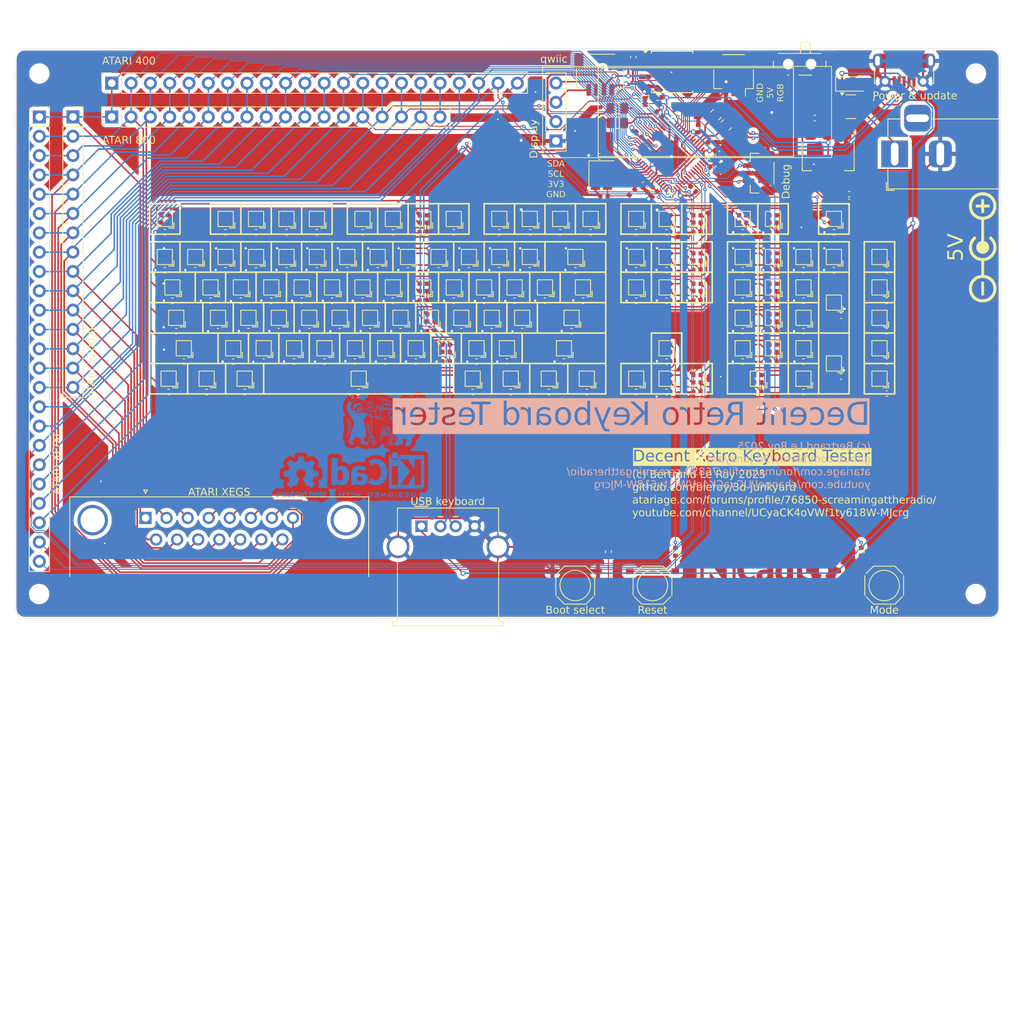
<source format=kicad_pcb>
(kicad_pcb (version 20240108) (generator "pcbnew") (generator_version "8.0")
  (title_block (title "Decent Retro Keyboard Tester") (date "2025-02-12") (rev "2") (company "Decent Engineering"))
  (layers (0 "F.Cu" signal) (31 "B.Cu" signal) (34 "B.Paste" user) (35 "F.Paste" user) (36 "B.SilkS" user "B.Silkscreen") (37 "F.SilkS" user "F.Silkscreen") (38 "B.Mask" user) (39 "F.Mask" user) (44 "Edge.Cuts" user))
  (net 0 "")
  (net 1 "+1V1")
  (net 2 "GND")
  (net 3 "+3V3")
  (net 4 "/XIN")
  (net 5 "Net-(C13-Pad2)")
  (net 6 "+5V")
  (net 7 "/RGB_Esc/DOUT")
  (net 8 "/RGB_F1/DOUT")
  (net 9 "/VBUS")
  (net 10 "/RGB_F2/DOUT")
  (net 11 "/RGB_F3/DOUT")
  (net 12 "/RGB_F4/DOUT")
  (net 13 "/RGB_F5/DOUT")
  (net 14 "/RGB_F6/DOUT")
  (net 15 "/RGB_F7/DOUT")
  (net 16 "/RGB_F8/DOUT")
  (net 17 "/RGB_F10/DIN")
  (net 18 "/RGB_F10/DOUT")
  (net 19 "/RGB_F11/DOUT")
  (net 20 "/RGB_F12/DOUT")
  (net 21 "/RGB_Esc/DIN")
  (net 22 "/RGB_PrtSc/DOUT")
  (net 23 "/RGB_Pause/DIN")
  (net 24 "/RGB_Backtick/DIN")
  (net 25 "/RGB_Backtick/DOUT")
  (net 26 "/RGB_One/DOUT")
  (net 27 "/RGB_Three/DIN")
  (net 28 "/RGB_Four/DIN")
  (net 29 "/RGB_Five/DIN")
  (net 30 "/RGB_Five/DOUT")
  (net 31 "/RGB_Seven/DIN")
  (net 32 "/RGB_Eight/DIN")
  (net 33 "/RGB_Eight/DOUT")
  (net 34 "/RGB_Nine/DOUT")
  (net 35 "/RGB_Minus/DIN")
  (net 36 "/RGB_Equal/DIN")
  (net 37 "/RGB_Backspace/DIN")
  (net 38 "/RGB_Backspace/DOUT")
  (net 39 "/RGB_Home/DIN")
  (net 40 "/RGB_Home/DOUT")
  (net 41 "/RGB_PgUp/DOUT")
  (net 42 "/RGB_Backslash/DIN")
  (net 43 "/RGB_Backslash/DOUT")
  (net 44 "/RGB_Q/DIN")
  (net 45 "/RGB_I/DIN")
  (net 46 "/RGB_I/DOUT")
  (net 47 "/RGB_LeftBracket/DOUT")
  (net 48 "/RGB_R/DOUT")
  (net 49 "/RGB_T/DOUT")
  (net 50 "/RGB_E/DOUT")
  (net 51 "/RGB_End/DOUT")
  (net 52 "/RGB_Del/DOUT")
  (net 53 "/RGB_LeftBracket/DIN")
  (net 54 "/RGB_O/DOUT")
  (net 55 "/RGB_Q/DOUT")
  (net 56 "/RGB_Caps/DIN")
  (net 57 "/RGB_U/DIN")
  (net 58 "/RGB_E/DIN")
  (net 59 "/RGB_D/DIN")
  (net 60 "/RGB_D/DOUT")
  (net 61 "/RGB_J/DOUT")
  (net 62 "/RGB_K/DOUT")
  (net 63 "/RGB_Apostrophe/DOUT")
  (net 64 "/RGB_Apostrophe/DIN")
  (net 65 "/RGB_L/DOUT")
  (net 66 "/RGB_A/DIN")
  (net 67 "/RGB_A/DOUT")
  (net 68 "/RGB_F/DOUT")
  (net 69 "/RGB_LeftShift/DIN")
  (net 70 "/RGB_G/DOUT")
  (net 71 "/RGB_H/DOUT")
  (net 72 "/RGB_X/DIN")
  (net 73 "/RGB_LeftShift/DOUT")
  (net 74 "/RGB_RightShift/DOUT")
  (net 75 "/RGB_RightShift/DIN")
  (net 76 "/RGB_C/DIN")
  (net 77 "/RGB_C/DOUT")
  (net 78 "/RGB_B/DIN")
  (net 79 "/RGB_B/DOUT")
  (net 80 "/RGB_M/DIN")
  (net 81 "/RGB_Comma/DIN")
  (net 82 "/RGB_Comma/DOUT")
  (net 83 "/RGB_Period/DOUT")
  (net 84 "/RGB_LeftCtrl/DIN")
  (net 85 "/RGB_Fn/DIN")
  (net 86 "/RGB_Fn/DOUT")
  (net 87 "/RGB_RightAlt/DIN")
  (net 88 "/RGB_LeftAlt/DOUT")
  (net 89 "/RGB_NumLock/DIN")
  (net 90 "/RGB_NumLock/DOUT")
  (net 91 "/RGB_LeftCtrl/DOUT")
  (net 92 "/RGB_Left/DIN")
  (net 93 "/RGB_Menu/DOUT")
  (net 94 "/RGB_NumSlash/DOUT")
  (net 95 "/RGB_Down/DIN")
  (net 96 "/RGB_Down/DOUT")
  (net 97 "/RGB_LeftAlt/DIN")
  (net 98 "/RGB_NumMinus/DIN")
  (net 99 "/RGB_Num7/DIN")
  (net 100 "/RGB_Num7/DOUT")
  (net 101 "/RGB_Num9/DOUT")
  (net 102 "/RGB_Num8/DOUT")
  (net 103 "/RGB_Num4/DIN")
  (net 104 "/RGB_Num4/DOUT")
  (net 105 "/RGB_Num5/DOUT")
  (net 106 "/RGB_Num1/DIN")
  (net 107 "/RGB_Num1/DOUT")
  (net 108 "/RGB_Num2/DOUT")
  (net 109 "/RGB_Num3/DOUT")
  (net 110 "/RGB_Num0/DIN")
  (net 111 "/RGB_Num0/DOUT")
  (net 112 "CONN_1")
  (net 113 "CONN_2")
  (net 114 "CONN_3")
  (net 115 "CONN_4")
  (net 116 "CONN_5")
  (net 117 "CONN_6")
  (net 118 "CONN_7")
  (net 119 "CONN_8")
  (net 120 "CONN_9")
  (net 121 "CONN_10")
  (net 122 "CONN_11")
  (net 123 "CONN_12")
  (net 124 "CONN_13")
  (net 125 "CONN_14")
  (net 126 "CONN_15")
  (net 127 "CONN_16")
  (net 128 "CONN_17")
  (net 129 "CONN_18")
  (net 130 "CONN_19")
  (net 131 "CONN_20")
  (net 132 "CONN_21")
  (net 133 "CONN_22")
  (net 134 "CONN_23")
  (net 135 "CONN_24")
  (net 136 "/RGB_Help/DIN")
  (net 137 "/RGB_Help/DOUT")
  (net 138 "/RGB_Select/DIN")
  (net 139 "/RGB_Option/DIN")
  (net 140 "/RGB_Option/DOUT")
  (net 141 "RGB_OUT")
  (net 142 "RGB_LED")
  (net 143 "/SWD")
  (net 144 "/SWCLK")
  (net 146 "/PI_USB_D+")
  (net 147 "/PI_USB_D-")
  (net 148 "+5V HOST")
  (net 149 "I2C_SDA")
  (net 150 "I2C_SCL")
  (net 151 "Net-(R1-Pad2)")
  (net 152 "Net-(U1-RUN)")
  (net 153 "DMU+")
  (net 154 "/USBH+")
  (net 155 "/USB_DP")
  (net 156 "DMU-")
  (net 157 "/USBH-")
  (net 158 "/USB_DN")
  (net 159 "/QSPI_SS")
  (net 160 "/~{USB_BOOT}")
  (net 161 "/XOUT")
  (net 162 "/FLASH_SS")
  (net 163 "Net-(U1-GPIO26_ADC0)")
  (net 164 "/MODE_SELECT_BTN")
  (net 165 "/VSYS")
  (net 166 "/QSPI_SD3")
  (net 167 "/QSPI_SD0")
  (net 168 "/QSPI_SD2")
  (net 169 "/QSPI_SD1")
  (net 170 "/QSPI_SCLK")
  (net 171 "/RGB_Break/DIN")
  (net 172 "/RGB_Break/DOUT")
  (footprint "Capacitor_SMD:C_0402_1005Metric" (layer "F.Cu") (at 124 62 180)
    (property "Reference" "C118")
    (property "Value" "100nF")
  )
  (footprint "Capacitor_SMD:C_0402_1005Metric" (layer "F.Cu") (at 118 66 180)
    (property "Reference" "C120")
    (property "Value" "100nF")
  )
  (footprint "DecenTKL:SK6809-EC15" (layer "F.Cu") (at 90.5 64.25 180)
    (property "Reference" "D83" (hide yes))
    (property "Value" "SK6805" (hide yes))
  )
  (footprint "DecenTKL:SK6809-EC15" (layer "F.Cu") (at 90 52.25 180)
    (property "Reference" "D38" (hide yes))
    (property "Value" "SK6805" (hide yes))
  )
  (footprint "DecenTKL:SK6809-EC15" (layer "F.Cu") (at 40.5 64.25 180)
    (property "Reference" "D81" (hide yes))
    (property "Value" "SK6805" (hide yes))
  )
  (footprint "DecenTKL:SK6809-EC15" (layer "F.Cu") (at 84 48.25 180)
    (property "Reference" "D29" (hide yes))
    (property "Value" "SK6805" (hide yes))
  )
  (footprint "DecenTKL:SK6809-EC15" (layer "F.Cu") (at 88 43.25 180)
    (property "Reference" "D11" (hide yes))
    (property "Value" "SK6805" (hide yes))
  )
  (footprint "Capacitor_SMD:C_0402_1005Metric" (layer "F.Cu") (at 56 45 180)
    (property "Reference" "C20")
    (property "Value" "100nF")
  )
  (footprint "Capacitor_SMD:C_0402_1005Metric" (layer "F.Cu") (at 106 66 180)
    (property "Reference" "C101")
    (property "Value" "100nF")
  )
  (footprint "Resistor_SMD:R_0805_2012Metric" (layer "F.Cu") (at 113.8526 30.8882 -135)
    (property "Reference" "R5")
    (property "Value" "27")
  )
  (footprint "Capacitor_SMD:C_0402_1005Metric" (layer "F.Cu") (at 88 50 180)
    (property "Reference" "C46")
    (property "Value" "100nF")
  )
  (footprint "Capacitor_SMD:C_0402_1005Metric" (layer "F.Cu") (at 69 62 180)
    (property "Reference" "C87")
    (property "Value" "100nF")
  )
  (footprint "Capacitor_SMD:C_0402_1005Metric" (layer "F.Cu") (at 128 50 180)
    (property "Reference" "C108")
    (property "Value" "100nF")
  )
  (footprint "DecenTKL:SK6809-EC15" (layer "F.Cu") (at 48 43.25 180)
    (property "Reference" "D1" (hide yes))
    (property "Value" "SK6805" (hide yes))
  )
  (footprint "DecenTKL:SK6809-EC15" (layer "F.Cu") (at 77 60.25 180)
    (property "Reference" "D73" (hide yes))
    (property "Value" "SK6805" (hide yes))
  )
  (footprint "Capacitor_SMD:C_0402_1005Metric" (layer "F.Cu") (at 106 50 180)
    (property "Reference" "C49")
    (property "Value" "100nF")
  )
  (footprint "Resistor_SMD:R_0805_2012Metric" (layer "F.Cu") (at 99.5172 30.6324)
    (property "Reference" "R4")
    (property "Value" "27")
  )
  (footprint "Capacitor_SMD:C_0402_1005Metric" (layer "F.Cu") (at 102 66 180)
    (property "Reference" "C102")
    (property "Value" "100nF")
  )
  (footprint "DecenTKL:SK6809-EC15" (layer "F.Cu") (at 62 52.25 180)
    (property "Reference" "D39" (hide yes))
    (property "Value" "SK6805" (hide yes))
  )
  (footprint "Capacitor_SMD:C_0402_1005Metric" (layer "F.Cu") (at 130 40)
    (property "Reference" "C17")
    (property "Value" "10uF")
  )
  (footprint "Capacitor_SMD:C_0402_1005Metric" (layer "F.Cu") (at 56 50 180)
    (property "Reference" "C38")
    (property "Value" "100nF")
  )
  (footprint "Capacitor_SMD:C_0402_1005Metric" (layer "F.Cu") (at 47 58 180)
    (property "Reference" "C73")
    (property "Value" "100nF")
  )
  (footprint "DecenTKL:OLED_modeule_0_91_128x32_I2C" (layer "F.Cu") (at 91.44 25.4)
    (property "Reference" "J8" (hide yes))
    (property "Value" "Conn_01x04" (hide yes))
  )
  (footprint "Capacitor_SMD:C_0402_1005Metric" (layer "F.Cu") (at 84 50 180)
    (property "Reference" "C45")
    (property "Value" "100nF")
  )
  (footprint "Capacitor_SMD:C_0402_1005Metric" (layer "F.Cu") (at 58 54 180)
    (property "Reference" "C56")
    (property "Value" "100nF")
  )
  (footprint "Resistor_SMD:R_0402_1005Metric" (layer "F.Cu") (at 107.1626 86.995 -90)
    (property "Reference" "R1")
    (property "Value" "1k")
  )
  (footprint "DecenTKL:SK6809-EC15" (layer "F.Cu") (at 68 48.25 180)
    (property "Reference" "D25" (hide yes))
    (property "Value" "SK6805" (hide yes))
  )
  (footprint "Resistor_SMD:R_0805_2012Metric" (layer "F.Cu") (at 99.5172 28.702)
    (property "Reference" "R2")
    (property "Value" "27")
  )
  (footprint "DecenTKL:SK6809-EC15" (layer "F.Cu") (at 67 56.25 180)
    (property "Reference" "D64" (hide yes))
    (property "Value" "SK6805" (hide yes))
  )
  (footprint "Capacitor_SMD:C_0402_1005Metric" (layer "F.Cu") (at 112.6744 34.5948 -45)
    (property "Reference" "C6")
    (property "Value" "100nF")
  )
  (footprint "DecenTKL:SK6809-EC15" (layer "F.Cu") (at 106 43.25 180)
    (property "Reference" "D16" (hide yes))
    (property "Value" "SK6805" (hide yes))
  )
  (footprint "Capacitor_SMD:C_0402_1005Metric" (layer "F.Cu") (at 102 50 180)
    (property "Reference" "C48")
    (property "Value" "100nF")
  )
  (footprint "Capacitor_SMD:C_0402_1005Metric" (layer "F.Cu") (at 57 62 180)
    (property "Reference" "C84")
    (property "Value" "100nF")
  )
  (footprint "Capacitor_SMD:C_0402_1005Metric" (layer "F.Cu") (at 130.011242 41)
    (property "Reference" "C16")
    (property "Value" "10uF")
  )
  (footprint "Jumper:SolderJumper-2_P1.3mm_Bridged2Bar_Pad1.0x1.5mm" (layer "F.Cu") (at 103.5748 27.813 90)
    (property "Reference" "R9")
    (property "Value" "0")
  )
  (footprint "DecenTKL:SK6809-EC15" (layer "F.Cu") (at 102 43.25 180)
    (property "Reference" "D15" (hide yes))
    (property "Value" "SK6805" (hide yes))
  )
  (footprint "Capacitor_SMD:C_0402_1005Metric" (layer "F.Cu") (at 128.9304 63.9826)
    (property "Reference" "C119")
    (property "Value" "100nF")
  )
  (footprint "Capacitor_SMD:C_0402_1005Metric" (layer "F.Cu") (at 124 50 180)
    (property "Reference" "C107")
    (property "Value" "100nF")
  )
  (footprint "Capacitor_SMD:C_0402_1005Metric" (layer "F.Cu") (at 41 54 180)
    (property "Reference" "C52")
    (property "Value" "100nF")
  )
  (footprint "Connector_Dsub:DSUB-15_Male_Horizontal_P2.77x2.84mm_EdgePinOffset4.94mm_Housed_MountingHolesOffset7.48mm" (layer "F.Cu") (at 37.465 82.55)
    (property "Reference" "J11")
    (property "Value" "Conn_2Rows-15Pins")
  )
  (footprint "DecenTKL:SK6809-EC15" (layer "F.Cu") (at 51 56.25 180)
    (property "Reference" "D63" (hide yes))
    (property "Value" "SK6805" (hide yes))
  )
  (footprint "Capacitor_SMD:C_0402_1005Metric" (layer "F.Cu") (at 63 58 180)
    (property "Reference" "C76")
    (property "Value" "100nF")
  )
  (footprint "DecenTKL:SK6809-EC15" (layer "F.Cu") (at 106 64.25 180)
    (property "Reference" "D85" (hide yes))
    (property "Value" "SK6805" (hide yes))
  )
  (footprint "DecenTKL:SK6809-EC15" (layer "F.Cu") (at 40 43.25 180)
    (property "Reference" "D14" (hide yes))
    (property "Value" "SK6805" (hide yes))
  )
  (footprint "DecenTKL:SK6809-EC15" (layer "F.Cu") (at 66 52.25 180)
    (property "Reference" "D48" (hide yes))
    (property "Value" "SK6805" (hide yes))
  )
  (footprint "DecenTKL:SK6809-EC15" (layer "F.Cu") (at 110 52.25 180)
    (property "Reference" "D46" (hide yes))
    (property "Value" "SK6805" (hide yes))
  )
  (footprint "Capacitor_SMD:C_0402_1005Metric" (layer "F.Cu") (at 124 54 180)
    (property "Reference" "C110")
    (property "Value" "100nF")
  )
  (footprint "Capacitor_SMD:C_0402_1005Metric" (layer "F.Cu") (at 134.9502 50)
    (property "Reference" "C126")
    (property "Value" "100nF")
  )
  (footprint "Capacitor_SMD:C_0402_1005Metric" (layer "F.Cu") (at 116 58 180)
    (property "Reference" "C113")
    (property "Value" "100nF")
  )
  (footprint "Capacitor_SMD:C_0402_1005Metric" (layer "F.Cu") (at 72 50 180)
    (property "Reference" "C42")
    (property "Value" "100nF")
  )
  (footprint "Capacitor_SMD:C_0402_1005Metric" (layer "F.Cu") (at 78 54 180)
    (property "Reference" "C60")
    (property "Value" "100nF")
  )
  (footprint "Resistor_SMD:R_0805_2012Metric" (layer "F.Cu") (at 112.5064 29.542 -135)
    (property "Reference" "R3")
    (property "Value" "27")
  )
  (footprint "DecenTKL:SK6809-EC15" (layer "F.Cu") (at 102 52.25 180)
    (property "Reference" "D42" (hide yes))
    (property "Value" "SK6805" (hide yes))
  )
  (footprint "MountingHole:MountingHole_2.2mm_M2" (layer "F.Cu") (at 146.6596 92.5576)
    (property "Reference" "H3" (hide yes))
    (property "Value" "MountingHole")
  )
  (footprint "DecenTKL:SK6809-EC15" (layer "F.Cu") (at 106 52.25 180)
    (property "Reference" "D41" (hide yes))
    (property "Value" "SK6805" (hide yes))
  )
  (footprint "DecenTKL:SK6809-EC15" (layer "F.Cu") (at 41.5 56.25 180)
    (property "Reference" "D61" (hide yes))
    (property "Value" "SK6805" (hide yes))
  )
  (footprint "DecenTKL:SK6809-EC15" (layer "F.Cu") (at 128 48.25 180)
    (property "Reference" "D92" (hide yes))
    (property "Value" "SK6805" (hide yes))
  )
  (footprint "Capacitor_SMD:C_0402_1005Metric" (layer "F.Cu") (at 120 58 180)
    (property "Reference" "C114")
    (property "Value" "100nF")
  )
  (footprint "Capacitor_SMD:C_0402_1005Metric" (layer "F.Cu") (at 75 58 180)
    (property "Reference" "C69")
    (property "Value" "100nF")
  )
  (footprint "Capacitor_SMD:C_0402_1005Metric" (layer "F.Cu") (at 101.6254 21.971 -90)
    (property "Reference" "C14")
    (property "Value" "100nF")
  )
  (footprint "DecenTKL:SK6809-EC15" (layer "F.Cu") (at 85.5 64.25 180)
    (property "Reference" "D78" (hide yes))
    (property "Value" "SK6805" (hide yes))
  )
  (footprint "DecenTKL:SK6809-EC15" (layer "F.Cu") (at 124 60.25 180)
    (property "Reference" "D102" (hide yes))
    (property "Value" "SK6805" (hide yes))
  )
  (footprint "Diode_SMD:Nexperia_CFP3_SOD-123W" (layer "F.Cu") (at 130.5 25.5)
    (property "Reference" "D2")
    (property "Value" "MBR120VLSFT1G")
  )
  (footprint "DecenTKL:SK6809-EC15" (layer "F.Cu") (at 120 56.25 180)
    (property "Reference" "D98" (hide yes))
    (property "Value" "SK6805" (hide yes))
  )
  (footprint "Capacitor_SMD:C_0402_1005Metric" (layer "F.Cu") (at 70 54 180)
    (property "Reference" "C63")
    (property "Value" "100nF")
  )
  (footprint "DecenTKL:Tactile_Switch_Basic_XKB_TS-1187A" (layer "F.Cu") (at 93.98 91.44)
    (property "Reference" "SW2")
    (property "Value" "SW_TACTILE")
  )
  (footprint "DecenTKL:SK6809-EC15" (layer "F.Cu") (at 134 48.25 180)
    (property "Reference" "D110" (hide yes))
    (property "Value" "SK6805" (hide yes))
  )
  (footprint "Symbol:Polarity_Center_Positive_6mm_SilkScreen" (layer "F.Cu") (at 147.574 46.99 90)
    (property "Reference" "REF**" (hide yes))
    (property "Value" "Polarity_Center_Positive_6mm_SilkScreen" (hide yes))
  )
  (footprint "Connector_USB:USB_Micro-B_Molex-105017-0001" (layer "F.Cu") (at 137.2362 23.704 180)
    (property "Reference" "J6" (hide yes))
    (property "Value" "USB_B_Micro")
  )
  (footprint "Capacitor_SMD:C_0402_1005Metric" (layer "F.Cu") (at 92.5 62 180)
    (property "Reference" "C82")
    (property "Value" "100nF")
  )
  (footprint "DecenTKL:SK6809-EC15" (layer "F.Cu") (at 110 48.25 180)
    (property "Reference" "D34" (hide yes))
    (property "Value" "SK6805" (hide yes))
  )
  (footprint "Capacitor_SMD:C_0402_1005Metric" (layer "F.Cu") (at 46 54 180)
    (property "Reference" "C61")
    (property "Value" "100nF")
  )
  (footprint "Capacitor_SMD:C_0402_1005Metric" (layer "F.Cu") (at 116 54 180)
    (property "Reference" "C109")
    (property "Value" "100nF")
  )
  (footprint "DecenTKL:SK6809-EC15" (layer "F.Cu") (at 63 56.25 180)
    (property "Reference" "D60" (hide yes))
    (property "Value" "SK6805" (hide yes))
  )
  (footprint "DecenTKL:SK6809-EC15" (layer "F.Cu") (at 47 56.25 180)
    (property "Reference" "D57" (hide yes))
    (property "Value" "SK6805" (hide yes))
  )
  (footprint "Capacitor_SMD:C_0402_1005Metric" (layer "F.Cu") (at 65 62 180)
    (property "Reference" "C86")
    (property "Value" "100nF")
  )
  (footprint "DecenTKL:SK6809-EC15" (layer "F.Cu") (at 93.5 56.25 180)
    (property "Reference" "D59" (hide yes))
    (property "Value" "SK6805" (hide yes))
  )
  (footprint "DecenTKL:SK6809-EC15" (layer "F.Cu") (at 110 64.25 180)
    (property "Reference" "D87" (hide yes))
    (property "Value" "SK6805" (hide yes))
  )
  (footprint "Capacitor_SMD:C_0402_1005Metric" (layer "F.Cu") (at 110 45 180)
    (property "Reference" "C33")
    (property "Value" "100nF")
  )
  (footprint "DecenTKL:SK6809-EC15" (layer "F.Cu") (at 134 60.25 180)
    (property "Reference" "D107" (hide yes))
    (property "Value" "SK6805" (hide yes))
  )
  (footprint "Connector_PinSocket_2.54mm:PinSocket_1x24_P2.54mm_Vertical" (layer "F.Cu") (at 23.495 29.845)
    (property "Reference" "J1")
    (property "Value" "Conn_01x24")
  )
  (footprint "Button_Switch_SMD:SW_SPDT_PCM12" (layer "F.Cu") (at 123.5 23.225 180)
    (property "Reference" "SW3")
    (property "Value" "POWER SWITCH")
  )
  (footprint "Connector_JST:JST_SH_SM03B-SRSS-TB_1x03-1MP_P1.00mm_Horizontal" (layer "F.Cu") (at 114.808 24.3332 180)
    (property "Reference" "J10")
    (property "Value" "Conn_01x03")
  )
  (footprint "Connector_BarrelJack:BarrelJack_Horizontal" (layer "F.Cu") (at 136 34.7075 180)
    (property "Reference" "J7")
    (property "Value" "Barrel_Jack")
  )
  (footprint "Capacitor_SMD:C_0402_1005Metric" (layer "F.Cu") (at 124 58 180)
    (property "Reference" "C115")
    (property "Value" "100nF")
  )
  (footprint "Capacitor_SMD:C_0402_1005Metric" (layer "F.Cu") (at 106 45 180)
    (property "Reference" "C32")
    (property "Value" "100nF")
  )
  (footprint "Capacitor_SMD:C_0402_1005Metric" (layer "F.Cu") (at 124 66 180)
    (property "Reference" "C121")
    (property "Value" "100nF")
  )
  (footprint "Capacitor_SMD:C_0402_1005Metric" (layer "F.Cu") (at 116 45 180)
    (property "Reference" "C128")
    (property "Value" "100nF")
  )
  (footprint "DecenTKL:SK6809-EC15" (layer "F.Cu") (at 65.5 64.25 180)
    (property "Reference" "D79" (hide yes))
    (property "Value" "SK6805" (hide yes))
  )
  (footprint "Capacitor_SMD:C_0402_1005Metric" (layer "F.Cu") (at 105.029 29.4894 135)
    (property "Reference" "C4")
    (property "Value" "100nF")
  )
  (footprint "DecenTKL:SK6809-EC15" (layer "F.Cu") (at 87 56.25 180)
    (property "Reference" "D54" (hide yes))
    (property "Value" "SK6805" (hide yes))
  )
  (footprint "DecenTKL:SK6809-EC15" (layer "F.Cu") (at 60 48.25 180)
    (property "Reference" "D23" (hide yes))
    (property "Value" "SK6805" (hide yes))
  )
  (footprint "DecenTKL:SK6809-EC15" (layer "F.Cu") (at 56 48.25 180)
    (property "Reference" "D22" (hide yes))
    (property "Value" "SK6805" (hide yes))
  )
  (footprint "DecenTKL:SK6809-EC15" (layer "F.Cu") (at 116 43.25 180)
    (property "Reference" "D112" (hide yes))
    (property "Value" "SK6805" (hide yes))
  )
  (footprint "Capacitor_SMD:C_0402_1005Metric" (layer "F.Cu") (at 81 62 180)
    (property "Reference" "C90")
    (property "Value" "100nF")
  )
  (footprint "Capacitor_SMD:C_0402_1005Metric" (layer "F.Cu") (at 44 50 180)
    (property "Reference" "C35")
    (property "Value" "100nF")
  )
  (footprint "DecenTKL:SK6809-EC15" (layer "F.Cu") (at 118 64.25 180)
    (property "Reference" "D104" (hide yes))
    (property "Value" "SK6805" (hide yes))
  )
  (footprint "Capacitor_SMD:C_0402_1005Metric" (layer "F.Cu") (at 116 62 180)
    (property "Reference" "C116")
    (property "Value" "100nF")
  )
  (footprint "Capacitor_SMD:C_0402_1005Metric" (layer "F.Cu") (at 93.5 58 180)
    (property "Reference" "C75")
    (property "Value" "100nF")
  )
  (footprint "DecenTKL:SK6809-EC15" (layer "F.Cu") (at 64 48.25 180)
    (property "Reference" "D24" (hide yes))
    (property "Value" "SK6805" (hide yes))
  )
  (footprint "Capacitor_SMD:C_0402_1005Metric" (layer "F.Cu") (at 87 58 180)
    (property "Reference" "C70")
    (property "Value" "100nF")
  )
  (footprint "Capacitor_SMD:C_0402_1005Metric" (layer "F.Cu") (at 116 50 180)
    (property "Reference" "C96")
    (property "Value" "100nF")
  )
  (footprint "Capacitor_SMD:C_0402_1005Metric" (layer "F.Cu") (at 103.124 38.6842 -135)
    (property "Reference" "C8")
    (property "Value" "100nF")
  )
  (footprint "Symbol:OSHW-Logo2_7.3x6mm_Copper" (layer "F.Cu") (at 126.6444 89.9414)
    (property "Reference" "REF**" (hide yes))
    (property "Value" "OSHW-Logo2_7.3x6mm_Copper" (hide yes))
  )
  (footprint "Capacitor_SMD:C_0402_1005Metric" (layer "F.Cu") (at 84 45 180)
    (property "Reference" "C26")
    (property "Value" "100nF")
  )
  (footprint "Package_TO_SOT_SMD:SOT-23" (layer "F.Cu") (at 130.25 28.5)
    (property "Reference" "Q1")
    (property "Value" "DMG2305UX")
  )
  (footprint "DecenTKL:SK6809-EC15" (layer "F.Cu") (at 116 60.25 180)
    (property "Reference" "D100" (hide yes))
    (property "Value" "SK6805" (hide yes))
  )
  (footprint "DecenTKL:SK6809-EC15" (layer "F.Cu") (at 74 52.25 180)
    (property "Reference" "D37" (hide yes))
    (property "Value" "SK6805" (hide yes))
  )
  (footprint "Connector_USB:USB_A_Molex_67643_Horizontal" (layer "F.Cu") (at 73.75 83.64)
    (property "Reference" "USB1-1")
    (property "Value" "USB_A")
  )
  (footprint "MountingHole:MountingHole_2.2mm_M2" (layer "F.Cu") (at 23.4696 92.5576)
    (property "Reference" "H4")
    (property "Value" "MountingHole")
  )
  (footprint "Resistor_SMD:R_0402_1005Metric" (layer "F.Cu") (at 98.3488 86.995 -90)
    (property "Reference" "R6")
    (property "Value" "1k")
  )
  (footprint "DecenTKL:SK6809-EC15" (layer "F.Cu") (at 124 48.25 180)
    (property "Reference" "D91" (hide yes))
    (property "Value" "SK6805" (hide yes))
  )
  (footprint "Capacitor_SMD:C_0402_1005Metric" (layer "F.Cu") (at 74 45 180)
    (property "Reference" "C24")
    (property "Value" "100nF")
  )
  (footprint "Capacitor_SMD:C_0402_1005Metric" (layer "F.Cu") (at 71 58 180)
    (property "Reference" "C78")
    (property "Value" "100nF")
  )
  (footprint "Connector_PinSocket_2.54mm:PinSocket_1x22_P2.54mm_Vertical" (layer "F.Cu") (at 33.025 25.4 90)
    (property "Reference" "J3")
    (property "Value" "Conn_01x22")
  )
  (footprint "DecenTKL:SK6809-EC15" (layer "F.Cu") (at 74 43.25 180)
    (property "Reference" "D8" (hide yes))
    (property "Value" "SK6805" (hide yes))
  )
  (footprint "DecenTKL:SK6809-EC15" (layer "F.Cu") (at 41 52.25 180)
    (property "Reference" "D36" (hide yes))
    (property "Value" "SK6805" (hide yes))
  )
  (footprint "Resistor_SMD:R_0402_1005Metric" (layer "F.Cu") (at 101.4476 39.751 45)
    (property "Reference" "R7")
    (property "Value" "1k")
  )
  (footprint "Library:ScreamingAtTheRadio" (layer "F.Cu") (at 95.205977 75.949801)
    (property "Reference" "G***" (hide yes))
    (property "Value" "LOGO" (hide yes))
  )
  (footprint "Capacitor_SMD:C_0402_1005Metric" (layer "F.Cu") (at 49 62 180)
    (property "Reference" "C81")
    (property "Value" "100nF")
  )
  (footprint "Capacitor_SMD:C_0402_1005Metric" (layer "F.Cu") (at 103.7844 39.3446 -135)
    (property "Reference" "C2")
    (property "Value" "1uF")
  )
  (footprint "Capacitor_SMD:C_0402_1005Metric" (layer "F.Cu") (at 85.5 66 180)
    (property "Reference" "C94")
    (property "Value" "100nF")
  )
  (footprint "DecenTKL:SK6809-EC15" (layer "F.Cu") (at 116 52.25 180)
    (property "Reference" "D93" (hide yes))
    (property "Value" "SK6805" (hide yes))
  )
  (footprint "DecenTKL:SK6809-EC15" (layer "F.Cu") (at 124 52.25 180)
    (property "Reference" "D94" (hide yes))
    (property "Value" "SK6805" (hide yes))
  )
  (footprint "MountingHole:MountingHole_2.2mm_M2" (layer "F.Cu") (at 23.495 24.13)
    (property "Reference" "H1")
    (property "Value" "MountingHole")
  )
  (footprint "DecenTKL:SK6809-EC15" (layer "F.Cu") (at 134 56.25 180)
    (property "Reference" "D108" (hide yes))
    (property "Value" "SK6805" (hide yes))
  )
  (footprint "DecenTKL:SK6809-EC15" (layer "F.Cu") (at 52 43.25 180)
    (property "Reference" "D3" (hide yes))
    (property "Value" "SK6805" (hide yes))
  )
  (footprint "DecenTKL:SK6809-EC15" (layer "F.Cu") (at 66 43.25 180)
    (property "Reference" "D6" (hide yes))
    (property "Value" "SK6805" (hide yes))
  )
  (footprint "DecenTKL:SK6809-EC15" (layer "F.Cu") (at 76 48.25 180)
    (property "Reference" "D27" (hide yes))
    (property "Value" "SK6805" (hide yes))
  )
  (footprint "Capacitor_SMD:C_0402_1005Metric" (layer "F.Cu") (at 134.9502 66.1924)
    (property "Reference" "C122")
    (property "Value" "100nF")
  )
  (footprint "DecenTKL:SK6809-EC15" (layer "F.Cu") (at 106 60.25 180)
    (property "Reference" "D75" (hide yes))
    (property "Value" "SK6805" (hide yes))
  )
  (footprint "Capacitor_SMD:C_0402_1005Metric" (layer "F.Cu") (at 51 58 180)
    (property "Reference" "C79")
    (property "Value" "100nF")
  )
  (footprint "Package_SO:SOIC-8_5.23x5.23mm_P1.27mm" (layer "F.Cu") (at 106.7308 23.9268)
    (property "Reference" "U2")
    (property "Value" "W25Q128JVS")
  )
  (footprint "DecenTKL:SK6809-EC15" (layer "F.Cu") (at 81 60.25 180)
    (property "Reference" "D74" (hide yes))
    (property "Value" "SK6805" (hide yes))
  )
  (footprint "Capacitor_SMD:C_0402_1005Metric" (layer "F.Cu") (at 134.9502 57.9882)
    (property "Reference" "C124")
    (property "Value" "100nF")
  )
  (footprint "DecenTKL:SK6809-EC15" (layer "F.Cu") (at 124 64.25 180)
    (property "Reference" "D105" (hide yes))
    (property "Value" "SK6805" (hide yes))
  )
  (footprint "DecenTKL:SK6809-EC15" (layer "F.Cu") (at 72 48.25 180)
    (property "Reference" "D26" (hide yes))
    (property "Value" "SK6805" (hide yes))
  )
  (footprint "Capacitor_SMD:C_0402_1005Metric" (layer "F.Cu") (at 62 54 180)
    (property "Reference" "C55")
    (property "Value" "100nF")
  )
  (footprint "Capacitor_SMD:C_0402_1005Metric" (layer "F.Cu") (at 88.075 45 180)
    (property "Reference" "C27")
    (property "Value" "100nF")
  )
  (footprint "Capacitor_SMD:C_0402_1005Metric" (layer "F.Cu") (at 74 54 180)
    (property "Reference" "C53")
    (property "Value" "100nF")
  )
  (footprint "Capacitor_SMD:C_0402_1005Metric" (layer "F.Cu") (at 68 50 180)
    (property "Reference" "C41")
    (property "Value" "100nF")
  )
  (footprint "Capacitor_SMD:C_0402_1005Metric" (layer "F.Cu") (at 128 45 180)
    (property "Reference" "C129")
    (property "Value" "100nF")
  )
  (footprint "Capacitor_SMD:C_0402_1005Metric" (layer "F.Cu") (at 128.9558 55.9816)
    (property "Reference" "C112")
    (property "Value" "100nF")
  )
  (footprint "DecenTKL:SK6809-EC15" (layer "F.Cu") (at 54 52.25 180)
    (property "Reference" "D49" (hide yes))
    (property "Value" "SK6805" (hide yes))
  )
  (footprint "DecenTKL:SK6809-EC15" (layer "F.Cu") (at 42.5 60.25 180)
    (property "Reference" "D67" (hide yes))
    (property "Value" "SK6805" (hide yes))
  )
  (footprint "Capacitor_SMD:C_0402_1005Metric" (layer "F.Cu") (at 120 54 180)
    (property "Reference" "C111")
    (property "Value" "100nF")
  )
  (footprint "DecenTKL:SK6809-EC15" (layer "F.Cu") (at 49 60.25 180)
    (property "Reference" "D65" (hide yes))
    (property "Value" "SK6805" (hide yes))
  )
  (footprint "Capacitor_SMD:C_0402_1005Metric" (layer "F.Cu") (at 79 58 180)
    (property "Reference" "C71")
    (property "Value" "100nF")
  )
  (footprint "Capacitor_SMD:C_0402_1005Metric" (layer "F.Cu") (at 102 45 180)
    (property "Reference" "C31")
    (property "Value" "100nF")
  )
  (footprint "Capacitor_SMD:C_0402_1005Metric" (layer "F.Cu") (at 76 50 180)
    (property "Reference" "C43")
    (property "Value" "100nF")
  )
  (footprint "Capacitor_SMD:C_0402_1005Metric" (layer "F.Cu") (at 83 58 180)
    (property "Reference" "C72")
    (property "Value" "100nF")
  )
  (footprint "Capacitor_SMD:C_0402_1005Metric" (layer "F.Cu") (at 106 62 180)
    (property "Reference" "C91")
    (property "Value" "100nF")
  )
  (footprint "DecenTKL:SK6809-EC15" (layer "F.Cu") (at 59 56.25 180)
    (property "Reference" "D58" (hide yes))
    (property "Value" "SK6805" (hide yes))
  )
  (footprint "Capacitor_SMD:C_0402_1005Metric" (layer "F.Cu") (at 40.5 66 180)
    (property "Reference" "C97")
    (property "Value" "100nF")
  )
  (footprint "DecenTKL:SK6809-EC15" (layer "F.Cu") (at 57 60.25 180)
    (property "Reference" "D68" (hide yes))
    (property "Value" "SK6805" (hide yes))
  )
  (footprint "DecenTKL:SK6809-EC15" (layer "F.Cu") (at 120 60.25 180)
    (property "Reference" "D101" (hide yes))
    (property "Value" "SK6805" (hide yes))
  )
  (footprint "DecenTKL:SK6809-EC15" (layer "F.Cu") (at 75 56.25 180)
    (property "Reference" "D53" (hide yes))
    (property "Value" "SK6805" (hide yes))
  )
  (footprint "DecenTKL:SK6809-EC15" (layer "F.Cu") (at 106 48.25 180)
    (property "Reference" "D33" (hide yes))
    (property "Value" "SK6805" (hide yes))
  )
  (footprint "Capacitor_SMD:C_0402_1005Metric" (layer "F.Cu") (at 60 45 180)
    (property "Reference" "C21")
    (property "Value" "100nF")
  )
  (footprint "DecenTKL:SK6809-EC15" (layer "F.Cu") (at 50 52.25 180)
    (property "Reference" "D50" (hide yes))
    (property "Value" "SK6805" (hide yes))
  )
  (footprint "Capacitor_SMD:C_0402_1005Metric" (layer "F.Cu") (at 110 54 180)
    (property "Reference" "C62")
    (property "Value" "100nF")
  )
  (footprint "DecenTKL:SK6809-EC15" (layer "F.Cu") (at 56 43.25 180)
    (property "Reference" "D4" (hide yes))
    (property "Value" "SK6805" (hide yes))
  )
  (footprint "DecenTKL:SK6809-EC15" (layer "F.Cu") (at 71 56.25 180)
    (property "Reference" "D62" (hide yes))
    (property "Value" "SK6805" (hide yes))
  )
  (footprint "Connector_JST:JST_SH_BM03B-SRSS-TB_1x03-1MP_P1.00mm_Vertical" (layer "F.Cu") (at 118.11 37.2364 -90)
    (property "Reference" "J5")
    (property "Value" "SM03B-SRSS-TB")
  )
  (footprint "Capacitor_SMD:C_0402_1005Metric" (layer "F.Cu") (at 134.9502 62)
    (property "Reference" "C123")
    (property "Value" "100nF")
  )
  (footprint "Capacitor_SMD:C_0402_1005Metric" (layer "F.Cu") (at 50 54 180)
    (property "Reference" "C66")
    (property "Value" "100nF")
  )
  (footprint "DecenTKL:SK6809-EC15" (layer "F.Cu") (at 102 48.25 180)
    (property "Reference" "D32" (hide yes))
    (property "Value" "SK6805" (hide yes))
  )
  (footprint "DecenTKL:SK6809-EC15" (layer "F.Cu") (at 88 48.25 180)
    (property "Reference" "D30" (hide yes))
    (property "Value" "SK6805" (hide yes))
  )
  (footprint "DecenTKL:SK6809-EC15" (layer "F.Cu") (at 69 60.25 180)
    (property "Reference" "D71" (hide yes))
    (property "Value" "SK6805" (hide yes))
  )
  (footprint "Capacitor_SMD:C_0402_1005Metric" (layer "F.Cu") (at 120 62 180)
    (property "Reference" "C117")
    (property "Value" "100nF")
  )
  (footprint "Capacitor_SMD:C_0402_1005Metric" (layer "F.Cu") (at 110 66 180)
    (property "Reference" "C103")
    (property "Value" "100nF")
  )
  (footprint "DecenTKL:SK6809-EC15" (layer "F.Cu") (at 120 48.25 180)
    (property "Reference" "D84" (hide yes))
    (property "Value" "SK6805" (hide yes))
  )
  (footprint "MountingHole:MountingHole_2.2mm_M2" (layer "F.Cu") (at 146.685 24.13)
    (property "Reference" "H2")
    (property "Value" "MountingHole")
  )
  (footprint "DecenTKL:SK6809-EC15" (layer "F.Cu") (at 95.5 64.25 180)
    (property "Reference" "D82" (hide yes))
    (property "Value" "SK6805" (hide yes))
  )
  (footprint "DecenTKL:SK6809-EC15" (layer "F.Cu") (at 60 43.25 180)
    (property "Reference" "D5" (hide yes))
    (property "Value" "SK6805" (hide yes))
  )
  (footprint "Capacitor_SMD:C_0402_1005Metric" (layer "F.Cu") (at 66 45 180)
    (property "Reference" "C22")
    (property "Value" "100nF")
  )
  (footprint "Capacitor_SMD:C_0402_1005Metric" (layer "F.Cu") (at 77 62 180)
    (property "Reference" "C89")
    (property "Value" "100nF")
  )
  (footprint "Capacitor_SMD:C_0402_1005Metric" (layer "F.Cu") (at 45.5 66 180)
    (property "Reference" "C106")
    (property "Value" "100nF")
  )
  (footprint "Resistor_SMD:R_0402_1005Metric" (layer "F.Cu") (at 131.5974 86.995 -90)
    (property "Reference" "R10")
    (property "Value" "1k")
  )
  (footprint "DecenTKL:SK6809-EC15" (layer "F.Cu") (at 45.5 64.25 180)
    (property "Reference" "D90" (hide yes))
    (property "Value" "SK6805" (hide yes))
  )
  (footprint "DecenTKL:SK6809-EC15" (layer "F.Cu") (at 78 52.25 180)
    (property "Reference" "D44" (hide yes))
    (property "Value" "SK6805" (hide yes))
  )
  (footprint "Capacitor_SMD:C_0402_1005Metric" (layer "F.Cu") (at 90.5 66 180)
    (property "Reference" "C99")
    (property "Value" "100nF")
  )
  (footprint "Capacitor_SMD:C_0402_1005Metric" (layer "F.Cu") (at 106 54 180)
    (property "Reference" "C57")
    (property "Value" "100nF")
  )
  (footprint "DecenTKL:SK6809-EC15" (layer "F.Cu") (at 40 48.25 180)
    (property "Reference" "D18" (hide yes))
    (property "Value" "SK6805" (hide yes))
  )
  (footprint "DecenTKL:SK6809-EC15" (layer "F.Cu") (at 79 56.25 180)
    (property "Reference" "D55" (hide yes))
    (property "Value" "SK6805" (hide yes))
  )
  (footprint "DecenTKL:SK6809-EC15" (layer "F.Cu") (at 116 56.25 180)
    (property "Reference" "D97" (hide yes))
    (property "Value" "SK6805" (hide yes))
  )
  (footprint "DecenTKL:SK6809-EC15" (layer "F.Cu") (at 55 56.25 180)
    (property "Reference" "D52" (hide yes))
    (property "Value" "SK6805" (hide yes))
  )
  (footprint "Capacitor_SMD:C_0402_1005Metric" (layer "F.Cu") (at 120 50 180)
    (property "Reference" "C100")
    (property "Value" "100nF")
  )
  (footprint "Capacitor_SMD:C_0402_1005Metric" (layer "F.Cu") (at 70 45 180)
    (property "Reference" "C23")
    (property "Value" "100nF")
  )
  (footprint "Capacitor_SMD:C_0402_1005Metric" (layer "F.Cu") (at 61 62 180)
    (property "Reference" "C85")
    (property "Value" "100nF")
  )
  (footprint "DecenTKL:SK6809-EC15" (layer "F.Cu") (at 86 52.25 180)
    (property "Reference" "D43" (hide yes))
    (property "Value" "SK6805" (hide yes))
  )
  (footprint "DecenTKL:SK6809-EC15" (layer "F.Cu") (at 92.5 60.25 180)
    (property "Reference" "D66" (hide yes))
    (property "Value" "SK6805" (hide yes))
  )
  (footprint "DecenTKL:SK6809-EC15" (layer "F.Cu") (at 48 48.25 180)
    (property "Reference" "D20" (hide yes))
    (property "Value" "SK6805" (hide yes))
  )
  (footprint "Capacitor_SMD:C_0402_1005Metric" (layer "F.Cu") (at 48 45 180)
    (property "Reference" "C18")
    (property "Value" "100nF")
  )
  (footprint "Capacitor_SMD:C_0402_1005Metric" (layer "F.Cu") (at 65.5 66 180)
    (property "Reference" "C95")
    (property "Value" "100nF")
  )
  (footprint "Capacitor_SMD:C_0402_1005Metric" (layer "F.Cu") (at 111.9632 33.1724)
    (property "Reference" "C3")
    (property "Value" "100nF")
  )
  (footprint "Capacitor_SMD:C_0402_1005Metric" (layer "F.Cu") (at 42.5 62 180)
    (property "Reference" "C83")
    (property "Value" "100nF")
  )
  (footprint "Capacitor_SMD:C_0402_1005Metric" (layer "F.Cu") (at 41.5 58 180)
    (property "Reference" "C77")
    (property "Value" "100nF")
  )
  (footprint "Capacitor_SMD:C_0402_1005Metric" (layer "F.Cu") (at 94 50 180)
    (property "Reference" "C47")
    (property "Value" "100nF")
  )
  (footprint "Capacitor_SMD:C_0402_1005Metric" (layer "F.Cu") (at 54 54 180)
    (property "Reference" "C65")
    (property "Value" "100nF")
  )
  (footprint "Capacitor_SMD:C_0402_1005Metric" (layer "F.Cu") (at 97.1296 35.0266)
    (property "Reference" "C12")
    (property "Value" "15pF")
  )
  (footprint "Capacitor_SMD:C_0402_1005Metric" (layer "F.Cu") (at 112.7252 36.0934 -45)
    (property "Reference" "C11")
    (property "Value" "1uF")
  )
  (footprint "Capacitor_SMD:C_0402_1005Metric" (layer "F.Cu") (at 82 54 180)
    (property "Reference" "C67")
    (property "Value" "100nF")
  )
  (footprint "Capacitor_SMD:C_0402_1005Metric" (layer "F.Cu") (at 110 50 180)
    (property "Reference" "C50")
    (property "Value" "100nF")
  )
  (footprint "Capacitor_SMD:C_0402_1005Metric" (layer "F.Cu") (at 48 50 180)
    (property "Reference" "C36")
    (property "Value" "100nF")
  )
  (footprint "Package_DFN_QFN:QFN-56-1EP_7x7mm_P0.4mm_EP3.2x3.2mm" (layer "F.Cu") (at 106.6292 35.052 -45)
    (property "Reference" "U1")
    (property "Value" "RP2040")
  )
  (footprint "Resistor_SMD:R_0402_1005Metric" (layer "F.Cu") (at 104.8258 27.2796 180)
    (property "Reference" "R8")
    (property "Value" "DNF")
  )
  (footprint "Capacitor_SMD:C_0402_1005Metric" (layer "F.Cu") (at 97.7646 40.2082)
    (property "Reference" "C13")
    (property "Value" "15pF")
  )
  (footprint "Capacitor_SMD:C_0402_1005Metric" (layer "F.Cu") (at 112.0394 36.7792 -45)
    (property "Reference" "C10")
    (property "Value" "100nF")
  )
  (footprint "DecenTKL:SK6809-EC15" (layer "F.Cu") (at 58 52.25 180)
    (property "Reference" "D40" (hide yes))
    (property "Value" "SK6805" (hide yes))
  )
  (footprint "Capacitor_SMD:C_0402_1005Metric" (layer "F.Cu") (at 85 62 180)
    (property "Reference" "C93")
    (property "Value" "100nF")
  )
  (footprint "DecenTKL:SK6809-EC15" (layer "F.Cu") (at 83 56.25 180)
    (property "Reference" "D56" (hide yes))
    (property "Value" "SK6805" (hide yes))
  )
  (footprint "Connector_JST:JST_SH_SM04B-SRSS-TB_1x04-1MP_P1.00mm_Horizontal" (layer "F.Cu") (at 97.2566 24.2824 180)
    (property "Reference" "J9")
    (property "Value" "Conn_01x04")
  )
  (footprint "DecenTKL:SK6809-EC15" (layer "F.Cu") (at 70 52.25 180)
    (property "Reference" "D47" (hide yes))
    (property "Value" "SK6805" (hide yes))
  )
  (footprint "Capacitor_SMD:C_0402_1005Metric" (layer "F.Cu") (at 50.5 66 180)
    (property "Reference" "C105")
    (property "Value" "100nF")
  )
  (footprint "Capacitor_SMD:C_0402_1005Metric" (layer "F.Cu") (at 64 50 180)
    (property "Reference" "C40")
    (property "Value" "100nF")
  )
  (footprint "Capacitor_SMD:C_0402_1005Metric" (layer "F.Cu") (at 95 54 180)
    (property "Reference" "C51")
    (property "Value" "100nF")
  )
  (footprint "DecenTKL:SK6809-EC15" (layer "F.Cu") (at 120 43.25 180)
    (property "Reference" "D111" (hide yes))
    (property "Value" "SK6805" (hide yes))
  )
  (footprint "DecenTKL:SK6809-EC15" (layer "F.Cu") (at 124 56.25 180)
    (property "Reference" "D99" (hide yes))
    (property "Value" "SK6805" (hide yes))
  )
  (footprint "DecenTKL:SK6809-EC15" (layer "F.Cu") (at 70 43.25 180)
    (property "Reference" "D7" (hide yes))
    (property "Value" "SK6805" (hide yes))
  )
  (footprint "Capacitor_SMD:C_0402_1005Metric" (layer "F.Cu") (at 104.4448 40.005 -135)
    (property "Reference" "C1")
    (property "Value" "100nF")
  )
  (footprint "Capacitor_SMD:C_0402_1005Metric" (layer "F.Cu") (at 134.9502 54)
    (property "Reference" "C125")
    (property "Value" "100nF")
  )
  (footprint "Connector_PinSocket_2.54mm:PinSocket_1x15_P2.54mm_Vertical" (layer "F.Cu") (at 27.915 29.835)
    (property "Reference" "J4")
    (property "Value" "Conn_01x15")
  )
  (footprint "Capacitor_SMD:C_0402_1005Metric" (layer "F.Cu") (at 66 54 180)
    (property "Reference" "C64")
    (property "Value" "100nF")
  )
  (footprint "DecenTKL:SK6809-EC15" (layer "F.Cu") (at 120 52.25 180)
    (property "Reference" "D95" (hide yes))
    (property "Value" "SK6805" (hide yes))
  )
  (footprint "Crystal:Crystal_SMD_Abracon_ABM8AIG-4Pin_3.2x2.5mm" (layer "F.Cu") (at 97.4344 37.6174 -90)
    (property "Reference" "X1")
    (property "Value" "12MHz")
  )
  (footprint "Capacitor_SMD:C_0402_1005Metric" (layer "F.Cu") (at 78 45 180)
    (property "Reference" "C25")
    (property "Value" "100nF")
  )
  (footprint "Capacitor_SMD:C_0402_1005Metric" (layer "F.Cu") (at 40 45 180)
    (property "Reference" "C30")
    (property "Value" "100nF")
  )
  (footprint "Capacitor_SMD:C_0402_1005Metric" (layer "F.Cu") (at 120 45 180)
    (property "Reference" "C127")
    (property "Value" "100nF")
  )
  (footprint "DecenTKL:SK6809-EC15" (layer "F.Cu") (at 110 43.25 180)
    (property "Reference" "D17" (hide yes))
    (property "Value" "SK6805" (hide yes))
  )
  (footprint "Capacitor_SMD:C_0402_1005Metric" (layer "F.Cu") (at 67 58 180)
    (property "Reference" "C80")
    (property "Value" "100nF")
  )
  (footprint "Capacitor_SMD:C_0402_1005Metric" (layer "F.Cu") (at 96 45 180)
    (property "Reference" "C29")
    (property "Value" "100nF")
  )
  (footprint "DecenTKL:SK6809-EC15" (layer "F.Cu") (at 84 43.25 180)
    (property "Reference" "D10" (hide yes))
    (property "Value" "SK6805" (hide yes))
  )
  (footprint "DecenTKL:SK6809-EC15" (layer "F.Cu") (at 94 48.25 180)
    (property "Reference" "D31" (hide yes))
    (property "Value" "SK6805" (hide yes))
  )
  (footprint "Capacitor_SMD:C_0402_1005Metric" (layer "F.Cu") (at 92 45 180)
    (property "Reference" "C28")
    (property "Value" "100nF")
  )
  (footprint "Capacitor_SMD:C_0402_1005Metric" (layer "F.Cu") (at 90 54 180)
    (property "Reference" "C54")
    (property "Value" "100nF")
  )
  (footprint "Capacitor_SMD:C_0402_1005Metric" (layer "F.Cu") (at 40 50 180)
    (property "Reference" "C34")
    (property "Value" "100nF")
  )
  (footprint "Connector_PinSocket_2.54mm:PinSocket_1x18_P2.54mm_Vertical" (layer "F.Cu") (at 33.02 29.845 90)
    (property "Reference" "J2")
    (property "Value" "Conn_01x18")
  )
  (footprint "DecenTKL:SK6809-EC15" (layer "F.Cu") (at 85 60.25 180)
    (property "Reference" "D77" (hide yes))
    (property "Value" "SK6805" (hide yes))
  )
  (footprint "DecenTKL:SK6809-EC15" (layer "F.Cu") (at 46 52.25 180)
    (property "Reference" "D45" (hide yes))
    (property "Value" "SK6805" (hide yes))
  )
  (footprint "Capacitor_SMD:C_0402_1005Metric" (layer "F.Cu") (at 60 50 180)
    (property "Reference" "C39")
    (property "Value" "100nF")
  )
  (footprint "DecenTKL:SK6809-EC15" (layer "F.Cu") (at 116 48.25 180)
    (property "Reference" "D80" (hide yes))
    (property "Value" "SK6805" (hide yes))
  )
  (footprint "DecenTKL:SK6809-EC15" (layer "F.Cu") (at 65 60.25 180)
    (property "Reference" "D70" (hide yes))
    (property "Value" "SK6805" (hide yes))
  )
  (footprint "DecenTKL:SK6809-EC15" (layer "F.Cu") (at 52 48.25 180)
    (property "Reference" "D21" (hide yes))
    (property "Value" "SK6805" (hide yes))
  )
  (footprint "DecenTKL:Tactile_Switch_Basic_XKB_TS-1187A" (layer "F.Cu") (at 134.62 91.44)
    (property "Reference" "SW4")
    (property "Value" "SW_TACTILE")
  )
  (footprint "Capacitor_SMD:C_0402_1005Metric" (layer "F.Cu") (at 59 58 180)
    (property "Reference" "C74")
    (property "Value" "100nF")
  )
  (footprint "DecenTKL:SK6809-EC15" (layer "F.Cu") (at 92 43.25 180)
    (property "Reference" "D12" (hide yes))
    (property "Value" "SK6805" (hide yes))
  )
  (footprint "DecenTKL:SK6809-EC15" (layer "F.Cu") (at 73 60.25 180)
    (property "Reference" "D72" (hide yes))
    (property "Value" "SK6805" (hide yes))
  )
  (footprint "DecenTKL:SK6809-EC15" (layer "F.Cu") (at 128 62.25 180)
    (property "Reference" "D103" (hide yes))
    (property "Value" "SK6805" (hide yes))
  )
  (footprint "DecenTKL:SK6809-EC15" (layer "F.Cu") (at 80 48.25 180)
    (property "Reference" "D28" (hide yes))
    (property "Value" "SK6805" (hide yes))
  )
  (footprint "Capacitor_SMD:C_0402_1005Metric" (layer "F.Cu") (at 80 50 180)
    (property "Reference" "C44")
    (property "Value" "100nF")
  )
  (footprint "Capacitor_SMD:C_0402_1005Metric" (layer "F.Cu") (at 95.5 66 180)
    (property "Reference" "C98")
    (property "Value" "100nF")
  )
  (footprint "Symbol:KiCad-Logo2_6mm_Copper" (layer "F.Cu") (at 116.586 88.8746)
    (property "Reference" "REF**" (hide yes))
    (property "Value" "KiCad-Logo2_6mm_Copper" (hide yes))
  )
  (footprint "DecenTKL:SK6809-EC15" (layer "F.Cu") (at 102 64.25 180)
    (property "Reference" "D86" (hide yes))
    (property "Value" "SK6805" (hide yes))
  )
  (footprint "DecenTKL:SK6809-EC15" (layer "F.Cu") (at 134 52.25 180)
    (property "Reference" "D109" (hide yes))
    (property "Value" "SK6805" (hide yes))
  )
  (footprint "DecenTKL:SK6809-EC15" (layer "F.Cu") (at 82 52.25 180)
    (property "Reference" "D51" (hide yes))
    (property "Value" "SK6805" (hide yes))
  )
  (footprint "DecenTKL:SK6809-EC15" (layer "F.Cu") (at 134 64.25 180)
    (property "Reference" "D106" (hide yes))
    (property "Value" "SK6805" (hide yes))
  )
  (footprint "Capacitor_SMD:C_0402_1005Metric" (layer "F.Cu") (at 52 50 180)
    (property "Reference" "C37")
    (property "Value" "100nF")
  )
  (footprint "Capacitor_SMD:C_0402_1005Metric" (layer "F.Cu") (at 102 54 180)
    (property "Reference" "C58")
    (property "Value" "100nF")
  )
  (footprint "Capacitor_SMD:C_0402_1005Metric" (layer "F.Cu") (at 53 62 180)
    (property "Reference" "C92")
    (property "Value" "100nF")
  )
  (footprint "Capacitor_SMD:C_0402_1005Metric" (layer "F.Cu") (at 125.5 30)
    (property "Reference" "C15")
    (property "Value" "10uF")
  )
  (footprint "Capacitor_SMD:C_0402_1005Metric" (layer "F.Cu") (at 80.5 66 180)
    (property "Reference" "C104")
    (property "Value" "100nF")
  )
  (footprint "DecenTKL:SK6809-EC15" (layer "F.Cu") (at 61 60.25 180)
    (property "Reference" "D69" (hide yes))
    (property "Value" "SK6805" (hide yes))
  )
  (footprint "Capacitor_SMD:C_0402_1005Metric" (layer "F.Cu") (at 86 54 180)
    (property "Reference" "C59")
    (property "Value" "100nF")
  )
  (footprint "Capacitor_SMD:C_0402_1005Metric" (layer "F.Cu") (at 102.3366 32.1564 135)
    (property "Reference" "C7")
    (property "Value" "100nF")
  )
  (footprint "DecenTKL:SK6809-EC15" (layer "F.Cu") (at 44 48.25 180)
    (property "Reference" "D19" (hide yes))
    (property "Value" "SK6805" (hide yes))
  )
  (footprint "Capacitor_SMD:C_0402_1005Metric" (layer "F.Cu") (at 110.1598 31.369 90)
    (property "Reference" "C5")
    (property "Value" "100nF")
  )
  (footprint "DecenTKL:SK6809-EC15" (layer "F.Cu") (at 95 52.25 180)
    (property "Reference" "D35" (hide yes))
    (property "Value" "SK6805" (hide yes))
  )
  (footprint "DecenTKL:SK6809-EC15" (layer "F.Cu") (at 53 60.25 180)
    (property "Reference" "D76" (hide yes))
    (property "Value" "SK6805" (hide yes))
  )
  (footprint "DecenTKL:SK6809-EC15" (layer "F.Cu") (at 80.5 64.25 180)
    (property "Reference" "D88" (hide yes))
    (property "Value" "SK6805" (hide yes))
  )
  (footprint "DecenTKL:SK6809-EC15" (layer "F.Cu") (at 128 43.25 180)
    (property "Reference" "D113" (hide yes))
    (property "Value" "SK6805" (hide yes))
  )
  (footprint "DecenTKL:Tactile_Switch_Basic_XKB_TS-1187A" (layer "F.Cu") (at 104.14 91.44)
    (property "Reference" "SW1")
    (property "Value" "SW_TACTILE")
  )
  (footprint "Capacitor_SMD:C_0402_1005Metric" (layer "F.Cu") (at 109.4994 39.3192 -45)
    (property "Reference" "C9")
    (property "Value" "100nF")
  )
  (footprint "Capacitor_SMD:C_0402_1005Metric" (layer "F.Cu") (at 55 58 180)
    (property "Reference" "C68")
    (property "Value" "100nF")
  )
  (footprint "Capacitor_SMD:C_0402_1005Metric" (layer "F.Cu") (at 73 62 180)
    (property "Reference" "C88")
    (property "Value" "100nF")
  )
  (footprint "DecenTKL:SK6809-EC15" (layer "F.Cu") (at 78 43.25 180)
    (property "Reference" "D9" (hide yes))
    (property "Value" "SK6805" (hide yes))
  )
  (footprint "DecenTKL:SK6809-EC15" (layer "F.Cu") (at 128 54.25 180)
    (property "Reference" "D96" (hide yes))
    (property "Value" "SK6805" (hide yes))
  )
  (footprint "DecenTKL:SK6809-EC15" (layer "F.Cu") (at 96 43.25 180)
    (property "Reference" "D13" (hide yes))
    (property "Value" "SK6805" (hide yes))
  )
  (footprint "Capacitor_SMD:C_0402_1005Metric" (layer "F.Cu") (at 52 45 180)
    (property "Reference" "C19")
    (property "Value" "100nF")
  )
  (footprint "Package_TO_SOT_SMD:SOT-223-3_TabPin2" (layer "F.Cu") (at 127.25 35 -90)
    (property "Reference" "U3")
    (property "Value" "NCP1117-3.3")
  )
  (footprint "DecenTKL:SK6809-EC15" (layer "F.Cu") (at 50.5 64.25 180)
    (property "Reference" "D89" (hide yes))
    (property "Value" "SK6805" (hide yes))
  )
  (footprint "Library:ScreamingAtTheRadio" (layer "B.Cu") (at 68.954223 68.761601 180)
    (property "Reference" "G***" (hide yes))
    (property "Value" "LOGO" (hide yes))
  )
  (footprint "Symbol:KiCad-Logo2_6mm_Copper" (layer "B.Cu") (at 67.9704 76.1492 180)
    (property "Reference" "REF**" (hide yes))
    (property "Value" "KiCad-Logo2_6mm_Copper" (hide yes))
  )
  (footprint "Symbol:OSHW-Logo2_7.3x6mm_Copper" (layer "B.Cu") (at 57.912 77.216 180)
    (property "Reference" "REF**" (hide yes))
    (property "Value" "OSHW-Logo2_7.3x6mm_Copper" (hide yes))
  )
  (gr_line (start 122 41.25) (end 122 45.25) (stroke (width 0.2)) (layer "F.SilkS"))
  (gr_line (start 80 41.25) (end 64 41.25) (stroke (width 0.2)) (layer "F.SilkS"))
  (gr_line (start 72 45.25) (end 68 45.25) (stroke (width 0.2)) (layer "F.SilkS"))
  (gr_line (start 76 54.25) (end 72 54.25) (stroke (width 0.2)) (layer "F.SilkS"))
  (gr_line (start 82 50.25) (end 78 50.25) (stroke (width 0.2)) (layer "F.SilkS"))
  (gr_line (start 38 46.25) (end 38 66.25) (stroke (width 0.2)) (layer "F.SilkS"))
  (gr_line (start 126 62.25) (end 122 62.25) (stroke (width 0.2)) (layer "F.SilkS"))
  (gr_line (start 98 54.25) (end 98 58.25) (stroke (width 0.2)) (layer "F.SilkS"))
  (gr_line (start 122 58.25) (end 118 58.25) (stroke (width 0.2)) (layer "F.SilkS"))
  (gr_line (start 118 58.25) (end 118 62.25) (stroke (width 0.2)) (layer "F.SilkS"))
  (gr_line (start 68 41.25) (end 68 45.25) (stroke (width 0.2)) (layer "F.SilkS"))
  (gr_line (start 65 54.25) (end 65 58.25) (stroke (width 0.2)) (layer "F.SilkS"))
  (gr_line (start 136 54.25) (end 132 54.25) (stroke (width 0.2)) (layer "F.SilkS"))
  (gr_line (start 108 41.25) (end 108 45.25) (stroke (width 0.2)) (layer "F.SilkS"))
  (gr_line (start 84 54.25) (end 80 54.25) (stroke (width 0.2)) (layer "F.SilkS"))
  (gr_line (start 108 50.25) (end 108 54.25) (stroke (width 0.2)) (layer "F.SilkS"))
  (gr_line (start 122 54.25) (end 122 58.25) (stroke (width 0.2)) (layer "F.SilkS"))
  (gr_line (start 88 54.25) (end 84 54.25) (stroke (width 0.2)) (layer "F.SilkS"))
  (gr_line (start 118 58.25) (end 114 58.25) (stroke (width 0.2)) (layer "F.SilkS"))
  (gr_line (start 85 54.25) (end 85 58.25) (stroke (width 0.2)) (layer "F.SilkS"))
  (gr_line (start 44 54.25) (end 38 54.25) (stroke (width 0.2)) (layer "F.SilkS"))
  (gr_line (start 46 41.25) (end 46 45.25) (stroke (width 0.2)) (layer "F.SilkS"))
  (gr_line (start 86 45.25) (end 82 45.25) (stroke (width 0.2)) (layer "F.SilkS"))
  (gr_line (start 100 62.25) (end 100 66.25) (stroke (width 0.2)) (layer "F.SilkS"))
  (gr_line (start 130 50.25) (end 130 58.25) (stroke (width 0.2)) (layer "F.SilkS"))
  (gr_line (start 122 58.25) (end 122 62.25) (stroke (width 0.2)) (layer "F.SilkS"))
  (gr_line (start 118 50.25) (end 114 50.25) (stroke (width 0.2)) (layer "F.SilkS"))
  (gr_line (start 79 62.25) (end 75 62.25) (stroke (width 0.2)) (layer "F.SilkS"))
  (gr_line (start 74 50.25) (end 70 50.25) (stroke (width 0.2)) (layer "F.SilkS"))
  (gr_line (start 87 62.25) (end 83 62.25) (stroke (width 0.2)) (layer "F.SilkS"))
  (gr_line (start 80 54.25) (end 76 54.25) (stroke (width 0.2)) (layer "F.SilkS"))
  (gr_line (start 50 41.25) (end 50 45.25) (stroke (width 0.2)) (layer "F.SilkS"))
  (gr_line (start 68 54.25) (end 64 54.25) (stroke (width 0.2)) (layer "F.SilkS"))
  (gr_line (start 122 46.25) (end 122 50.25) (stroke (width 0.2)) (layer "F.SilkS"))
  (gr_line (start 82 46.25) (end 82 50.25) (stroke (width 0.2)) (layer "F.SilkS"))
  (gr_line (start 54 46.25) (end 54 50.25) (stroke (width 0.2)) (layer "F.SilkS"))
  (gr_line (start 80 41.25) (end 80 45.25) (stroke (width 0.2)) (layer "F.SilkS"))
  (gr_line (start 66 50.25) (end 62 50.25) (stroke (width 0.2)) (layer "F.SilkS"))
  (gr_line (start 112 45.25) (end 108 45.25) (stroke (width 0.2)) (layer "F.SilkS"))
  (gr_line (start 48 54.25) (end 44 54.25) (stroke (width 0.2)) (layer "F.SilkS"))
  (gr_line (start 50 45.25) (end 46 45.25) (stroke (width 0.2)) (layer "F.SilkS"))
  (gr_line (start 71 62.25) (end 67 62.25) (stroke (width 0.2)) (layer "F.SilkS"))
  (gr_line (start 104 41.25) (end 104 45.25) (stroke (width 0.2)) (layer "F.SilkS"))
  (gr_line (start 118 50.25) (end 118 54.25) (stroke (width 0.2)) (layer "F.SilkS"))
  (gr_line (start 71 58.25) (end 71 62.25) (stroke (width 0.2)) (layer "F.SilkS"))
  (gr_line (start 72 41.25) (end 72 45.25) (stroke (width 0.2)) (layer "F.SilkS"))
  (gr_line (start 98 62.25) (end 87 62.25) (stroke (width 0.2)) (layer "F.SilkS"))
  (gr_line (start 98 58.25) (end 89 58.25) (stroke (width 0.2)) (layer "F.SilkS"))
  (gr_line (start 86 41.25) (end 86 45.25) (stroke (width 0.2)) (layer "F.SilkS"))
  (gr_line (start 53 66.25) (end 48 66.25) (stroke (width 0.2)) (layer "F.SilkS"))
  (gr_line (start 136 50.25) (end 132 50.25) (stroke (width 0.2)) (layer "F.SilkS"))
  (gr_line (start 136 62.25) (end 136 66.25) (stroke (width 0.2)) (layer "F.SilkS"))
  (gr_line (start 130 45.25) (end 126 45.25) (stroke (width 0.2)) (layer "F.SilkS"))
  (gr_line (start 46 46.25) (end 46 50.25) (stroke (width 0.2)) (layer "F.SilkS"))
  (gr_line (start 108 54.25) (end 104 54.25) (stroke (width 0.2)) (layer "F.SilkS"))
  (gr_line (start 84 50.25) (end 84 54.25) (stroke (width 0.2)) (layer "F.SilkS"))
  (gr_line (start 63 58.25) (end 63 62.25) (stroke (width 0.2)) (layer "F.SilkS"))
  (gr_line (start 136 58.25) (end 132 58.25) (stroke (width 0.2)) (layer "F.SilkS"))
  (gr_line (start 130 46.25) (end 130 50.25) (stroke (width 0.2)) (layer "F.SilkS"))
  (gr_line (start 72 54.25) (end 68 54.25) (stroke (width 0.2)) (layer "F.SilkS"))
  (gr_line (start 42 50.25) (end 38 50.25) (stroke (width 0.2)) (layer "F.SilkS"))
  (gr_line (start 54 41.25) (end 54 45.25) (stroke (width 0.2)) (layer "F.SilkS"))
  (gr_line (start 108 58.25) (end 104 58.25) (stroke (width 0.2)) (layer "F.SilkS"))
  (gr_line (start 86 50.25) (end 82 50.25) (stroke (width 0.2)) (layer "F.SilkS"))
  (gr_line (start 83 62.25) (end 83 66.25) (stroke (width 0.2)) (layer "F.SilkS"))
  (gr_line (start 104 45.25) (end 100 45.25) (stroke (width 0.2)) (layer "F.SilkS"))
  (gr_line (start 114 41.25) (end 114 45.25) (stroke (width 0.2)) (layer "F.SilkS"))
  (gr_line (start 53 58.25) (end 49 58.25) (stroke (width 0.2)) (layer "F.SilkS"))
  (gr_line (start 89 54.25) (end 89 58.25) (stroke (width 0.2)) (layer "F.SilkS"))
  (gr_line (start 79 58.25) (end 79 62.25) (stroke (width 0.2)) (layer "F.SilkS"))
  (gr_line (start 88 50.25) (end 88 54.25) (stroke (width 0.2)) (layer "F.SilkS"))
  (gr_line (start 48 66.25) (end 43 66.25) (stroke (width 0.2)) (layer "F.SilkS"))
  (gr_line (start 54 45.25) (end 50 45.25) (stroke (width 0.2)) (layer "F.SilkS"))
  (gr_line (start 104 62.25) (end 100 62.25) (stroke (width 0.2)) (layer "F.SilkS"))
  (gr_line (start 78 62.25) (end 78 66.25) (stroke (width 0.2)) (layer "F.SilkS"))
  (gr_line (start 118 45.25) (end 114 45.25) (stroke (width 0.2)) (layer "F.SilkS"))
  (gr_line (start 59 58.25) (end 59 62.25) (stroke (width 0.2)) (layer "F.SilkS"))
  (gr_line (start 67 58.25) (end 67 62.25) (stroke (width 0.2)) (layer "F.SilkS"))
  (gr_line (start 126 58.25) (end 126 62.25) (stroke (width 0.2)) (layer "F.SilkS"))
  (gr_line (start 62 46.25) (end 62 50.25) (stroke (width 0.2)) (layer "F.SilkS"))
  (gr_line (start 89 58.25) (end 85 58.25) (stroke (width 0.2)) (layer "F.SilkS"))
  (gr_line (start 136 54.25) (end 136 58.25) (stroke (width 0.2)) (layer "F.SilkS"))
  (gr_line (start 122 66.25) (end 114 66.25) (stroke (width 0.2)) (layer "F.SilkS"))
  (gr_line (start 108 62.25) (end 104 62.25) (stroke (width 0.2)) (layer "F.SilkS"))
  (gr_line (start 130 50.25) (end 126 50.25) (stroke (width 0.2)) (layer "F.SilkS"))
  (gr_line (start 122 41.25) (end 114 41.25) (stroke (width 0.2)) (layer "F.SilkS"))
  (gr_line (start 60 54.25) (end 56 54.25) (stroke (width 0.2)) (layer "F.SilkS"))
  (gr_line (start 136 62.25) (end 132 62.25) (stroke (width 0.2)) (layer "F.SilkS"))
  (gr_line (start 62 41.25) (end 62 45.25) (stroke (width 0.2)) (layer "F.SilkS"))
  (gr_line (start 122 54.25) (end 118 54.25) (stroke (width 0.2)) (layer "F.SilkS"))
  (gr_line (start 76 45.25) (end 72 45.25) (stroke (width 0.2)) (layer "F.SilkS"))
  (gr_line (start 130 66.25) (end 126 66.25) (stroke (width 0.2)) (layer "F.SilkS"))
  (gr_line (start 86 46.25) (end 86 50.25) (stroke (width 0.2)) (layer "F.SilkS"))
  (gr_line (start 90 50.25) (end 86 50.25) (stroke (width 0.2)) (layer "F.SilkS"))
  (gr_line (start 53 62.25) (end 53 66.25) (stroke (width 0.2)) (layer "F.SilkS"))
  (gr_line (start 98 41.25) (end 82 41.25) (stroke (width 0.2)) (layer "F.SilkS"))
  (gr_line (start 126 41.25) (end 126 45.25) (stroke (width 0.2)) (layer "F.SilkS"))
  (gr_line (start 73 54.25) (end 73 58.25) (stroke (width 0.2)) (layer "F.SilkS"))
  (gr_line (start 98 62.25) (end 98 66.25) (stroke (width 0.2)) (layer "F.SilkS"))
  (gr_line (start 130 58.25) (end 130 66.25) (stroke (width 0.2)) (layer "F.SilkS"))
  (gr_line (start 38 41.25) (end 38 45.25) (stroke (width 0.2)) (layer "F.SilkS"))
  (gr_line (start 42 41.25) (end 42 45.25) (stroke (width 0.2)) (layer "F.SilkS"))
  (gr_line (start 126 50.25) (end 126 54.25) (stroke (width 0.2)) (layer "F.SilkS"))
  (gr_line (start 122 62.25) (end 122 66.25) (stroke (width 0.2)) (layer "F.SilkS"))
  (gr_line (start 98 41.25) (end 98 45.25) (stroke (width 0.2)) (layer "F.SilkS"))
  (gr_line (start 122 50.25) (end 118 50.25) (stroke (width 0.2)) (layer "F.SilkS"))
  (gr_line (start 85 58.25) (end 81 58.25) (stroke (width 0.2)) (layer "F.SilkS"))
  (gr_line (start 44 50.25) (end 44 54.25) (stroke (width 0.2)) (layer "F.SilkS"))
  (gr_line (start 126 50.25) (end 122 50.25) (stroke (width 0.2)) (layer "F.SilkS"))
  (gr_line (start 112 41.25) (end 112 45.25) (stroke (width 0.2)) (layer "F.SilkS"))
  (gr_line (start 68 45.25) (end 64 45.25) (stroke (width 0.2)) (layer "F.SilkS"))
  (gr_line (start 47 58.25) (end 47 62.25) (stroke (width 0.2)) (layer "F.SilkS"))
  (gr_line (start 81 54.25) (end 81 58.25) (stroke (width 0.2)) (layer "F.SilkS"))
  (gr_line (start 104 46.25) (end 104 50.25) (stroke (width 0.2)) (layer "F.SilkS"))
  (gr_line (start 136 46.25) (end 136 50.25) (stroke (width 0.2)) (layer "F.SilkS"))
  (gr_line (start 126 66.25) (end 122 66.25) (stroke (width 0.2)) (layer "F.SilkS"))
  (gr_line (start 130 46.25) (end 114 46.25) (stroke (width 0.2)) (layer "F.SilkS"))
  (gr_line (start 49 58.25) (end 45 58.25) (stroke (width 0.2)) (layer "F.SilkS"))
  (gr_line (start 51 58.25) (end 51 62.25) (stroke (width 0.2)) (layer "F.SilkS"))
  (gr_line (start 98 54.25) (end 92 54.25) (stroke (width 0.2)) (layer "F.SilkS"))
  (gr_line (start 104 50.25) (end 100 50.25) (stroke (width 0.2)) (layer "F.SilkS"))
  (gr_line (start 108 50.25) (end 104 50.25) (stroke (width 0.2)) (layer "F.SilkS"))
  (gr_line (start 66 46.25) (end 66 50.25) (stroke (width 0.2)) (layer "F.SilkS"))
  (gr_line (start 98 66.25) (end 93 66.25) (stroke (width 0.2)) (layer "F.SilkS"))
  (gr_line (start 80 45.25) (end 76 45.25) (stroke (width 0.2)) (layer "F.SilkS"))
  (gr_line (start 67 62.25) (end 63 62.25) (stroke (width 0.2)) (layer "F.SilkS"))
  (gr_line (start 130 41.25) (end 130 45.25) (stroke (width 0.2)) (layer "F.SilkS"))
  (gr_line (start 62 41.25) (end 46 41.25) (stroke (width 0.2)) (layer "F.SilkS"))
  (gr_line (start 58 45.25) (end 54 45.25) (stroke (width 0.2)) (layer "F.SilkS"))
  (gr_line (start 90 46.25) (end 90 50.25) (stroke (width 0.2)) (layer "F.SilkS"))
  (gr_line (start 43 62.25) (end 43 66.25) (stroke (width 0.2)) (layer "F.SilkS"))
  (gr_line (start 98 46.25) (end 38 46.25) (stroke (width 0.2)) (layer "F.SilkS"))
  (gr_line (start 64 54.25) (end 60 54.25) (stroke (width 0.2)) (layer "F.SilkS"))
  (gr_line (start 108 46.25) (end 108 50.25) (stroke (width 0.2)) (layer "F.SilkS"))
  (gr_line (start 130 58.25) (end 126 58.25) (stroke (width 0.2)) (layer "F.SilkS"))
  (gr_line (start 104 58.25) (end 104 62.25) (stroke (width 0.2)) (layer "F.SilkS"))
  (gr_line (start 54 50.25) (end 50 50.25) (stroke (width 0.2)) (layer "F.SilkS"))
  (gr_line (start 98 45.25) (end 94 45.25) (stroke (width 0.2)) (layer "F.SilkS"))
  (gr_line (start 52 54.25) (end 48 54.25) (stroke (width 0.2)) (layer "F.SilkS"))
  (gr_line (start 75 62.25) (end 71 62.25) (stroke (width 0.2)) (layer "F.SilkS"))
  (gr_line (start 45 58.25) (end 38 58.25) (stroke (width 0.2)) (layer "F.SilkS"))
  (gr_line (start 62 50.25) (end 58 50.25) (stroke (width 0.2)) (layer "F.SilkS"))
  (gr_line (start 112 46.25) (end 112 50.25) (stroke (width 0.2)) (layer "F.SilkS"))
  (gr_line (start 98 58.25) (end 98 62.25) (stroke (width 0.2)) (layer "F.SilkS"))
  (gr_line (start 112 41.25) (end 100 41.25) (stroke (width 0.2)) (layer "F.SilkS"))
  (gr_line (start 130 41.25) (end 126 41.25) (stroke (width 0.2)) (layer "F.SilkS"))
  (gr_line (start 136 50.25) (end 136 54.25) (stroke (width 0.2)) (layer "F.SilkS"))
  (gr_line (start 104 54.25) (end 100 54.25) (stroke (width 0.2)) (layer "F.SilkS"))
  (gr_line (start 50 46.25) (end 50 50.25) (stroke (width 0.2)) (layer "F.SilkS"))
  (gr_line (start 112 54.25) (end 108 54.25) (stroke (width 0.2)) (layer "F.SilkS"))
  (gr_line (start 78 66.25) (end 53 66.25) (stroke (width 0.2)) (layer "F.SilkS"))
  (gr_line (start 78 46.25) (end 78 50.25) (stroke (width 0.2)) (layer "F.SilkS"))
  (gr_line (start 42 46.25) (end 42 50.25) (stroke (width 0.2)) (layer "F.SilkS"))
  (gr_line (start 118 54.25) (end 118 58.25) (stroke (width 0.2)) (layer "F.SilkS"))
  (gr_line (start 69 58.25) (end 65 58.25) (stroke (width 0.2)) (layer "F.SilkS"))
  (gr_line (start 72 50.25) (end 72 54.25) (stroke (width 0.2)) (layer "F.SilkS"))
  (gr_line (start 49 54.25) (end 49 58.25) (stroke (width 0.2)) (layer "F.SilkS"))
  (gr_line (start 108 45.25) (end 104 45.25) (stroke (width 0.2)) (layer "F.SilkS"))
  (gr_line (start 64 41.25) (end 64 45.25) (stroke (width 0.2)) (layer "F.SilkS"))
  (gr_line (start 61 54.25) (end 61 58.25) (stroke (width 0.2)) (layer "F.SilkS"))
  (gr_line (start 90 45.25) (end 86 45.25) (stroke (width 0.2)) (layer "F.SilkS"))
  (gr_line (start 112 50.25) (end 108 50.25) (stroke (width 0.2)) (layer "F.SilkS"))
  (gr_line (start 112 66.25) (end 108 66.25) (stroke (width 0.2)) (layer "F.SilkS"))
  (gr_line (start 56 50.25) (end 56 54.25) (stroke (width 0.2)) (layer "F.SilkS"))
  (gr_line (start 61 58.25) (end 57 58.25) (stroke (width 0.2)) (layer "F.SilkS"))
  (gr_line (start 53 54.25) (end 53 58.25) (stroke (width 0.2)) (layer "F.SilkS"))
  (gr_line (start 126 62.25) (end 126 66.25) (stroke (width 0.2)) (layer "F.SilkS"))
  (gr_line (start 98 50.25) (end 90 50.25) (stroke (width 0.2)) (layer "F.SilkS"))
  (gr_line (start 58 46.25) (end 58 50.25) (stroke (width 0.2)) (layer "F.SilkS"))
  (gr_line (start 112 62.25) (end 108 62.25) (stroke (width 0.2)) (layer "F.SilkS"))
  (gr_line (start 126 54.25) (end 126 58.25) (stroke (width 0.2)) (layer "F.SilkS"))
  (gr_line (start 43 66.25) (end 38 66.25) (stroke (width 0.2)) (layer "F.SilkS"))
  (gr_line (start 76 41.25) (end 76 45.25) (stroke (width 0.2)) (layer "F.SilkS"))
  (gr_line (start 57 58.25) (end 53 58.25) (stroke (width 0.2)) (layer "F.SilkS"))
  (gr_line (start 122 45.25) (end 118 45.25) (stroke (width 0.2)) (layer "F.SilkS"))
  (gr_line (start 108 62.25) (end 108 66.25) (stroke (width 0.2)) (layer "F.SilkS"))
  (gr_line (start 118 41.25) (end 118 45.25) (stroke (width 0.2)) (layer "F.SilkS"))
  (gr_line (start 52 50.25) (end 52 54.25) (stroke (width 0.2)) (layer "F.SilkS"))
  (gr_line (start 55 58.25) (end 55 62.25) (stroke (width 0.2)) (layer "F.SilkS"))
  (gr_line (start 83 66.25) (end 78 66.25) (stroke (width 0.2)) (layer "F.SilkS"))
  (gr_line (start 58 50.25) (end 54 50.25) (stroke (width 0.2)) (layer "F.SilkS"))
  (gr_line (start 81 58.25) (end 77 58.25) (stroke (width 0.2)) (layer "F.SilkS"))
  (gr_line (start 112 46.25) (end 100 46.25) (stroke (width 0.2)) (layer "F.SilkS"))
  (gr_line (start 100 41.25) (end 100 45.25) (stroke (width 0.2)) (layer "F.SilkS"))
  (gr_line (start 126 54.25) (end 122 54.25) (stroke (width 0.2)) (layer "F.SilkS"))
  (gr_line (start 118 54.25) (end 114 54.25) (stroke (width 0.2)) (layer "F.SilkS"))
  (gr_line (start 114 46.25) (end 114 66.25) (stroke (width 0.2)) (layer "F.SilkS"))
  (gr_line (start 48 62.25) (end 48 66.25) (stroke (width 0.2)) (layer "F.SilkS"))
  (gr_line (start 118 62.25) (end 114 62.25) (stroke (width 0.2)) (layer "F.SilkS"))
  (gr_line (start 100 46.25) (end 100 54.25) (stroke (width 0.2)) (layer "F.SilkS"))
  (gr_line (start 92 50.25) (end 92 54.25) (stroke (width 0.2)) (layer "F.SilkS"))
  (gr_line (start 78 50.25) (end 74 50.25) (stroke (width 0.2)) (layer "F.SilkS"))
  (gr_line (start 45 54.25) (end 45 58.25) (stroke (width 0.2)) (layer "F.SilkS"))
  (gr_line (start 80 50.25) (end 80 54.25) (stroke (width 0.2)) (layer "F.SilkS"))
  (gr_line (start 63 62.25) (end 59 62.25) (stroke (width 0.2)) (layer "F.SilkS"))
  (gr_line (start 87 58.25) (end 87 62.25) (stroke (width 0.2)) (layer "F.SilkS"))
  (gr_line (start 76 50.25) (end 76 54.25) (stroke (width 0.2)) (layer "F.SilkS"))
  (gr_line (start 98 50.25) (end 98 54.25) (stroke (width 0.2)) (layer "F.SilkS"))
  (gr_line (start 90 41.25) (end 90 45.25) (stroke (width 0.2)) (layer "F.SilkS"))
  (gr_line (start 92 54.25) (end 88 54.25) (stroke (width 0.2)) (layer "F.SilkS"))
  (gr_line (start 47 62.25) (end 38 62.25) (stroke (width 0.2)) (layer "F.SilkS"))
  (gr_line (start 59 62.25) (end 55 62.25) (stroke (width 0.2)) (layer "F.SilkS"))
  (gr_line (start 56 54.25) (end 52 54.25) (stroke (width 0.2)) (layer "F.SilkS"))
  (gr_line (start 136 58.25) (end 136 62.25) (stroke (width 0.2)) (layer "F.SilkS"))
  (gr_line (start 136 46.25) (end 132 46.25) (stroke (width 0.2)) (layer "F.SilkS"))
  (gr_line (start 70 46.25) (end 70 50.25) (stroke (width 0.2)) (layer "F.SilkS"))
  (gr_line (start 77 58.25) (end 73 58.25) (stroke (width 0.2)) (layer "F.SilkS"))
  (gr_line (start 112 50.25) (end 112 54.25) (stroke (width 0.2)) (layer "F.SilkS"))
  (gr_line (start 74 46.25) (end 74 50.25) (stroke (width 0.2)) (layer "F.SilkS"))
  (gr_line (start 94 45.25) (end 90 45.25) (stroke (width 0.2)) (layer "F.SilkS"))
  (gr_line (start 93 66.25) (end 88 66.25) (stroke (width 0.2)) (layer "F.SilkS"))
  (gr_line (start 68 50.25) (end 68 54.25) (stroke (width 0.2)) (layer "F.SilkS"))
  (gr_line (start 75 58.25) (end 75 62.25) (stroke (width 0.2)) (layer "F.SilkS"))
  (gr_line (start 136 66.25) (end 132 66.25) (stroke (width 0.2)) (layer "F.SilkS"))
  (gr_line (start 104 66.25) (end 100 66.25) (stroke (width 0.2)) (layer "F.SilkS"))
  (gr_line (start 50 50.25) (end 46 50.25) (stroke (width 0.2)) (layer "F.SilkS"))
  (gr_line (start 88 66.25) (end 83 66.25) (stroke (width 0.2)) (layer "F.SilkS"))
  (gr_line (start 42 41.25) (end 38 41.25) (stroke (width 0.2)) (layer "F.SilkS"))
  (gr_line (start 126 58.25) (end 122 58.25) (stroke (width 0.2)) (layer "F.SilkS"))
  (gr_line (start 42 45.25) (end 38 45.25) (stroke (width 0.2)) (layer "F.SilkS"))
  (gr_line (start 104 50.25) (end 104 54.25) (stroke (width 0.2)) (layer "F.SilkS"))
  (gr_line (start 93 62.25) (end 93 66.25) (stroke (width 0.2)) (layer "F.SilkS"))
  (gr_line (start 88 62.25) (end 88 66.25) (stroke (width 0.2)) (layer "F.SilkS"))
  (gr_line (start 83 62.25) (end 79 62.25) (stroke (width 0.2)) (layer "F.SilkS"))
  (gr_line (start 51 62.25) (end 47 62.25) (stroke (width 0.2)) (layer "F.SilkS"))
  (gr_line (start 48 50.25) (end 48 54.25) (stroke (width 0.2)) (layer "F.SilkS"))
  (gr_line (start 82 41.25) (end 82 45.25) (stroke (width 0.2)) (layer "F.SilkS"))
  (gr_line (start 122 62.25) (end 118 62.25) (stroke (width 0.2)) (layer "F.SilkS"))
  (gr_line (start 108 58.25) (end 108 62.25) (stroke (width 0.2)) (layer "F.SilkS"))
  (gr_line (start 70 50.25) (end 66 50.25) (stroke (width 0.2)) (layer "F.SilkS"))
  (gr_line (start 122 50.25) (end 122 54.25) (stroke (width 0.2)) (layer "F.SilkS"))
  (gr_line (start 104 62.25) (end 104 66.25) (stroke (width 0.2)) (layer "F.SilkS"))
  (gr_line (start 60 50.25) (end 60 54.25) (stroke (width 0.2)) (layer "F.SilkS"))
  (gr_line (start 58 41.25) (end 58 45.25) (stroke (width 0.2)) (layer "F.SilkS"))
  (gr_line (start 62 45.25) (end 58 45.25) (stroke (width 0.2)) (layer "F.SilkS"))
  (gr_line (start 55 62.25) (end 51 62.25) (stroke (width 0.2)) (layer "F.SilkS"))
  (gr_line (start 77 54.25) (end 77 58.25) (stroke (width 0.2)) (layer "F.SilkS"))
  (gr_line (start 73 58.25) (end 69 58.25) (stroke (width 0.2)) (layer "F.SilkS"))
  (gr_line (start 94 41.25) (end 94 45.25) (stroke (width 0.2)) (layer "F.SilkS"))
  (gr_line (start 118 46.25) (end 118 50.25) (stroke (width 0.2)) (layer "F.SilkS"))
  (gr_line (start 57 54.25) (end 57 58.25) (stroke (width 0.2)) (layer "F.SilkS"))
  (gr_line (start 126 46.25) (end 126 50.25) (stroke (width 0.2)) (layer "F.SilkS"))
  (gr_line (start 46 50.25) (end 42 50.25) (stroke (width 0.2)) (layer "F.SilkS"))
  (gr_line (start 69 54.25) (end 69 58.25) (stroke (width 0.2)) (layer "F.SilkS"))
  (gr_line (start 132 46.25) (end 132 66.25) (stroke (width 0.2)) (layer "F.SilkS"))
  (gr_line (start 112 62.25) (end 112 66.25) (stroke (width 0.2)) (layer "F.SilkS"))
  (gr_line (start 108 66.25) (end 104 66.25) (stroke (width 0.2)) (layer "F.SilkS"))
  (gr_line (start 83 58.25) (end 83 62.25) (stroke (width 0.2)) (layer "F.SilkS"))
  (gr_line (start 64 50.25) (end 64 54.25) (stroke (width 0.2)) (layer "F.SilkS"))
  (gr_line (start 98 46.25) (end 98 50.25) (stroke (width 0.2)) (layer "F.SilkS"))
  (gr_line (start 65 58.25) (end 61 58.25) (stroke (width 0.2)) (layer "F.SilkS"))
  (gr_arc (start 148.59 20.9) (mid 149.488026 21.271974) (end 149.86 22.17) (stroke (width 0.05)) (layer "Edge.Cuts"))
  (gr_arc (start 149.8346 94.4626) (mid 149.462626 95.360626) (end 148.5646 95.7326) (stroke (width 0.05)) (layer "Edge.Cuts"))
  (gr_line (start 148.59 20.9) (end 21.59 20.9146) (stroke (width 0.05)) (layer "Edge.Cuts"))
  (gr_arc (start 21.5646 95.7326) (mid 20.666574 95.360626) (end 20.2946 94.4626) (stroke (width 0.05)) (layer "Edge.Cuts"))
  (gr_line (start 20.32 22.1846) (end 20.2946 94.4626) (stroke (width 0.05)) (layer "Edge.Cuts"))
  (gr_line (start 149.8346 94.4626) (end 149.86 22.17) (stroke (width 0.05)) (layer "Edge.Cuts"))
  (gr_arc (start 20.32 22.1846) (mid 20.691974 21.286574) (end 21.59 20.9146) (stroke (width 0.05)) (layer "Edge.Cuts"))
  (gr_line (start 21.5646 95.7326) (end 148.5646 95.7326) (stroke (width 0.05)) (layer "Edge.Cuts"))
  (gr_text "(c) Bertrand Le Roy 2025\ngithub.com/bleroy/3d-junkyard\natariage.com/forums/profile/76850-screamingattheradio/\nyoutube.com/channel/UCyaCK4oVWf1ty618W-MJcrg" (at 132.842 75.692 -0) (layer "B.SilkS") (effects (font (size 1 1)) (justify left mirror)))
  (gr_text "Decent Retro Keyboard Tester" (at 132.7658 69.082 -0) (layer "B.SilkS" knockout) (effects (font (size 3 3) (thickness 0.3)) (justify left mirror)))
  (gr_text "(c) Bertrand Le Roy 2025\ngithub.com/bleroy/3d-junkyard\natariage.com/forums/profile/76850-screamingattheradio/\nyoutube.com/channel/UCyaCK4oVWf1ty618W-MJcrg" (at 101.473 79.4004 0) (layer "F.SilkS") (effects (font (size 1 1)) (justify left)))
  (gr_text "Decent Retro Keyboard Tester" (at 101.5492 74.4982 0) (layer "F.SilkS" knockout) (effects (font (size 1.5 1.5) (thickness 0.3)) (justify left)))
  (gr_text "qwiic" (at 92.964 22.86 0) (layer "F.SilkS") (effects (font (size 1 1)) (justify right bottom)))
  (gr_text "ATARI 800" (at 31.75 33.528 0) (layer "F.SilkS") (effects (font (size 1 1)) (justify left bottom)))
  (gr_text "ATARI 400" (at 31.75 23.114 0) (layer "F.SilkS") (effects (font (size 1 1)) (justify left bottom)))
  (gr_text "SDA\nSCL\n3V3\nGND" (at 91.44 35.56 0) (layer "F.SilkS") (effects (font (size 0.8 0.8)) (justify top)))
  (gr_text "Display" (at 89.154 35.306 90) (layer "F.SilkS") (effects (font (size 1 1)) (justify left bottom)))
  (gr_text "Boot select" (at 93.98 95.3008 0) (layer "F.SilkS") (effects (font (size 1 1)) (justify bottom)))
  (gr_text "ATARI 1200XL" (at 30.988 66.802 90) (layer "F.SilkS") (effects (font (size 1 1)) (justify left bottom)))
  (gr_text "GND\n5V\nRGB" (at 117.856 26.67 90) (layer "F.SilkS") (effects (font (size 0.8 0.8)) (justify top)))
  (gr_text "5V" (at 145.288 46.99 90) (layer "F.SilkS") (effects (font (size 2 2)) (justify bottom)))
  (gr_text "Reset" (at 104.14 95.3008 0) (layer "F.SilkS") (effects (font (size 1 1)) (justify bottom)))
  (gr_text "Power & update" (at 133.096 27.686 0) (layer "F.SilkS") (effects (font (size 1 1)) (justify left bottom)))
  (gr_text "USB keyboard" (at 77.216 81.026 0) (layer "F.SilkS") (effects (font (size 1 1)) (justify bottom)))
  (gr_text "ATARI XEGS" (at 47.16 79.79 0) (layer "F.SilkS") (effects (font (size 1 1)) (justify bottom)))
  (gr_text "ATARI XE/XL" (at 26.416 79.502 90) (layer "F.SilkS") (effects (font (size 1 1)) (justify left bottom)))
  (gr_text "Mode" (at 134.62 95.3008 0) (layer "F.SilkS") (effects (font (size 1 1)) (justify bottom)))
  (gr_text "Debug" (at 121.158 40.64 90) (layer "F.SilkS") (effects (font (size 1 1)) (justify left top)))
  (segment (start 104.622785 37.906944) (end 104.954282 37.575447) (width 0.254) (layer "F.Cu") (net 1))
  (segment (start 109.299045 34.927736) (end 110.33267 33.894111) (width 0.2) (layer "F.Cu") (net 1))
  (segment (start 109.191942 34.927736) (end 109.299045 34.927736) (width 0.2) (layer "F.Cu") (net 1))
  (segment (start 104.954282 37.575447) (end 106.727705 37.575447) (width 0.254) (layer "F.Cu") (net 1))
  (segment (start 109.955172 34.271609) (end 111.054381 33.1724) (width 0.2) (layer "F.Cu") (net 1))
  (segment (start 104.123811 39.005189) (end 104.784211 39.665589) (width 0.2) (layer "F.Cu") (net 1))
  (segment (start 109.191942 35.11121) (end 109.191942 34.927736) (width 0.254) (layer "F.Cu") (net 1))
  (segment (start 108.918458 32.479899) (end 108.540962 32.857393) (width 0.2) (layer "F.Cu") (net 1))
  (segment (start 108.540962 32.857393) (end 108.0008 33.397555) (width 0.2) (layer "F.Cu") (net 1))
  (segment (start 104.123811 38.405914) (end 104.622783 37.906942) (width 0.2) (layer "F.Cu") (net 1))
  (segment (start 108.0008 33.397555) (end 108.0008 33.736594) (width 0.2) (layer "F.Cu") (net 1))
  (segment (start 111.054381 33.1724) (end 111.4832 33.1724) (width 0.2) (layer "F.Cu") (net 1))
  (segment (start 106.727705 37.575447) (end 109.191942 35.11121) (width 0.254) (layer "F.Cu") (net 1))
  (segment (start 108.0008 33.736594) (end 109.191942 34.927736) (width 0.2) (layer "F.Cu") (net 1))
  (segment (start 104.123811 39.005189) (end 104.123811 38.405914) (width 0.2) (layer "F.Cu") (net 1))
  (segment (start 96.195 34.4626) (end 95.758 34.8996) (width 0.254) (layer "F.Cu") (net 2))
  (segment (start 91.52 45) (end 92.13 45.61) (width 0.2) (layer "F.Cu") (net 2))
  (segment (start 76.95 51.2) (end 77.525 51.775) (width 0.2) (layer "F.Cu") (net 2))
  (segment (start 126.6 41.85) (end 122.0724 41.85) (width 0.2) (layer "F.Cu") (net 2))
  (segment (start 84.811 54) (end 84.7852 54.0258) (width 0.2) (layer "F.Cu") (net 2))
  (segment (start 40.025 63.575) (end 40.4 63.2) (width 0.2) (layer "F.Cu") (net 2))
  (segment (start 38.7604 49.9618) (end 39.4818 49.9618) (width 0.2) (layer "F.Cu") (net 2))
  (segment (start 65.52 54) (end 64.7196 54) (width 0.2) (layer "F.Cu") (net 2))
  (segment (start 84.41 66.61) (end 89.41 66.61) (width 0.2) (layer "F.Cu") (net 2))
  (segment (start 115.9 55.2) (end 118.95 55.2) (width 0.2) (layer "F.Cu") (net 2))
  (segment (start 115.425 42.775) (end 114.5 41.85) (width 0.2) (layer "F.Cu") (net 2))
  (segment (start 123.525 47.775) (end 122.8625 47.1125) (width 0.2) (layer "F.Cu") (net 2))
  (segment (start 70.52 58) (end 69.7856 58) (width 0.2) (layer "F.Cu") (net 2))
  (segment (start 94.55 55.2) (end 98.55 59.2) (width 0.2) (layer "F.Cu") (net 2))
  (segment (start 126.8625 47.1125) (end 127.525 47.775) (width 0.2) (layer "F.Cu") (net 2))
  (segment (start 74.2188 45.61) (end 78.232 45.61) (width 0.2) (layer "F.Cu") (net 2))
  (segment (start 122.95 59.2) (end 123.525 59.775) (width 0.2) (layer "F.Cu") (net 2))
  (segment (start 122.95 63.2) (end 123.525 63.775) (width 0.2) (layer "F.Cu") (net 2))
  (segment (start 93.95 51.2) (end 100.95 51.2) (width 0.2) (layer "F.Cu") (net 2))
  (segment (start 48.3362 45.61) (end 52.1716 45.61) (width 0.2) (layer "F.Cu") (net 2))
  (segment (start 83.82 86.35) (end 83.82 88.47132) (width 0.254) (layer "F.Cu") (net 2))
  (segment (start 74.7142 50) (end 74.676 49.9618) (width 0.2) (layer "F.Cu") (net 2))
  (segment (start 81.95 55.2) (end 85.95 55.2) (width 0.2) (layer "F.Cu") (net 2))
  (segment (start 71.95 59.2) (end 72.525 59.775) (width 0.2) (layer "F.Cu") (net 2))
  (segment (start 56.744 54) (end 56.7436 54.0004) (width 0.2) (layer "F.Cu") (net 2))
  (segment (start 64.52 62) (end 63.8034 62) (width 0.2) (layer "F.Cu") (net 2))
  (segment (start 66.294 45.61) (end 70.2056 45.61) (width 0.2) (layer "F.Cu") (net 2))
  (segment (start 51.52 45) (end 52.13 45.61) (width 0.2) (layer "F.Cu") (net 2))
  (segment (start 73.748 58) (end 73.7362 57.9882) (width 0.2) (layer "F.Cu") (net 2))
  (segment (start 45.7082 58) (end 45.6946 58.0136) (width 0.2) (layer "F.Cu") (net 2))
  (segment (start 90.98 89.565) (end 96.98 89.565) (width 0.254) (layer "F.Cu") (net 2))
  (segment (start 64.95 51.2) (end 65.525 51.775) (width 0.2) (layer "F.Cu") (net 2))
  (segment (start 78.7274 50) (end 78.6892 49.9618) (width 0.2) (layer "F.Cu") (net 2))
  (segment (start 44.7648 54) (end 44.7548 53.99) (width 0.2) (layer "F.Cu") (net 2))
  (segment (start 77.7612 58) (end 77.7494 57.9882) (width 0.2) (layer "F.Cu") (net 2))
  (segment (start 46.019 55.2) (end 49.95 55.2) (width 0.2) (layer "F.Cu") (net 2))
  (segment (start 100.91 66.61) (end 101.52 66) (width 0.2) (layer "F.Cu") (net 2))
  (segment (start 79.3496 66.61) (end 79.41 66.61) (width 0.2) (layer "F.Cu") (net 2))
  (segment (start 49.52 54) (end 48.743 54) (width 0.2) (layer "F.Cu") (net 2))
  (segment (start 119.425 42.775) (end 118.5 41.85) (width 0.2) (layer "F.Cu") (net 2))
  (segment (start 89.45 63.2) (end 90.025 63.775) (width 0.2) (layer "F.Cu") (net 2))
  (segment (start 63.95 59.2) (end 67.95 59.2) (width 0.2) (layer "F.Cu") (net 2))
  (segment (start 62.7 50) (end 62.6618 49.9618) (width 0.2) (layer "F.Cu") (net 2))
  (segment (start 103.1308 26.4854) (end 103.0986 26.5176) (width 0.254) (layer "F.Cu") (net 2))
  (segment (start 40.130279 57.485365) (end 40.644914 58) (width 0.2) (layer "F.Cu") (net 2))
  (segment (start 104.95 51.2) (end 108.95 51.2) (width 0.2) (layer "F.Cu") (net 2))
  (segment (start 119.310001 35.486399) (end 119.310001 34.9364) (width 0.254) (layer "F.Cu") (net 2))
  (segment (start 117.9 63.2) (end 122.95 63.2) (width 0.2) (layer "F.Cu") (net 2))
  (segment (start 41.025 55.6982) (end 41.5232 55.2) (width 0.2) (layer "F.Cu") (net 2))
  (segment (start 100.6956 50) (end 100.6856 49.99) (width 0.2) (layer "F.Cu") (net 2))
  (segment (start 54.7244 50) (end 54.6862 49.9618) (width 0.2) (layer "F.Cu") (net 2))
  (segment (start 49.95 55.2) (end 50.525 55.775) (width 0.2) (layer "F.Cu") (net 2))
  (segment (start 63.52 50) (end 62.7 50) (width 0.2) (layer "F.Cu") (net 2))
  (segment (start 100.95 63.2) (end 104.95 63.2) (width 0.2) (layer "F.Cu") (net 2))
  (segment (start 115.525 51.775) (end 115.525 51.575) (width 0.2) (layer "F.Cu") (net 2))
  (segment (start 73.95 55.2) (end 77.95 55.2) (width 0.2) (layer "F.Cu") (net 2))
  (segment (start 123.52 58) (end 122.7682 58) (width 0.2) (layer "F.Cu") (net 2))
  (segment (start 42.4 59.2) (end 47.95 59.2) (width 0.2) (layer "F.Cu") (net 2))
  (segment (start 100.7368 54) (end 100.7364 54.0004) (width 0.2) (layer "F.Cu") (net 2))
  (segment (start 122.8104 62) (end 122.809 62.0014) (width 0.2) (layer "F.Cu") (net 2))
  (segment (start 65.543866 45) (end 66.153866 45.61) (width 0.2) (layer "F.Cu") (net 2))
  (segment (start 109.52 45) (end 108.91 45.61) (width 0.2) (layer "F.Cu") (net 2))
  (segment (start 51.95 59.2) (end 55.95 59.2) (width 0.2) (layer "F.Cu") (net 2))
  (segment (start 139.9029 36.8046) (end 142 34.7075) (width 0.254) (layer "F.Cu") (net 2))
  (segment (start 103.491414 36.775573) (end 103.159918 37.107069) (width 0.254) (layer "F.Cu") (net 2))
  (segment (start 118.7954 54) (end 118.7704 53.975) (width 0.2) (layer "F.Cu") (net 2))
  (segment (start 101.543866 45) (end 102.153866 45.61) (width 0.2) (layer "F.Cu") (net 2))
  (segment (start 99.3469 25.6921) (end 101.0031 25.6921) (width 0.254) (layer "F.Cu") (net 2))
  (segment (start 81.95 55.2) (end 82.525 55.775) (width 0.2) (layer "F.Cu") (net 2))
  (segment (start 97.0456 34.4626) (end 96.195 34.4626) (width 0.254) (layer "F.Cu") (net 2))
  (segment (start 101.52 50) (end 100.6956 50) (width 0.2) (layer "F.Cu") (net 2))
  (segment (start 129.55 32.85) (end 133.5046 36.8046) (width 0.254) (layer "F.Cu") (net 2))
  (segment (start 115.52 62) (end 114.7078 62) (width 0.2) (layer "F.Cu") (net 2))
  (segment (start 57.52 54) (end 56.744 54) (width 0.2) (layer "F.Cu") (net 2))
  (segment (start 79.4125 47.775) (end 78.75 47.1125) (width 0.2) (layer "F.Cu") (net 2))
  (segment (start 88.205 45.61) (end 88.2396 45.61) (width 0.2) (layer "F.Cu") (net 2))
  (segment (start 69.425 42.775) (end 68.5 41.85) (width 0.2) (layer "F.Cu") (net 2))
  (segment (start 138.374 47.1626) (end 138.3208 47.1094) (width 0.254) (layer "F.Cu") (net 2))
  (segment (start 49.95 55.2) (end 53.95 55.2) (width 0.2) (layer "F.Cu") (net 2))
  (segment (start 94.41 66.61) (end 95.02 66) (width 0.2) (layer "F.Cu") (net 2))
  (segment (start 93.02 58) (end 92.2138 58) (width 0.2) (layer "F.Cu") (net 2))
  (segment (start 113.8682 37.2364) (end 116.785001 37.2364) (width 0.254) (layer "F.Cu") (net 2))
  (segment (start 134.7362 23.4665) (end 133.7362 22.4665) (width 0.254) (layer "F.Cu") (net 2))
  (segment (start 134.8202 66.8024) (end 135.4302 66.1924) (width 0.2) (layer "F.Cu") (net 2))
  (segment (start 113.013811 33.743011) (end 113.013811 34.934211) (width 0.254) (layer "F.Cu") (net 2))
  (segment (start 104.7492 54) (end 104.7242 53.975) (width 0.2) (layer "F.Cu") (net 2))
  (segment (start 118.7822 58) (end 118.7704 57.9882) (width 0.2) (layer "F.Cu") (net 2))
  (segment (start 110.744 47.109565) (end 111.46 46.393565) (width 0.2) (layer "F.Cu") (net 2))
  (segment (start 87.4125 47.775) (end 86.75 47.1125) (width 0.2) (layer "F.Cu") (net 2))
  (segment (start 130.74 65.01) (end 132.75 63) (width 0.2) (layer "F.Cu") (net 2))
  (segment (start 96.13 45.61) (end 96.1898 45.61) (width 0.2) (layer "F.Cu") (net 2))
  (segment (start 80.75 83.64) (end 83.46 86.35) (width 0.254) (layer "F.Cu") (net 2))
  (segment (start 52.73 54) (end 52.705 53.975) (width 0.2) (layer "F.Cu") (net 2))
  (segment (start 63.8034 62) (end 63.754 61.9506) (width 0.2) (layer "F.Cu") (net 2))
  (segment (start 88.7472 54) (end 88.7222 53.975) (width 0.2) (layer "F.Cu") (net 2))
  (segment (start 51.4125 47.775) (end 50.75 47.1125) (width 0.2) (layer "F.Cu") (net 2))
  (segment (start 88.95 51.2) (end 93.95 51.2) (width 0.2) (layer "F.Cu") (net 2))
  (segment (start 57.525 51.775) (end 56.95 51.2) (width 0.2) (layer "F.Cu") (net 2))
  (segment (start 116.785001 37.2364) (end 117.56 37.2364) (width 0.254) (layer "F.Cu") (net 2))
  (segment (start 67.52 50) (end 66.7386 50) (width 0.2) (layer "F.Cu") (net 2))
  (segment (start 129.55 31.85) (end 129.55 32.85) (width 0.254) (layer "F.Cu") (net 2))
  (segment (start 60.3504 45.61) (end 66.294 45.61) (width 0.2) (layer "F.Cu") (net 2))
  (segment (start 85.95 55.2) (end 92.45 55.2) (width 0.2) (layer "F.Cu") (net 2))
  (segment (start 59.95 59.2) (end 60.525 59.775) (width 0.2) (layer "F.Cu") (net 2))
  (segment (start 79.95 59.2) (end 80.525 59.775) (width 0.2) (layer "F.Cu") (net 2))
  (segment (start 98.5774 59.2) (end 104.95 59.2) (width 0.2) (layer "F.Cu") (net 2))
  (segment (start 70.13 45.61) (end 70.2056 45.61) (width 0.2) (layer "F.Cu") (net 2))
  (segment (start 40.13 45.61) (end 48.3362 45.61) (width 0.2) (layer "F.Cu") (net 2))
  (segment (start 63.95 59.2) (end 64.525 59.775) (width 0.2) (layer "F.Cu") (net 2))
  (segment (start 126.75 45) (end 126.6864 45) (width 0.2) (layer "F.Cu") (net 2))
  (segment (start 72.95 51.2) (end 73.525 51.775) (width 0.2) (layer "F.Cu") (net 2))
  (segment (start 60.7826 54) (end 60.7822 54.0004) (width 0.2) (layer "F.Cu") (net 2))
  (segment (start 118.95 51.2) (end 122.95 51.2) (width 0.2) (layer "F.Cu") (net 2))
  (segment (start 81.52 54) (end 80.8232 54) (width 0.2) (layer "F.Cu") (net 2))
  (segment (start 39.52 45) (end 40.13 45.61) (width 0.2) (layer "F.Cu") (net 2))
  (segment (start 40.644914 58) (end 41.02 58) (width 0.2) (layer "F.Cu") (net 2))
  (segment (start 112.378811 37.118611) (end 113.064611 36.432811) (width 0.254) (layer "F.Cu") (net 2))
  (segment (start 42.025 59.575) (end 42.4 59.2) (width 0.2) (layer "F.Cu") (net 2))
  (segment (start 84.52 62) (end 83.7198 62) (width 0.2) (layer "F.Cu") (net 2))
  (segment (start 69.95 55.2) (end 70.525 55.775) (width 0.2) (layer "F.Cu") (net 2))
  (segment (start 110.1598 29.9814) (end 113.808 26.3332) (width 0.254) (layer "F.Cu") (net 2))
  (segment (start 79.696 82.586) (end 80.75 83.64) (width 0.254) (layer "F.Cu") (net 2))
  (segment (start 111.05 51.2) (end 111.65 50.6) (width 0.2) (layer "F.Cu") (net 2))
  (segment (start 122.91 66.61) (end 123.52 66) (width 0.2) (layer "F.Cu") (net 2))
  (segment (start 116.91 66.61) (end 122.91 66.61) (width 0.2) (layer "F.Cu") (net 2))
  (segment (start 138.2362 22.4665) (end 136.2362 22.4665) (width 0.254) (layer "F.Cu") (net 2))
  (segment (start 48.153866 45.61) (end 48.3362 45.61) (width 0.2) (layer "F.Cu") (net 2))
  (segment (start 84.45 63.2) (end 89.45 63.2) (width 0.2) (layer "F.Cu") (net 2))
  (segment (start 69.52 45) (end 70.13 45.61) (width 0.2) (layer "F.Cu") (net 2))
  (segment (start 129.4104 63.22833) (end 129.331635 63.149565) (width 0.2) (layer "F.Cu") (net 2))
  (segment (start 58.6868 50) (end 58.6486 49.9618) (width 0.2) (layer "F.Cu") (net 2))
  (segment (start 133.5046 36.8046) (end 139.9029 36.8046) (width 0.254) (layer "F.Cu") (net 2))
  (segment (start 105.425 42.775) (end 104.5 41.85) (width 0.2) (layer "F.Cu") (net 2))
  (segment (start 123.52 62) (end 122.8104 62) (width 0.2) (layer "F.Cu") (net 2))
  (segment (start 115.543866 45) (end 116.153866 45.61) (width 0.2) (layer "F.Cu") (net 2))
  (segment (start 129.4358 55.09) (end 129.413 55.0672) (width 0.2) (layer "F.Cu") (net 2))
  (segment (start 89.52 54) (end 88.7472 54) (width 0.2) (layer "F.Cu") (net 2))
  (segment (start 39.847435 57.485365) (end 40.130279 57.485365) (width 0.2) (layer "F.Cu") (net 2))
  (segment (start 115.52 45) (end 114.75 45) (width 0.2) (layer "F.Cu") (net 2))
  (segment (start 64.41 66.61) (end 79.3496 66.61) (width 0.2) (layer "F.Cu") (net 2))
  (segment (start 94.55 55.2) (end 110.78182 55.2) (width 0.2) (layer "F.Cu") (net 2))
  (segment (start 109.838811 39.658611) (end 109.309423 40.187999) (width 0.254) (layer "F.Cu") (net 2))
  (segment (start 81.7744 58) (end 81.7626 57.9882) (width 0.2) (layer "F.Cu") (net 2))
  (segment (start 69.95 55.2) (end 73.95 55.2) (width 0.2) (layer "F.Cu") (net 2))
  (segment (start 39.525 47.472217) (end 39.525 47.775) (width 0.2) (layer "F.Cu") (net 2))
  (segment (start 55.425 42.775) (end 54.5 41.85) (width 0.2) (layer "F.Cu") (net 2))
  (segment (start 127.012114 65.01) (end 130.74 65.01) (width 0.2) (layer "F.Cu") (net 2))
  (segment (start 79.52 50) (end 78.7274 50) (width 0.2) (layer "F.Cu") (net 2))
  (segment (start 109.52 50) (end 108.7248 50) (width 0.2) (layer "F.Cu") (net 2))
  (segment (start 67.7432 62) (end 67.7418 62.0014) (width 0.2) (layer "F.Cu") (net 2))
  (segment (start 39.887652 47.109565) (end 50.6476 47.109565) (width 0.2) (layer "F.Cu") (net 2))
  (segment (start 40.63 66.61) (end 44.41 66.61) (width 0.2) (layer "F.Cu") (net 2))
  (segment (start 115.525 55.575) (end 115.9 55.2) (width 0.2) (layer "F.Cu") (net 2))
  (segment (start 79.95 59.2) (end 83.95 59.2) (width 0.2) (layer "F.Cu") (net 2))
  (segment (start 110.1598 30.889) (end 110.1598 29.9814) (width 0.254) (layer "F.Cu") (net 2))
  (segment (start 66.153866 45.61) (end 66.294 45.61) (width 0.2) (layer "F.Cu") (net 2))
  (segment (start 97.6096 35.0266) (end 97.0456 34.4626) (width 0.254) (layer "F.Cu") (net 2))
  (segment (start 127.525 42.775) (end 126.6 41.85) (width 0.2) (layer "F.Cu") (net 2))
  (segment (start 72.32268 82.586) (end 79.696 82.586) (width 0.254) (layer "F.Cu") (net 2))
  (segment (start 39.85 51.7398) (end 40.4898 51.7398) (width 0.2) (layer "F.Cu") (net 2))
  (segment (start 39.878 53.975) (end 40.495 53.975) (width 0.2) (layer "F.Cu") (net 2))
  (segment (start 135.4302 50) (end 138.3208 47.1094) (width 0.254) (layer "F.Cu") (net 2))
  (segment (start 83.4125 47.775) (end 82.75 47.1125) (width 0.2) (layer "F.Cu") (net 2))
  (segment (start 75.95 59.2) (end 79.95 59.2) (width 0.2) (layer "F.Cu") (net 2))
  (segment (start 78.52 58) (end 77.7612 58) (width 0.2) (layer "F.Cu") (net 2))
  (segment (start 93.52 50) (end 92.7228 50) (width 0.2) (layer "F.Cu") (net 2))
  (segment (start 91.45 59.2) (end 92.025 59.775) (width 0.2) (layer "F.Cu") (net 2))
  (segment (start 83.425 42.775) (end 82.5 41.85) (width 0.2) (layer "F.Cu") (net 2))
  (segment (start 101.5688 25.1264) (end 101.5688 22.5076) (width 0.254) (layer "F.Cu") (net 2))
  (segment (start 116.153866 45.61) (end 118.91 45.61) (width 0.2) (layer "F.Cu") (net 2))
  (segment (start 80.95 51.2) (end 84.95 51.2) (width 0.2) (layer "F.Cu") (net 2))
  (segment (start 68.52 62) (end 67.7432 62) (width 0.2) (layer "F.Cu") (net 2))
  (segment (start 138.374 92.561) (end 138.374 47.1626) (width 0.254) (layer "F.Cu") (net 2))
  (segment (start 73.52 45) (end 74.13 45.61) (width 0.2) (layer "F.Cu") (net 2))
  (segment (start 114.7078 62) (end 114.7064 62.0014) (width 0.2) (layer "F.Cu") (net 2))
  (segment (start 79.41 66.61) (end 80.02 66) (width 0.2) (layer "F.Cu") (net 2))
  (segment (start 73.95 55.2) (end 74.525 55.775) (width 0.2) (layer "F.Cu") (net 2))
  (segment (start 80.95 51.2) (end 81.525 51.775) (width 0.2) (layer "F.Cu") (net 2))
  (segment (start 108.95 51.2) (end 109.525 51.775) (width 0.2) (layer "F.Cu") (net 2))
  (segment (start 119.8372 29.2446) (end 119.310001 29.771799) (width 0.254) (layer "F.Cu") (net 2))
  (segment (start 94.41 66.61) (end 100.91 66.61) (width 0.2) (layer "F.Cu") (net 2))
  (segment (start 127.525 57.675) (end 127.525 61.775) (width 0.2) (layer "F.Cu") (net 2))
  (segment (start 55.95 59.2) (end 56.525 59.775) (width 0.2) (layer "F.Cu") (net 2))
  (segment (start 70.68 86.35) (end 70.68 84.22868) (width 0.254) (layer "F.Cu") (net 2))
  (segment (start 39.525 42.575) (end 39.525 42.775) (width 0.2) (layer "F.Cu") (net 2))
  (segment (start 55.4125 47.775) (end 54.75 47.1125) (width 0.2) (layer "F.Cu") (net 2))
  (segment (start 83.95 59.2) (end 91.45 59.2) (width 0.2) (layer "F.Cu") (net 2))
  (segment (start 40.025 63.775) (end 40.025 63.575) (width 0.2) (layer "F.Cu") (net 2))
  (segment (start 115.525 59.775) (end 115.525 59.575) (width 0.2) (layer "F.Cu") (net 2))
  (segment (start 86.7792 50) (end 86.741 49.9618) (width 0.2) (layer "F.Cu") (net 2))
  (segment (start 106.13 45.61) (end 105.52 45) (width 0.2) (layer "F.Cu") (net 2))
  (segment (start 103.923511 40.344411) (end 103.642557 40.625365) (width 0.254) (layer "F.Cu") (net 2))
  (segment (start 111.46 54.52182) (end 111.46 54.4322) (width 0.2) (layer "F.Cu") (net 2))
  (segment (start 118.95 51.2) (end 119.525 51.775) (width 0.2) (layer "F.Cu") (net 2))
  (segment (start 102.1588 45.61) (end 106.13 45.61) (width 0.2) (layer "F.Cu") (net 2))
  (segment (start 92.45 55.2) (end 94.55 55.2) (width 0.2) (layer "F.Cu") (net 2))
  (segment (start 70.68 84.22868) (end 72.32268 82.586) (width 0.254) (layer "F.Cu") (net 2))
  (segment (start 47.4125 47.775) (end 46.75 47.1125) (width 0.2) (layer "F.Cu") (net 2))
  (segment (start 115.525 47.775) (end 114.8625 47.1125) (width 0.2) (layer "F.Cu") (net 2))
  (segment (start 114.7822 54) (end 114.7572 53.975) (width 0.2) (layer "F.Cu") (net 2))
  (segment (start 140.1362 22.4665) (end 138.2362 22.4665) (width 0.254) (layer "F.Cu") (net 2))
  (segment (start 64.41 66.61) (end 65.02 66) (width 0.2) (layer "F.Cu") (net 2))
  (segment (start 123.52 50) (end 122.771 50) (width 0.2) (layer "F.Cu") (net 2))
  (segment (start 92.02 62) (end 91.2636 62) (width 0.2) (layer "F.Cu") (net 2))
  (segment (start 104.784211 29.149989) (end 105.3338 28.6004) (width 0.254) (layer "F.Cu") (net 2))
  (segment (start 69.7856 58) (end 69.7738 57.9882) (width 0.2) (layer "F.Cu") (net 2))
  (segment (start 50.6476 47.109565) (end 110.744 47.109565) (width 0.2) (layer "F.Cu") (net 2))
  (segment (start 84.45 63.2) (end 85.025 63.775) (width 0.2) (layer "F.Cu") (net 2))
  (segment (start 57.746 58) (end 57.7342 57.9882) (width 0.2) (layer "F.Cu") (net 2))
  (segment (start 71.731 62) (end 71.7296 62.0014) (width 0.2) (layer "F.Cu") (net 2))
  (segment (start 122.7832 54) (end 122.7582 53.975) (width 0.2) (layer "F.Cu") (net 2))
  (segment (start 47.601 62) (end 47.5996 62.0014) (width 0.2) (layer "F.Cu") (net 2))
  (segment (start 93.95 51.2) (end 94.525 51.775) (width 0.2) (layer "F.Cu") (net 2))
  (segment (start 101.52 54) (end 100.7368 54) (width 0.2) (layer "F.Cu") (net 2))
  (segment (start 60.52 62) (end 59.7676 62) (width 0.2) (layer "F.Cu") (net 2))
  (segment (start 40.02 66) (end 40.63 66.61) (width 0.2) (layer "F.Cu") (net 2))
  (segment (start 110.5408 41.85) (end 110.4392 41.85) (width 0.2) (layer "F.Cu") (net 2))
  (segment (start 44.41 66.61) (end 45.02 66) (width 0.2) (layer "F.Cu") (net 2))
  (segment (start 66.7386 50) (end 66.7004 49.9618) (width 0.2) (layer "F.Cu") (net 2))
  (segment (start 118.95 55.2) (end 119.525 55.775) (width 0.2) (layer "F.Cu") (net 2))
  (segment (start 61.52 54) (end 60.7826 54) (width 0.2) (layer "F.Cu") (net 2))
  (segment (start 64.7196 54) (end 64.7192 54.0004) (width 0.2) (layer "F.Cu") (net 2))
  (segment (start 70.7518 50) (end 70.7136 49.9618) (width 0.2) (layer "F.Cu") (net 2))
  (segment (start 98.7566 26.2824) (end 99.3469 25.6921) (width 0.254) (layer "F.Cu") (net 2))
  (segment (start 119.52 50) (end 118.7578 50) (width 0.2) (layer "F.Cu") (net 2))
  (segment (start 67.95 59.2) (end 71.95 59.2) (width 0.2) (layer "F.Cu") (net 2))
  (segment (start 63.4125 47.775) (end 62.75 47.1125) (width 0.2) (layer "F.Cu") (net 2))
  (segment (start 78.232 45.61) (end 84.1756 45.61) (width 0.2) (layer "F.Cu") (net 2))
  (segment (start 53.7582 58) (end 53.7464 57.9882) (width 0.2) (layer "F.Cu") (net 2))
  (segment (start 77.95 55.2) (end 78.525 55.775) (width 0.2) (layer "F.Cu") (net 2))
  (segment (start 68.95 51.2) (end 69.525 51.775) (width 0.2) (layer "F.Cu") (net 2))
  (segment (start 60.153866 45.61) (end 60.3504 45.61) (width 0.2) (layer "F.Cu") (net 2))
  (segment (start 51.425 42.775) (end 50.5 41.85) (width 0.2) (layer "F.Cu") (net 2))
  (segment (start 132.775 47.775) (end 132.75 47.75) (width 0.2) (layer "F.Cu") (net 2))
  (segment (start 80.8232 54) (end 80.7974 54.0258) (width 0.2) (layer "F.Cu") (net 2))
  (segment (start 142 27.9334) (end 142 34.7075) (width 0.254) (layer "F.Cu") (net 2))
  (segment (start 74.13 45.61) (end 74.2188 45.61) (width 0.2) (layer "F.Cu") (net 2))
  (segment (start 40.25 41.85) (end 39.525 42.575) (width 0.2) (layer "F.Cu") (net 2))
  (segment (start 83.82 88.47132) (end 89.29268 93.944) (width 0.254) (layer "F.Cu") (net 2))
  (segment (start 123.1024 66.8024) (end 134.8202 66.8024) (width 0.2) (layer "F.Cu") (net 2))
  (segment (start 111.46 42.7692) (end 110.5408 41.85) (width 0.2) (layer "F.Cu") (net 2))
  (segment (start 56.95 51.2) (end 52.95 51.2) (width 0.2) (layer "F.Cu") (net 2))
  (segment (start 95.758 34.8996) (end 95.758 37.841) (width 0.254) (layer "F.Cu") (net 2))
  (segment (start 53.52 54) (end 52.73 54) (width 0.2) (layer "F.Cu") (net 2))
  (segment (start 62.52 58) (end 61.7864 58) (width 0.2) (layer "F.Cu") (net 2))
  (segment (start 61.95 55.2) (end 65.95 55.2) (width 0.2) (layer "F.Cu") (net 2))
  (segment (start 66.52 58) (end 65.7724 58) (width 0.2) (layer "F.Cu") (net 2))
  (segment (start 40.4 63.2) (end 44.45 63.2) (width 0.2) (layer "F.Cu") (net 2))
  (segment (start 125.05 51.2) (end 127.525 53.675) (width 0.2) (layer "F.Cu") (net 2))
  (segment (start 59.425 42.775) (end 58.5 41.85) (width 0.2) (layer "F.Cu") (net 2))
  (segment (start 111.46 46.393565) (end 111.46 42.7692) (width 0.2) (layer "F.Cu") (net 2))
  (segment (start 76.7338 54) (end 76.7334 54.0004) (width 0.2) (layer "F.Cu") (net 2))
  (segment (start 47.95 59.2) (end 48.525 59.775) (width 0.2) (layer "F.Cu") (net 2))
  (segment (start 122.771 50) (end 122.7328 49.9618) (width 0.2) (layer "F.Cu") (net 2))
  (segment (start 117.56 37.2364) (end 119.310001 35.486399) (width 0.254) (layer "F.Cu") (net 2))
  (segment (start 80.52 62) (end 79.7828 62) (width 0.2) (layer "F.Cu") (net 2))
  (segment (start 132.109565 47.109565) (end 132.75 47.75) (width 0.2) (layer "F.Cu") (net 2))
  (segment (start 82.52 58) (end 81.7744 58) (width 0.2) (layer "F.Cu") (net 2))
  (segment (start 92.13 45.61) (end 92.1766 45.61) (width 0.2) (layer "F.Cu") (net 2))
  (segment (start 61.95 55.2) (end 62.525 55.775) (width 0.2) (layer "F.Cu") (net 2))
  (segment (start 102.784589 39.023611) (end 104.105389 40.344411) (width 0.254) (layer "F.Cu") (net 2))
  (segment (start 101.997189 31.816989) (end 101.4222 31.242) (width 0.254) (layer "F.Cu") (net 2))
  (segment (start 104.0892 36.0934) (end 104.0892 36.177787) (width 0.254) (layer "F.Cu") (net 2))
  (segment (start 59.7676 62) (end 59.7662 62.0014) (width 0.2) (layer "F.Cu") (net 2))
  (segment (start 105.52 62) (end 104.7736 62) (width 0.2) (layer "F.Cu") (net 2))
  (segment (start 92.1766 45.61) (end 96.1898 45.61) (width 0.2) (layer "F.Cu") (net 2))
  (segment (start 114.7436 58) (end 114.7318 57.9882) (width 0.2) (layer "F.Cu") (net 2))
  (segment (start 91.45 59.2) (end 98.5774 59.2) (width 0.2) (layer "F.Cu") (net 2))
  (segment (start 85.764 58) (end 85.725 58.039) (width 0.2) (layer "F.Cu") (net 2))
  (segment (start 76.95 51.2) (end 80.95 51.2) (width 0.2) (layer "F.Cu") (net 2))
  (segment (start 119.52 58) (end 118.7822 58) (width 0.2) (layer "F.Cu") (net 2))
  (segment (start 39.85 51.7398) (end 40.3898 51.2) (width 0.2) (layer "F.Cu") (net 2))
  (segment (start 43.4125 47.775) (end 42.75 47.1125) (width 0.2) (layer "F.Cu") (net 2))
  (segment (start 135.45 58.008) (end 135.45 61.9802) (width 0.2) (layer "F.Cu") (net 2))
  (segment (start 92.45 55.2) (end 93.025 55.775) (width 0.2) (layer "F.Cu") (net 2))
  (segment (start 56.3626 45.61) (end 60.3504 45.61) (width 0.2) (layer "F.Cu") (net 2))
  (segment (start 110.744 47.109565) (end 132.109565 47.109565) (width 0.2) (layer "F.Cu") (net 2))
  (segment (start 53.525 51.775) (end 52.95 51.2) (width 0.2) (layer "F.Cu") (net 2))
  (segment (start 84.95 51.2) (end 85.525 51.775) (width 0.2) (layer "F.Cu") (net 2))
  (segment (start 119.525 47.775) (end 118.8625 47.1125) (width 0.2) (layer "F.Cu") (net 2))
  (segment (start 72.95 51.2) (end 76.95 51.2) (width 0.2) (layer "F.Cu") (net 2))
  (segment (start 55.52 45) (end 56.13 45.61) (width 0.2) (layer "F.Cu") (net 2))
  (segment (start 59.52 50) (end 58.6868 50) (width 0.2) (layer "F.Cu") (net 2))
  (segment (start 84.1756 45.61) (end 88.2396 45.61) (width 0.2) (layer "F.Cu") (net 2))
  (segment (start 52.95 51.2) (end 48.95 51.2) (width 0.2) (layer "F.Cu") (net 2))
  (segment (start 53.95 55.2) (end 54.525 55.775) (width 0.2) (layer "F.Cu") (net 2))
  (segment (start 118.7972 62) (end 118.7958 62.0014) (width 0.2) (layer "F.Cu") (net 2))
  (segment (start 101.14 93.315) (end 107.14 93.315) (width 0.254) (layer "F.Cu") (net 2))
  (segment (start 85.95 55.2) (end 86.525 55.775) (width 0.2) (layer "F.Cu") (net 2))
  (segment (start 42.025 59.775) (end 42.025 59.575) (width 0.2) (layer "F.Cu") (net 2))
  (segment (start 48.52 62) (end 47.601 62) (width 0.2) (layer "F.Cu") (net 2))
  (segment (start 96.1898 45.61) (end 102.1588 45.61) (width 0.2) (layer "F.Cu") (net 2))
  (segment (start 134.7362 25.1665) (end 135.021701 24.880999) (width 0.254) (layer "F.Cu") (net 2))
  (segment (start 65.95 55.2) (end 69.95 55.2) (width 0.2) (layer "F.Cu") (net 2))
  (segment (start 78.13 45.61) (end 78.232 45.61) (width 0.2) (layer "F.Cu") (net 2))
  (segment (start 44.45 63.2) (end 45.025 63.775) (width 0.2) (layer "F.Cu") (net 2))
  (segment (start 48.95 51.2) (end 44.95 51.2) (width 0.2) (layer "F.Cu") (net 2))
  (segment (start 94.45 63.2) (end 95.025 63.775) (width 0.2) (layer "F.Cu") (net 2))
  (segment (start 48.743 54) (end 48.6918 54.0512) (width 0.2) (layer "F.Cu") (net 2))
  (segment (start 71.4125 47.775) (end 70.75 47.1125) (width 0.2) (layer "F.Cu") (net 2))
  (segment (start 110.7948 47.109565) (end 110.744 47.109565) (width 0.2) (layer "F.Cu") (net 2))
  (segment (start 71.95 59.2) (end 75.95 59.2) (width 0.2) (layer "F.Cu") (net 2))
  (segment (start 45.95 55.2) (end 45.9845 55.2345) (width 0.2) (layer "F.Cu") (net 2))
  (segment (start 60.95 51.2) (end 61.525 51.775) (width 0.2) (layer "F.Cu") (net 2))
  (segment (start 110.78182 55.2) (end 111.46 54.52182) (width 0.2) (layer "F.Cu") (net 2))
  (segment (start 115.525 55.775) (end 115.525 55.575) (width 0.2) (layer "F.Cu") (net 2))
  (segment (start 113.8174 25.2222) (end 113.8174 26.3238) (width 0.254) (layer "F.Cu") (net 2))
  (segment (start 135.45 62.0198) (end 135.45 66.1726) (width 0.2) (layer "F.Cu") (net 2))
  (segment (start 125.05 55.2) (end 127.525 57.675) (width 0.2) (layer "F.Cu") (net 2))
  (segment (start 76.52 62) (end 75.7442 62) (width 0.2) (layer "F.Cu") (net 2))
  (segment (start 108.7116 54) (end 108.6866 53.975) (width 0.2) (layer "F.Cu") (net 2))
  (segment (start 79.45 63.2) (end 80.025 63.775) (width 0.2) (layer "F.Cu") (net 2))
  (segment (start 95.425 42.775) (end 94.5 41.85) (width 0.2) (layer "F.Cu") (net 2))
  (segment (start 132.75 55) (end 132.75 59) (width 0.2) (layer "F.Cu") (net 2))
  (segment (start 107.14 93.315) (end 131.62 93.315) (width 0.254) (layer "F.Cu") (net 2))
  (segment (start 75.52 50) (end 74.7142 50) (width 0.2) (layer "F.Cu") (net 2))
  (segment (start 45.9845 55.2345) (end 46.525 55.775) (width 0.2) (layer "F.Cu") (net 2))
  (segment (start 83.95 59.2) (end 84.525 59.775) (width 0.2) (layer "F.Cu") (net 2))
  (segment (start 87.52 50) (end 86.7792 50) (width 0.2) (layer "F.Cu") (net 2))
  (segment (start 53.95 55.2) (end 57.95 55.2) (width 0.2) (layer "F.Cu") (net 2))
  (segment (start 119.52 62) (end 118.7972 62) (width 0.2) (layer "F.Cu") (net 2))
  (segment (start 57.95 55.2) (end 61.95 55.2) (width 0.2) (layer "F.Cu") (net 2))
  (segment (start 73.425 42.775) (end 72.5 41.85) (width 0.2) (layer "F.Cu") (net 2))
  (segment (start 111.46 51.61) (end 111.46 54.4322) (width 0.2) (layer "F.Cu") (net 2))
  (segment (start 49.3776 63.2) (end 64.45 63.2) (width 0.2) (layer "F.Cu") (net 2))
  (segment (start 64.45 63.2) (end 65.025 63.775) (width 0.2) (layer "F.Cu") (net 2))
  (segment (start 83.7198 62) (end 83.7184 62.0014) (width 0.2) (layer "F.Cu") (net 2))
  (segment (start 132.75 55) (end 133.525 55.775) (width 0.2) (layer "F.Cu") (net 2))
  (segment (start 114.7164 50) (end 114.7064 49.99) (width 0.2) (layer "F.Cu") (net 2))
  (segment (start 84.41 66.61) (end 85.02 66) (width 0.2) (layer "F.Cu") (net 2))
  (segment (start 123.5364 41.85) (end 122.0724 41.85) (width 0.2) (layer "F.Cu") (net 2))
  (segment (start 88.95 51.2) (end 89.525 51.775) (width 0.2) (layer "F.Cu") (net 2))
  (segment (start 49.525 51.775) (end 48.95 51.2) (width 0.2) (layer "F.Cu") (net 2))
  (segment (start 135.45 50.0198) (end 135.45 53.9802) (width 0.2) (layer "F.Cu") (net 2))
  (segment (start 115.525 59.575) (end 115.9 59.2) (width 0.2) (layer "F.Cu") (net 2))
  (segment (start 135.45 54.0198) (end 135.45 57.9684) (width 0.2) (layer "F.Cu") (net 2))
  (segment (start 118.8625 47.1125) (end 118.75 47.1125) (width 0.2) (layer "F.Cu") (net 2))
  (segment (start 102.153866 45.61) (end 102.1588 45.61) (width 0.2) (layer "F.Cu") (net 2))
  (segment (start 47.543866 45) (end 48.153866 45.61) (width 0.2) (layer "F.Cu") (net 2))
  (segment (start 113.064611 36.432811) (end 113.8682 37.2364) (width 0.254) (layer "F.Cu") (net 2))
  (segment (start 101.0031 25.6921) (end 101.5688 25.1264) (width 0.254) (layer "F.Cu") (net 2))
  (segment (start 68.95 51.2) (end 72.95 51.2) (width 0.2) (layer "F.Cu") (net 2))
  (segment (start 100.95 51.2) (end 101.525 51.775) (width 0.2) (layer "F.Cu") (net 2))
  (segment (start 59.543866 45) (end 60.153866 45.61) (width 0.2) (layer "F.Cu") (net 2))
  (segment (start 69.52 54) (end 68.809 54) (width 0.2) (layer "F.Cu") (net 2))
  (segment (start 93.7764 54) (end 93.726 53.9496) (width 0.2) (layer "F.Cu") (net 2))
  (segment (start 39.887652 47.109565) (end 39.525 47.472217) (width 0.2) (layer "F.Cu") (net 2))
  (segment (start 115.52 58) (end 114.7436 58) (width 0.2) (layer "F.Cu") (net 2))
  (segment (start 83.52 45) (end 84.13 45.61) (width 0.2) (layer "F.Cu") (net 2))
  (segment (start 44.45 63.2) (end 49.3776 63.2) (width 0.2) (layer "F.Cu") (net 2))
  (segment (start 142 43.4302) (end 142 34.7075) (width 0.254) (layer "F.Cu") (net 2))
  (segment (start 68.809 54) (end 68.7832 54.0258) (width 0.2) (layer "F.Cu") (net 2))
  (segment (start 132.75 47.75) (end 132.75 51) (width 0.2) (layer "F.Cu") (net 2))
  (segment (start 104.95 63.2) (end 108.95 63.2) (width 0.2) (layer "F.Cu") (net 2))
  (segment (start 127.52 50) (end 126.7334 50) (width 0.2) (layer "F.Cu") (net 2))
  (segment (start 42.7356 50) (end 42.6974 49.9618) (width 0.2) (layer "F.Cu") (net 2))
  (segment (start 111.05 51.2) (end 111.46 51.61) (width 0.2) (layer "F.Cu") (net 2))
  (segment (start 111.46 61.5902) (end 109.525 63.5252) (width 0.2) (layer "F.Cu") (net 2))
  (segment (start 113.013811 34.934211) (end 113.013811 36.382011) (width 0.254) (layer "F.Cu") (net 2))
  (segment (start 104.91 66.61) (end 108.91 66.61) (width 0.2) (layer "F.Cu") (net 2))
  (segment (start 114.8625 47.1125) (end 114.75 47.1125) (width 0.2) (layer "F.Cu") (net 2))
  (segment (start 108.91 66.61) (end 109.52 66) (width 0.2) (layer "F.Cu") (net 2))
  (segment (start 129.55 31.85) (end 127.7 30) (width 0.254) (layer "F.Cu") (net 2))
  (segment (start 51.665 62) (end 51.6382 62.0268) (width 0.2) (layer "F.Cu") (net 2))
  (segment (start 104.6988 66.61) (end 104.91 66.61) (width 0.2) (layer "F.Cu") (net 2))
  (segment (start 122.95 55.2) (end 123.525 55.775) (width 0.2) (layer "F.Cu") (net 2))
  (segment (start 115.9 51.2) (end 118.95 51.2) (width 0.2) (layer "F.Cu") (net 2))
  (segment (start 40.3898 51.2) (end 44.95 51.2) (width 0.2) (layer "F.Cu") (net 2))
  (segment (start 93.4125 47.775) (end 92.75 47.1125) (width 0.2) (layer "F.Cu") (net 2))
  (segment (start 86.9496 33) (end 86.868 32.9184) (width 0.254) (layer "F.Cu") (net 2))
  (segment (start 77.95 55.2) (end 81.95 55.2) (width 0.2) (layer "F.Cu") (net 2))
  (segment (start 104.91 66.61) (end 105.52 66) (width 0.2) (layer "F.Cu") (net 2))
  (segment (start 129.4104 63.9826) (end 129.4104 63.22833) (width 0.2) (layer "F.Cu") (net 2))
  (segment (start 98.55 59.2) (end 98.5774 59.2) (width 0.2) (layer "F.Cu") (net 2))
  (segment (start 46.7234 50) (end 46.6852 49.9618) (width 0.2) (layer "F.Cu") (net 2))
  (segment (start 119.310001 38.986401) (end 119.310001 39.5364) (width 0.254) (layer "F.Cu") (net 2))
  (segment (start 118.95 59.2) (end 122.95 59.2) (width 0.2) (layer "F.Cu") (net 2))
  (segment (start 126.7334 50) (end 126.6952 49.9618) (width 0.2) (layer "F.Cu") (net 2))
  (segment (start 108.7503 42.1003) (end 108.5 41.85) (width 0.2) (layer "F.Cu") (net 2))
  (segment (start 122.95 51.2) (end 123.525 51.775) (width 0.2) (layer "F.Cu") (net 2))
  (segment (start 122.95 63.2) (end 125.202114 63.2) (width 0.2) (layer "F.Cu") (net 2))
  (segment (start 117.56 37.2364) (end 119.310001 38.986401) (width 0.254) (layer "F.Cu") (net 2))
  (segment (start 104.7116 50) (end 104.6734 49.9618) (width 0.2) (layer "F.Cu") (net 2))
  (segment (start 105.52 50) (end 104.7116 50) (width 0.2) (layer "F.Cu") (net 2))
  (segment (start 132.75 59) (end 133.525 59.775) (width 0.2) (layer "F.Cu") (net 2))
  (segment (start 117.525 63.575) (end 117.9 63.2) (width 0.2) (layer "F.Cu") (net 2))
  (segment (start 111.46 54.4322) (end 111.46 61.5902) (width 0.2) (layer "F.Cu") (net 2))
  (segment (start 64.95 51.2) (end 68.95 51.2) (width 0.2) (layer "F.Cu") (net 2))
  (segment (start 133.525 47.775) (end 132.775 47.775) (width 0.2) (layer "F.Cu") (net 2))
  (segment (start 55.7008 62) (end 55.6768 61.976) (width 0.2) (layer "F.Cu") (net 2))
  (segment (start 105.52 54) (end 104.7492 54) (width 0.2) (layer "F.Cu") (net 2))
  (segment (start 75.7442 62) (end 75.7428 62.0014) (width 0.2) (layer "F.Cu") (net 2))
  (segment (start 54.52 58) (end 53.7582 58) (width 0.2) (layer "F.Cu") (net 2))
  (segment (start 79.7828 62) (end 79.7814 62.0014) (width 0.2) (layer "F.Cu") (net 2))
  (segment (start 52.13 45.61) (end 52.1716 45.61) (width 0.2) (layer "F.Cu") (net 2))
  (segment (start 138.3208 47.1094) (end 142 43.4302) (width 0.254) (layer "F.Cu") (net 2))
  (segment (start 84.95 51.2) (end 88.95 51.2) (width 0.2) (layer "F.Cu") (net 2))
  (segment (start 126.6864 45) (end 123.5364 41.85) (width 0.2) (layer "F.Cu") (net 2))
  (segment (start 60.95 51.2) (end 64.95 51.2) (width 0.2) (layer "F.Cu") (net 2))
  (segment (start 109.52 54) (end 108.7116 54) (width 0.2) (layer "F.Cu") (net 2))
  (segment (start 45.9845 55.2345) (end 46.019 55.2) (width 0.2) (layer "F.Cu") (net 2))
  (segment (start 115.9 59.2) (end 118.95 59.2) (width 0.2) (layer "F.Cu") (net 2))
  (segment (start 87.765 86.35) (end 90.98 89.565) (width 0.254) (layer "F.Cu") (net 2))
  (segment (start 100.95 63.2) (end 101.525 63.775) (width 0.2) (layer "F.Cu") (net 2))
  (segment (start 83.82 86.35) (end 87.765 86.35) (width 0.254) (layer "F.Cu") (net 2))
  (segment (start 132.75 51) (end 133.525 51.775) (width 0.2) (layer "F.Cu") (net 2))
  (segment (start 91.44 33) (end 86.9496 33) (width 0.254) (layer "F.Cu") (net 2))
  (segment (start 51.95 59.2) (end 52.525 59.775) (width 0.2) (layer "F.Cu") (net 2))
  (segment (start 65.95 55.2) (end 66.525 55.775) (width 0.2) (layer "F.Cu") (net 2))
  (segment (start 95.52 45) (end 96.13 45.61) (width 0.2) (layer "F.Cu") (net 2))
  (segment (start 77.52 45) (end 78.13 45.61) (width 0.2) (layer "F.Cu") (net 2))
  (segment (start 132.75 51) (end 132.75 55) (width 0.2) (layer "F.Cu") (net 2))
  (segment (start 125.202114 63.2) (end 127.012114 65.01) (width 0.2) (layer "F.Cu") (net 2))
  (segment (start 115.52 54) (end 114.7822 54) (width 0.2) (layer "F.Cu") (net 2))
  (segment (start 118.91 45.61) (end 119.52 45) (width 0.2) (layer "F.Cu") (net 2))
  (segment (start 84.13 45.61) (end 84.1756 45.61) (width 0.2) (layer "F.Cu") (net 2))
  (segment (start 67.95 59.2) (end 68.525 59.775) (width 0.2) (layer "F.Cu") (net 2))
  (segment (start 104.95 63.2) (end 105.525 63.775) (width 0.2) (layer "F.Cu") (net 2))
  (segment (start 83.52 50) (end 82.7152 50) (width 0.2) (layer "F.Cu") (net 2))
  (segment (start 67.4125 47.775) (end 66.75 47.1125) (width 0.2) (layer "F.Cu") (net 2))
  (segment (start 115.525 51.575) (end 115.9 51.2) (width 0.2) (layer "F.Cu") (net 2))
  (segment (start 61.7864 58) (end 61.7728 58.0136) (width 0.2) (layer "F.Cu") (net 2))
  (segment (start 109.425 42.775) (end 108.7503 42.1003) (width 0.2) (layer "F.Cu") (net 2))
  (segment (start 137.62 93.315) (end 138.374 92.561) (width 0.254) (layer "F.Cu") (net 2))
  (segment (start 117.525 63.775) (end 117.525 63.575) (width 0.2) (layer "F.Cu") (net 2))
  (segment (start 77.425 42.775) (end 76.5 41.85) (width 0.2) (layer "F.Cu") (net 2))
  (segment (start 72.52 62) (end 71.731 62) (width 0.2) (layer "F.Cu") (net 2))
  (segment (start 58.52 58) (end 57.746 58) (width 0.2) (layer "F.Cu") (net 2))
  (segment (start 70.2056 45.61) (end 74.2188 45.61) (width 0.2) (layer "F.Cu") (net 2))
  (segment (start 42 41.85) (end 40.25 41.85) (width 0.2) (layer "F.Cu") (net 2))
  (segment (start 65.425 42.775) (end 64.5 41.85) (width 0.2) (layer "F.Cu") (net 2))
  (segment (start 87.595 45) (end 88.205 45.61) (width 0.2) (layer "F.Cu") (net 2))
  (segment (start 111.65 47.964765) (end 110.7948 47.109565) (width 0.2) (layer "F.Cu") (net 2))
  (segment (start 103.1308 25.8318) (end 103.1308 26.4854) (width 0.254) (layer "F.Cu") (net 2))
  (segment (start 49.41 66.61) (end 50.02 66) (width 0.2) (layer "F.Cu") (net 2))
  (segment (start 57.95 55.2) (end 58.525 55.775) (width 0.2) (layer "F.Cu") (net 2))
  (segment (start 92.2138 58) (end 92.202 57.9882) (width 0.2) (layer "F.Cu") (net 2))
  (segment (start 39.52 45) (end 38.75 45) (width 0.2) (layer "F.Cu") (net 2))
  (segment (start 41.4514 62) (end 42.02 62) (width 0.2) (layer "F.Cu") (net 2))
  (segment (start 105.4125 47.775) (end 104.75 47.1125) (width 0.2) (layer "F.Cu") (net 2))
  (segment (start 108.91 66.61) (end 116.91 66.61) (width 0.2) (layer "F.Cu") (net 2))
  (segment (start 89.29268 93.944) (end 100.511 93.944) (width 0.254) (layer "F.Cu") (net 2))
  (segment (start 89.41 66.61) (end 94.41 66.61) (width 0.2) (layer "F.Cu") (net 2))
  (segment (start 118.7196 45.0342) (end 119.4858 45.0342) (width 0.2) (layer "F.Cu") (net 2))
  (segment (start 134.7362 25.1665) (end 134.7362 23.4665) (width 0.254) (layer "F.Cu") (net 2))
  (segment (start 79.3496 66.61) (end 84.41 66.61) (width 0.2) (layer "F.Cu") (net 2))
  (segment (start 65.7724 58) (end 65.7606 57.9882) (width 0.2) (layer "F.Cu") (net 2))
  (segment (start 92.7228 50) (end 92.6846 49.9618) (width 0.2) (layer "F.Cu") (net 2))
  (segment (start 49.45 63.2) (end 50.025 63.775) (width 0.2) (layer "F.Cu") (net 2))
  (segment (start 108.95 51.2) (end 111.05 51.2) (width 0.2) (layer "F.Cu") (net 2))
  (segment (start 122.95 51.2) (end 125.05 51.2) (width 0.2) (layer "F.Cu") (net 2))
  (segment (start 46.52 58) (end 45.7082 58) (width 0.2) (layer "F.Cu") (net 2))
  (segment (start 109.4125 47.775) (end 108.75 47.1125) (width 0.2) (layer "F.Cu") (net 2))
  (segment (start 41.5232 55.2) (end 45.95 55.2) (width 0.2) (layer "F.Cu") (net 2))
  (segment (start 110.4392 41.85) (end 42 41.85) (width 0.2) (layer "F.Cu") (net 2))
  (segment (start 108.7248 50) (end 108.6866 49.9618) (width 0.2) (layer "F.Cu") (net 2))
  (segment (start 100.95 51.2) (end 104.95 51.2) (width 0.2) (layer "F.Cu") (net 2))
  (segment (start 122.8625 47.1125) (end 122.75 47.1125) (width 0.2) (layer "F.Cu") (net 2))
  (segment (start 94.45 63.2) (end 100.95 63.2) (width 0.2) (layer "F.Cu") (net 2))
  (segment (start 122.7682 58) (end 122.7582 58.01) (width 0.2) (layer "F.Cu") (net 2))
  (segment (start 96.6344 39.558) (end 97.2846 40.2082) (width 0.254) (layer "F.Cu") (net 2))
  (segment (start 45.52 54) (end 44.7648 54) (width 0.2) (layer "F.Cu") (net 2))
  (segment (start 129.4358 55.9816) (end 129.4358 55.09) (width 0.2) (layer "F.Cu") (net 2))
  (segment (start 131.62 93.315) (end 137.62 93.315) (width 0.254) (layer "F.Cu") (net 2))
  (segment (start 47.95 59.2) (end 51.95 59.2) (width 0.2) (layer "F.Cu") (net 2))
  (segment (start 89.45 63.2) (end 94.45 63.2) (width 0.2) (layer "F.Cu") (net 2))
  (segment (start 104.95 59.2) (end 105.525 59.775) (width 0.2) (layer "F.Cu") (net 2))
  (segment (start 49.745 58) (end 49.7332 57.9882) (width 0.2) (layer "F.Cu") (net 2))
  (segment (start 111.65 50.6) (end 111.65 47.964765) (width 0.2) (layer "F.Cu") (net 2))
  (segment (start 56.95 51.2) (end 60.95 51.2) (width 0.2) (layer "F.Cu") (net 2))
  (segment (start 134.3362 22.4665) (end 136.2362 22.4665) (width 0.254) (layer "F.Cu") (net 2))
  (segment (start 55.52 50) (end 54.7244 50) (width 0.2) (layer "F.Cu") (net 2))
  (segment (start 101.425 42.775) (end 100.5 41.85) (width 0.2) (layer "F.Cu") (net 2))
  (segment (start 97.6096 35.0266) (end 98.2344 35.6514) (width 0.254) (layer "F.Cu") (net 2))
  (segment (start 52.52 62) (end 51.665 62) (width 0.2) (layer "F.Cu") (net 2))
  (segment (start 96.6344 38.7174) (end 96.6344 39.558) (width 0.254) (layer "F.Cu") (net 2))
  (segment (start 101.4125 47.775) (end 100.75 47.1125) (width 0.2) (layer "F.Cu") (net 2))
  (segment (start 119.310001 29.771799) (end 119.310001 34.9364) (width 0.254) (layer "F.Cu") (net 2))
  (segment (start 98.2344 35.6514) (end 98.2344 36.5174) (width 0.254) (layer "F.Cu") (net 2))
  (segment (start 85.52 54) (end 84.811 54) (width 0.2) (layer "F.Cu") (net 2))
  (segment (start 88.2396 45.61) (end 92.1766 45.61) (width 0.2) (layer "F.Cu") (net 2))
  (segment (start 103.159918 37.107069) (end 98.824069 37.107069) (width 0.254) (layer "F.Cu") (net 2))
  (segment (start 59.4125 47.775) (end 58.75 47.1125) (width 0.2) (layer "F.Cu") (net 2))
  (segment (start 47.425 42.775) (end 46.5 41.85) (width 0.2) (layer "F.Cu") (net 2))
  (segment (start 132.75 63) (end 133.525 63.775) (width 0.2) (layer "F.Cu") (net 2))
  (segment (start 52.1716 45.61) (end 56.3626 45.61) (width 0.2) (layer "F.Cu") (net 2))
  (segment (start 98.824069 37.107069) (end 98.2344 36.5174) (width 0.254) (layer "F.Cu") (net 2))
  (segment (start 115.52 50) (end 114.7164 50) (width 0.2) (layer "F.Cu") (net 2))
  (segment (start 74.52 58) (end 73.748 58) (width 0.2) (layer "F.Cu") (net 2))
  (segment (start 109.309423 40.187999) (end 107.802799 40.187999) (width 0.254) (layer "F.Cu") (net 2))
  (segment (start 75.95 59.2) (end 76.525 59.775) (width 0.2) (layer "F.Cu") (net 2))
  (segment (start 55.95 59.2) (end 59.95 59.2) (width 0.2) (layer "F.Cu") (net 2))
  (segment (start 118.95 55.2) (end 122.95 55.2) (width 0.2) (layer "F.Cu") (net 2))
  (segment (start 51.52 50) (end 50.683 50) (width 0.2) (layer "F.Cu") (net 2))
  (segment (start 126.75 45) (end 127.52 45) (width 0.2) (layer "F.Cu") (net 2))
  (segment (start 123.52 54) (end 122.7832 54) (width 0.2) (layer "F.Cu") (net 2))
  (segment (start 116.91 66.61) (end 117.52 66) (width 0.2) (layer "F.Cu") (net 2))
  (segment (start 135.021701 24.880999) (end 135.9362 24.880999) (width 0.254) (layer "F.Cu") (net 2))
  (segment (start 75.4125 47.775) (end 74.75 47.1125) (width 0.2) (layer "F.Cu") (net 2))
  (segment (start 95.758 37.841) (end 96.6344 38.7174) (width 0.254) (layer "F.Cu") (net 2))
  (segment (start 109.525 63.5252) (end 109.525 63.775) (width 0.2) (layer "F.Cu") (net 2))
  (segment (start 79.45 63.2) (end 84.45 63.2) (width 0.2) (layer "F.Cu") (net 2))
  (segment (start 108.95 63.2) (end 109.525 63.775) (width 0.2) (layer "F.Cu") (net 2))
  (segment (start 122.91 66.61) (end 123.1024 66.8024) (width 0.2) (layer "F.Cu") (net 2))
  (segment (start 91.2636 62) (end 91.2622 62.0014) (width 0.2) (layer "F.Cu") (net 2))
  (segment (start 59.95 59.2) (end 63.95 59.2) (width 0.2) (layer "F.Cu") (net 2))
  (segment (start 56.52 62) (end 55.7008 62) (width 0.2) (layer "F.Cu") (net 2))
  (segment (start 104.7736 62) (end 104.7242 61.9506) (width 0.2) (layer "F.Cu") (net 2))
  (segment (start 39.878 60.4266) (end 41.4514 62) (width 0.2) (layer "F.Cu") (net 2))
  (segment (start 77.52 54) (end 76.7338 54) (width 0.2) (layer "F.Cu") (net 2))
  (segment (start 127.7 30) (end 125.98 30) (width 0.254) (layer "F.Cu") (net 2))
  (segment (start 50.683 50) (end 50.673 49.99) (width 0.2) (layer "F.Cu") (net 2))
  (segment (start 139.7362 23.4665) (end 140.7362 22.4665) (width 0.254) (layer "F.Cu") (net 2))
  (segment (start 108.91 45.61) (end 106.13 45.61) (width 0.2) (layer "F.Cu") (net 2))
  (segment (start 82.7152 50) (end 82.677 49.9618) (width 0.2) (layer "F.Cu") (net 2))
  (segment (start 64.45 63.2) (end 79.45 63.2) (width 0.2) (layer "F.Cu") (net 2))
  (segment (start 56.13 45.61) (end 56.3626 45.61) (width 0.2) (layer "F.Cu") (net 2))
  (segment (start 104.95 51.2) (end 105.525 51.775) (width 0.2) (layer "F.Cu") (net 2))
  (segment (start 107.802799 40.187999) (end 107.7976 40.1828) (width 0.254) (layer "F.Cu") (net 2))
  (segment (start 44.95 51.2) (end 45.525 51.775) (width 0.2) (layer "F.Cu") (net 2))
  (segment (start 87.425 42.775) (end 86.5 41.85) (width 0.2) (layer "F.Cu") (net 2))
  (segment (start 100.511 93.944) (end 101.14 93.315) (width 0.254) (layer "F.Cu") (net 2))
  (segment (start 73.52 54) (end 72.7206 54) (width 0.2) (layer "F.Cu") (net 2))
  (segment (start 72.7206 54) (end 72.7202 54.0004) (width 0.2) (layer "F.Cu") (net 2))
  (segment (start 91.425 42.775) (end 90.5 41.85) (width 0.2) (layer "F.Cu") (net 2))
  (segment (start 122.95 55.2) (end 125.05 55.2) (width 0.2) (layer "F.Cu") (net 2))
  (segment (start 119.52 54) (end 118.7954 54) (width 0.2) (layer "F.Cu") (net 2))
  (segment (start 71.52 50) (end 70.7518 50) (width 0.2) (layer "F.Cu") (net 2))
  (segment (start 50.52 58) (end 49.745 58) (width 0.2) (layer "F.Cu") (net 2))
  (segment (start 124.95 59.2) (end 127.525 61.775) (width 0.2) (layer "F.Cu") (net 2))
  (segment (start 49.41 66.61) (end 64.41 66.61) (width 0.2) (layer "F.Cu") (net 2))
  (segment (start 112.4432 33.1724) (end 113.013811 33.743011) (width 0.254) (layer "F.Cu") (net 2))
  (segment (start 49.3776 63.2) (end 49.45 63.2) (width 0.2) (layer "F.Cu") (net 2))
  (segment (start 118.7578 50) (end 118.7196 49.9618) (width 0.2) (layer "F.Cu") (net 2))
  (segment (start 86.52 58) (end 85.764 58) (width 0.2) (layer "F.Cu") (net 2))
  (segment (start 43.52 50) (end 42.7356 50) (width 0.2) (layer "F.Cu") (net 2))
  (segment (start 47.52 50) (end 46.7234 50) (width 0.2) (layer "F.Cu") (net 2))
  (segment (start 94.52 54) (end 93.7764 54) (width 0.2) (layer "F.Cu") (net 2))
  (segment (start 44.41 66.61) (end 49.41 66.61) (width 0.2) (layer "F.Cu") (net 2))
  (segment (start 139.7362 25.1665) (end 139.7362 23.4665) (width 0.254) (layer "F.Cu") (net 2))
  (segment (start 118.95 59.2) (end 119.525 59.775) (width 0.2) (layer "F.Cu") (net 2))
  (segment (start 89.41 66.61) (end 90.02 66) (width 0.2) (layer "F.Cu") (net 2))
  (segment (start 122.95 59.2) (end 124.95 59.2) (width 0.2) (layer "F.Cu") (net 2))
  (segment (start 100.91 66.61) (end 104.6988 66.61) (width 0.2) (layer "F.Cu") (net 2))
  (segment (start 132.75 59) (end 132.75 63) (width 0.2) (layer "F.Cu") (net 2))
  (segment (start 104.0892 36.177787) (end 103.491414 36.775573) (width 0.254) (layer "F.Cu") (net 2))
  (segment (start 122.0724 41.85) (end 110.4392 41.85) (width 0.2) (layer "F.Cu") (net 2))
  (via (at 60.7822 54.0004) (size 0.6) (drill 0.3) (layers "F.Cu" "B.Cu") (net 2))
  (via (at 48.6918 54.0512) (size 0.6) (drill 0.3) (layers "F.Cu" "B.Cu") (net 2))
  (via (at 50.6476 47.109565) (size 0.6) (drill 0.3) (layers "F.Cu" "B.Cu") (net 2))
  (via (at 86.868 32.9184) (size 0.6524) (drill 0.39) (layers "F.Cu" "B.Cu") (net 2))
  (via (at 44.7548 53.99) (size 0.6) (drill 0.3) (layers "F.Cu" "B.Cu") (net 2))
  (via (at 62.75 47.1125) (size 0.6) (drill 0.3) (layers "F.Cu" "B.Cu") (net 2))
  (via (at 53.7464 57.9882) (size 0.6) (drill 0.3) (layers "F.Cu" "B.Cu") (net 2))
  (via (at 51.6382 62.0268) (size 0.6) (drill 0.3) (layers "F.Cu" "B.Cu") (net 2))
  (via (at 86.868 42.037) (size 0.6524) (drill 0.39) (layers "F.Cu" "B.Cu") (net 2))
  (via (at 52.705 53.975) (size 0.6) (drill 0.3) (layers "F.Cu" "B.Cu") (net 2))
  (via (at 100.673585 25.4929) (size 0.6524) (drill 0.39) (layers "F.Cu" "B.Cu") (net 2))
  (via (at 93.9546 31.6738) (size 0.47) (drill 0.2) (layers "F.Cu" "B.Cu") (net 2))
  (via (at 105.3338 28.6004) (size 0.6524) (drill 0.39) (layers "F.Cu" "B.Cu") (net 2))
  (via (at 122.7582 58.01) (size 0.6) (drill 0.3) (layers "F.Cu" "B.Cu") (net 2))
  (via (at 42 41.85) (size 0.6) (drill 0.3) (layers "F.Cu" "B.Cu") (net 2))
  (via (at 129.413 55.0672) (size 0.6) (drill 0.3) (layers "F.Cu" "B.Cu") (net 2))
  (via (at 129.331635 63.149565) (size 0.6) (drill 0.3) (layers "F.Cu" "B.Cu") (net 2))
  (via (at 61.7728 58.0136) (size 0.6) (drill 0.3) (layers "F.Cu" "B.Cu") (net 2))
  (via (at 114.75 45) (size 0.6) (drill 0.3) (layers "F.Cu" "B.Cu") (net 2))
  (via (at 76.7334 54.0004) (size 0.6) (drill 0.3) (layers "F.Cu" "B.Cu") (net 2))
  (via (at 54.75 47.1125) (size 0.6) (drill 0.3) (layers "F.Cu" "B.Cu") (net 2))
  (via (at 70.7136 49.9618) (size 0.6) (drill 0.3) (layers "F.Cu" "B.Cu") (net 2))
  (via (at 100.6856 49.99) (size 0.6) (drill 0.3) (layers "F.Cu" "B.Cu") (net 2))
  (via (at 78.6892 49.9618) (size 0.6) (drill 0.3) (layers "F.Cu" "B.Cu") (net 2))
  (via (at 108.75 47.1125) (size 0.6) (drill 0.3) (layers "F.Cu" "B.Cu") (net 2))
  (via (at 114.7318 57.9882) (size 0.6) (drill 0.3) (layers "F.Cu" "B.Cu") (net 2))
  (via (at 113.1062 63.9826) (size 0.47) (drill 0.2) (layers "F.Cu" "B.Cu") (net 2))
  (via (at 123.7234 44.3738) (size 0.47) (drill 0.2) (layers "F.Cu" "B.Cu") (net 2))
  (via (at 93.726 53.9496) (size 0.6) (drill 0.3) (layers "F.Cu" "B.Cu") (net 2))
  (via (at 57.7342 57.9882) (size 0.6) (drill 0.3) (layers "F.Cu" "B.Cu") (net 2))
  (via (at 38.7604 49.9618) (size 0.6) (drill 0.3) (layers "F.Cu" "B.Cu") (net 2))
  (via (at 59.7662 62.0014) (size 0.6) (drill 0.3) (layers "F.Cu" "B.Cu") (net 2))
  (via (at 32.1056 85.9028) (size 0.47) (drill 0.2) (layers "F.Cu" "B.Cu") (net 2))
  (via (at 104.7496 42.0762) (size 0.6524) (drill 0.39) (layers "F.Cu" "B.Cu") (net 2))
  (via (at 119.8372 29.2446) (size 0.6524) (drill 0.39) (layers "F.Cu" "B.Cu") (net 2))
  (via (at 95.758 34.8996) (size 0.6524) (drill 0.39) (layers "F.Cu" "B.Cu") (net 2))
  (via (at 103.0986 26.5176) (size 0.6524) (drill 0.39) (layers "F.Cu" "B.Cu") (net 2))
  (via (at 70.75 47.1125) (size 0.6) (drill 0.3) (layers "F.Cu" "B.Cu") (net 2))
  (via (at 114.75 47.1125) (size 0.6) (drill 0.3) (layers "F.Cu" "B.Cu") (net 2))
  (via (at 104.6734 49.9618) (size 0.6) (drill 0.3) (layers "F.Cu" "B.Cu") (net 2))
  (via (at 104.7242 53.975) (size 0.6) (drill 0.3) (layers "F.Cu" "B.Cu") (net 2))
  (via (at 84.7852 54.0258) (size 0.6) (drill 0.3) (layers "F.Cu" "B.Cu") (net 2))
  (via (at 108.6866 53.975) (size 0.6) (drill 0.3) (layers "F.Cu" "B.Cu") (net 2))
  (via (at 46.6852 49.9618) (size 0.6) (drill 0.3) (layers "F.Cu" "B.Cu") (net 2))
  (via (at 54.6862 49.9618) (size 0.6) (drill 0.3) (layers "F.Cu" "B.Cu") (net 2))
  (via (at 74.676 49.9618) (size 0.6) (drill 0.3) (layers "F.Cu" "B.Cu") (net 2))
  (via (at 46.75 47.1125) (size 0.6) (drill 0.3) (layers "F.Cu" "B.Cu") (net 2))
  (via (at 78.75 47.1125) (size 0.6) (drill 0.3) (layers "F.Cu" "B.Cu") (net 2))
  (via (at 71.7296 62.0014) (size 0.6) (drill 0.3) (layers "F.Cu" "B.Cu") (net 2))
  (via (at 77.7494 57.9882) (size 0.6) (drill 0.3) (layers "F.Cu" "B.Cu") (net 2))
  (via (at 106.6292 35.052) (size 0.6524) (drill 0.39) (layers "F.Cu" "B.Cu") (net 2))
  (via (at 47.5996 62.0014) (size 0.6) (drill 0.3) (layers "F.Cu" "B.Cu") (net 2))
  (via (at 66.75 47.1125) (size 0.6) (drill 0.3) (layers "F.Cu" "B.Cu") (net 2))
  (via (at 39.887652 47.109565) (size 0.6) (drill 0.3) (layers "F.Cu" "B.Cu") (net 2))
  (via (at 92.6846 49.9618) (size 0.6) (drill 0.3) (layers "F.Cu" "B.Cu") (net 2))
  (via (at 31.5976 77.7494) (size 0.47) (drill 0.2) (layers "F.Cu" "B.Cu") (net 2))
  (via (at 88.7222 53.975) (size 0.6) (drill 0.3) (layers "F.Cu" "B.Cu") (net 2))
  (via (at 92.202 57.9882) (size 0.6) (drill 0.3) (layers "F.Cu" "B.Cu") (net 2))
  (via (at 39.85 51.7398) (size 0.6) (drill 0.3) (layers "F.Cu" "B.Cu") (net 2))
  (via (at 64.7192 54.0004) (size 0.6) (drill 0.3) (layers "F.Cu" "B.Cu") (net 2))
  (via (at 122.809 62.0014) (size 0.6) (drill 0.3) (layers "F.Cu" "B.Cu") (net 2))
  (via (at 55.6768 61.976) (size 0.6) (drill 0.3) (layers "F.Cu" "B.Cu") (net 2))
  (via (at 104.6988 66.61) (size 0.6) (drill 0.3) (layers "F.Cu" "B.Cu") (net 2))
  (via (at 108.7503 42.1003) (size 0.6524) (drill 0.39) (layers "F.Cu" "B.Cu") (net 2))
  (via (at 100.7364 54.0004) (size 0.6) (drill 0.3) (layers "F.Cu" "B.Cu") (net 2))
  (via (at 79.7814 62.0014) (size 0.6) (drill 0.3) (layers "F.Cu" "B.Cu") (net 2))
  (via (at 118.7958 62.0014) (size 0.6) (drill 0.3) (layers "F.Cu" "B.Cu") (net 2))
  (via (at 114.7064 62.0014) (size 0.6) (drill 0.3) (layers "F.Cu" "B.Cu") (net 2))
  (via (at 86.741 49.9618) (size 0.6) (drill 0.3) (layers "F.Cu" "B.Cu") (net 2))
  (via (at 114.7572 53.975) (size 0.6) (drill 0.3) (layers "F.Cu" "B.Cu") (net 2))
  (via (at 118.75 47.1125) (size 0.6) (drill 0.3) (layers "F.Cu" "B.Cu") (net 2))
  (via (at 106.6546 23.9776) (size 0.47) (drill 0.2) (layers "F.Cu" "B.Cu") (net 2))
  (via (at 56.7436 54.0004) (size 0.6) (drill 0.3) (layers "F.Cu" "B.Cu") (net 2))
  (via (at 103.642557 40.625365) (size 0.6524) (drill 0.39) (layers "F.Cu" "B.Cu") (net 2))
  (via (at 125.3744 36.068) (size 0.47) (drill 0.2) (layers "F.Cu" "B.Cu") (net 2))
  (via (at 100.75 47.1125) (size 0.6) (drill 0.3) (layers "F.Cu" "B.Cu") (net 2))
  (via (at 83.7184 62.0014) (size 0.6) (drill 0.3) (layers "F.Cu" "B.Cu") (net 2))
  (via (at 92.75 47.1125) (size 0.6) (drill 0.3) (layers "F.Cu" "B.Cu") (net 2))
  (via (at 126.75 45) (size 0.6) (drill 0.3) (layers "F.Cu" "B.Cu") (net 2))
  (via (at 88.773 26.5684) (size 0.47) (drill 0.2) (layers "F.Cu" "B.Cu") (net 2))
  (via (at 82.677 49.9618) (size 0.6) (drill 0.3) (layers "F.Cu" "B.Cu") (net 2))
  (via (at 88.6714 30.4546) (size 0.47) (drill 0.2) (layers "F.Cu" "B.Cu") (net 2))
  (via (at 67.7418 62.0014) (size 0.6) (drill 0.3) (layers "F.Cu" "B.Cu") (net 2))
  (via (at 104.75 47.1125) (size 0.6) (drill 0.3) (layers "F.Cu" "B.Cu") (net 2))
  (via (at 113.8174 25.2222) (size 0.6524) (drill 0.39) (layers "F.Cu" "B.Cu") (net 2))
  (via (at 104.0892 36.0934) (size 0.6524) (drill 0.39) (layers "F.Cu" "B.Cu") (net 2))
  (via (at 66.7004 49.9618) (size 0.6) (drill 0.3) (layers "F.Cu" "B.Cu") (net 2))
  (via (at 62.6618 49.9618) (size 0.6) (drill 0.3) (layers "F.Cu" "B.Cu") (net 2))
  (via (at 113.19649 35.669445) (size 0.6524) (drill 0.39) (layers "F.Cu" "B.Cu") (net 2))
  (via (at 42.6974 49.9618) (size 0.6) (drill 0.3) (layers "F.Cu" "B.Cu") (net 2))
  (via (at 122.7328 49.9618) (size 0.6) (drill 0.3) (layers "F.Cu" "B.Cu") (net 2))
  (via (at 122.75 47.1125) (size 0.6) (drill 0.3) (layers "F.Cu" "B.Cu") (net 2))
  (via (at 50.673 49.99) (size 0.6) (drill 0.3) (layers "F.Cu" "B.Cu") (net 2))
  (via (at 49.7332 57.9882) (size 0.6) (drill 0.3) (layers "F.Cu" "B.Cu") (net 2))
  (via (at 38.75 45) (size 0.6) (drill 0.3) (layers "F.Cu" "B.Cu") (net 2))
  (via (at 122.7582 53.975) (size 0.6) (drill 0.3) (layers "F.Cu" "B.Cu") (net 2))
  (via (at 108.6866 49.9618) (size 0.6) (drill 0.3) (layers "F.Cu" "B.Cu") (net 2))
  (via (at 63.754 61.9506) (size 0.6) (drill 0.3) (layers "F.Cu" "B.Cu") (net 2))
  (via (at 80.7974 54.0258) (size 0.6) (drill 0.3) (layers "F.Cu" "B.Cu") (net 2))
  (via (at 107.7976 40.1828) (size 0.6524) (drill 0.39) (layers "F.Cu" "B.Cu") (net 2))
  (via (at 72.7202 54.0004) (size 0.6) (drill 0.3) (layers "F.Cu" "B.Cu") (net 2))
  (via (at 82.75 47.1125) (size 0.6) (drill 0.3) (layers "F.Cu" "B.Cu") (net 2))
  (via (at 104.7242 61.9506) (size 0.6) (drill 0.3) (layers "F.Cu" "B.Cu") (net 2))
  (via (at 39.847435 57.485365) (size 0.6) (drill 0.3) (layers "F.Cu" "B.Cu") (net 2))
  (via (at 45.6946 58.0136) (size 0.6) (drill 0.3) (layers "F.Cu" "B.Cu") (net 2))
  (via (at 118.7196 49.9618) (size 0.6) (drill 0.3) (layers "F.Cu" "B.Cu") (net 2))
  (via (at 86.75 47.1125) (size 0.6) (drill 0.3) (layers "F.Cu" "B.Cu") (net 2))
  (via (at 126.746 47.1125) (size 0.6) (drill 0.3) (layers "F.Cu" "B.Cu") (net 2))
  (via (at 39.878 53.975) (size 0.6) (drill 0.3) (layers "F.Cu" "B.Cu") (net 2))
  (via (at 133.223 27.6352) (size 0.47) (drill 0.2) (layers "F.Cu" "B.Cu") (net 2))
  (via (at 75.7428 62.0014) (size 0.6) (drill 0.3) (layers "F.Cu" "B.Cu") (net 2))
  (via (at 65.7606 57.9882) (size 0.6) (drill 0.3) (layers "F.Cu" "B.Cu") (net 2))
  (via (at 69.7738 57.9882) (size 0.6) (drill 0.3) (layers "F.Cu" "B.Cu") (net 2))
  (via (at 83.7946 30.1752) (size 0.47) (drill 0.2) (layers "F.Cu" "B.Cu") (net 2))
  (via (at 118.7704 53.975) (size 0.6) (drill 0.3) (layers "F.Cu" "B.Cu") (net 2))
  (via (at 101.4222 31.242) (size 0.6524) (drill 0.39) (layers "F.Cu" "B.Cu") (net 2))
  (via (at 118.7704 57.9882) (size 0.6) (drill 0.3) (layers "F.Cu" "B.Cu") (net 2))
  (via (at 39.878 60.4266) (size 0.6) (drill 0.3) (layers "F.Cu" "B.Cu") (net 2))
  (via (at 126.6952 49.9618) (size 0.6) (drill 0.3) (layers "F.Cu" "B.Cu") (net 2))
  (via (at 58.75 47.1125) (size 0.6) (drill 0.3) (layers "F.Cu" "B.Cu") (net 2))
  (via (at 114.7064 49.99) (size 0.6) (drill 0.3) (layers "F.Cu" "B.Cu") (net 2))
  (via (at 68.7832 54.0258) (size 0.6) (drill 0.3) (layers "F.Cu" "B.Cu") (net 2))
  (via (at 73.7362 57.9882) (size 0.6) (drill 0.3) (layers "F.Cu" "B.Cu") (net 2))
  (via (at 74.75 47.1125) (size 0.6) (drill 0.3) (layers "F.Cu" "B.Cu") (net 2))
  (via (at 91.2622 62.0014) (size 0.6) (drill 0.3) (layers "F.Cu" "B.Cu") (net 2))
  (via (at 118.7196 45.0342) (size 0.6) (drill 0.3) (layers "F.Cu" "B.Cu") (net 2))
  (via (at 58.6486 49.9618) (size 0.6) (drill 0.3) (layers "F.Cu" "B.Cu") (net 2))
  (via (at 85.725 58.039) (size 0.6) (drill 0.3) (layers "F.Cu" "B.Cu") (net 2))
  (via (at 81.7626 57.9882) (size 0.6) (drill 0.3) (layers "F.Cu" "B.Cu") (net 2))
  (segment (start 65.7606 55.0418) (end 64.7192 54.0004) (width 0.2) (layer "B.Cu") (net 2))
  (segment (start 65.7606 57.9882) (end 65.7606 55.0418) (width 0.2) (layer "B.Cu") (net 2))
  (segment (start 118.75 49.9314) (end 118.7196 49.9618) (width 0.2) (layer "B.Cu") (net 2))
  (segment (start 47.5996 59.9186) (end 45.6946 58.0136) (width 0.2) (layer "B.Cu") (net 2))
  (segment (start 92.202 57.4548) (end 88.7222 53.975) (width 0.2) (layer "B.Cu") (net 2))
  (segment (start 118.7958 58.0136) (end 118.7704 57.9882) (width 0.2) (layer "B.Cu") (net 2))
  (segment (start 67.7418 62.0014) (end 67.7418 59.9694) (width 0.2) (layer "B.Cu") (net 2))
  (segment (start 86.741 47.1215) (end 86.75 47.1125) (width 0.2) (layer "B.Cu") (net 2))
  (segment (start 104.7242 61.9506) (end 104.7242 66.5846) (width 0.2) (layer "B.Cu") (net 2))
  (segment (start 39.878 57.51593) (end 39.847435 57.485365) (width 0.2) (layer "B.Cu") (net 2))
  (segment (start 129.331635 55.148565) (end 129.413 55.0672) (width 0.2) (layer "B.Cu") (net 2))
  (segment (start 100.7364 50.0408) (end 100.6856 49.99) (width 0.2) (layer "B.Cu") (net 2))
  (segment (start 82.677 47.1855) (end 82.75 47.1125) (width 0.2) (layer "B.Cu") (net 2))
  (segment (start 77.7494 57.9882) (end 77.7494 55.0164) (width 0.2) (layer "B.Cu") (net 2))
  (segment (start 86.741 49.9618) (end 86.741 47.1215) (width 0.2) (layer "B.Cu") (net 2))
  (segment (start 126.75 47.1085) (end 126.746 47.1125) (width 0.2) (layer "B.Cu") (net 2))
  (segment (start 129.413 52.6796) (end 126.6952 49.9618) (width 0.2) (layer "B.Cu") (net 2))
  (segment (start 118.7958 62.0014) (end 118.7958 58.0136) (width 0.2) (layer "B.Cu") (net 2))
  (segment (start 79.7814 62.0014) (end 79.7814 60.0202) (width 0.2) (layer "B.Cu") (net 2))
  (segment (start 105.04504 35.052) (end 105.1306 35.052) (width 0.254) (layer "B.Cu") (net 2))
  (segment (start 92.6846 47.1779) (end 92.75 47.1125) (width 0.2) (layer "B.Cu") (net 2))
  (segment (start 104.6734 47.1891) (end 104.75 47.1125) (width 0.2) (layer "B.Cu") (net 2))
  (segment (start 108.6866 53.975) (end 108.6866 49.9618) (width 0.2) (layer "B.Cu") (net 2))
  (segment (start 67.7418 59.9694) (end 65.7606 57.9882) (width 0.2) (layer "B.Cu") (net 2))
  (segment (start 66.7004 47.1621) (end 66.75 47.1125) (width 0.2) (layer "B.Cu") (net 2))
  (segment (start 81.7626 54.991) (end 80.7974 54.0258) (width 0.2) (layer "B.Cu") (net 2))
  (segment (start 80.7974 52.07) (end 78.6892 49.9618) (width 0.2) (layer "B.Cu") (net 2))
  (segment (start 39.887652 47.152052) (end 39.887652 47.109565) (width 0.2) (layer "B.Cu") (net 2))
  (segment (start 52.705 53.975) (end 52.705 52.022) (width 0.2) (layer "B.Cu") (net 2))
  (segment (start 57.7342 57.9882) (end 57.7342 54.991) (width 0.2) (layer "B.Cu") (net 2))
  (segment (start 88.7222 51.943) (end 86.741 49.9618) (width 0.2) (layer "B.Cu") (net 2))
  (segment (start 76.7334 52.0192) (end 74.676 49.9618) (width 0.2) (layer "B.Cu") (net 2))
  (segment (start 51.6382 62.0268) (end 51.6382 59.8932) (width 0.2) (layer "B.Cu") (net 2))
  (segment (start 105.3338 29.370127) (end 111.633118 35.669445) (width 0.254) (layer "B.Cu") (net 2))
  (segment (start 49.7332 57.9882) (end 49.7332 55.0926) (width 0.2) (layer "B.Cu") (net 2))
  (segment (start 100.7364 54.0004) (end 100.7364 50.0408) (width 0.2) (layer "B.Cu") (net 2))
  (segment (start 38.75 45) (end 38.75 45.971913) (width 0.2) (layer "B.Cu") (net 2))
  (segment (start 114.7572 53.975) (end 114.7572 50.0408) (width 0.2) (layer "B.Cu") (net 2))
  (segment (start 69.7738 57.9882) (end 69.7738 55.0164) (width 0.2) (layer "B.Cu") (net 2))
  (segment (start 100.6856 49.99) (end 100.6856 47.1769) (width 0.2) (layer "B.Cu") (net 2))
  (segment (start 71.7296 59.944) (end 69.7738 57.9882) (width 0.2) (layer "B.Cu") (net 2))
  (segment (start 60.7822 54.0004) (end 60.7822 52.0954) (width 0.2) (layer "B.Cu") (net 2))
  (segment (start 64.7192 52.0192) (end 62.6618 49.9618) (width 0.2) (layer "B.Cu") (net 2))
  (segment (start 83.82 62.103) (end 83.82 86.35) (width 0.2) (layer "B.Cu") (net 2))
  (segment (start 86.868 42.037) (end 86.868 46.9945) (width 0.254) (layer "B.Cu") (net 2))
  (segment (start 83.7184 59.944) (end 81.7626 57.9882) (width 0.2) (layer "B.Cu") (net 2))
  (segment (start 38.7604 49.9618) (end 38.7604 50.6502) (width 0.2) (layer "B.Cu") (net 2))
  (segment (start 122.7582 49.9872) (end 122.7328 49.9618) (width 0.2) (layer "B.Cu") (net 2))
  (segment (start 49.7332 55.0926) (end 48.6918 54.0512) (width 0.2) (layer "B.Cu") (net 2))
  (segment (start 39.878 53.975) (end 39.878 57.4548) (width 0.2) (layer "B.Cu") (net 2))
  (segment (start 42.6974 49.9618) (end 39.887652 47.152052) (width 0.2) (layer "B.Cu") (net 2))
  (segment (start 103.642557 40.625365) (end 103.642557 40.969157) (width 0.254) (layer "B.Cu") (net 2))
  (segment (start 78.6892 47.1733) (end 78.75 47.1125) (width 0.2) (layer "B.Cu") (net 2))
  (segment (start 61.7728 54.991) (end 60.7822 54.0004) (width 0.2) (layer "B.Cu") (net 2))
  (segment (start 72.7202 51.9684) (end 70.7136 49.9618) (width 0.2) (layer "B.Cu") (net 2))
  (segment (start 55.6768 59.9186) (end 53.7464 57.9882) (width 0.2) (layer "B.Cu") (net 2))
  (segment (start 118.7196 47.0821) (end 118.75 47.1125) (width 0.2) (layer "B.Cu") (net 2))
  (segment (start 80.7974 54.0258) (end 80.7974 52.07) (width 0.2) (layer "B.Cu") (net 2))
  (segment (start 61.7728 58.0136) (end 61.7728 54.991) (width 0.2) (layer "B.Cu") (net 2))
  (segment (start 56.7436 52.0192) (end 54.6862 49.9618) (width 0.2) (layer "B.Cu") (net 2))
  (segment (start 126.75 45) (end 126.75 47.1085) (width 0.2) (layer "B.Cu") (net 2))
  (segment (start 114.7064 58.0136) (end 114.7318 57.9882) (width 0.2) (layer "B.Cu") (net 2))
  (segment (start 118.7704 53.975) (end 118.7704 50.0126) (width 0.2) (layer "B.Cu") (net 2))
  (segment (start 39.85 53.947) (end 39.878 53.975) (width 0.2) (layer "B.Cu") (net 2))
  (segment (start 107.7976 41.1476) (end 108.7503 42.1003) (width 0.254) (layer "B.Cu") (net 2))
  (segment (start 74.676 49.9618) (end 74.676 47.1865) (width 0.2) (layer "B.Cu") (net 2))
  (segment (start 72.7202 54.0004) (end 72.7202 51.9684) (width 0.2) (layer "B.Cu") (net 2))
  (segment (start 63.754 59.9948) (end 61.7728 58.0136) (width 0.2) (layer "B.Cu") (net 2))
  (segment (start 126.6952 47.1633) (end 126.746 47.1125) (width 0.2) (layer "B.Cu") (net 2))
  (segment (start 104.7242 50.0126) (end 104.6734 49.9618) (width 0.2) (layer "B.Cu") (net 2))
  (segment (start 82.677 49.9618) (end 82.677 47.1855) (width 0.2) (layer "B.Cu") (net 2))
  (segment (start 48.6918 54.0512) (end 48.6918 51.9684) (width 0.2) (layer "B.Cu") (net 2))
  (segment (start 47.5996 62.0014) (end 47.5996 59.9186) (width 0.2) (layer "B.Cu") (net 2))
  (segment (start 86.868 32.9184) (end 86.868 42.037) (width 0.254) (layer "B.Cu") (net 2))
  (segment (start 38.7604 50.6502) (end 39.85 51.7398) (width 0.2) (layer "B.Cu") (net 2))
  (segment (start 126.669955 22.3946) (end 133.6643 22.3946) (width 0.254) (layer "B.Cu") (net 2))
  (segment (start 60.7822 52.0954) (end 58.6486 49.9618) (width 0.2) (layer "B.Cu") (net 2))
  (segment (start 68.7832 52.0446) (end 66.7004 49.9618) (width 0.2) (layer "B.Cu") (net 2))
  (segment (start 129.413 55.0672) (end 129.413 52.6796) (width 0.2) (layer "B.Cu") (net 2))
  (segment (start 70.7136 47.1489) (end 70.75 47.1125) (width 0.2) (layer "B.Cu") (net 2))
  (segment (start 111.633118 35.669445) (end 113.19649 35.669445) (width 0.254) (layer "B.Cu") (net 2))
  (segment (start 45.6946 54.9298) (end 44.7548 53.99) (width 0.2) (layer "B.Cu") (net 2))
  (segment (start 86.868 46.9945) (end 86.75 47.1125) (width 0.254) (layer "B.Cu") (net 2))
  (segment (start 93.726 53.9496) (end 93.726 51.0032) (width 0.2) (layer "B.Cu") (net 2))
  (segment (start 75.7428 62.0014) (end 75.7428 59.9948) (width 0.2) (layer "B.Cu") (net 2))
  (segment (start 104.7242 53.975) (end 104.7242 50.0126) (width 0.2) (layer "B.Cu") (net 2))
  (segment (start 77.7494 55.0164) (end 76.7334 54.0004) (width 0.2) (layer "B.Cu") (net 2))
  (segment (start 63.754 61.9506) (end 63.754 59.9948) (width 0.2) (layer "B.Cu") (net 2))
  (segment (start 73.7362 55.0164) (end 72.7202 54.0004) (width 0.2) (layer "B.Cu") (net 2))
  (segment (start 85.725 58.039) (end 85.725 54.9656) (width 0.2) (layer "B.Cu") (net 2))
  (segment (start 53.7464 57.9882) (end 53.7464 55.0164) (width 0.2) (layer "B.Cu") (net 2))
  (segment (start 39.878 60.4266) (end 39.878 57.51593) (width 0.2) (layer "B.Cu") (net 2))
  (segment (start 62.6618 47.2007) (end 62.75 47.1125) (width 0.2) (layer "B.Cu") (net 2))
  (segment (start 92.6846 49.9618) (end 92.6846 47.1779) (width 0.2) (layer "B.Cu") (net 2))
  (segment (start 103.642557 40.969157) (end 104.7496 42.0762) (width 0.254) (layer "B.Cu") (net 2))
  (segment (start 69.7738 55.0164) (end 68.7832 54.0258) (width 0.2) (layer "B.Cu") (net 2))
  (segment (start 105.1306 35.052) (end 104.0892 36.0934) (width 0.254) (layer "B.Cu") (net 2))
  (segment (start 38.75 45.971913) (end 38.75 49.9514) (width 0.2) (layer "B.Cu") (net 2))
  (segment (start 84.7852 54.0258) (end 84.7852 52.07) (width 0.2) (layer "B.Cu") (net 2))
  (segment (start 114.75 45) (end 114.75 47.1125) (width 0.2) (layer "B.Cu") (net 2))
  (segment (start 126.6952 49.9618) (end 126.6952 47.1633) (width 0.2) (layer "B.Cu") (net 2))
  (segment (start 108.6866 49.9618) (end 108.6866 47.1759) (width 0.2) (layer "B.Cu") (net 2))
  (segment (start 119.8372 29.2446) (end 119.8372 29.227355) (width 0.254) (layer "B.Cu") (net 2))
  (segment (start 53.7464 55.0164) (end 52.705 53.975) (width 0.2) (layer "B.Cu") (net 2))
  (segment (start 54.6862 49.9618) (end 54.6862 47.1763) (width 0.2) (layer "B.Cu") (net 2))
  (segment (start 114.7064 49.99) (end 114.7064 47.1561) (width 0.2) (layer "B.Cu") (net 2))
  (segment (start 107.7976 40.1828) (end 107.7976 41.1476) (width 0.254) (layer "B.Cu") (net 2))
  (segment (start 122.7328 47.1297) (end 122.75 47.1125) (width 0.2) (layer "B.Cu") (net 2))
  (segment (start 103.0986 26.5176) (end 102.0739 25.4929) (width 0.254) (layer "B.Cu") (net 2))
  (segment (start 81.7626 57.9882) (end 81.7626 54.991) (width 0.2) (layer "B.Cu") (net 2))
  (segment (start 44.7548 53.99) (end 44.7548 52.0192) (width 0.2) (layer "B.Cu") (net 2))
  (segment (start 83.7184 62.0014) (end 83.82 62.103) (width 0.2) (layer "B.Cu") (net 2))
  (segment (start 100.6856 47.1769) (end 100.75 47.1125) (width 0.2) (layer "B.Cu") (net 2))
  (segment (start 126.6278 45) (end 126.5936 45.0342) (width 0.2) (layer "B.Cu") (net 2))
  (segment (start 73.7362 57.9882) (end 73.7362 55.0164) (width 0.2) (layer "B.Cu") (net 2))
  (segment (start 39.890587 47.1125) (end 39.887652 47.109565) (width 0.2) (layer "B.Cu") (net 2))
  (segment (start 101.4222 31.42916) (end 105.04504 35.052) (width 0.254) (layer "B.Cu") (net 2))
  (segment (start 74.676 47.1865) (end 74.75 47.1125) (width 0.2) (layer "B.Cu") (net 2))
  (segment (start 104.6734 49.9618) (end 104.6734 47.1891) (width 0.2) (layer "B.Cu") (net 2))
  (segment (start 103.251 26.5176) (end 103.0986 26.5176) (width 0.254) (layer "B.Cu") (net 2))
  (segment (start 51.6382 59.8932) (end 49.7332 57.9882) (width 0.2) (layer "B.Cu") (net 2))
  (segment (start 45.6946 58.0136) (end 45.6946 54.9298) (width 0.2) (layer "B.Cu") (net 2))
  (segment (start 46.6852 49.9618) (end 46.6852 47.1773) (width 0.2) (layer "B.Cu") (net 2))
  (segment (start 62.6618 49.9618) (end 62.6618 47.2007) (width 0.2) (layer "B.Cu") (net 2))
  (segment (start 114.7318 57.9882) (end 114.7318 54.0004) (width 0.2) (layer "B.Cu") (net 2))
  (segment (start 114.7064 47.1561) (end 114.75 47.1125) (width 0.2) (layer "B.Cu") (net 2))
  (segment (start 106.6292 35.052) (end 105.1306 35.052) (width 0.254) (layer "B.Cu") (net 2))
  (segment (start 93.726 51.0032) (end 92.6846 49.9618) (width 0.2) (layer "B.Cu") (net 2))
  (segment (start 75.7428 59.9948) (end 73.7362 57.9882) (width 0.2) (layer "B.Cu") (net 2))
  (segment (start 104.7242 66.5846) (end 104.6988 66.61) (width 0.2) (layer "B.Cu") (net 2))
  (segment (start 114.7318 54.0004) (end 114.7572 53.975) (width 0.2) (layer "B.Cu") (net 2))
  (segment (start 123.842355 25.2222) (end 113.8174 25.2222) (width 0.254) (layer "B.Cu") (net 2))
  (segment (start 56.7436 54.0004) (end 56.7436 52.0192) (width 0.2) (layer "B.Cu") (net 2))
  (segment (start 118.7196 45.0342) (end 118.7196 47.0821) (width 0.2) (layer "B.Cu") (net 2))
  (segment (start 64.7192 54.0004) (end 64.7192 52.0192) (width 0.2) (layer "B.Cu") (net 2))
  (segment (start 39.85 51.7398) (end 39.85 53.947) (width 0.2) (layer "B.Cu") (net 2))
  (segment (start 114.7064 62.0014) (end 114.7064 58.0136) (width 0.2) (layer "B.Cu") (net 2))
  (segment (start 54.6862 47.1763) (end 54.75 47.1125) (width 0.2) (layer "B.Cu") (net 2))
  (segment (start 79.7814 60.0202) (end 77.7494 57.9882) (width 0.2) (layer "B.Cu") (net 2))
  (segment (start 76.7334 54.0004) (end 76.7334 52.0192) (width 0.2) (layer "B.Cu") (net 2))
  (segment (start 50.673 49.99) (end 50.673 47.134965) (width 0.2) (layer "B.Cu") (net 2))
  (segment (start 59.7662 62.0014) (end 59.7662 60.0202) (width 0.2) (layer "B.Cu") (net 2))
  (segment (start 70.7136 49.9618) (end 70.7136 47.1489) (width 0.2) (layer "B.Cu") (net 2))
  (segment (start 122.809 62.0014) (end 122.809 58.0608) (width 0.2) (layer "B.Cu") (net 2))
  (segment (start 55.6768 61.976) (end 55.6768 59.9186) (width 0.2) (layer "B.Cu") (net 2))
  (segment (start 48.6918 51.9684) (end 46.6852 49.9618) (width 0.2) (layer "B.Cu") (net 2))
  (segment (start 52.705 52.022) (end 50.673 49.99) (width 0.2) (layer "B.Cu") (net 2))
  (segment (start 122.809 58.0608) (end 122.7582 58.01) (width 0.2) (layer "B.Cu") (net 2))
  (segment (start 102.0739 25.4929) (end 100.673585 25.4929) (width 0.254) (layer "B.Cu") (net 2))
  (segment (start 58.6486 49.9618) (end 58.6486 47.2139) (width 0.2) (layer "B.Cu") (net 2))
  (segment (start 108.6866 47.1759) (end 108.75 47.1125) (width 0.2) (layer "B.Cu") (net 2))
  (segment (start 42 41.85) (end 41.9 41.85) (width 0.2) (layer "B.Cu") (net 2))
  (segment (start 91.44 33) (end 93.8584 33) (width 0.254) (layer "B.Cu") (net 2))
  (segment (start 71.7296 62.0014) (end 71.7296 59.944) (width 0.2) (layer "B.Cu") (net 2))
  (segment (start 38.75 45.971913) (end 39.887652 47.109565) (width 0.2) (layer "B.Cu") (net 2))
  (segment (start 91.2622 62.0014) (end 91.2622 58.928) (width 0.2) (layer "B.Cu") (net 2))
  (segment (start 122.7582 53.975) (end 122.7582 49.9872) (width 0.2) (layer "B.Cu") (net 2))
  (segment (start 129.331635 63.149565) (end 129.331635 55.148565) (width 0.2) (layer "B.Cu") (net 2))
  (segment (start 57.7342 54.991) (end 56.7436 54.0004) (width 0.2) (layer "B.Cu") (net 2))
  (segment (start 92.202 57.9882) (end 92.202 57.4548) (width 0.2) (layer "B.Cu") (net 2))
  (segment (start 119.8372 29.227355) (end 123.842355 25.2222) (width 0.254) (layer "B.Cu") (net 2))
  (segment (start 58.6486 47.2139) (end 58.75 47.1125) (width 0.2) (layer "B.Cu") (net 2))
  (segment (start 85.725 54.9656) (end 84.7852 54.0258) (width 0.2) (layer "B.Cu") (net 2))
  (segment (start 118.75 47.1125) (end 118.75 49.9314) (width 0.2) (layer "B.Cu") (net 2))
  (segment (start 118.7704 57.9882) (end 118.7704 53.975) (width 0.2) (layer "B.Cu") (net 2))
  (segment (start 122.7328 49.9618) (end 122.7328 47.1297) (width 0.2) (layer "B.Cu") (net 2))
  (segment (start 114.7572 50.0408) (end 114.7064 49.99) (width 0.2) (layer "B.Cu") (net 2))
  (segment (start 84.7852 52.07) (end 82.677 49.9618) (width 0.2) (layer "B.Cu") (net 2))
  (segment (start 44.7548 52.0192) (end 42.6974 49.9618) (width 0.2) (layer "B.Cu") (net 2))
  (segment (start 122.7582 58.01) (end 122.7582 53.975) (width 0.2) (layer "B.Cu") (net 2))
  (segment (start 88.7222 53.975) (end 88.7222 51.943) (width 0.2) (layer "B.Cu") (net 2))
  (segment (start 38.75 49.9514) (end 38.7604 49.9618) (width 0.2) (layer "B.Cu") (net 2))
  (segment (start 118.7704 50.0126) (end 118.7196 49.9618) (width 0.2) (layer "B.Cu") (net 2))
  (segment (start 105.3338 28.6004) (end 103.251 26.5176) (width 0.254) (layer "B.Cu") (net 2))
  (segment (start 78.6892 49.9618) (end 78.6892 47.1733) (width 0.2) (layer "B.Cu") (net 2))
  (segment (start 101.4222 31.242) (end 101.4222 31.42916) (width 0.254) (layer "B.Cu") (net 2))
  (segment (start 39.878 57.4548) (end 39.847435 57.485365) (width 0.2) (layer "B.Cu") (net 2))
  (segment (start 59.7662 60.0202) (end 57.7342 57.9882) (width 0.2) (layer "B.Cu") (net 2))
  (segment (start 83.7184 62.0014) (end 83.7184 59.944) (width 0.2) (layer "B.Cu") (net 2))
  (segment (start 41.9 41.85) (end 38.75 45) (width 0.2) (layer "B.Cu") (net 2))
  (segment (start 66.7004 49.9618) (end 66.7004 47.1621) (width 0.2) (layer "B.Cu") (net 2))
  (segment (start 105.3338 28.6004) (end 105.3338 29.370127) (width 0.254) (layer "B.Cu") (net 2))
  (segment (start 68.7832 54.0258) (end 68.7832 52.0446) (width 0.2) (layer "B.Cu") (net 2))
  (segment (start 91.2622 58.928) (end 92.202 57.9882) (width 0.2) (layer "B.Cu") (net 2))
  (segment (start 126.75 45) (end 126.6278 45) (width 0.2) (layer "B.Cu") (net 2))
  (segment (start 126.669955 22.3946) (end 123.842355 25.2222) (width 0.254) (layer "B.Cu") (net 2))
  (segment (start 93.8584 33) (end 95.758 34.8996) (width 0.254) (layer "B.Cu") (net 2))
  (segment (start 50.673 47.134965) (end 50.6476 47.109565) (width 0.2) (layer "B.Cu") (net 2))
  (segment (start 46.6852 47.1773) (end 46.75 47.1125) (width 0.2) (layer "B.Cu") (net 2))
  (segment (start 133.6643 22.3946) (end 133.7362 22.4665) (width 0.254) (layer "B.Cu") (net 2))
  (segment (start 105.375389 29.828811) (end 105.9942 29.21) (width 0.2) (layer "F.Cu") (net 3))
  (segment (start 109.246058 32.762742) (end 110.1598 31.849) (width 0.2) (layer "F.Cu") (net 3))
  (segment (start 129.52 40) (end 129.52 40.988758) (width 0.2) (layer "F.Cu") (net 3))
  (segment (start 104.112458 34.782929) (end 104.112458 35.227658) (width 0.254) (layer "F.Cu") (net 3))
  (segment (start 112.385789 35.753989) (end 111.699989 36.439789) (width 0.2) (layer "F.Cu") (net 3))
  (segment (start 104.339942 37.624101) (end 103.619254 38.344789) (width 0.2) (layer "F.Cu") (net 3))
  (segment (start 112.334989 35.703189) (end 112.334989 34.255389) (width 0.2) (layer "F.Cu") (net 3))
  (segment (start 109.7768 21.4678) (end 110.3308 22.0218) (width 0.254) (layer "F.Cu") (net 3))
  (segment (start 106.368494 31.114339) (end 106.368494 32.690754) (width 0.254) (layer "F.Cu") (net 3))
  (segment (start 110.401288 35.147133) (end 109.786759 35.147133) (width 0.2) (layer "F.Cu") (net 3))
  (segment (start 127.25 31.85) (end 127.25 33.1978) (width 0.2) (layer "F.Cu") (net 3))
  (segment (start 106.368494 32.690754) (end 104.693048 34.3662) (width 0.254) (layer "F.Cu") (net 3))
  (segment (start 110.898357 35.644202) (end 110.401288 35.147133) (width 0.2) (layer "F.Cu") (net 3))
  (segment (start 110.904402 35.644202) (end 111.699989 36.439789) (width 0.2) (layer "F.Cu") (net 3))
  (segment (start 97.7566 25.507401) (end 96.525199 24.276) (width 0.254) (layer "F.Cu") (net 3))
  (segment (start 127.25 38.15) (end 129.1 40) (width 0.2) (layer "F.Cu") (net 3))
  (segment (start 112.334989 34.255389) (end 111.102766 34.255389) (width 0.2) (layer "F.Cu") (net 3))
  (segment (start 97.7566 26.2824) (end 97.7566 25.507401) (width 0.254) (layer "F.Cu") (net 3))
  (segment (start 90.336 24.726) (end 90.336 29.356) (width 0.254) (layer "F.Cu") (net 3))
  (segment (start 105.368411 30.114256) (end 105.368411 29.828811) (width 0.254) (layer "F.Cu") (net 3))
  (segment (start 101.6486 21.4678) (end 109.7768 21.4678) (width 0.254) (layer "F.Cu") (net 3))
  (segment (start 104.529187 34.3662) (end 104.112458 34.782929) (width 0.254) (layer "F.Cu") (net 3))
  (segment (start 106.036998 30.782843) (end 106.368494 31.114339) (width 0.254) (layer "F.Cu") (net 3))
  (segment (start 110.898357 34.459798) (end 110.898357 35.644202) (width 0.2) (layer "F.Cu") (net 3))
  (segment (start 104.671438 35.786638) (end 104.671438 37.292605) (width 0.254) (layer "F.Cu") (net 3))
  (segment (start 104.671438 37.292605) (end 104.339942 37.624101) (width 0.254) (layer "F.Cu") (net 3))
  (segment (start 109.201301 32.762742) (end 109.484142 33.045583) (width 0.2) (layer "F.Cu") (net 3))
  (segment (start 110.1598 31.849) (end 109.573068 31.849) (width 0.2) (layer "F.Cu") (net 3))
  (segment (start 109.786759 35.147133) (end 107.975276 36.958616) (width 0.2) (layer "F.Cu") (net 3))
  (segment (start 105.368411 30.114252) (end 106.037 30.782841) (width 0.2) (layer "F.Cu") (net 3))
  (segment (start 110.898357 34.459798) (end 110.615516 34.176957) (width 0.2) (layer "F.Cu") (net 3))
  (segment (start 103.491414 33.328427) (end 104.529187 34.3662) (width 0.254) (layer "F.Cu") (net 3))
  (segment (start 104.529187 34.3662) (end 104.693048 34.3662) (width 0.254) (layer "F.Cu") (net 3))
  (segment (start 96.525199 24.276) (end 90.786 24.276) (width 0.254) (layer "F.Cu") (net 3))
  (segment (start 97.7566 25.775017) (end 99.075417 24.4562) (width 0.254) (layer "F.Cu") (net 3))
  (segment (start 101.6254 21.491) (end 100.965 22.1514) (width 0.254) (layer "F.Cu") (net 3))
  (segment (start 109.573068 31.849) (end 109.514353 31.790285) (width 0.2) (layer "F.Cu") (net 3))
  (segment (start 127.25 33.1978) (end 127.25 38.15) (width 0.2) (layer "F.Cu") (net 3))
  (segment (start 106.036998 30.782843) (end 105.368411 30.114256) (width 0.254) (layer "F.Cu") (net 3))
  (segment (start 90.786 24.276) (end 90.336 24.726) (width 0.254) (layer "F.Cu") (net 3))
  (segment (start 100.965 22.1514) (end 100.965 24.4562) (width 0.254) (layer "F.Cu") (net 3))
  (segment (start 105.9942 27.305) (end 105.361199 27.305) (width 0.2) (layer "F.Cu") (net 3))
  (segment (start 129.1 40) (end 129.52 40) (width 0.2) (layer "F.Cu") (net 3))
  (segment (start 105.368411 29.828811) (end 105.368411 30.114252) (width 0.2) (layer "F.Cu") (net 3))
  (segment (start 90.336 29.356) (end 91.44 30.46) (width 0.254) (layer "F.Cu") (net 3))
  (segment (start 104.112458 35.227658) (end 104.671438 35.786638) (width 0.254) (layer "F.Cu") (net 3))
  (segment (start 109.201301 32.762742) (end 109.246058 32.762742) (width 0.2) (layer "F.Cu") (net 3))
  (segment (start 107.975276 37.812293) (end 109.142772 38.979789) (width 0.2) (layer "F.Cu") (net 3))
  (segment (start 107.975276 36.958616) (end 107.975276 37.812293) (width 0.2) (layer "F.Cu") (net 3))
  (segment (start 110.898357 35.644202) (end 110.904402 35.644202) (width 0.2) (layer "F.Cu") (net 3))
  (segment (start 103.491414 33.328427) (end 102.676011 32.513024) (width 0.254) (layer "F.Cu") (net 3))
  (via (at 109.514353 31.790285) (size 0.6524) (drill 0.39) (layers "F.Cu" "B.Cu") (net 3))
  (via (at 127.25 33.1978) (size 0.6524) (drill 0.39) (layers "F.Cu" "B.Cu") (net 3))
  (via (at 111.6584 34.2646) (size 0.6524) (drill 0.39) (layers "F.Cu" "B.Cu") (net 3))
  (via (at 105.9942 27.305) (size 0.6524) (drill 0.39) (layers "F.Cu" "B.Cu") (net 3))
  (via (at 99.075417 24.4562) (size 0.6524) (drill 0.39) (layers "F.Cu" "B.Cu") (net 3))
  (via (at 105.9942 29.21) (size 0.6524) (drill 0.39) (layers "F.Cu" "B.Cu") (net 3))
  (via (at 100.965 24.4562) (size 0.6524) (drill 0.39) (layers "F.Cu" "B.Cu") (net 3))
  (segment (start 103.1454 24.4562) (end 105.9942 27.305) (width 0.254) (layer "B.Cu") (net 3))
  (segment (start 120.199552 33.1978) (end 127.25 33.1978) (width 0.2) (layer "B.Cu") (net 3))
  (segment (start 105.9942 27.305) (end 114.306752 27.305) (width 0.2) (layer "B.Cu") (net 3))
  (segment (start 109.514353 31.790285) (end 108.574485 31.790285) (width 0.2) (layer "B.Cu") (net 3))
  (segment (start 100.965 24.4562) (end 103.1454 24.4562) (width 0.254) (layer "B.Cu") (net 3))
  (segment (start 105.9942 27.305) (end 105.9942 29.21) (width 0.2) (layer "B.Cu") (net 3))
  (segment (start 111.6584 34.2646) (end 111.6584 33.934332) (width 0.2) (layer "B.Cu") (net 3))
  (segment (start 111.6584 33.934332) (end 109.514353 31.790285) (width 0.2) (layer "B.Cu") (net 3))
  (segment (start 99.075417 24.4562) (end 100.965 24.4562) (width 0.254) (layer "B.Cu") (net 3))
  (segment (start 114.306752 27.305) (end 120.199552 33.1978) (width 0.2) (layer "B.Cu") (net 3))
  (segment (start 108.574485 31.790285) (end 105.9942 29.21) (width 0.2) (layer "B.Cu") (net 3))
  (segment (start 103.774256 37.058415) (end 103.393071 37.4396) (width 0.127) (layer "F.Cu") (net 4))
  (segment (start 97.5566 37.4396) (end 96.6344 36.5174) (width 0.127) (layer "F.Cu") (net 4))
  (segment (start 96.6344 36.5174) (end 96.6344 35.0418) (width 0.127) (layer "F.Cu") (net 4))
  (segment (start 103.393071 37.4396) (end 97.5566 37.4396) (width 0.127) (layer "F.Cu") (net 4))
  (segment (start 98.2344 38.7174) (end 98.2344 40.198) (width 0.127) (layer "F.Cu") (net 5))
  (segment (start 98.2446 40.2082) (end 100.9904 40.2082) (width 0.127) (layer "F.Cu") (net 5))
  (segment (start 74.78 57.3) (end 75.48 58) (width 0.2) (layer "F.Cu") (net 6))
  (segment (start 77.475 60.725) (end 77.475 61.995) (width 0.2) (layer "F.Cu") (net 6))
  (segment (start 113.6 52.165686) (end 113.6 56.165686) (width 0.2) (layer "F.Cu") (net 6))
  (segment (start 81.78 53.3) (end 82.48 54) (width 0.2) (layer "F.Cu") (net 6))
  (segment (start 42.14 53.39) (end 45.87 53.39) (width 0.2) (layer "F.Cu") (net 6))
  (segment (start 103.05 53.3) (end 105.78 53.3) (width 0.2) (layer "F.Cu") (net 6))
  (segment (start 68.475 48.725) (end 68.475 49.995) (width 0.2) (layer "F.Cu") (net 6))
  (segment (start 40.475 48.725) (end 41.05 49.3) (width 0.2) (layer "F.Cu") (net 6))
  (segment (start 96.475 43.725) (end 97.05 44.3) (width 0.2) (layer "F.Cu") (net 6))
  (segment (start 126.595 25.5) (end 129.1 25.5) (width 0.2) (layer "F.Cu") (net 6))
  (segment (start 52.475 48.725) (end 52.475 49.995) (width 0.2) (layer "F.Cu") (net 6))
  (segment (start 85.05 44.3) (end 87.855 44.3) (width 0.2) (layer "F.Cu") (net 6))
  (segment (start 69.475 60.725) (end 70.05 61.3) (width 0.2) (layer "F.Cu") (net 6))
  (segment (start 120.475 48.725) (end 120.475 49.995) (width 0.2) (layer "F.Cu") (net 6))
  (segment (start 53.05 44.3) (end 55.78 44.3) (width 0.2) (layer "F.Cu") (net 6))
  (segment (start 124.475 60.725) (end 124.475 61.995) (width 0.2) (layer "F.Cu") (net 6))
  (segment (start 67.05 53.3) (end 69.78 53.3) (width 0.2) (layer "F.Cu") (net 6))
  (segment (start 116.475 43.725) (end 117.05 44.3) (width 0.2) (layer "F.Cu") (net 6))
  (segment (start 47.475 56.725) (end 47.475 57.995) (width 0.2) (layer "F.Cu") (net 6))
  (segment (start 42.975 60.725) (end 42.975 61.995) (width 0.2) (layer "F.Cu") (net 6))
  (segment (start 91.78 44.3) (end 92.48 45) (width 0.2) (layer "F.Cu") (net 6))
  (segment (start 65.475 60.725) (end 66.05 61.3) (width 0.2) (layer "F.Cu") (net 6))
  (segment (start 95.975 64.725) (end 96.55 65.3) (width 0.2) (layer "F.Cu") (net 6))
  (segment (start 126.962972 55.9816) (end 128.4758 55.9816) (width 0.2) (layer "F.Cu") (net 6))
  (segment (start 124.48 54) (end 124.981372 54) (width 0.2) (layer "F.Cu") (net 6))
  (segment (start 119.78 57.3) (end 120.48 58) (width 0.2) (layer "F.Cu") (net 6))
  (segment (start 65.975 64.725) (end 66.64 65.39) (width 0.2) (layer "F.Cu") (net 6))
  (segment (start 124.475 64.725) (end 124.6574 64.725) (width 0.2) (layer "F.Cu") (net 6))
  (segment (start 93.05 44.3) (end 95.78 44.3) (width 0.2) (layer "F.Cu") (net 6))
  (segment (start 113.6 60.165686) (end 114.734315 61.3) (width 0.2) (layer "F.Cu") (net 6))
  (segment (start 101.87 49.39) (end 102.48 50) (width 0.2) (layer "F.Cu") (net 6))
  (segment (start 75.78 49.3) (end 76.48 50) (width 0.2) (layer "F.Cu") (net 6))
  (segment (start 96.55 65.3) (end 101.78 65.3) (width 0.2) (layer "F.Cu") (net 6))
  (segment (start 123.78 57.3) (end 124.48 58) (width 0.2) (layer "F.Cu") (net 6))
  (segment (start 89.78 53.3) (end 90.48 54) (width 0.2) (layer "F.Cu") (net 6))
  (segment (start 67.475 56.725) (end 68.05 57.3) (width 0.2) (layer "F.Cu") (net 6))
  (segment (start 41.55 65.3) (end 45.28 65.3) (width 0.2) (layer "F.Cu") (net 6))
  (segment (start 83.475 56.725) (end 83.475 57.995) (width 0.2) (layer "F.Cu") (net 6))
  (segment (start 116.475 43.725) (end 116.475 44.995) (width 0.2) (layer "F.Cu") (net 6))
  (segment (start 92.475 43.725) (end 92.475 44.995) (width 0.2) (layer "F.Cu") (net 6))
  (segment (start 120.48 45) (end 122.25 45) (width 0.2) (layer "F.Cu") (net 6))
  (segment (start 116.475 60.725) (end 117.05 61.3) (width 0.2) (layer "F.Cu") (net 6))
  (segment (start 38.15 54.8132) (end 38.15 57.658) (width 0.2) (layer "F.Cu") (net 6))
  (segment (start 78.78 57.3) (end 79.48 58) (width 0.2) (layer "F.Cu") (net 6))
  (segment (start 52.475 43.725) (end 52.475 44.995) (width 0.2) (layer "F.Cu") (net 6))
  (segment (start 67.05 44.3) (end 69.78 44.3) (width 0.2) (layer "F.Cu") (net 6))
  (segment (start 117.05 61.3) (end 119.78 61.3) (width 0.2) (layer "F.Cu") (net 6))
  (segment (start 95.475 52.725) (end 96.05 53.3) (width 0.2) (layer "F.Cu") (net 6))
  (segment (start 63.475 56.725) (end 64.05 57.3) (width 0.2) (layer "F.Cu") (net 6))
  (segment (start 116.475 52.725) (end 117.05 53.3) (width 0.2) (layer "F.Cu") (net 6))
  (segment (start 85.975 64.725) (end 85.975 65.995) (width 0.2) (layer "F.Cu") (net 6))
  (segment (start 48.78 61.3) (end 49.48 62) (width 0.2) (layer "F.Cu") (net 6))
  (segment (start 64.475 48.725) (end 65.05 49.3) (width 0.2) (layer "F.Cu") (net 6))
  (segment (start 39.54 65.39) (end 40.37 65.39) (width 0.2) (layer "F.Cu") (net 6))
  (segment (start 106.475 64.725) (end 107.05 65.3) (width 0.2) (layer "F.Cu") (net 6))
  (segment (start 42.98 62) (end 42.28 61.3) (width 0.2) (layer "F.Cu") (net 6))
  (segment (start 62.05 61.3) (end 64.78 61.3) (width 0.2) (layer "F.Cu") (net 6))
  (segment (start 109.78 53.3) (end 110.48 54) (width 0.2) (layer "F.Cu") (net 6))
  (segment (start 39.78 44.3) (end 39.1176 44.3) (width 0.2) (layer "F.Cu") (net 6))
  (segment (start 55.475 56.725) (end 55.475 57.995) (width 0.2) (layer "F.Cu") (net 6))
  (segment (start 40.475 48.725) (end 40.475 49.995) (width 0.2) (layer "F.Cu") (net 6))
  (segment (start 135.05 56.45) (end 134.775 56.725) (width 0.2) (layer "F.Cu") (net 6))
  (segment (start 67.475 56.725) (end 67.475 57.995) (width 0.2) (layer "F.Cu") (net 6))
  (segment (start 73.75 84.3505) (end 73.75 83.64) (width 0.2) (layer "F.Cu") (net 6))
  (segment (start 53.475 60.725) (end 53.475 61.995) (width 0.2) (layer "F.Cu") (net 6))
  (segment (start 70.78 57.3) (end 71.48 58) (width 0.2) (layer "F.Cu") (net 6))
  (segment (start 48.475 48.725) (end 48.475 49.995) (width 0.2) (layer "F.Cu") (net 6))
  (segment (start 50.05 61.3) (end 52.78 61.3) (width 0.2) (layer "F.Cu") (net 6))
  (segment (start 70.475 52.725) (end 71.05 53.3) (width 0.2) (layer "F.Cu") (net 6))
  (segment (start 51.475 56.725) (end 52.05 57.3) (width 0.2) (layer "F.Cu") (net 6))
  (segment (start 50.28 65.3) (end 50.98 66) (width 0.2) (layer "F.Cu") (net 6))
  (segment (start 53.475 60.725) (end 54.05 61.3) (width 0.2) (layer "F.Cu") (net 6))
  (segment (start 50.475 52.725) (end 51.05 53.3) (width 0.2) (layer "F.Cu") (net 6))
  (segment (start 88.475 48.725) (end 89.05 49.3) (width 0.2) (layer "F.Cu") (net 6))
  (segment (start 56.475 48.725) (end 57.05 49.3) (width 0.2) (layer "F.Cu") (net 6))
  (segment (start 114.734315 57.3) (end 115.78 57.3) (width 0.2) (layer "F.Cu") (net 6))
  (segment (start 73.87 44.39) (end 74.48 45) (width 0.2) (layer "F.Cu") (net 6))
  (segment (start 40.475 43.725) (end 40.475 44.995) (width 0.2) (layer "F.Cu") (net 6))
  (segment (start 74.475 43.725) (end 74.475 44.995) (width 0.2) (layer "F.Cu") (net 6))
  (segment (start 101.78 44.3) (end 102.48 45) (width 0.2) (layer "F.Cu") (net 6))
  (segment (start 58.475 52.725) (end 58.475 53.995) (width 0.2) (layer "F.Cu") (net 6))
  (segment (start 53.05 49.3) (end 55.78 49.3) (width 0.2) (layer "F.Cu") (net 6))
  (segment (start 94.78 53.3) (end 95.48 54) (width 0.2) (layer "F.Cu") (net 6))
  (segment (start 79.05 44.3) (end 83.78 44.3) (width 0.2) (layer "F.Cu") (net 6))
  (segment (start 49.475 60.725) (end 49.475 61.995) (width 0.2) (layer "F.Cu") (net 6))
  (segment (start 117.05 44.3) (end 119.78 44.3) (width 0.2) (layer "F.Cu") (net 6))
  (segment (start 50.78 57.3) (end 51.48 58) (width 0.2) (layer "F.Cu") (net 6))
  (segment (start 42.55 57.3) (end 46.78 57.3) (width 0.2) (layer "F.Cu") (net 6))
  (segment (start 105.78 65.3) (end 106.48 66) (width 0.2) (layer "F.Cu") (net 6))
  (segment (start 134.48 50) (end 135.05 50.57) (width 0.2) (layer "F.Cu") (net 6))
  (segment (start 117.05 53.3) (end 119.78 53.3) (width 0.2) (layer "F.Cu") (net 6))
  (segment (start 128.4758 55.9816) (end 128.4758 54.7258) (width 0.2) (layer "F.Cu") (net 6))
  (segment (start 121.2088 22.5044) (end 121.666 22.0472) (width 0.2) (layer "F.Cu") (net 6))
  (segment (start 73.475 60.725) (end 74.05 61.3) (width 0.2) (layer "F.Cu") (net 6))
  (segment (start 120.475 52.725) (end 120.475 53.995) (width 0.2) (layer "F.Cu") (net 6))
  (segment (start 79.475 56.725) (end 79.475 57.995) (width 0.2) (layer "F.Cu") (net 6))
  (segment (start 38.15 43.3324) (end 38.15 42.034314) (width 0.2) (layer "F.Cu") (net 6))
  (segment (start 93.55 61.3) (end 105.78 61.3) (width 0.2) (layer "F.Cu") (net 6))
  (segment (start 85.975 64.725) (end 86.55 65.3) (width 0.2) (layer "F.Cu") (net 6))
  (segment (start 105.78 53.3) (end 106.48 54) (width 0.2) (layer "F.Cu") (net 6))
  (segment (start 107.05 65.3) (end 109.78 65.3) (width 0.2) (layer "F.Cu") (net 6))
  (segment (start 75.475 56.725) (end 76.05 57.3) (width 0.2) (layer "F.Cu") (net 6))
  (segment (start 125.2 24.655) (end 125.75 24.655) (width 0.2) (layer "F.Cu") (net 6))
  (segment (start 105.78 61.3) (end 106.48 62) (width 0.2) (layer "F.Cu") (net 6))
  (segment (start 103.426 41.196) (end 127.9 41.196) (width 0.2) (layer "F.Cu") (net 6))
  (segment (start 120.475 52.725) (end 121.05 53.3) (width 0.2) (layer "F.Cu") (net 6))
  (segment (start 124.6574 64.725) (end 126.1248 66.1924) (width 0.2) (layer "F.Cu") (net 6))
  (segment (start 93.78 49.3) (end 94.48 50) (width 0.2) (layer "F.Cu") (net 6))
  (segment (start 56.475 43.725) (end 57.05 44.3) (width 0.2) (layer "F.Cu") (net 6))
  (segment (start 107.05 49.3) (end 109.78 49.3) (width 0.2) (layer "F.Cu") (net 6))
  (segment (start 50.975 64.725) (end 51.55 65.3) (width 0.2) (layer "F.Cu") (net 6))
  (segment (start 90.975 64.725) (end 90.975 65.995) (width 0.2) (layer "F.Cu") (net 6))
  (segment (start 74.05 61.3) (end 76.78 61.3) (width 0.2) (layer "F.Cu") (net 6))
  (segment (start 47.475 56.725) (end 48.05 57.3) (width 0.2) (layer "F.Cu") (net 6))
  (segment (start 83.78 44.3) (end 84.48 45) (width 0.2) (layer "F.Cu") (net 6))
  (segment (start 135.05 62.57) (end 134.48 62) (width 0.2) (layer "F.Cu") (net 6))
  (segment (start 134.775 60.725) (end 134.475 60.725) (width 0.2) (layer "F.Cu") (net 6))
  (segment (start 47.05 53.3) (end 49.78 53.3) (width 0.2) (layer "F.Cu") (net 6))
  (segment (start 118.8612 23.6582) (end 120.015 22.5044) (width 0.2) (layer "F.Cu") (net 6))
  (segment (start 119.78 49.3) (end 120.48 50) (width 0.2) (layer "F.Cu") (net 6))
  (segment (start 78.475 52.725) (end 79.05 53.3) (width 0.2) (layer "F.Cu") (net 6))
  (segment (start 41.475 52.725) (end 41.475 53.995) (width 0.2) (layer "F.Cu") (net 6))
  (segment (start 134.675 64.725) (end 135.05 64.35) (width 0.2) (layer "F.Cu") (net 6))
  (segment (start 82.78 57.3) (end 83.48 58) (width 0.2) (layer "F.Cu") (net 6))
  (segment (start 65.78 44.3) (end 66.48 45) (width 0.2) (layer "F.Cu") (net 6))
  (segment (start 41.48 54) (end 40.87 53.39) (width 0.2) (layer "F.Cu") (net 6))
  (segment (start 49.475 60.725) (end 50.05 61.3) (width 0.2) (layer "F.Cu") (net 6))
  (segment (start 57.78 53.3) (end 58.48 54) (width 0.2) (layer "F.Cu") (net 6))
  (segment (start 60.05 57.3) (end 62.78 57.3) (width 0.2) (layer "F.Cu") (net 6))
  (segment (start 39.334314 40.85) (end 103.084848 40.85) (width 0.2) (layer "F.Cu") (net 6))
  (segment (start 41.975 56.725) (end 41.975 57.995) (width 0.2) (layer "F.Cu") (net 6))
  (segment (start 71.05 53.3) (end 73.78 53.3) (width 0.2) (layer "F.Cu") (net 6))
  (segment (start 124.475 64.725) (end 124.475 65.995) (width 0.2) (layer "F.Cu") (net 6))
  (segment (start 115.78 53.3) (end 116.48 54) (width 0.2) (layer "F.Cu") (net 6))
  (segment (start 134.475 60.725) (end 134.475 61.995) (width 0.2) (layer "F.Cu") (net 6))
  (segment (start 44.475 48.725) (end 44.475 49.995) (width 0.2) (layer "F.Cu") (net 6))
  (segment (start 124.475 52.725) (end 124.475 53.995) (width 0.2) (layer "F.Cu") (net 6))
  (segment (start 135.05 52.1748) (end 134.4998 52.725) (width 0.2) (layer "F.Cu") (net 6))
  (segment (start 61.78 53.3) (end 62.48 54) (width 0.2) (layer "F.Cu") (net 6))
  (segment (start 123.78 61.3) (end 124.48 62) (width 0.2) (layer "F.Cu") (net 6))
  (segment (start 129.1 24.1472) (end 129.0574 24.1046) (width 0.2) (layer "F.Cu") (net 6))
  (segment (start 80.05 57.3) (end 82.78 57.3) (width 0.2) (layer "F.Cu") (net 6))
  (segment (start 120.475 56.725) (end 121.05 57.3) (width 0.2) (layer "F.Cu") (net 6))
  (segment (start 61.05 44.3) (end 65.78 44.3) (width 0.2) (layer "F.Cu") (net 6))
  (segment (start 134.475 48.725) (end 134.475 49.995) (width 0.2) (layer "F.Cu") (net 6))
  (segment (start 87.855 44.3) (end 88.555 45) (width 0.2) (layer "F.Cu") (net 6))
  (segment (start 80.37 65.39) (end 80.98 66) (width 0.2) (layer "F.Cu") (net 6))
  (segment (start 79.2226 89.8231) (end 73.75 84.3505) (width 0.2) (layer "F.Cu") (net 6))
  (segment (start 105.78 44.3) (end 106.48 45) (width 0.2) (layer "F.Cu") (net 6))
  (segment (start 75.475 56.725) (end 75.475 57.995) (width 0.2) (layer "F.Cu") (net 6))
  (segment (start 40.0804 53.39) (end 38.15 51.4596) (width 0.2) (layer "F.Cu") (net 6))
  (segment (start 86.05 61.3) (end 92.28 61.3) (width 0.2) (layer "F.Cu") (net 6))
  (segment (start 39.0376 49.3) (end 38.15 48.4124) (width 0.2) (layer "F.Cu") (net 6))
  (segment (start 85.78 53.3) (end 86.48 54) (width 0.2) (layer "F.Cu") (net 6))
  (segment (start 51.78 44.3) (end 52.48 45) (width 0.2) (layer "F.Cu") (net 6))
  (segment (start 96.05 53.3) (end 101.78 53.3) (width 0.2) (layer "F.Cu") (net 6))
  (segment (start 72.05 57.3) (end 74.78 57.3) (width 0.2) (layer "F.Cu") (net 6))
  (segment (start 43.55 61.3) (end 48.78 61.3) (width 0.2) (layer "F.Cu") (net 6))
  (segment (start 107.05 53.3) (end 109.78 53.3) (width 0.2) (layer "F.Cu") (net 6))
  (segment (start 64.05 57.3) (end 66.78 57.3) (width 0.2) (layer "F.Cu") (net 6))
  (segment (start 115.78 61.3) (end 116.48 62) (width 0.2) (layer "F.Cu") (net 6))
  (segment (start 101.78 65.3) (end 102.48 66) (width 0.2) (layer "F.Cu") (net 6))
  (segment (start 69.78 53.3) (end 70.48 54) (width 0.2) (layer "F.Cu") (net 6))
  (segment (start 87.05 53.3) (end 89.78 53.3) (width 0.2) (layer "F.Cu") (net 6))
  (segment (start 109.78 49.3) (end 110.48 50) (width 0.2) (layer "F.Cu") (net 6))
  (segment (start 62.78 57.3) (end 63.48 58) (width 0.2) (layer "F.Cu") (net 6))
  (segment (start 103.084848 40.85) (end 103.406024 41.171176) (width 0.2) (layer "F.Cu") (net 6))
  (segment (start 117.78 65.3) (end 118.48 66) (width 0.2) (layer "F.Cu") (net 6))
  (segment (start 78.05 61.3) (end 80.78 61.3) (width 0.2) (layer "F.Cu") (net 6))
  (segment (start 93.28 57.3) (end 93.98 58) (width 0.2) (layer "F.Cu") (net 6))
  (segment (start 65.05 49.3) (end 67.78 49.3) (width 0.2) (layer "F.Cu") (net 6))
  (segment (start 121.666 22.0472) (end 122.5922 22.0472) (width 0.2) (layer "F.Cu") (net 6))
  (segment (start 134.775 56.725) (end 134.475 56.725) (width 0.2) (layer "F.Cu") (net 6))
  (segment (start 93.975 56.725) (end 93.975 57.995) (width 0.2) (layer "F.Cu") (net 6))
  (segment (start 65.28 65.3) (end 65.98 66) (width 0.2) (layer "F.Cu") (net 6))
  (segment (start 65.975 64.725) (end 65.975 65.995) (width 0.2) (layer "F.Cu") (net 6))
  (segment (start 121.05 53.3) (end 123.78 53.3) (width 0.2) (layer "F.Cu") (net 6))
  (segment (start 135.05 48.45) (end 134.775 48.725) (width 0.2) (layer "F.Cu") (net 6))
  (segment (start 40.475 43.725) (end 41.05 44.3) (width 0.2) (layer "F.Cu") (net 6))
  (segment (start 76.78 61.3) (end 77.48 62) (width 0.2) (layer "F.Cu") (net 6))
  (segment (start 116.475 48.725) (end 116.475 49.995) (width 0.2) (layer "F.Cu") (net 6))
  (segment (start 105.78 49.3) (end 106.48 50) (width 0.2) (layer "F.Cu") (net 6))
  (segment (start 125.666886 62) (end 127.649486 63.9826) (width 0.2) (layer "F.Cu") (net 6))
  (segment (start 122.25 45) (end 123.26 46.01) (width 0.2) (layer "F.Cu") (net 6))
  (segment (start 133.86 46.01) (end 135.05 47.2) (width 0.2) (layer "F.Cu") (net 6))
  (segment (start 49.14 49.39) (end 51.87 49.39) (width 0.2) (layer "F.Cu") (net 6))
  (segment (start 113.6 56.165686) (end 114.734315 57.3) (width 0.2) (layer "F.Cu") (net 6))
  (segment (start 73.78 53.3) (end 74.48 54) (width 0.2) (layer "F.Cu") (net 6))
  (segment (start 48.05 57.3) (end 50.78 57.3) (width 0.2) (layer "F.Cu") (net 6))
  (segment (start 81.55 65.3) (end 85.28 65.3) (width 0.2) (layer "F.Cu") (net 6))
  (segment (start 135.05 52.2) (end 134.525 52.725) (width 0.2) (layer "F.Cu") (net 6))
  (segment (start 118.475 64.725) (end 118.475 65.995) (width 0.2) (layer "F.Cu") (net 6))
  (segment (start 40.37 65.39) (end 40.98 66) (width 0.2) (layer "F.Cu") (net 6))
  (segment (start 120.475 48.725) (end 121.05 49.3) (width 0.2) (layer "F.Cu") (net 6))
  (segment (start 49.78 53.3) (end 50.48 54) (width 0.2) (layer "F.Cu") (net 6))
  (segment (start 78.475 52.725) (end 78.475 53.995) (width 0.2) (layer "F.Cu") (net 6))
  (segment (start 65.78 53.3) (end 66.48 54) (width 0.2) (layer "F.Cu") (net 6))
  (segment (start 78.475 43.725) (end 78.475 44.995) (width 0.2) (layer "F.Cu") (net 6))
  (segment (start 95.975 64.725) (end 95.975 65.995) (width 0.2) (layer "F.Cu") (net 6))
  (segment (start 95.14 49.39) (end 101.87 49.39) (width 0.2) (layer "F.Cu") (net 6))
  (segment (start 84.475 43.725) (end 84.475 44.995) (width 0.2) (layer "F.Cu") (net 6))
  (segment (start 116.708001 23.6582) (end 118.8612 23.6582) (width 0.2) (layer "F.Cu") (net 6))
  (segment (start 83.78 49.3) (end 84.48 50) (width 0.2) (layer "F.Cu") (net 6))
  (segment (start 74.475 52.725) (end 74.475 53.995) (width 0.2) (layer "F.Cu") (net 6))
  (segment (start 85.475 60.725) (end 86.05 61.3) (width 0.2) (layer "F.Cu") (net 6))
  (segment (start 61.475 60.725) (end 62.05 61.3) (width 0.2) (layer "F.Cu") (net 6))
  (segment (start 129.3125 27.55) (end 129.3125 25.7125) (width 0.2) (layer "F.Cu") (net 6))
  (segment (start 42.975 60.725) (end 43.55 61.3) (width 0.2) (layer "F.Cu") (net 6))
  (segment (start 60.78 61.3) (end 61.48 62) (width 0.2) (layer "F.Cu") (net 6))
  (segment (start 60.475 43.725) (end 61.05 44.3) (width 0.2) (layer "F.Cu") (net 6))
  (segment (start 95.475 52.725) (end 95.475 53.995) (width 0.2) (layer "F.Cu") (net 6))
  (segment (start 72.78 61.3) (end 73.48 62) (width 0.2) (layer "F.Cu") (net 6))
  (segment (start 60.475 48.725) (end 61.05 49.3) (width 0.2) (layer "F.Cu") (net 6))
  (segment (start 121.05 61.3) (end 123.78 61.3) (width 0.2) (layer "F.Cu") (net 6))
  (segment (start 85.05 49.3) (end 87.78 49.3) (width 0.2) (layer "F.Cu") (net 6))
  (segment (start 101.78 53.3) (end 102.48 54) (width 0.2) (layer "F.Cu") (net 6))
  (segment (start 39.1176 44.3) (end 38.15 43.3324) (width 0.2) (layer "F.Cu") (net 6))
  (segment (start 65.475 60.725) (end 65.475 61.995) (width 0.2) (layer "F.Cu") (net 6))
  (segment (start 127.9 41.196) (end 128.977 42.273) (width 0.2) (layer "F.Cu") (net 6))
  (segment (start 57.05 49.3) (end 59.78 49.3) (width 0.2) (layer "F.Cu") (net 6))
  (segment (start 51.55 65.3) (end 65.28 65.3) (width 0.2) (layer "F.Cu") (net 6))
  (segment (start 38.15 64) (end 39.54 65.39) (width 0.2) (layer "F.Cu") (net 6))
  (segment (start 55.475 56.725) (end 56.05 57.3) (width 0.2) (layer "F.Cu") (net 6))
  (segment (start 73.05 49.3) (end 75.78 49.3) (width 0.2) (layer "F.Cu") (net 6))
  (segment (start 84.475 43.725) (end 85.05 44.3) (width 0.2) (layer "F.Cu") (net 6))
  (segment (start 40.975 64.725) (end 41.55 65.3) (width 0.2) (layer "F.Cu") (net 6))
  (segment (start 116.475 48.725) (end 117.05 49.3) (width 0.2) (layer "F.Cu") (net 6))
  (segment (start 90.475 52.725) (end 90.475 53.995) (width 0.2) (layer "F.Cu") (net 6))
  (segment (start 113.6 60.165686) (end 113.6 62.165686) (width 0.2) (layer "F.Cu") (net 6))
  (segment (start 66.475 43.725) (end 67.05 44.3) (width 0.2) (layer "F.Cu") (net 6))
  (segment (start 38.15 42.034314) (end 39.334314 40.85) (width 0.2) (layer "F.Cu") (net 6))
  (segment (start 135.05 50.5798) (end 135.05 52.1748) (width 0.2) (layer "F.Cu") (net 6))
  (segment (start 39.78 49.3) (end 39.0376 49.3) (width 0.2) (layer "F.Cu") (net 6))
  (segment (start 57.475 60.725) (end 57.475 61.995) (width 0.2) (layer "F.Cu") (net 6))
  (segment (start 111.05 65.3) (end 116.75 65.3) (width 0.2) (layer "F.Cu") (net 6))
  (segment (start 128.977 43.223) (end 128.475 43.725) (width 0.2) (layer "F.Cu") (net 6))
  (segment (start 96.475 43.725) (end 96.475 44.995) (width 0.2) (layer "F.Cu") (net 6))
  (segment (start 59.475 56.725) (end 60.05 57.3) (width 0.2) (layer "F.Cu") (net 6))
  (segment (start 121.05 57.3) (end 123.78 57.3) (width 0.2) (layer "F.Cu") (net 6))
  (segment (start 117.05 57.3) (end 119.78 57.3) (width 0.2) (layer "F.Cu") (net 6))
  (segment (start 38.15 57.658) (end 38.15 64) (width 0.2) (layer "F.Cu") (net 6))
  (segment (start 90.975 64.725) (end 91.55 65.3) (width 0.2) (layer "F.Cu") (net 6))
  (segment (start 60.475 48.725) (end 60.475 49.995) (width 0.2) (layer "F.Cu") (net 6))
  (segment (start 114.808 25.558201) (end 116.708001 23.6582) (width 0.2) (layer "F.Cu") (net 6))
  (segment (start 124.48 62) (end 125.666886 62) (width 0.2) (layer "F.Cu") (net 6))
  (segment (start 50.475 52.725) (end 50.475 53.995) (width 0.2) (layer "F.Cu") (net 6))
  (segment (start 84.78 61.3) (end 85.48 62) (width 0.2) (layer "F.Cu") (net 6))
  (segment (start 134.475 56.725) (end 134.475 57.995) (width 0.2) (layer "F.Cu") (net 6))
  (segment (start 68.475 48.725) (end 69.05 49.3) (width 0.2) (layer "F.Cu") (net 6))
  (segment (start 128.475 43.725) (end 128.475 44.995) (width 0.2) (layer "F.Cu") (net 6))
  (segment (start 123.87 65.39) (end 124.48 66) (width 0.2) (layer "F.Cu") (net 6))
  (segment (start 41.05 49.3) (end 43.78 49.3) (width 0.2) (layer "F.Cu") (net 6))
  (segment (start 135.05 58.57) (end 135.05 60.45) (width 0.2) (layer "F.Cu") (net 6))
  (segment (start 90.475 52.725) (end 91.05 53.3) (width 0.2) (layer "F.Cu") (net 6))
  (segment (start 74.475 52.725) (end 75.05 53.3) (width 0.2) (layer "F.Cu") (net 6))
  (segment (start 64.78 61.3) (end 65.48 62) (width 0.2) (layer "F.Cu") (net 6))
  (segment (start 79.78 49.3) (end 80.48 50) (width 0.2) (layer "F.Cu") (net 6))
  (segment (start 54.78 57.3) (end 55.48 58) (width 0.2) (layer "F.Cu") (net 6))
  (segment (start 123.78 53.3) (end 124.48 54) (width 0.2) (layer "F.Cu") (net 6))
  (segment (start 55.78 44.3) (end 56.48 45) (width 0.2) (layer "F.Cu") (net 6))
  (segment (start 84.475 48.725) (end 85.05 49.3) (width 0.2) (layer "F.Cu") (net 6))
  (segment (start 58.475 52.725) (end 59.05 53.3) (width 0.2) (layer "F.Cu") (net 6))
  (segment (start 110.475 43.725) (end 110.475 44.995) (width 0.2) (layer "F.Cu") (net 6))
  (segment (start 56.475 43.725) (end 56.475 44.995) (width 0.2) (layer "F.Cu") (net 6))
  (segment (start 89.05 44.3) (end 91.78 44.3) (width 0.2) (layer "F.Cu") (net 6))
  (segment (start 102.475 64.725) (end 102.475 65.995) (width 0.2) (layer "F.Cu") (net 6))
  (segment (start 120.015 22.5044) (end 121.2088 22.5044) (width 0.2) (layer "F.Cu") (net 6))
  (segment (start 88.475 43.725) (end 89.05 44.3) (width 0.2) (layer "F.Cu") (net 6))
  (segment (start 63.475 56.725) (end 63.475 57.995) (width 0.2) (layer "F.Cu") (net 6))
  (segment (start 87.78 49.3) (end 88.48 50) (width 0.2) (layer "F.Cu") (net 6))
  (segment (start 110.475 64.725) (end 110.475 65.995) (width 0.2) (layer "F.Cu") (net 6))
  (segment (start 114.808 26.3332) (end 114.808 25.558201) (width 0.2) (layer "F.Cu") (net 6))
  (segment (start 116.475 56.725) (end 117.05 57.3) (width 0.2) (layer "F.Cu") (net 6))
  (segment (start 86.475 52.725) (end 87.05 53.3) (width 0.2) (layer "F.Cu") (net 6))
  (segment (start 51.87 49.39) (end 52.48 50) (width 0.2) (layer "F.Cu") (net 6))
  (segment (start 66.475 52.725) (end 67.05 53.3) (width 0.2) (layer "F.Cu") (net 6))
  (segment (start 69.475 60.725) (end 69.475 61.995) (width 0.2) (layer "F.Cu") (net 6))
  (segment (start 66.64 65.39) (end 80.37 65.39) (width 0.2) (layer "F.Cu") (net 6))
  (segment (start 63.05 53.3) (end 65.78 53.3) (width 0.2) (layer "F.Cu") (net 6))
  (segment (start 81.475 60.725) (end 82.05 61.3) (width 0.2) (layer "F.Cu") (net 6))
  (segment (start 46.78 57.3) (end 47.48 58) (width 0.2) (layer "F.Cu") (net 6))
  (segment (start 40.48 50) (end 39.78 49.3) (width 0.2) (layer "F.Cu") (net 6))
  (segment (start 125.75 24.655) (end 126.595 25.5) (width 0.2) (layer "F.Cu") (net 6))
  (segment (start 83.475 56.725) (end 84.05 57.3) (width 0.2) (layer "F.Cu") (net 6))
  (segment (start 86.55 65.3) (end 90.28 65.3) (width 0.2) (layer "F.Cu") (net 6))
  (segment (start 41.475 52.725) (end 42.14 53.39) (width 0.2) (layer "F.Cu") (net 6))
  (segment (start 70.475 43.725) (end 71.14 44.39) (width 0.2) (layer "F.Cu") (net 6))
  (segment (start 87.475 56.725) (end 87.475 57.995) (width 0.2) (layer "F.Cu") (net 6))
  (segment (start 84.475 48.725) (end 84.475 49.995) (width 0.2) (layer "F.Cu") (net 6))
  (segment (start 68.05 57.3) (end 70.78 57.3) (width 0.2) (layer "F.Cu") (net 6))
  (segment (start 38.15 48.4124) (end 38.15 51.308) (width 0.2) (layer "F.Cu") (net 6))
  (segment (start 124.475 48.725) (end 124.475 49.995) (width 0.2) (layer "F.Cu") (net 6))
  (segment (start 126.1248 66.1924) (end 134.4702 66.1924) (width 0.2) (layer "F.Cu") (net 6))
  (segment (start 120.475 60.725) (end 120.475 61.995) (width 0.2) (layer "F.Cu") (net 6))
  (segment (start 134.48 58) (end 135.05 58.57) (width 0.2) (layer "F.Cu") (net 6))
  (segment (start 102.475 64.725) (end 103.05 65.3) (width 0.2) (layer "F.Cu") (net 6))
  (segment (start 106.475 48.725) (end 107.05 49.3) (width 0.2) (layer "F.Cu") (net 6))
  (segment (start 41.615 61.3) (end 38.15 57.835) (width 0.2) (layer "F.Cu") (net 6))
  (segment (start 88.475 43.725) (end 88.475 44.92) (width 0.2) (layer "F.Cu") (net 6))
  (segment (start 78.475 43.725) (end 79.05 44.3) (width 0.2) (layer "F.Cu") (net 6))
  (segment (start 69.78 44.3) (end 70.48 45) (width 0.2) (layer "F.Cu") (net 6))
  (segment (start 51.05 53.3) (end 53.78 53.3) (width 0.2) (layer "F.Cu") (net 6))
  (segment (start 54.05 61.3) (end 56.78 61.3) (width 0.2) (layer "F.Cu") (net 6))
  (segment (start 95.78 44.3) (end 96.48 45) (width 0.2) (layer "F.Cu") (net 6))
  (segment (start 43.78 49.3) (end 44.48 50) (width 0.2) (layer "F.Cu") (net 6))
  (segment (start 134.775 48.725) (end 134.475 48.725) (width 0.2) (layer "F.Cu") (net 6))
  (segment (start 123.78 49.3) (end 124.48 50) (width 0.2) (layer "F.Cu") (net 6))
  (segment (start 82.475 52.725) (end 83.05 53.3) (width 0.2) (layer "F.Cu") (net 6))
  (segment (start 86.475 52.725) (end 86.475 53.995) (width 0.2) (layer "F.Cu") (net 6))
  (segment (start 120.475 56.725) (end 120.475 57.995) (width 0.2) (layer "F.Cu") (net 6))
  (segment (start 38.15 43.3324) (end 38.15 48.4124) (width 0.2) (layer "F.Cu") (net 6))
  (segment (start 75.05 44.3) (end 77.78 44.3) (width 0.2) (layer "F.Cu") (net 6))
  (segment (start 117.05 49.3) (end 119.78 49.3) (width 0.2) (layer "F.Cu") (net 6))
  (segment (start 66.475 43.725) (end 66.475 44.995) (width 0.2) (layer "F.Cu") (net 6))
  (segment (start 109.78 65.3) (end 110.48 66) (width 0.2) (layer "F.Cu") (net 6))
  (segment (start 107.05 44.3) (end 109.78 44.3) (width 0.2) (layer "F.Cu") (net 6))
  (segment (start 80.475 48.725) (end 80.475 49.995) (width 0.2) (layer "F.Cu") (net 6))
  (segment (start 79.05 53.3) (end 81.78 53.3) (width 0.2) (layer "F.Cu") (net 6))
  (segment (start 38.15 51.308) (end 38.15 54.8132) (width 0.2) (layer "F.Cu") (net 6))
  (segment (start 46.55 65.3) (end 50.28 65.3) (width 0.2) (layer "F.Cu") (net 6))
  (segment (start 49.05 44.3) (end 51.78 44.3) (width 0.2) (layer "F.Cu") (net 6))
  (segment (start 46 64.725) (end 46 65.995) (width 0.2) (layer "F.Cu") (net 6))
  (segment (start 46.475 52.725) (end 47.05 53.3) (width 0.2) (layer "F.Cu") (net 6))
  (segment (start 51.475 56.725) (end 51.475 57.995) (width 0.2) (layer "F.Cu") (net 6))
  (segment (start 135.05 64.35) (end 135.05 62.57) (width 0.2) (layer "F.Cu") (net 6))
  (segment (start 38.15 57.835) (end 38.15 57.658) (width 0.2) (layer "F.Cu") (net 6))
  (segment (start 63.78 49.3) (end 64.48 50) (width 0.2) (layer "F.Cu") (net 6))
  (segment (start 106.475 52.725) (end 107.05 53.3) (width 0.2) (layer "F.Cu") (net 6))
  (segment (start 87.475 56.725) (end 88.05 57.3) (width 0.2) (layer "F.Cu") (net 6))
  (segment (start 91.55 65.3) (end 95.28 65.3) (width 0.2) (layer "F.Cu") (net 6))
  (segment (start 106.475 64.725) (end 106.475 65.995) (width 0.2) (layer "F.Cu") (net 6))
  (segment (start 71.78 49.3) (end 72.48 50) (width 0.2) (layer "F.Cu") (net 6))
  (segment (start 119.14 65.39) (end 123.87 65.39) (width 0.2) (layer "F.Cu") (net 6))
  (segment (start 47.78 49.3) (end 48.48 50) (width 0.2) (layer "F.Cu") (net 6))
  (segment (start 73.475 60.725) (end 73.475 61.995) (width 0.2) (layer "F.Cu") (net 6))
  (segment (start 42.28 61.3) (end 41.615 61.3) (width 0.2) (layer "F.Cu") (net 6))
  (segment (start 46.475 52.725) (end 46.475 53.995) (width 0.2) (layer "F.Cu") (net 6))
  (segment (start 57.475 60.725) (end 58.05 61.3) (width 0.2) (layer "F.Cu") (net 6))
  (segment (start 58.78 57.3) (end 59.48 58) (width 0.2) (layer "F.Cu") (net 6))
  (segment (start 41.28 57.3) (end 40.5106 57.3) (width 0.2) (layer "F.Cu") (net 6))
  (segment (start 110.475 48.725) (end 110.475 49.995) (width 0.2) (layer "F.Cu") (net 6))
  (segment (start 115.78 57.3) (end 116.48 58) (width 0.2) (layer "F.Cu") (net 6))
  (segment (start 106.475 60.725) (end 106.475 61.995) (width 0.2) (layer "F.Cu") (net 6))
  (segment (start 80.475 48.725) (end 81.05 49.3) (width 0.2) (layer "F.Cu") (net 6))
  (segment (start 103.05 44.3) (end 105.78 44.3) (width 0.2) (layer "F.Cu") (net 6))
  (segment (start 54.475 52.725) (end 54.475 53.995) (width 0.2) (layer "F.Cu") (net 6))
  (segment (start 83.05 53.3) (end 85.78 53.3) (width 0.2) (layer "F.Cu") (net 6))
  (segment (start 76.475 48.725) (end 77.05 49.3) (width 0.2) (layer "F.Cu") (net 6))
  (segment (start 113.6 62.165686) (end 116.734314 65.3) (width 0.2) (layer "F.Cu") (net 6))
  (segment (start 48.475 43.725) (end 48.475 44.995) (width 0.2) (layer "F.Cu") (net 6))
  (segment (start 62.475 52.725) (end 62.475 53.995) (width 0.2) (layer "F.Cu") (net 6))
  (segment (start 128.475 62.725) (end 128.475 63.958) (width 0.2) (layer "F.Cu") (net 6))
  (segment (start 103.05 65.3) (end 105.78 65.3) (width 0.2) (layer "F.Cu") (net 6))
  (segment (start 97.05 44.3) (end 101.78 44.3) (width 0.2) (layer "F.Cu") (net 6))
  (segment (start 80.975 64.725) (end 80.975 65.995) (width 0.2) (layer "F.Cu") (net 6))
  (segment (start 52.05 57.3) (end 54.78 57.3) (width 0.2) (layer "F.Cu") (net 6))
  (segment (start 134.475 64.725) (end 134.675 64.725) (width 0.2) (layer "F.Cu") (net 6))
  (segment (start 52.475 48.725) (end 53.05 49.3) (width 0.2) (layer "F.Cu") (net 6))
  (segment (start 120.475 60.725) (end 121.05 61.3) (width 0.2) (layer "F.Cu") (net 6))
  (segment (start 45.05 49.3) (end 47.78 49.3) (width 0.2) (layer "F.Cu") (net 6))
  (segment (start 106.475 43.725) (end 107.05 44.3) (width 0.2) (layer "F.Cu") (net 6))
  (segment (start 41.975 56.725) (end 42.55 57.3) (width 0.2) (layer "F.Cu") (net 6))
  (segment (start 59.78 49.3) (end 60.48 50) (width 0.2) (layer "F.Cu") (net 6))
  (segment (start 84.05 57.3) (end 86.78 57.3) (width 0.2) (layer "F.Cu") (net 6))
  (segment (start 114.11 49.39) (end 113.6 49.9) (width 0.2) (layer "F.Cu") (net 6))
  (segment (start 80.78 61.3) (end 81.48 62) (width 0.2) (layer "F.Cu") (net 6))
  (segment (start 72.475 48.725) (end 72.475 49.995) (width 0.2) (layer "F.Cu") (net 6))
  (segment (start 128.977 42.273) (end 128.977 43.223) (width 0.2) (layer "F.Cu") (net 6))
  (segment (start 80.975 64.725) (end 81.55 65.3) (width 0.2) (layer "F.Cu") (net 6))
  (segment (start 76.475 48.725) (end 76.475 49.995) (width 0.2) (layer "F.Cu") (net 6))
  (segment (start 53.78 53.3) (end 54.48 54) (width 0.2) (layer "F.Cu") (net 6))
  (segment (start 94.475 48.725) (end 95.14 49.39) (width 0.2) (layer "F.Cu") (net 6))
  (segment (start 124.475 48.725) (end 125.05 49.3) (width 0.2) (layer "F.Cu") (net 6))
  (segment (start 92.975 60.725) (end 93.55 61.3) (width 0.2) (layer "F.Cu") (net 6))
  (segment (start 102.475 52.725) (end 102.475 53.995) (width 0.2) (layer "F.Cu") (net 6))
  (segment (start 66.05 61.3) (end 68.78 61.3) (width 0.2) (layer "F.Cu") (net 6))
  (segment (start 68.78 61.3) (end 69.48 62) (width 0.2) (layer "F.Cu") (net 6))
  (segment (start 102.475 43.725) (end 103.05 44.3) (width 0.2) (layer "F.Cu") (net 6))
  (segment (start 134.475 52.725) (end 134.475 53.995) (width 0.2) (layer "F.Cu") (net 6))
  (segment (start 85.475 60.725) (end 85.475 61.995) (width 0.2) (layer "F.Cu") (net 6))
  (segment (start 60.475 43.725) (end 60.475 44.995) (width 0.2) (layer "F.Cu") (net 6))
  (segment (start 70.475 43.725) (end 70.475 44.995) (width 0.2) (layer "F.Cu") (net 6))
  (segment (start 134.4702 66.1924) (end 134.4702 64.7298) (width 0.2) (layer "F.Cu") (net 6))
  (segment (start 114.734315 61.3) (end 115.78 61.3) (width 0.2) (layer "F.Cu") (net 6))
  (segment (start 106.475 48.725) (end 106.475 49.995) (width 0.2) (layer "F.Cu") (net 6))
  (segment (start 85.28 65.3) (end 85.98 66) (width 0.2) (layer "F.Cu") (net 6))
  (segment (start 76.05 57.3) (end 78.78 57.3) (width 0.2) (layer "F.Cu") (net 6))
  (segment (start 77.475 60.725) (end 78.05 61.3) (width 0.2) (layer "F.Cu") (net 6))
  (segment (start 74.475 43.725) (end 75.05 44.3) (width 0.2) (layer "F.Cu") (net 6))
  (segment (start 125.05 49.3) (end 127.78 49.3) (width 0.2) (layer "F.Cu") (net 6))
  (segment (start 135.05 47.2) (end 135.05 48.45) (width 0.2) (layer "F.Cu") (net 6))
  (segment (start 61.475 60.725) (end 61.475 61.995) (width 0.2) (layer "F.Cu") (net 6))
  (segment (start 72.475 48.725) (end 73.05 49.3) (width 0.2) (layer "F.Cu") (net 6))
  (segment (start 113.6 56.165686) (end 113.6 60.165686) (width 0.2) (layer "F.Cu") (net 6))
  (segment (start 52.475 43.725) (end 53.05 44.3) (width 0.2) (layer "F.Cu") (net 6))
  (segment (start 81.05 49.3) (end 83.78 49.3) (width 0.2) (layer "F.Cu") (net 6))
  (segment (start 127.78 49.3) (end 128.48 50) (width 0.2) (layer "F.Cu") (net 6))
  (segment (start 116.75 65.3) (end 117.78 65.3) (width 0.2) (layer "F.Cu") (net 6))
  (segment (start 138.4046 43.8454) (end 138.4046 43.815) (width 0.2) (layer "F.Cu") (net 6))
  (segment (start 59.78 44.3) (end 60.48 45) (width 0.2) (layer "F.Cu") (net 6))
  (segment (start 116.475 60.725) (end 116.475 61.995) (width 0.2) (layer "F.Cu") (net 6))
  (segment (start 129.1 25.5) (end 129.1 24.1472) (width 0.2) (layer "F.Cu") (net 6))
  (segment (start 59.05 53.3) (end 61.78 53.3) (width 0.2) (layer "F.Cu") (net 6))
  (segment (start 110.475 52.725) (end 110.475 53.995) (width 0.2) (layer "F.Cu") (net 6))
  (segment (start 52.78 61.3) (end 53.48 62) (width 0.2) (layer "F.Cu") (net 6))
  (segment (start 56.05 57.3) (end 58.78 57.3) (width 0.2) (layer "F.Cu") (net 6))
  (segment (start 95.28 65.3) (end 95.98 66) (width 0.2) (layer "F.Cu") (net 6))
  (segment (start 75.05 53.3) (end 77.78 53.3) (width 0.2) (layer "F.Cu") (net 6))
  (segment (start 79.475 56.725) (end 80.05 57.3) (width 0.2) (layer "F.Cu") (net 6))
  (segment (start 110.475 64.725) (end 111.05 65.3) (width 0.2) (layer "F.Cu") (net 6))
  (segment (start 40.87 53.39) (end 40.0804 53.39) (width 0.2) (layer "F.Cu") (net 6))
  (segment (start 122.5922 22.0472) (end 125.2 24.655) (width 0.2) (layer "F.Cu") (net 6))
  (segment (start 123.26 46.01) (end 133.86 46.01) (width 0.2) (layer "F.Cu") (net 6))
  (segment (start 56.475 48.725) (end 56.475 49.995) (width 0.2) (layer "F.Cu") (net 6))
  (segment (start 102.475 43.725) (end 102.475 44.995) (width 0.2) (layer "F.Cu") (net 6))
  (segment (start 116.48 50) (end 115.87 49.39) (width 0.2) (layer "F.Cu") (net 6))
  (segment (start 55.05 53.3) (end 57.78 53.3) (width 0.2) (layer "F.Cu") (net 6))
  (segment (start 56.78 61.3) (end 57.48 62) (width 0.2) (layer "F.Cu") (net 6))
  (segment (start 119.78 44.3) (end 120.48 45) (width 0.2) (layer "F.Cu") (net 6))
  (segment (start 124.475 56.725) (end 124.475 57.995) (width 0.2) (layer "F.Cu") (net 6))
  (segment (start 135.05 60.45) (end 134.775 60.725) (width 0.2) (layer "F.Cu") (net 6))
  (segment (start 71.475 56.725) (end 71.475 57.995) (width 0.2) (layer "F.Cu") (net 6))
  (segment (start 113.6 49.9) (end 113.6 52.165686) (width 0.2) (layer "F.Cu") (net 6))
  (segment (start 58.05 61.3) (end 60.78 61.3) (width 0.2) (layer "F.Cu") (net 6))
  (segment (start 128.475 48.725) (end 128.475 49.995) (width 0.2) (layer "F.Cu") (net 6))
  (segment (start 102.475 48.725) (end 102.475 49.995) (width 0.2) (layer "F.Cu") (net 6))
  (segment (start 71.14 44.39) (end 73.87 44.39) (width 0.2) (layer "F.Cu") (net 6))
  (segment (start 89.05 49.3) (end 93.78 49.3) (width 0.2) (layer "F.Cu") (net 6))
  (segment (start 54.475 52.725) (end 55.05 53.3) (width 0.2) (layer "F.Cu") (net 6))
  (segment (start 55.78 49.3) (end 56.48 50) (width 0.2) (layer "F.Cu") (net 6))
  (segment (start 92.475 43.725) (end 93.05 44.3) (width 0.2) (layer "F.Cu") (net 6))
  (segment (start 71.475 56.725) (end 72.05 57.3) (width 0.2) (layer "F.Cu") (net 6))
  (segment (start 82.05 61.3) (end 84.78 61.3) (width 0.2) (layer "F.Cu") (net 6))
  (segment (start 106.475 43.725) (end 106.475 44.995) (width 0.2) (layer "F.Cu") (net 6))
  (segment (start 119.78 53.3) (end 120.48 54) (width 0.2) (layer "F.Cu") (net 6))
  (segment (start 134.4702 50) (end 135.05 50.5798) (width 0.2) (layer "F.Cu") (net 6))
  (segment (start 120.475 43.725) (end 120.475 44.995) (width 0.2) (layer "F.Cu") (net 6))
  (segment (start 69.05 49.3) (end 71.78 49.3) (width 0.2) (layer "F.Cu") (net 6))
  (segment (start 77.78 44.3) (end 78.48 45) (width 0.2) (layer "F.Cu") (net 6))
  (segment (start 70.475 52.725) (end 70.475 53.995) (width 0.2) (layer "F.Cu") (net 6))
  (segment (start 41.05 44.3) (end 47.78 44.3) (width 0.2) (layer "F.Cu") (net 6))
  (segment (start 119.78 61.3) (end 120.48 62) (width 0.2) (layer "F.Cu") (net 6))
  (segment (start 135.05 47.2) (end 138.4046 43.8454) (width 0.2) (layer "F.Cu") (net 6))
  (segment (start 92.28 61.3) (end 92.98 62) (width 0.2) (layer "F.Cu") (net 6))
  (segment (start 61.05 49.3) (end 63.78 49.3) (width 0.2) (layer "F.Cu") (net 6))
  (segment (start 134.48 54) (end 135.05 54.57) (width 0.2) (layer "F.Cu") (net 6))
  (segment (start 88.05 57.3) (end 93.28 57.3) (width 0.2) (layer "F.Cu") (net 6))
  (segment (start 118.475 64.725) (end 119.14 65.39) (width 0.2) (layer "F.Cu") (net 6))
  (segment (start 102.475 48.725) (end 103.05 49.3) (width 0.2) (layer "F.Cu") (net 6))
  (segment (start 47.78 44.3) (end 48.48 45) (width 0.2) (layer "F.Cu") (net 6))
  (segment (start 48.475 48.725) (end 49.14 49.39) (width 0.2) (layer "F.Cu") (net 6))
  (segment (start 67.78 49.3) (end 68.48 50) (width 0.2) (layer "F.Cu") (net 6))
  (segment (start 91.05 53.3) (end 94.78 53.3) (width 0.2) (layer "F.Cu") (net 6))
  (segment (start 81.475 60.725) (end 81.475 61.995) (width 0.2) (layer "F.Cu") (net 6))
  (segment (start 70.05 61.3) (end 72.78 61.3) (width 0.2) (layer "F.Cu") (net 6))
  (segment (start 38.15 51.4596) (end 38.15 51.308) (width 0.2) (layer "F.Cu") (net 6))
  (segment (start 44.475 48.725) (end 45.05 49.3) (width 0.2) (layer "F.Cu") (net 6))
  (segment (start 102.475 52.725) (end 103.05 53.3) (width 0.2) (layer "F.Cu") (net 6))
  (segment (start 38.15 54.9394) (end 38.15 54.8132) (width 0.2) (layer "F.Cu") (net 6))
  (segment (start 135.05 50.57) (end 135.05 52.2) (width 0.2) (layer "F.Cu") (net 6))
  (segment (start 50.975 64.725) (end 50.975 65.995) (width 0.2) (layer "F.Cu") (net 6))
  (segment (start 116.475 52.725) (end 116.475 53.995) (width 0.2) (layer "F.Cu") (net 6))
  (segment (start 124.981372 54) (end 126.962972 55.9816) (width 0.2) (layer "F.Cu") (net 6))
  (segment (start 59.475 56.725) (end 59.475 57.995) (width 0.2) (layer "F.Cu") (net 6))
  (segment (start 82.475 52.725) (end 82.475 53.995) (width 0.2) (layer "F.Cu") (net 6))
  (segment (start 116.475 56.725) (end 116.475 57.995) (width 0.2) (layer "F.Cu") (net 6))
  (segment (start 92.975 60.725) (end 92.975 61.995) (width 0.2) (layer "F.Cu") (net 6))
  (segment (start 45.28 65.3) (end 45.98 66) (width 0.2) (layer "F.Cu") (net 6))
  (segment (start 77.78 53.3) (end 78.48 54) (width 0.2) (layer "F.Cu") (net 6))
  (segment (start 62.475 52.725) (end 63.05 53.3) (width 0.2) (layer "F.Cu") (net 6))
  (segment (start 103.05 49.3) (end 105.78 49.3) (width 0.2) (layer "F.Cu") (net 6))
  (segment (start 114.734314 53.3) (end 115.78 53.3) (width 0.2) (layer "F.Cu") (net 6))
  (segment (start 127.649486 63.9826) (end 128.4504 63.9826) (width 0.2) (layer "F.Cu") (net 6))
  (segment (start 66.78 57.3) (end 67.48 58) (width 0.2) (layer "F.Cu") (net 6))
  (segment (start 103.406024 41.176024) (end 103.426 41.196) (width 0.2) (layer "F.Cu") (net 6))
  (segment (start 116.734314 65.3) (end 116.75 65.3) (width 0.2) (layer "F.Cu") (net 6))
  (segment (start 57.05 44.3) (end 59.78 44.3) (width 0.2) (layer "F.Cu") (net 6))
  (segment (start 66.475 52.725) (end 66.475 53.995) (width 0.2) (layer "F.Cu") (net 6))
  (segment (start 40.995 64.725) (end 40.995 65.995) (width 0.2) (layer "F.Cu") (net 6))
  (segment (start 88.475 48.725) (end 88.475 49.995) (width 0.2) (layer "F.Cu") (net 6))
  (segment (start 109.78 44.3) (end 110.48 45) (width 0.2) (layer "F.Cu") (net 6))
  (segment (start 94.475 48.725) (end 94.475 49.995) (width 0.2) (layer "F.Cu") (net 6))
  (segment (start 48.475 43.725) (end 49.05 44.3) (width 0.2) (layer "F.Cu") (net 6))
  (segment (start 40.48 45) (end 39.78 44.3) (width 0.2) (layer "F.Cu") (net 6))
  (segment (start 90.28 65.3) (end 90.98 66) (width 0.2) (layer "F.Cu") (net 6))
  (segment (start 135.05 54.57) (end 135.05 56.45) (width 0.2) (layer "F.Cu") (net 6))
  (segment (start 113.6 52.165686) (end 114.734314 53.3) (width 0.2) (layer "F.Cu") (net 6))
  (segment (start 41.98 58) (end 41.28 57.3) (width 0.2) (layer "F.Cu") (net 6))
  (segment (start 64.475 48.725) (end 64.475 49.995) (width 0.2) (layer "F.Cu") (net 6))
  (segment (start 86.78 57.3) (end 87.48 58) (width 0.2) (layer "F.Cu") (net 6))
  (segment (start 45.87 53.39) (end 46.48 54) (width 0.2) (layer "F.Cu") (net 6))
  (segment (start 115.87 49.39) (end 114.11 49.39) (width 0.2) (layer "F.Cu") (net 6))
  (segment (start 103.406024 41.171176) (end 103.406024 41.176024) (width 0.2) (layer "F.Cu") (net 6))
  (segment (start 45.975 64.725) (end 46.55 65.3) (width 0.2) (layer "F.Cu") (net 6))
  (segment (start 40.5106 57.3) (end 38.15 54.9394) (width 0.2) (layer "F.Cu") (net 6))
  (segment (start 77.05 49.3) (end 79.78 49.3) (width 0.2) (layer "F.Cu") (net 6))
  (segment (start 106.475 52.725) (end 106.475 53.995) (width 0.2) (layer "F.Cu") (net 6))
  (segment (start 121.05 49.3) (end 123.78 49.3) (width 0.2) (layer "F.Cu") (net 6))
  (via (at 79.2226 89.8231) (size 0.6524) (drill 0.39) (layers "F.Cu" "B.Cu") (net 6))
  (via (at 138.4046 43.815) (size 0.6524) (drill 0.39) (layers "F.Cu" "B.Cu") (net 6))
  (via (at 129.0574 24.1046) (size 0.6524) (drill 0.39) (layers "F.Cu" "B.Cu") (net 6))
  (segment (start 138.4046 79.647367) (end 128.228867 89.8231) (width 0.2) (layer "B.Cu") (net 6))
  (segment (start 138.4046 33.918662) (end 138.4046 43.815) (width 0.2) (layer "B.Cu") (net 6))
  (segment (start 136.412862 24.1046) (end 140.977 28.668738) (width 0.2) (layer "B.Cu") (net 6))
  (segment (start 140.977 31.346262) (end 138.4046 33.918662) (width 0.2) (layer "B.Cu") (net 6))
  (segment (start 128.228867 89.8231) (end 79.2226 89.8231) (width 0.2) (layer "B.Cu") (net 6))
  (segment (start 129.0574 24.1046) (end 136.412862 24.1046) (width 0.2) (layer "B.Cu") (net 6))
  (segment (start 138.4046 43.815) (end 138.4046 79.647367) (width 0.2) (layer "B.Cu") (net 6))
  (segment (start 140.977 28.668738) (end 140.977 31.346262) (width 0.2) (layer "B.Cu") (net 6))
  (segment (start 46.375 42.775) (end 47.325 43.725) (width 0.2) (layer "F.Cu") (net 7))
  (segment (start 40.475 42.775) (end 46.375 42.775) (width 0.2) (layer "F.Cu") (net 7))
  (segment (start 47.325 43.725) (end 47.525 43.725) (width 0.2) (layer "F.Cu") (net 7))
  (segment (start 48.475 42.775) (end 50.225 42.775) (width 0.2) (layer "F.Cu") (net 8))
  (segment (start 51.175 43.725) (end 51.525 43.725) (width 0.2) (layer "F.Cu") (net 8))
  (segment (start 50.225 42.775) (end 51.175 43.725) (width 0.2) (layer "F.Cu") (net 8))
  (segment (start 138.5362 26.132133) (end 138.5362 25.1665) (width 0.2) (layer "F.Cu") (net 9))
  (segment (start 136.434212 28.234121) (end 138.5362 26.132133) (width 0.2) (layer "F.Cu") (net 9))
  (segment (start 131.9 26.409448) (end 129.3125 28.996948) (width 0.2) (layer "F.Cu") (net 9))
  (segment (start 131.9 25.5) (end 131.9 26.409448) (width 0.2) (layer "F.Cu") (net 9))
  (segment (start 134.634121 28.234121) (end 136.434212 28.234121) (width 0.2) (layer "F.Cu") (net 9))
  (segment (start 131.9 25.5) (end 134.634121 28.234121) (width 0.2) (layer "F.Cu") (net 9))
  (segment (start 129.3125 28.996948) (end 129.3125 29.45) (width 0.2) (layer "F.Cu") (net 9))
  (segment (start 55.325 43.725) (end 55.525 43.725) (width 0.2) (layer "F.Cu") (net 10))
  (segment (start 54.375 42.775) (end 55.325 43.725) (width 0.2) (layer "F.Cu") (net 10))
  (segment (start 52.475 42.775) (end 54.375 42.775) (width 0.2) (layer "F.Cu") (net 10))
  (segment (start 59.325 43.725) (end 59.525 43.725) (width 0.2) (layer "F.Cu") (net 11))
  (segment (start 58.375 42.775) (end 59.325 43.725) (width 0.2) (layer "F.Cu") (net 11))
  (segment (start 56.475 42.775) (end 58.375 42.775) (width 0.2) (layer "F.Cu") (net 11))
  (segment (start 64.375 42.775) (end 65.325 43.725) (width 0.2) (layer "F.Cu") (net 12))
  (segment (start 60.475 42.775) (end 64.375 42.775) (width 0.2) (layer "F.Cu") (net 12))
  (segment (start 65.325 43.725) (end 65.525 43.725) (width 0.2) (layer "F.Cu") (net 12))
  (segment (start 66.475 42.775) (end 68.375 42.775) (width 0.2) (layer "F.Cu") (net 13))
  (segment (start 69.325 43.725) (end 69.525 43.725) (width 0.2) (layer "F.Cu") (net 13))
  (segment (start 68.375 42.775) (end 69.325 43.725) (width 0.2) (layer "F.Cu") (net 13))
  (segment (start 73.325 43.725) (end 73.525 43.725) (width 0.2) (layer "F.Cu") (net 14))
  (segment (start 70.475 42.775) (end 72.375 42.775) (width 0.2) (layer "F.Cu") (net 14))
  (segment (start 72.375 42.775) (end 73.325 43.725) (width 0.2) (layer "F.Cu") (net 14))
  (segment (start 76.375 42.775) (end 77.325 43.725) (width 0.2) (layer "F.Cu") (net 15))
  (segment (start 77.325 43.725) (end 77.525 43.725) (width 0.2) (layer "F.Cu") (net 15))
  (segment (start 74.475 42.775) (end 76.375 42.775) (width 0.2) (layer "F.Cu") (net 15))
  (segment (start 78.475 42.775) (end 82.375 42.775) (width 0.2) (layer "F.Cu") (net 16))
  (segment (start 82.375 42.775) (end 83.325 43.725) (width 0.2) (layer "F.Cu") (net 16))
  (segment (start 83.325 43.725) (end 83.525 43.725) (width 0.2) (layer "F.Cu") (net 16))
  (segment (start 87.325 43.725) (end 87.525 43.725) (width 0.2) (layer "F.Cu") (net 17))
  (segment (start 86.375 42.775) (end 87.325 43.725) (width 0.2) (layer "F.Cu") (net 17))
  (segment (start 84.475 42.775) (end 86.375 42.775) (width 0.2) (layer "F.Cu") (net 17))
  (segment (start 91.325 43.725) (end 91.525 43.725) (width 0.2) (layer "F.Cu") (net 18))
  (segment (start 88.475 42.775) (end 90.375 42.775) (width 0.2) (layer "F.Cu") (net 18))
  (segment (start 90.375 42.775) (end 91.325 43.725) (width 0.2) (layer "F.Cu") (net 18))
  (segment (start 94.375 42.775) (end 95.325 43.725) (width 0.2) (layer "F.Cu") (net 19))
  (segment (start 92.475 42.775) (end 94.375 42.775) (width 0.2) (layer "F.Cu") (net 19))
  (segment (start 95.325 43.725) (end 95.525 43.725) (width 0.2) (layer "F.Cu") (net 19))
  (segment (start 96.475 42.775) (end 100.375 42.775) (width 0.2) (layer "F.Cu") (net 20))
  (segment (start 100.375 42.775) (end 101.325 43.725) (width 0.2) (layer "F.Cu") (net 20))
  (segment (start 101.325 43.725) (end 101.525 43.725) (width 0.2) (layer "F.Cu") (net 20))
  (segment (start 103.0224 41.275) (end 103.2704 41.523) (width 0.2) (layer "F.Cu") (net 21))
  (segment (start 38.95 41.8) (end 39.5 41.25) (width 0.2) (layer "F.Cu") (net 21))
  (segment (start 39.325 43.725) (end 38.95 43.35) (width 0.2) (layer "F.Cu") (net 21))
  (segment (start 39.525 43.725) (end 39.325 43.725) (width 0.2) (layer "F.Cu") (net 21))
  (segment (start 38.95 43.35) (end 38.95 41.8) (width 0.2) (layer "F.Cu") (net 21))
  (segment (start 39.5 41.25) (end 103.0224 41.25) (width 0.2) (layer "F.Cu") (net 21))
  (segment (start 103.0224 41.25) (end 103.0224 41.275) (width 0.2) (layer "F.Cu") (net 21))
  (segment (start 103.2704 41.523) (end 127.277 41.523) (width 0.2) (layer "F.Cu") (net 21))
  (segment (start 127.277 41.523) (end 128.475 42.721) (width 0.2) (layer "F.Cu") (net 21))
  (segment (start 105.325 43.725) (end 105.525 43.725) (width 0.2) (layer "F.Cu") (net 22))
  (segment (start 104.375 42.775) (end 105.325 43.725) (width 0.2) (layer "F.Cu") (net 22))
  (segment (start 102.475 42.775) (end 104.375 42.775) (width 0.2) (layer "F.Cu") (net 22))
  (segment (start 109.325 43.725) (end 109.525 43.725) (width 0.2) (layer "F.Cu") (net 23))
  (segment (start 108.375 42.775) (end 109.325 43.725) (width 0.2) (layer "F.Cu") (net 23))
  (segment (start 106.475 42.775) (end 108.375 42.775) (width 0.2) (layer "F.Cu") (net 23))
  (segment (start 109.906569 46.509565) (end 111.06 45.356134) (width 0.2) (layer "F.Cu") (net 24))
  (segment (start 38.95 47.198688) (end 39.639123 46.509565) (width 0.2) (layer "F.Cu") (net 24))
  (segment (start 38.95 48.35) (end 38.95 47.198688) (width 0.2) (layer "F.Cu") (net 24))
  (segment (start 39.325 48.725) (end 38.95 48.35) (width 0.2) (layer "F.Cu") (net 24))
  (segment (start 111.06 43.16) (end 110.675 42.775) (width 0.2) (layer "F.Cu") (net 24))
  (segment (start 110.675 42.775) (end 110.475 42.775) (width 0.2) (layer "F.Cu") (net 24))
  (segment (start 39.639123 46.509565) (end 109.906569 46.509565) (width 0.2) (layer "F.Cu") (net 24))
  (segment (start 111.06 45.356134) (end 111.06 43.16) (width 0.2) (layer "F.Cu") (net 24))
  (segment (start 39.525 48.725) (end 39.325 48.725) (width 0.2) (layer "F.Cu") (net 24))
  (segment (start 42.375 47.775) (end 43.325 48.725) (width 0.2) (layer "F.Cu") (net 25))
  (segment (start 43.325 48.725) (end 43.525 48.725) (width 0.2) (layer "F.Cu") (net 25))
  (segment (start 40.475 47.775) (end 42.375 47.775) (width 0.2) (layer "F.Cu") (net 25))
  (segment (start 44.475 47.775) (end 46.375 47.775) (width 0.2) (layer "F.Cu") (net 26))
  (segment (start 47.325 48.725) (end 47.525 48.725) (width 0.2) (layer "F.Cu") (net 26))
  (segment (start 46.375 47.775) (end 47.325 48.725) (width 0.2) (layer "F.Cu") (net 26))
  (segment (start 50.375 47.775) (end 51.325 48.725) (width 0.2) (layer "F.Cu") (net 27))
  (segment (start 48.475 47.775) (end 50.375 47.775) (width 0.2) (layer "F.Cu") (net 27))
  (segment (start 51.325 48.725) (end 51.525 48.725) (width 0.2) (layer "F.Cu") (net 27))
  (segment (start 55.325 48.725) (end 55.525 48.725) (width 0.2) (layer "F.Cu") (net 28))
  (segment (start 52.475 47.775) (end 54.375 47.775) (width 0.2) (layer "F.Cu") (net 28))
  (segment (start 54.375 47.775) (end 55.325 48.725) (width 0.2) (layer "F.Cu") (net 28))
  (segment (start 56.475 47.775) (end 58.375 47.775) (width 0.2) (layer "F.Cu") (net 29))
  (segment (start 59.325 48.725) (end 59.525 48.725) (width 0.2) (layer "F.Cu") (net 29))
  (segment (start 58.375 47.775) (end 59.325 48.725) (width 0.2) (layer "F.Cu") (net 29))
  (segment (start 62.375 47.775) (end 63.325 48.725) (width 0.2) (layer "F.Cu") (net 30))
  (segment (start 63.325 48.725) (end 63.525 48.725) (width 0.2) (layer "F.Cu") (net 30))
  (segment (start 60.475 47.775) (end 62.375 47.775) (width 0.2) (layer "F.Cu") (net 30))
  (segment (start 64.475 47.775) (end 66.375 47.775) (width 0.2) (layer "F.Cu") (net 31))
  (segment (start 67.325 48.725) (end 67.525 48.725) (width 0.2) (layer "F.Cu") (net 31))
  (segment (start 66.375 47.775) (end 67.325 48.725) (width 0.2) (layer "F.Cu") (net 31))
  (segment (start 70.375 47.775) (end 71.325 48.725) (width 0.2) (layer "F.Cu") (net 32))
  (segment (start 71.325 48.725) (end 71.525 48.725) (width 0.2) (layer "F.Cu") (net 32))
  (segment (start 68.475 47.775) (end 70.375 47.775) (width 0.2) (layer "F.Cu") (net 32))
  (segment (start 75.325 48.725) (end 75.525 48.725) (width 0.2) (layer "F.Cu") (net 33))
  (segment (start 72.475 47.775) (end 74.375 47.775) (width 0.2) (layer "F.Cu") (net 33))
  (segment (start 74.375 47.775) (end 75.325 48.725) (width 0.2) (layer "F.Cu") (net 33))
  (segment (start 76.475 47.775) (end 78.375 47.775) (width 0.2) (layer "F.Cu") (net 34))
  (segment (start 79.325 48.725) (end 79.525 48.725) (width 0.2) (layer "F.Cu") (net 34))
  (segment (start 78.375 47.775) (end 79.325 48.725) (width 0.2) (layer "F.Cu") (net 34))
  (segment (start 83.325 48.725) (end 83.525 48.725) (width 0.2) (layer "F.Cu") (net 35))
  (segment (start 80.475 47.775) (end 82.375 47.775) (width 0.2) (layer "F.Cu") (net 35))
  (segment (start 82.375 47.775) (end 83.325 48.725) (width 0.2) (layer "F.Cu") (net 35))
  (segment (start 86.375 47.775) (end 87.325 48.725) (width 0.2) (layer "F.Cu") (net 36))
  (segment (start 84.475 47.775) (end 86.375 47.775) (width 0.2) (layer "F.Cu") (net 36))
  (segment (start 87.325 48.725) (end 87.525 48.725) (width 0.2) (layer "F.Cu") (net 36))
  (segment (start 93.325 48.725) (end 93.525 48.725) (width 0.2) (layer "F.Cu") (net 37))
  (segment (start 88.475 47.775) (end 92.375 47.775) (width 0.2) (layer "F.Cu") (net 37))
  (segment (start 92.375 47.775) (end 93.325 48.725) (width 0.2) (layer "F.Cu") (net 37))
  (segment (start 100.375 47.775) (end 101.325 48.725) (width 0.2) (layer "F.Cu") (net 38))
  (segment (start 101.325 48.725) (end 101.525 48.725) (width 0.2) (layer "F.Cu") (net 38))
  (segment (start 94.475 47.775) (end 100.375 47.775) (width 0.2) (layer "F.Cu") (net 38))
  (segment (start 104.375 47.775) (end 105.325 48.725) (width 0.2) (layer "F.Cu") (net 39))
  (segment (start 102.475 47.775) (end 104.375 47.775) (width 0.2) (layer "F.Cu") (net 39))
  (segment (start 105.325 48.725) (end 105.525 48.725) (width 0.2) (layer "F.Cu") (net 39))
  (segment (start 109.325 48.725) (end 109.525 48.725) (width 0.2) (layer "F.Cu") (net 40))
  (segment (start 108.375 47.775) (end 109.325 48.725) (width 0.2) (layer "F.Cu") (net 40))
  (segment (start 106.475 47.775) (end 108.375 47.775) (width 0.2) (layer "F.Cu") (net 40))
  (segment (start 39.25 51.988329) (end 39.25 51.491271) (width 0.2) (layer "F.Cu") (net 41))
  (segment (start 110.616134 50.8) (end 111.25 50.166134) (width 0.2) (layer "F.Cu") (net 41))
  (segment (start 39.986671 52.725) (end 39.25 51.988329) (width 0.2) (layer "F.Cu") (net 41))
  (segment (start 111.25 48.35) (end 110.675 47.775) (width 0.2) (layer "F.Cu") (net 41))
  (segment (start 39.25 51.491271) (end 39.941271 50.8) (width 0.2) (layer "F.Cu") (net 41))
  (segment (start 110.675 47.775) (end 110.475 47.775) (width 0.2) (layer "F.Cu") (net 41))
  (segment (start 40.525 52.725) (end 39.986671 52.725) (width 0.2) (layer "F.Cu") (net 41))
  (segment (start 39.941271 50.8) (end 110.616134 50.8) (width 0.2) (layer "F.Cu") (net 41))
  (segment (start 111.25 50.166134) (end 111.25 48.35) (width 0.2) (layer "F.Cu") (net 41))
  (segment (start 90.475 51.775) (end 93.375 51.775) (width 0.2) (layer "F.Cu") (net 42))
  (segment (start 94.325 52.725) (end 94.525 52.725) (width 0.2) (layer "F.Cu") (net 42))
  (segment (start 93.375 51.775) (end 94.325 52.725) (width 0.2) (layer "F.Cu") (net 42))
  (segment (start 95.475 51.775) (end 100.375 51.775) (width 0.2) (layer "F.Cu") (net 43))
  (segment (start 101.325 52.725) (end 101.525 52.725) (width 0.2) (layer "F.Cu") (net 43))
  (segment (start 100.375 51.775) (end 101.325 52.725) (width 0.2) (layer "F.Cu") (net 43))
  (segment (start 44.375 51.775) (end 45.325 52.725) (width 0.2) (layer "F.Cu") (net 44))
  (segment (start 45.325 52.725) (end 45.525 52.725) (width 0.2) (layer "F.Cu") (net 44))
  (segment (start 41.475 51.775) (end 44.375 51.775) (width 0.2) (layer "F.Cu") (net 44))
  (segment (start 73.325 52.725) (end 73.525 52.725) (width 0.2) (layer "F.Cu") (net 45))
  (segment (start 72.375 51.775) (end 73.325 52.725) (width 0.2) (layer "F.Cu") (net 45))
  (segment (start 70.475 51.775) (end 72.375 51.775) (width 0.2) (layer "F.Cu") (net 45))
  (segment (start 77.325 52.725) (end 77.525 52.725) (width 0.2) (layer "F.Cu") (net 46))
  (segment (start 76.375 51.775) (end 77.325 52.725) (width 0.2) (layer "F.Cu") (net 46))
  (segment (start 74.475 51.775) (end 76.375 51.775) (width 0.2) (layer "F.Cu") (net 46))
  (segment (start 86.475 51.775) (end 88.375 51.775) (width 0.2) (layer "F.Cu") (net 47))
  (segment (start 89.325 52.725) (end 89.525 52.725) (width 0.2) (layer "F.Cu") (net 47))
  (segment (start 88.375 51.775) (end 89.325 52.725) (width 0.2) (layer "F.Cu") (net 47))
  (segment (start 58.475 51.775) (end 60.375 51.775) (width 0.2) (layer "F.Cu") (net 48))
  (segment (start 61.325 52.725) (end 61.525 52.725) (width 0.2) (layer "F.Cu") (net 48))
  (segment (start 60.375 51.775) (end 61.325 52.725) (width 0.2) (layer "F.Cu") (net 48))
  (segment (start 62.475 51.775) (end 64.375 51.775) (width 0.2) (layer "F.Cu") (net 49))
  (segment (start 64.375 51.775) (end 65.325 52.725) (width 0.2) (layer "F.Cu") (net 49))
  (segment (start 65.325 52.725) (end 65.525 52.725) (width 0.2) (layer "F.Cu") (net 49))
  (segment (start 57.325 52.725) (end 57.525 52.725) (width 0.2) (layer "F.Cu") (net 50))
  (segment (start 56.375 51.775) (end 57.325 52.725) (width 0.2) (layer "F.Cu") (net 50))
  (segment (start 54.475 51.775) (end 56.375 51.775) (width 0.2) (layer "F.Cu") (net 50))
  (segment (start 106.475 51.775) (end 108.375 51.775) (width 0.2) (layer "F.Cu") (net 51))
  (segment (start 108.375 51.775) (end 109.325 52.725) (width 0.2) (layer "F.Cu") (net 51))
  (segment (start 109.325 52.725) (end 109.525 52.725) (width 0.2) (layer "F.Cu") (net 51))
  (segment (start 102.475 51.775) (end 104.375 51.775) (width 0.2) (layer "F.Cu") (net 52))
  (segment (start 104.375 51.775) (end 105.325 52.725) (width 0.2) (layer "F.Cu") (net 52))
  (segment (start 105.325 52.725) (end 105.525 52.725) (width 0.2) (layer "F.Cu") (net 52))
  (segment (start 84.375 51.775) (end 85.325 52.725) (width 0.2) (layer "F.Cu") (net 53))
  (segment (start 85.325 52.725) (end 85.525 52.725) (width 0.2) (layer "F.Cu") (net 53))
  (segment (start 82.475 51.775) (end 84.375 51.775) (width 0.2) (layer "F.Cu") (net 53))
  (segment (start 78.475 51.775) (end 80.375 51.775) (width 0.2) (layer "F.Cu") (net 54))
  (segment (start 80.375 51.775) (end 81.325 52.725) (width 0.2) (layer "F.Cu") (net 54))
  (segment (start 81.325 52.725) (end 81.525 52.725) (width 0.2) (layer "F.Cu") (net 54))
  (segment (start 46.475 51.775) (end 48.375 51.775) (width 0.2) (layer "F.Cu") (net 55))
  (segment (start 48.375 51.775) (end 49.325 52.725) (width 0.2) (layer "F.Cu") (net 55))
  (segment (start 49.325 52.725) (end 49.525 52.725) (width 0.2) (layer "F.Cu") (net 55))
  (segment (start 41.0088 54.8) (end 110.616134 54.8) (width 0.2) (layer "F.Cu") (net 56))
  (segment (start 40.55 56.725) (end 40.3098 56.4848) (width 0.2) (layer "F.Cu") (net 56))
  (segment (start 41.025 56.725) (end 40.55 56.725) (width 0.2) (layer "F.Cu") (net 56))
  (segment (start 111.06 52.31) (end 110.525 51.775) (width 0.2) (layer "F.Cu") (net 56))
  (segment (start 40.3098 55.499) (end 41.0088 54.8) (width 0.2) (layer "F.Cu") (net 56))
  (segment (start 111.06 54.356134) (end 111.06 52.31) (width 0.2) (layer "F.Cu") (net 56))
  (segment (start 40.3098 56.4848) (end 40.3098 55.499) (width 0.2) (layer "F.Cu") (net 56))
  (segment (start 110.616134 54.8) (end 111.06 54.356134) (width 0.2) (layer "F.Cu") (net 56))
  (segment (start 68.375 51.775) (end 69.325 52.725) (width 0.2) (layer "F.Cu") (net 57))
  (segment (start 66.475 51.775) (end 68.375 51.775) (width 0.2) (layer "F.Cu") (net 57))
  (segment (start 69.325 52.725) (end 69.525 52.725) (width 0.2) (layer "F.Cu") (net 57))
  (segment (start 50.475 51.775) (end 52.375 51.775) (width 0.2) (layer "F.Cu") (net 58))
  (segment (start 52.375 51.775) (end 53.325 52.725) (width 0.2) (layer "F.Cu") (net 58))
  (segment (start 53.325 52.725) (end 53.525 52.725) (width 0.2) (layer "F.Cu") (net 58))
  (segment (start 51.475 55.775) (end 53.375 55.775) (width 0.2) (layer "F.Cu") (net 59))
  (segment (start 54.325 56.725) (end 54.525 56.725) (width 0.2) (layer "F.Cu") (net 59))
  (segment (start 53.375 55.775) (end 54.325 56.725) (width 0.2) (layer "F.Cu") (net 59))
  (segment (start 55.475 55.775) (end 57.375 55.775) (width 0.2) (layer "F.Cu") (net 60))
  (segment (start 58.325 56.725) (end 58.525 56.725) (width 0.2) (layer "F.Cu") (net 60))
  (segment (start 57.375 55.775) (end 58.325 56.725) (width 0.2) (layer "F.Cu") (net 60))
  (segment (start 71.475 55.775) (end 73.375 55.775) (width 0.2) (layer "F.Cu") (net 61))
  (segment (start 74.325 56.725) (end 74.525 56.725) (width 0.2) (layer "F.Cu") (net 61))
  (segment (start 73.375 55.775) (end 74.325 56.725) (width 0.2) (layer "F.Cu") (net 61))
  (segment (start 77.375 55.775) (end 78.325 56.725) (width 0.2) (layer "F.Cu") (net 62))
  (segment (start 78.325 56.725) (end 78.525 56.725) (width 0.2) (layer "F.Cu") (net 62))
  (segment (start 75.475 55.775) (end 77.375 55.775) (width 0.2) (layer "F.Cu") (net 62))
  (segment (start 92.825 56.725) (end 93.025 56.725) (width 0.2) (layer "F.Cu") (net 63))
  (segment (start 87.475 55.775) (end 91.875 55.775) (width 0.2) (layer "F.Cu") (net 63))
  (segment (start 91.875 55.775) (end 92.825 56.725) (width 0.2) (layer "F.Cu") (net 63))
  (segment (start 83.475 55.775) (end 85.375 55.775) (width 0.2) (layer "F.Cu") (net 64))
  (segment (start 86.325 56.725) (end 86.525 56.725) (width 0.2) (layer "F.Cu") (net 64))
  (segment (start 85.375 55.775) (end 86.325 56.725) (width 0.2) (layer "F.Cu") (net 64))
  (segment (start 82.325 56.725) (end 82.525 56.725) (width 0.2) (layer "F.Cu") (net 65))
  (segment (start 81.375 55.775) (end 82.325 56.725) (width 0.2) (layer "F.Cu") (net 65))
  (segment (start 79.475 55.775) (end 81.375 55.775) (width 0.2) (layer "F.Cu") (net 65))
  (segment (start 41.975 55.775) (end 45.375 55.775) (width 0.2) (layer "F.Cu") (net 66))
  (segment (start 46.325 56.725) (end 46.525 56.725) (width 0.2) (layer "F.Cu") (net 66))
  (segment (start 45.375 55.775) (end 46.325 56.725) (width 0.2) (layer "F.Cu") (net 66))
  (segment (start 47.475 55.775) (end 49.375 55.775) (width 0.2) (layer "F.Cu") (net 67))
  (segment (start 49.375 55.775) (end 50.325 56.725) (width 0.2) (layer "F.Cu") (net 67))
  (segment (start 50.325 56.725) (end 50.525 56.725) (width 0.2) (layer "F.Cu") (net 67))
  (segment (start 61.375 55.775) (end 62.325 56.725) (width 0.2) (layer "F.Cu") (net 68))
  (segment (start 59.475 55.775) (end 61.375 55.775) (width 0.2) (layer "F.Cu") (net 68))
  (segment (start 62.325 56.725) (end 62.525 56.725) (width 0.2) (layer "F.Cu") (net 68))
  (segment (start 41.85 58.8) (end 94.116134 58.8) (width 0.2) (layer "F.Cu") (net 69))
  (segment (start 41.825 60.725) (end 41.45 60.35) (width 0.2) (layer "F.Cu") (net 69))
  (segment (start 42.025 60.725) (end 41.825 60.725) (width 0.2) (layer "F.Cu") (net 69))
  (segment (start 94.116134 58.8) (end 94.75 58.166134) (width 0.2) (layer "F.Cu") (net 69))
  (segment (start 94.45 55.775) (end 93.975 55.775) (width 0.2) (layer "F.Cu") (net 69))
  (segment (start 41.45 60.35) (end 41.45 59.2) (width 0.2) (layer "F.Cu") (net 69))
  (segment (start 94.75 58.166134) (end 94.75 56.075) (width 0.2) (layer "F.Cu") (net 69))
  (segment (start 41.45 59.2) (end 41.85 58.8) (width 0.2) (layer "F.Cu") (net 69))
  (segment (start 94.75 56.075) (end 94.45 55.775) (width 0.2) (layer "F.Cu") (net 69))
  (segment (start 65.375 55.775) (end 66.325 56.725) (width 0.2) (layer "F.Cu") (net 70))
  (segment (start 66.325 56.725) (end 66.525 56.725) (width 0.2) (layer "F.Cu") (net 70))
  (segment (start 63.475 55.775) (end 65.375 55.775) (width 0.2) (layer "F.Cu") (net 70))
  (segment (start 67.475 55.775) (end 69.375 55.775) (width 0.2) (layer "F.Cu") (net 71))
  (segment (start 70.325 56.725) (end 70.525 56.725) (width 0.2) (layer "F.Cu") (net 71))
  (segment (start 69.375 55.775) (end 70.325 56.725) (width 0.2) (layer "F.Cu") (net 71))
  (segment (start 49.475 59.775) (end 51.375 59.775) (width 0.2) (layer "F.Cu") (net 72))
  (segment (start 51.375 59.775) (end 52.325 60.725) (width 0.2) (layer "F.Cu") (net 72))
  (segment (start 52.325 60.725) (end 52.525 60.725) (width 0.2) (layer "F.Cu") (net 72))
  (segment (start 42.975 59.775) (end 47.375 59.775) (width 0.2) (layer "F.Cu") (net 73))
  (segment (start 47.375 59.775) (end 48.325 60.725) (width 0.2) (layer "F.Cu") (net 73))
  (segment (start 48.325 60.725) (end 48.525 60.725) (width 0.2) (layer "F.Cu") (net 73))
  (segment (start 104.375 59.775) (end 105.325 60.725) (width 0.2) (layer "F.Cu") (net 74))
  (segment (start 105.325 60.725) (end 105.525 60.725) (width 0.2) (layer "F.Cu") (net 74))
  (segment (start 92.975 59.775) (end 104.375 59.775) (width 0.2) (layer "F.Cu") (net 74))
  (segment (start 85.475 59.775) (end 90.875 59.775) (width 0.2) (layer "F.Cu") (net 75))
  (segment (start 91.825 60.725) (end 92.025 60.725) (width 0.2) (layer "F.Cu") (net 75))
  (segment (start 90.875 59.775) (end 91.825 60.725) (width 0.2) (layer "F.Cu") (net 75))
  (segment (start 53.475 59.775) (end 55.375 59.775) (width 0.2) (layer "F.Cu") (net 76))
  (segment (start 55.375 59.775) (end 56.325 60.725) (width 0.2) (layer "F.Cu") (net 76))
  (segment (start 56.325 60.725) (end 56.525 60.725) (width 0.2) (layer "F.Cu") (net 76))
  (segment (start 59.375 59.775) (end 60.325 60.725) (width 0.2) (layer "F.Cu") (net 77))
  (segment (start 60.325 60.725) (end 60.525 60.725) (width 0.2) (layer "F.Cu") (net 77))
  (segment (start 57.475 59.775) (end 59.375 59.775) (width 0.2) (layer "F.Cu") (net 77))
  (segment (start 61.475 59.775) (end 63.375 59.775) (width 0.2) (layer "F.Cu") (net 78))
  (segment (start 64.325 60.725) (end 64.525 60.725) (width 0.2) (layer "F.Cu") (net 78))
  (segment (start 63.375 59.775) (end 64.325 60.725) (width 0.2) (layer "F.Cu") (net 78))
  (segment (start 67.375 59.775) (end 68.325 60.725) (width 0.2) (layer "F.Cu") (net 79))
  (segment (start 65.475 59.775) (end 67.375 59.775) (width 0.2) (layer "F.Cu") (net 79))
  (segment (start 68.325 60.725) (end 68.525 60.725) (width 0.2) (layer "F.Cu") (net 79))
  (segment (start 72.325 60.725) (end 72.525 60.725) (width 0.2) (layer "F.Cu") (net 80))
  (segment (start 71.375 59.775) (end 72.325 60.725) (width 0.2) (layer "F.Cu") (net 80))
  (segment (start 69.475 59.775) (end 71.375 59.775) (width 0.2) (layer "F.Cu") (net 80))
  (segment (start 76.325 60.725) (end 76.525 60.725) (width 0.2) (layer "F.Cu") (net 81))
  (segment (start 75.375 59.775) (end 76.325 60.725) (width 0.2) (layer "F.Cu") (net 81))
  (segment (start 73.475 59.775) (end 75.375 59.775) (width 0.2) (layer "F.Cu") (net 81))
  (segment (start 79.375 59.775) (end 80.325 60.725) (width 0.2) (layer "F.Cu") (net 82))
  (segment (start 80.325 60.725) (end 80.525 60.725) (width 0.2) (layer "F.Cu") (net 82))
  (segment (start 77.475 59.775) (end 79.375 59.775) (width 0.2) (layer "F.Cu") (net 82))
  (segment (start 83.375 59.775) (end 84.325 60.725) (width 0.2) (layer "F.Cu") (net 83))
  (segment (start 81.475 59.775) (end 83.375 59.775) (width 0.2) (layer "F.Cu") (net 83))
  (segment (start 84.325 60.725) (end 84.525 60.725) (width 0.2) (layer "F.Cu") (net 83))
  (segment (start 107.06 62.356134) (end 107.06 60.31) (width 0.2) (layer "F.Cu") (net 84))
  (segment (start 39.85 62.8) (end 106.616134 62.8) (width 0.2) (layer "F.Cu") (net 84))
  (segment (start 39.825 64.725) (end 39.45 64.35) (width 0.2) (layer "F.Cu") (net 84))
  (segment (start 40.025 64.725) (end 39.825 64.725) (width 0.2) (layer "F.Cu") (net 84))
  (segment (start 39.45 64.35) (end 39.45 63.2) (width 0.2) (layer "F.Cu") (net 84))
  (segment (start 39.45 63.2) (end 39.85 62.8) (width 0.2) (layer "F.Cu") (net 84))
  (segment (start 107.06 60.31) (end 106.525 59.775) (width 0.2) (layer "F.Cu") (net 84))
  (segment (start 106.616134 62.8) (end 107.06 62.356134) (width 0.2) (layer "F.Cu") (net 84))
  (segment (start 83.875 63.775) (end 84.825 64.725) (width 0.2) (layer "F.Cu") (net 85))
  (segment (start 80.975 63.775) (end 83.875 63.775) (width 0.2) (layer "F.Cu") (net 85))
  (segment (start 84.825 64.725) (end 85.025 64.725) (width 0.2) (layer "F.Cu") (net 85))
  (segment (start 88.875 63.775) (end 89.825 64.725) (width 0.2) (layer "F.Cu") (net 86))
  (segment (start 85.975 63.775) (end 88.875 63.775) (width 0.2) (layer "F.Cu") (net 86))
  (segment (start 89.825 64.725) (end 90.025 64.725) (width 0.2) (layer "F.Cu") (net 86))
  (segment (start 78.875 63.775) (end 79.825 64.725) (width 0.2) (layer "F.Cu") (net 87))
  (segment (start 65.975 63.775) (end 78.875 63.775) (width 0.2) (layer "F.Cu") (net 87))
  (segment (start 79.825 64.725) (end 80.025 64.725) (width 0.2) (layer "F.Cu") (net 87))
  (segment (start 63.875 63.775) (end 64.825 64.725) (width 0.2) (layer "F.Cu") (net 88))
  (segment (start 64.825 64.725) (end 65.025 64.725) (width 0.2) (layer "F.Cu") (net 88))
  (segment (start 50.975 63.775) (end 63.875 63.775) (width 0.2) (layer "F.Cu") (net 88))
  (segment (start 114.209314 48.725) (end 115.525 48.725) (width 0.2) (layer "F.Cu") (net 89))
  (segment (start 113.2 61.05) (end 113.2 49.734314) (width 0.2) (layer "F.Cu") (net 89))
  (segment (start 110.475 63.775) (end 113.2 61.05) (width 0.2) (layer "F.Cu") (net 89))
  (segment (start 113.2 49.734314) (end 114.209314 48.725) (width 0.2) (layer "F.Cu") (net 89))
  (segment (start 119.325 48.725) (end 119.525 48.725) (width 0.2) (layer "F.Cu") (net 90))
  (segment (start 118.375 47.775) (end 119.325 48.725) (width 0.2) (layer "F.Cu") (net 90))
  (segment (start 116.475 47.775) (end 118.375 47.775) (width 0.2) (layer "F.Cu") (net 90))
  (segment (start 43.875 63.775) (end 44.825 64.725) (width 0.2) (layer "F.Cu") (net 91))
  (segment (start 40.975 63.775) (end 43.875 63.775) (width 0.2) (layer "F.Cu") (net 91))
  (segment (start 44.825 64.725) (end 45.025 64.725) (width 0.2) (layer "F.Cu") (net 91))
  (segment (start 100.375 63.775) (end 101.325 64.725) (width 0.2) (layer "F.Cu") (net 92))
  (segment (start 95.975 63.775) (end 100.375 63.775) (width 0.2) (layer "F.Cu") (net 92))
  (segment (start 101.325 64.725) (end 101.525 64.725) (width 0.2) (layer "F.Cu") (net 92))
  (segment (start 93.875 63.775) (end 94.825 64.725) (width 0.2) (layer "F.Cu") (net 93))
  (segment (start 94.825 64.725) (end 95.025 64.725) (width 0.2) (layer "F.Cu") (net 93))
  (segment (start 90.975 63.775) (end 93.875 63.775) (width 0.2) (layer "F.Cu") (net 93))
  (segment (start 120.475 47.775) (end 122.375 47.775) (width 0.2) (layer "F.Cu") (net 94))
  (segment (start 123.325 48.725) (end 123.525 48.725) (width 0.2) (layer "F.Cu") (net 94))
  (segment (start 122.375 47.775) (end 123.325 48.725) (width 0.2) (layer "F.Cu") (net 94))
  (segment (start 104.375 63.775) (end 105.325 64.725) (width 0.2) (layer "F.Cu") (net 95))
  (segment (start 105.325 64.725) (end 105.525 64.725) (width 0.2) (layer "F.Cu") (net 95))
  (segment (start 102.475 63.775) (end 104.375 63.775) (width 0.2) (layer "F.Cu") (net 95))
  (segment (start 109.325 64.725) (end 109.525 64.725) (width 0.2) (layer "F.Cu") (net 96))
  (segment (start 106.475 63.775) (end 108.375 63.775) (width 0.2) (layer "F.Cu") (net 96))
  (segment (start 108.375 63.775) (end 109.325 64.725) (width 0.2) (layer "F.Cu") (net 96))
  (segment (start 48.875 63.775) (end 49.825 64.725) (width 0.2) (layer "F.Cu") (net 97))
  (segment (start 49.825 64.725) (end 50.025 64.725) (width 0.2) (layer "F.Cu") (net 97))
  (segment (start 45.975 63.775) (end 48.875 63.775) (width 0.2) (layer "F.Cu") (net 97))
  (segment (start 126.375 47.775) (end 127.325 48.725) (width 0.2) (layer "F.Cu") (net 98))
  (segment (start 124.475 47.775) (end 126.375 47.775) (width 0.2) (layer "F.Cu") (net 98))
  (segment (start 127.325 48.725) (end 127.525 48.725) (width 0.2) (layer "F.Cu") (net 98))
  (segment (start 115.525 52.725) (end 114.725 52.725) (width 0.2) (layer "F.Cu") (net 99))
  (segment (start 114 51.25) (end 114.64 50.61) (width 0.2) (layer "F.Cu") (net 99))
  (segment (start 128.675 47.775) (end 128.475 47.775) (width 0.2) (layer "F.Cu") (net 99))
  (segment (start 114.725 52.725) (end 114 52) (width 0.2) (layer "F.Cu") (net 99))
  (segment (start 128.806134 50.61) (end 129.06 50.356134) (width 0.2) (layer "F.Cu") (net 99))
  (segment (start 129.06 50.356134) (end 129.06 48.16) (width 0.2) (layer "F.Cu") (net 99))
  (segment (start 114 52) (end 114 51.25) (width 0.2) (layer "F.Cu") (net 99))
  (segment (start 129.06 48.16) (end 128.675 47.775) (width 0.2) (layer "F.Cu") (net 99))
  (segment (start 114.64 50.61) (end 128.806134 50.61) (width 0.2) (layer "F.Cu") (net 99))
  (segment (start 119.325 52.725) (end 119.525 52.725) (width 0.2) (layer "F.Cu") (net 100))
  (segment (start 118.375 51.775) (end 119.325 52.725) (width 0.2) (layer "F.Cu") (net 100))
  (segment (start 116.475 51.775) (end 118.375 51.775) (width 0.2) (layer "F.Cu") (net 100))
  (segment (start 124.525 51.775) (end 127.475 54.725) (width 0.2) (layer "F.Cu") (net 101))
  (segment (start 120.475 51.775) (end 122.375 51.775) (width 0.2) (layer "F.Cu") (net 102))
  (segment (start 122.375 51.775) (end 123.325 52.725) (width 0.2) (layer "F.Cu") (net 102))
  (segment (start 123.325 52.725) (end 123.525 52.725) (width 0.2) (layer "F.Cu") (net 102))
  (segment (start 115.325 56.725) (end 115.525 56.725) (width 0.2) (layer "F.Cu") (net 103))
  (segment (start 114.95 55.2) (end 114.95 56.35) (width 0.2) (layer "F.Cu") (net 103))
  (segment (start 130.0158 56.337734) (end 129.743534 56.61) (width 0.2) (layer "F.Cu") (net 103))
  (segment (start 129.743534 56.61) (end 127.025686 56.61) (width 0.2) (layer "F.Cu") (net 103))
  (segment (start 125.215686 54.8) (end 115.35 54.8) (width 0.2) (layer "F.Cu") (net 103))
  (segment (start 127.025686 56.61) (end 125.215686 54.8) (width 0.2) (layer "F.Cu") (net 103))
  (segment (start 128.475 53.775) (end 128.969329 53.775) (width 0.2) (layer "F.Cu") (net 103))
  (segment (start 128.969329 53.775) (end 130.0158 54.821471) (width 0.2) (layer "F.Cu") (net 103))
  (segment (start 114.95 56.35) (end 115.325 56.725) (width 0.2) (layer "F.Cu") (net 103))
  (segment (start 115.35 54.8) (end 114.95 55.2) (width 0.2) (layer "F.Cu") (net 103))
  (segment (start 130.0158 54.821471) (end 130.0158 56.337734) (width 0.2) (layer "F.Cu") (net 103))
  (segment (start 118.375 55.775) (end 119.325 56.725) (width 0.2) (layer "F.Cu") (net 104))
  (segment (start 116.475 55.775) (end 118.375 55.775) (width 0.2) (layer "F.Cu") (net 104))
  (segment (start 119.325 56.725) (end 119.525 56.725) (width 0.2) (layer "F.Cu") (net 104))
  (segment (start 123.325 56.725) (end 123.525 56.725) (width 0.2) (layer "F.Cu") (net 105))
  (segment (start 120.475 55.775) (end 122.375 55.775) (width 0.2) (layer "F.Cu") (net 105))
  (segment (start 122.375 55.775) (end 123.325 56.725) (width 0.2) (layer "F.Cu") (net 105))
  (segment (start 115.525 60.725) (end 114.725 60.725) (width 0.2) (layer "F.Cu") (net 106))
  (segment (start 114.64 58.61) (end 124.806134 58.61) (width 0.2) (layer "F.Cu") (net 106))
  (segment (start 124.806134 58.61) (end 125.25 58.166134) (width 0.2) (layer "F.Cu") (net 106))
  (segment (start 114.725 60.725) (end 114 60) (width 0.2) (layer "F.Cu") (net 106))
  (segment (start 114 60) (end 114 59.25) (width 0.2) (layer "F.Cu") (net 106))
  (segment (start 125.25 58.166134) (end 125.25 56.5) (width 0.2) (layer "F.Cu") (net 106))
  (segment (start 114 59.25) (end 114.64 58.61) (width 0.2) (layer "F.Cu") (net 106))
  (segment (start 125.25 56.5) (end 124.525 55.775) (width 0.2) (layer "F.Cu") (net 106))
  (segment (start 116.475 59.775) (end 118.375 59.775) (width 0.2) (layer "F.Cu") (net 107))
  (segment (start 118.375 59.775) (end 119.325 60.725) (width 0.2) (layer "F.Cu") (net 107))
  (segment (start 119.325 60.725) (end 119.525 60.725) (width 0.2) (layer "F.Cu") (net 107))
  (segment (start 123.325 60.725) (end 123.525 60.725) (width 0.2) (layer "F.Cu") (net 108))
  (segment (start 122.375 59.775) (end 123.325 60.725) (width 0.2) (layer "F.Cu") (net 108))
  (segment (start 120.475 59.775) (end 122.375 59.775) (width 0.2) (layer "F.Cu") (net 108))
  (segment (start 124.525 59.775) (end 127.475 62.725) (width 0.2) (layer "F.Cu") (net 109))
  (segment (start 127.6938 64.5926) (end 129.736534 64.5926) (width 0.2) (layer "F.Cu") (net 110))
  (segment (start 116.95 63.2) (end 117.35 62.8) (width 0.2) (layer "F.Cu") (net 110))
  (segment (start 129.9972 62.9666) (end 128.8056 61.775) (width 0.2) (layer "F.Cu") (net 110))
  (segment (start 129.9972 64.331934) (end 129.9972 62.9666) (width 0.2) (layer "F.Cu") (net 110))
  (segment (start 116.95 64.35) (end 116.95 63.2) (width 0.2) (layer "F.Cu") (net 110))
  (segment (start 117.325 64.725) (end 116.95 64.35) (width 0.2) (layer "F.Cu") (net 110))
  (segment (start 129.736534 64.5926) (end 129.9972 64.331934) (width 0.2) (layer "F.Cu") (net 110))
  (segment (start 117.35 62.8) (end 125.9012 62.8) (width 0.2) (layer "F.Cu") (net 110))
  (segment (start 125.9012 62.8) (end 127.6938 64.5926) (width 0.2) (layer "F.Cu") (net 110))
  (segment (start 128.8056 61.775) (end 128.475 61.775) (width 0.2) (layer "F.Cu") (net 110))
  (segment (start 117.525 64.725) (end 117.325 64.725) (width 0.2) (layer "F.Cu") (net 110))
  (segment (start 123.325 64.725) (end 123.525 64.725) (width 0.2) (layer "F.Cu") (net 111))
  (segment (start 122.375 63.775) (end 123.325 64.725) (width 0.2) (layer "F.Cu") (net 111))
  (segment (start 118.475 63.775) (end 122.375 63.775) (width 0.2) (layer "F.Cu") (net 111))
  (segment (start 36.765 38.685) (end 27.915 29.835) (width 0.2) (layer "F.Cu") (net 112))
  (segment (start 36.765 81.85) (end 36.765 38.685) (width 0.2) (layer "F.Cu") (net 112))
  (segment (start 104.627692 31.070593) (end 104.540007 31.070593) (width 0.127) (layer "F.Cu") (net 112))
  (segment (start 105.18847 31.631371) (end 104.627692 31.070593) (width 0.127) (layer "F.Cu") (net 112))
  (via (at 104.540007 31.070593) (size 0.47) (drill 0.2) (layers "F.Cu" "B.Cu") (net 112))
  (segment (start 27.915 29.835) (end 33.01 29.835) (width 0.2) (layer "B.Cu") (net 112))
  (segment (start 104.540007 31.070593) (end 94.681394 21.21198) (width 0.127) (layer "B.Cu") (net 112))
  (segment (start 37.312733 21.217039) (end 37.207961 21.217039) (width 0.127) (layer "B.Cu") (net 112))
  (segment (start 91.73167 21.211981) (end 37.312733 21.217039) (width 0.127) (layer "B.Cu") (net 112))
  (segment (start 33.025 25.4) (end 33.025 29.84) (width 0.2) (layer "B.Cu") (net 112))
  (segment (start 23.495 29.845) (end 27.905 29.845) (width 0.2) (layer "B.Cu") (net 112))
  (segment (start 37.207961 21.217039) (end 33.025 25.4) (width 0.127) (layer "B.Cu") (net 112))
  (segment (start 94.681394 21.21198) (end 91.738128 21.21198) (width 0.127) (layer "B.Cu") (net 112))
  (segment (start 91.738128 21.21198) (end 91.734226 21.211981) (width 0.127) (layer "B.Cu") (net 112))
  (segment (start 91.734226 21.211981) (end 91.73167 21.211981) (width 0.127) (layer "B.Cu") (net 112))
  (segment (start 104.905627 31.914214) (end 104.78188 31.914214) (width 0.127) (layer "F.Cu") (net 113))
  (segment (start 104.78188 31.914214) (end 103.881066 31.0134) (width 0.127) (layer "F.Cu") (net 113))
  (segment (start 37.165 31.45) (end 35.56 29.845) (width 0.2) (layer "F.Cu") (net 113))
  (segment (start 103.881066 31.0134) (end 103.8352 31.0134) (width 0.127) (layer "F.Cu") (net 113))
  (segment (start 40.235 82.55) (end 37.165 79.48) (width 0.2) (layer "F.Cu") (net 113))
  (segment (start 37.165 79.48) (end 37.165 31.45) (width 0.2) (layer "F.Cu") (net 113))
  (via (at 103.8352 31.0134) (size 0.47) (drill 0.2) (layers "F.Cu" "B.Cu") (net 113))
  (segment (start 33.03 32.375) (end 35.56 29.845) (width 0.2) (layer "B.Cu") (net 113))
  (segment (start 43.154697 21.470496) (end 39.494504 21.470496) (width 0.127) (layer "B.Cu") (net 113))
  (segment (start 91.71949 21.465982) (end 91.718565 21.465982) (width 0.127) (layer "B.Cu") (net 113))
  (segment (start 39.494504 21.470496) (end 35.565 25.4) (width 0.127) (layer "B.Cu") (net 113))
  (segment (start 94.576185 21.465981) (end 91.71949 21.465982) (width 0.127) (layer "B.Cu") (net 113))
  (segment (start 103.8352 31.0134) (end 103.8352 30.724996) (width 0.127) (layer "B.Cu") (net 113))
  (segment (start 35.565 25.4) (end 35.565 29.84) (width 0.2) (layer "B.Cu") (net 113))
  (segment (start 27.915 32.375) (end 33.03 32.375) (width 0.2) (layer "B.Cu") (net 113))
  (segment (start 91.718565 21.465982) (end 43.154697 21.470496) (width 0.127) (layer "B.Cu") (net 113))
  (segment (start 23.495 32.385) (end 27.905 32.385) (width 0.2) (layer "B.Cu") (net 113))
  (segment (start 103.8352 30.724996) (end 94.576185 21.465981) (width 0.127) (layer "B.Cu") (net 113))
  (segment (start 103.2002 30.980148) (end 103.2002 30.7086) (width 0.127) (layer "F.Cu") (net 114))
  (segment (start 103.658952 31.4389) (end 103.2002 30.980148) (width 0.127) (layer "F.Cu") (net 114))
  (segment (start 37.565 30.38) (end 38.1 29.845) (width 0.2) (layer "F.Cu") (net 114))
  (segment (start 37.565 77.11) (end 37.565 30.38) (width 0.2) (layer "F.Cu") (net 114))
  (segment (start 103.864629 31.4389) (end 103.658952 31.4389) (width 0.127) (layer "F.Cu") (net 114))
  (segment (start 43.005 82.55) (end 37.565 77.11) (width 0.2) (layer "F.Cu") (net 114))
  (segment (start 104.622785 32.197056) (end 103.864629 31.4389) (width 0.127) (layer "F.Cu") (net 114))
  (via (at 103.2002 30.7086) (size 0.47) (drill 0.2) (layers "F.Cu" "B.Cu") (net 114))
  (segment (start 27.915 34.915) (end 29.18 33.65) (width 0.2) (layer "B.Cu") (net 114))
  (segment (start 103.2002 30.449206) (end 94.470976 21.719982) (width 0.127) (layer "B.Cu") (net 114))
  (segment (start 94.470976 21.719982) (end 91.716224 21.719982) (width 0.127) (layer "B.Cu") (net 114))
  (segment (start 41.780504 21.724496) (end 38.105 25.4) (width 0.127) (layer "B.Cu") (net 114))
  (segment (start 91.71171 21.724496) (end 41.780504 21.724496) (width 0.127) (layer "B.Cu") (net 114))
  (segment (start 34.295 33.65) (end 38.1 29.845) (width 0.2) (layer "B.Cu") (net 114))
  (segment (start 38.105 25.4) (end 38.105 29.84) (width 0.2) (layer "B.Cu") (net 114))
  (segment (start 29.18 33.65) (end 34.295 33.65) (width 0.2) (layer "B.Cu") (net 114))
  (segment (start 103.2002 30.7086) (end 103.2002 30.449206) (width 0.127) (layer "B.Cu") (net 114))
  (segment (start 91.716224 21.719982) (end 91.71171 21.724496) (width 0.127) (layer "B.Cu") (net 114))
  (segment (start 23.495 34.925) (end 27.905 34.925) (width 0.2) (layer "B.Cu") (net 114))
  (segment (start 58 80.25) (end 59.2 81.45) (width 0.2) (layer "F.Cu") (net 115))
  (segment (start 104.339942 32.479899) (end 102.489 30.628957) (width 0.127) (layer "F.Cu") (net 115))
  (segment (start 25.165 81.889064) (end 25.165 40.205) (width 0.2) (layer "F.Cu") (net 115))
  (segment (start 59.2 81.45) (end 59.2 85.55) (width 0.2) (layer "F.Cu") (net 115))
  (segment (start 25.165 40.205) (end 27.915 37.455) (width 0.2) (layer "F.Cu") (net 115))
  (segment (start 48.075 80.25) (end 58 80.25) (width 0.2) (layer "F.Cu") (net 115))
  (segment (start 33.765936 90.49) (end 25.165 81.889064) (width 0.2) (layer "F.Cu") (net 115))
  (segment (start 45.775 82.55) (end 48.075 80.25) (width 0.2) (layer "F.Cu") (net 115))
  (segment (start 54.26 90.49) (end 33.765936 90.49) (width 0.2) (layer "F.Cu") (net 115))
  (segment (start 59.2 85.55) (end 54.26 90.49) (width 0.2) (layer "F.Cu") (net 115))
  (segment (start 102.489 30.628957) (end 102.489 30.5054) (width 0.127) (layer "F.Cu") (net 115))
  (via (at 102.489 30.5054) (size 0.47) (drill 0.2) (layers "F.Cu" "B.Cu") (net 115))
  (segment (start 40.645 25.4) (end 44.066504 21.978496) (width 0.127) (layer "B.Cu") (net 115))
  (segment (start 40.645 25.4) (end 40.645 29.84) (width 0.2) (layer "B.Cu") (net 115))
  (segment (start 27.915 37.455) (end 31.32 34.05) (width 0.2) (layer "B.Cu") (net 115))
  (segment (start 102.489 30.5054) (end 102.489 30.097216) (width 0.127) (layer "B.Cu") (net 115))
  (segment (start 23.495 37.465) (end 27.905 37.465) (width 0.2) (layer "B.Cu") (net 115))
  (segment (start 44.066504 21.978496) (end 94.37028 21.978496) (width 0.127) (layer "B.Cu") (net 115))
  (segment (start 36.435 34.05) (end 40.64 29.845) (width 0.2) (layer "B.Cu") (net 115))
  (segment (start 31.32 34.05) (end 36.435 34.05) (width 0.2) (layer "B.Cu") (net 115))
  (segment (start 102.489 30.097216) (end 94.37028 21.978496) (width 0.127) (layer "B.Cu") (net 115))
  (segment (start 25.565 42.345) (end 27.915 39.995) (width 0.2) (layer "F.Cu") (net 116))
  (segment (start 58.8 81.807993) (end 58.8 85.312693) (width 0.2) (layer "F.Cu") (net 116))
  (segment (start 103.396348 32.138053) (end 103.43241 32.138053) (width 0.127) (layer "F.Cu") (net 116))
  (segment (start 50.445 80.65) (end 57.642007 80.65) (width 0.2) (layer "F.Cu") (net 116))
  (segment (start 25.565 81.723378) (end 25.565 42.345) (width 0.2) (layer "F.Cu") (net 116))
  (segment (start 57.642007 80.65) (end 58.8 81.807993) (width 0.2) (layer "F.Cu") (net 116))
  (segment (start 103.43241 32.138053) (end 104.057099 32.762742) (width 0.127) (layer "F.Cu") (net 116))
  (segment (start 48.545 82.55) (end 50.445 80.65) (width 0.2) (layer "F.Cu") (net 116))
  (segment (start 58.8 85.312693) (end 54.022693 90.09) (width 0.2) (layer "F.Cu") (net 116))
  (segment (start 54.022693 90.09) (end 33.931622 90.09) (width 0.2) (layer "F.Cu") (net 116))
  (segment (start 33.931622 90.09) (end 25.565 81.723378) (width 0.2) (layer "F.Cu") (net 116))
  (via (at 103.396348 32.138053) (size 0.47) (drill 0.2) (layers "F.Cu" "B.Cu") (net 116))
  (segment (start 27.915 39.995) (end 33.46 34.45) (width 0.2) (layer "B.Cu") (net 116))
  (segment (start 23.495 40.005) (end 27.905 40.005) (width 0.2) (layer "B.Cu") (net 116))
  (segment (start 38.575 34.45) (end 43.18 29.845) (width 0.2) (layer "B.Cu") (net 116))
  (segment (start 46.352504 22.232496) (end 43.185 25.4) (width 0.127) (layer "B.Cu") (net 116))
  (segment (start 102.0635 30.030926) (end 94.26507 22.232496) (width 0.127) (layer "B.Cu") (net 116))
  (segment (start 103.396348 32.014496) (end 102.0635 30.681648) (width 0.127) (layer "B.Cu") (net 116))
  (segment (start 33.46 34.45) (end 38.575 34.45) (width 0.2) (layer "B.Cu") (net 116))
  (segment (start 103.396348 32.138053) (end 103.396348 32.014496) (width 0.127) (layer "B.Cu") (net 116))
  (segment (start 94.26507 22.232496) (end 46.352504 22.232496) (width 0.127) (layer "B.Cu") (net 116))
  (segment (start 43.185 25.4) (end 43.185 29.84) (width 0.2) (layer "B.Cu") (net 116))
  (segment (start 102.0635 30.681648) (end 102.0635 30.030926) (width 0.127) (layer "B.Cu") (net 116))
  (segment (start 34.097308 89.69) (end 25.965 81.557692) (width 0.2) (layer "F.Cu") (net 117))
  (segment (start 52.815 81.05) (end 57.476321 81.05) (width 0.2) (layer "F.Cu") (net 117))
  (segment (start 51.315 82.55) (end 52.815 81.05) (width 0.2) (layer "F.Cu") (net 117))
  (segment (start 58.4 85.147007) (end 53.857007 89.69) (width 0.2) (layer "F.Cu") (net 117))
  (segment (start 104.409071 33.6804) (end 104.5718 33.6804) (width 0.127) (layer "F.Cu") (net 117))
  (segment (start 58.4 81.973679) (end 58.4 85.147007) (width 0.2) (layer "F.Cu") (net 117))
  (segment (start 53.857007 89.69) (end 34.097308 89.69) (width 0.2) (layer "F.Cu") (net 117))
  (segment (start 57.476321 81.05) (end 58.4 81.973679) (width 0.2) (layer "F.Cu") (net 117))
  (segment (start 25.965 44.485) (end 27.915 42.535) (width 0.2) (layer "F.Cu") (net 117))
  (segment (start 25.965 81.557692) (end 25.965 44.485) (width 0.2) (layer "F.Cu") (net 117))
  (segment (start 103.774256 33.045585) (end 104.409071 33.6804) (width 0.127) (layer "F.Cu") (net 117))
  (via (at 104.5718 33.6804) (size 0.47) (drill 0.2) (layers "F.Cu" "B.Cu") (net 117))
  (segment (start 104.122452 33.6804) (end 104.5718 33.6804) (width 0.127) (layer "B.Cu") (net 117))
  (segment (start 48.638504 22.486496) (end 94.15986 22.486496) (width 0.127) (layer "B.Cu") (net 117))
  (segment (start 35.6 34.85) (end 40.715 34.85) (width 0.2) (layer "B.Cu") (net 117))
  (segment (start 45.725 25.4) (end 45.725 29.84) (width 0.2) (layer "B.Cu") (net 117))
  (segment (start 102.924726 31.902084) (end 102.924726 32.482674) (width 0.127) (layer "B.Cu") (net 117))
  (segment (start 40.715 34.85) (end 45.72 29.845) (width 0.2) (layer "B.Cu") (net 117))
  (segment (start 94.15986 22.486496) (end 101.8095 30.136136) (width 0.127) (layer "B.Cu") (net 117))
  (segment (start 101.8095 30.786858) (end 102.924726 31.902084) (width 0.127) (layer "B.Cu") (net 117))
  (segment (start 102.924726 32.482674) (end 104.122452 33.6804) (width 0.127) (layer "B.Cu") (net 117))
  (segment (start 23.495 42.545) (end 27.905 42.545) (width 0.2) (layer "B.Cu") (net 117))
  (segment (start 27.915 42.535) (end 35.6 34.85) (width 0.2) (layer "B.Cu") (net 117))
  (segment (start 45.725 25.4) (end 48.638504 22.486496) (width 0.127) (layer "B.Cu") (net 117))
  (segment (start 101.8095 30.136136) (end 101.8095 30.786858) (width 0.127) (layer "B.Cu") (net 117))
  (segment (start 55.185 81.45) (end 57.310635 81.45) (width 0.2) (layer "F.Cu") (net 118))
  (segment (start 102.059221 32.615621) (end 103.05487 33.61127) (width 0.127) (layer "F.Cu") (net 118))
  (segment (start 33.165 85.559116) (end 33.165 72.837032) (width 0.2) (layer "F.Cu") (net 118))
  (segment (start 58 84.981321) (end 53.691321 89.29) (width 0.2) (layer "F.Cu") (net 118))
  (segment (start 54.085 82.55) (end 55.185 81.45) (width 0.2) (layer "F.Cu") (net 118))
  (segment (start 101.1478 32.615621) (end 102.059221 32.615621) (width 0.127) (layer "F.Cu") (net 118))
  (segment (start 101.1199 32.587721) (end 101.1478 32.615621) (width 0.127) (layer "F.Cu") (net 118))
  (segment (start 53.691321 89.29) (end 36.895884 89.29) (width 0.2) (layer "F.Cu") (net 118))
  (segment (start 33.165 72.837032) (end 26.365 66.037032) (width 0.2) (layer "F.Cu") (net 118))
  (segment (start 57.310635 81.45) (end 58 82.139365) (width 0.2) (layer "F.Cu") (net 118))
  (segment (start 26.365 46.625) (end 27.915 45.075) (width 0.2) (layer "F.Cu") (net 118))
  (segment (start 58 82.139365) (end 58 84.981321) (width 0.2) (layer "F.Cu") (net 118))
  (segment (start 103.05487 33.61127) (end 103.208571 33.61127) (width 0.127) (layer "F.Cu") (net 118))
  (segment (start 36.895884 89.29) (end 33.165 85.559116) (width 0.2) (layer "F.Cu") (net 118))
  (segment (start 26.365 66.037032) (end 26.365 46.625) (width 0.2) (layer "F.Cu") (net 118))
  (via (at 101.1199 32.587721) (size 0.47) (drill 0.2) (layers "F.Cu" "B.Cu") (net 118))
  (segment (start 23.495 45.085) (end 27.905 45.085) (width 0.2) (layer "B.Cu") (net 118))
  (segment (start 37.74 35.25) (end 42.855 35.25) (width 0.2) (layer "B.Cu") (net 118))
  (segment (start 100.6602 29.346046) (end 94.05465 22.740496) (width 0.127) (layer "B.Cu") (net 118))
  (segment (start 94.05465 22.740496) (end 50.924504 22.740496) (width 0.127) (layer "B.Cu") (net 118))
  (segment (start 27.915 45.075) (end 37.74 35.25) (width 0.2) (layer "B.Cu") (net 118))
  (segment (start 48.265 25.4) (end 48.265 29.84) (width 0.2) (layer "B.Cu") (net 118))
  (segment (start 100.6602 32.128021) (end 100.6602 29.346046) (width 0.127) (layer "B.Cu") (net 118))
  (segment (start 101.1199 32.587721) (end 100.6602 32.128021) (width 0.127) (layer "B.Cu") (net 118))
  (segment (start 42.855 35.25) (end 48.26 29.845) (width 0.2) (layer "B.Cu") (net 118))
  (segment (start 50.924504 22.740496) (end 48.265 25.4) (width 0.127) (layer "B.Cu") (net 118))
  (segment (start 56.855 85.560635) (end 53.525635 88.89) (width 0.2) (layer "F.Cu") (net 119))
  (segment (start 26.765 65.871346) (end 26.765 48.765) (width 0.2) (layer "F.Cu") (net 119))
  (segment (start 33.565 85.39343) (end 33.565 72.671346) (width 0.2) (layer "F.Cu") (net 119))
  (segment (start 26.765 48.765) (end 27.915 47.615) (width 0.2) (layer "F.Cu") (net 119))
  (segment (start 56.855 82.55) (end 56.855 85.560635) (width 0.2) (layer "F.Cu") (net 119))
  (segment (start 102.072736 33.041121) (end 102.925728 33.894113) (width 0.127) (layer "F.Cu") (net 119))
  (segment (start 33.565 72.671346) (end 26.765 65.871346) (width 0.2) (layer "F.Cu") (net 119))
  (segment (start 37.06157 88.89) (end 33.565 85.39343) (width 0.2) (layer "F.Cu") (net 119))
  (segment (start 101.882973 33.041121) (end 102.072736 33.041121) (width 0.127) (layer "F.Cu") (net 119))
  (segment (start 53.525635 88.89) (end 37.06157 88.89) (width 0.2) (layer "F.Cu") (net 119))
  (via (at 101.882973 33.041121) (size 0.47) (drill 0.2) (layers "F.Cu" "B.Cu") (net 119))
  (segment (start 50.8 29.845) (end 44.995 35.65) (width 0.2) (layer "B.Cu") (net 119))
  (segment (start 39.331868 35.65) (end 27.915 47.066868) (width 0.2) (layer "B.Cu") (net 119))
  (segment (start 100.4062 32.47577) (end 100.4062 29.451256) (width 0.127) (layer "B.Cu") (net 119))
  (segment (start 93.94944 22.994496) (end 53.210504 22.994496) (width 0.127) (layer "B.Cu") (net 119))
  (segment (start 100.4062 29.451256) (end 93.94944 22.994496) (width 0.127) (layer "B.Cu") (net 119))
  (segment (start 100.971551 33.041121) (end 100.4062 32.47577) (width 0.127) (layer "B.Cu") (net 119))
  (segment (start 50.805 25.4) (end 50.805 29.84) (width 0.2) (layer "B.Cu") (net 119))
  (segment (start 44.995 35.65) (end 39.331868 35.65) (width 0.2) (layer "B.Cu") (net 119))
  (segment (start 101.882973 33.041121) (end 100.971551 33.041121) (width 0.127) (layer "B.Cu") (net 119))
  (segment (start 53.210504 22.994496) (end 50.805 25.4) (width 0.127) (layer "B.Cu") (net 119))
  (segment (start 23.495 47.625) (end 27.905 47.625) (width 0.2) (layer "B.Cu") (net 119))
  (segment (start 102.606821 34.176955) (end 101.896486 33.46662) (width 0.127) (layer "F.Cu") (net 120))
  (segment (start 37.71863 85.39) (end 36.365 84.03637) (width 0.2) (layer "F.Cu") (net 120))
  (segment (start 38.85 85.39) (end 37.71863 85.39) (width 0.2) (layer "F.Cu") (net 120))
  (segment (start 36.365 84.03637) (end 36.365 58.605) (width 0.2) (layer "F.Cu") (net 120))
  (segment (start 36.365 58.605) (end 27.915 50.155) (width 0.2) (layer "F.Cu") (net 120))
  (segment (start 101.896486 33.46662) (end 101.28038 33.46662) (width 0.127) (layer "F.Cu") (net 120))
  (via (at 101.28038 33.46662) (size 0.47) (drill 0.2) (layers "F.Cu" "B.Cu") (net 120))
  (segment (start 32.95 45.12) (end 32.95 42.597553) (width 0.2) (layer "B.Cu") (net 120))
  (segment (start 47.135 36.05) (end 53.34 29.845) (width 0.2) (layer "B.Cu") (net 120))
  (segment (start 101.28038 33.46662) (end 101.03784 33.46662) (width 0.127) (layer "B.Cu") (net 120))
  (segment (start 93.84423 23.248496) (end 55.496504 23.248496) (width 0.127) (layer "B.Cu") (net 120))
  (segment (start 100.1522 29.556466) (end 93.84423 23.248496) (width 0.127) (layer "B.Cu") (net 120))
  (segment (start 23.495 50.165) (end 27.905 50.165) (width 0.2) (layer "B.Cu") (net 120))
  (segment (start 101.03784 33.46662) (end 100.1522 32.58098) (width 0.127) (layer "B.Cu") (net 120))
  (segment (start 32.95 42.597553) (end 39.497553 36.05) (width 0.2) (layer "B.Cu") (net 120))
  (segment (start 100.1522 32.58098) (end 100.1522 29.556466) (width 0.127) (layer "B.Cu") (net 120))
  (segment (start 55.496504 23.248496) (end 53.345 25.4) (width 0.127) (layer "B.Cu") (net 120))
  (segment (start 39.497553 36.05) (end 47.135 36.05) (width 0.2) (layer "B.Cu") (net 120))
  (segment (start 53.345 25.4) (end 53.345 29.84) (width 0.2) (layer "B.Cu") (net 120))
  (segment (start 27.915 50.155) (end 32.95 45.12) (width 0.2) (layer "B.Cu") (net 120))
  (segment (start 35.965 60.745) (end 27.915 52.695) (width 0.2) (layer "F.Cu") (net 121))
  (segment (start 102.016371 34.116126) (end 102.360043 34.459798) (width 0.127) (layer "F.Cu") (net 121))
  (segment (start 40.52 86.49) (end 38.24 86.49) (width 0.2) (layer "F.Cu") (net 121))
  (segment (start 101.570674 34.116126) (end 102.016371 34.116126) (width 0.127) (layer "F.Cu") (net 121))
  (segment (start 41.62 85.39) (end 40.52 86.49) (width 0.2) (layer "F.Cu") (net 121))
  (segment (start 38.24 86.49) (end 38.252944 86.49) (width 0.2) (layer "F.Cu") (net 121))
  (segment (start 38.24 86.49) (end 35.965 84.215) (width 0.2) (layer "F.Cu") (net 121))
  (segment (start 35.965 84.202056) (end 35.965 60.745) (width 0.2) (layer "F.Cu") (net 121))
  (segment (start 38.252944 86.49) (end 35.965 84.202056) (width 0.2) (layer "F.Cu") (net 121))
  (via (at 101.570674 34.116126) (size 0.47) (drill 0.2) (layers "F.Cu" "B.Cu") (net 121))
  (segment (start 33.35 47.26) (end 27.915 52.695) (width 0.2) (layer "B.Cu") (net 121))
  (segment (start 49.275 36.45) (end 39.663239 36.45) (width 0.2) (layer "B.Cu") (net 121))
  (segment (start 55.885 25.4) (end 55.885 29.84) (width 0.2) (layer "B.Cu") (net 121))
  (segment (start 101.570674 34.116126) (end 101.328136 34.116126) (width 0.127) (layer "B.Cu") (net 121))
  (segment (start 57.782504 23.502496) (end 55.885 25.4) (width 0.127) (layer "B.Cu") (net 121))
  (segment (start 93.73902 23.502496) (end 57.782504 23.502496) (width 0.127) (layer "B.Cu") (net 121))
  (segment (start 101.328136 34.116126) (end 99.8982 32.68619) (width 0.127) (layer "B.Cu") (net 121))
  (segment (start 55.88 29.845) (end 49.275 36.45) (width 0.2) (layer "B.Cu") (net 121))
  (segment (start 99.8982 29.661676) (end 93.73902 23.502496) (width 0.127) (layer "B.Cu") (net 121))
  (segment (start 99.8982 32.68619) (end 99.8982 29.661676) (width 0.127) (layer "B.Cu") (net 121))
  (segment (start 33.35 42.763239) (end 33.35 47.26) (width 0.2) (layer "B.Cu") (net 121))
  (segment (start 39.663239 36.45) (end 33.35 42.763239) (width 0.2) (layer "B.Cu") (net 121))
  (segment (start 23.495 52.705) (end 27.905 52.705) (width 0.2) (layer "B.Cu") (net 121))
  (segment (start 35.565 84.565) (end 35.565 62.885) (width 0.2) (layer "F.Cu") (net 122))
  (segment (start 35.565 62.885) (end 27.915 55.235) (width 0.2) (layer "F.Cu") (net 122))
  (segment (start 44.39 85.39) (end 42.89 86.89) (width 0.2) (layer "F.Cu") (net 122))
  (segment (start 37.89 86.89) (end 35.565 84.565) (width 0.2) (layer "F.Cu") (net 122))
  (segment (start 102.360043 35.634243) (end 102.0572 35.3314) (width 0.127) (layer "F.Cu") (net 122))
  (segment (start 42.89 86.89) (end 37.89 86.89) (width 0.2) (layer "F.Cu") (net 122))
  (via (at 102.0572 35.3314) (size 0.47) (drill 0.2) (layers "F.Cu" "B.Cu") (net 122))
  (segment (start 102.0572 35.2044) (end 99.6442 32.7914) (width 0.127) (layer "B.Cu") (net 122))
  (segment (start 102.0572 35.3314) (end 102.0572 35.2044) (width 0.127) (layer "B.Cu") (net 122))
  (segment (start 33.75 42.928925) (end 39.828925 36.85) (width 0.2) (layer "B.Cu") (net 122))
  (segment (start 23.495 55.245) (end 27.905 55.245) (width 0.2) (layer "B.Cu") (net 122))
  (segment (start 39.828925 36.85) (end 51.415 36.85) (width 0.2) (layer "B.Cu") (net 122))
  (segment (start 60.068504 23.756496) (end 58.425 25.4) (width 0.127) (layer "B.Cu") (net 122))
  (segment (start 27.915 55.235) (end 33.75 49.4) (width 0.2) (layer "B.Cu") (net 122))
  (segment (start 58.425 25.4) (end 58.425 29.84) (width 0.2) (layer "B.Cu") (net 122))
  (segment (start 99.6442 32.7914) (end 99.6442 29.766886) (width 0.127) (layer "B.Cu") (net 122))
  (segment (start 33.75 49.4) (end 33.75 42.928925) (width 0.2) (layer "B.Cu") (net 122))
  (segment (start 93.63381 23.756496) (end 60.068504 23.756496) (width 0.127) (layer "B.Cu") (net 122))
  (segment (start 51.415 36.85) (end 58.42 29.845) (width 0.2) (layer "B.Cu") (net 122))
  (segment (start 99.6442 29.766886) (end 93.63381 23.756496) (width 0.127) (layer "B.Cu") (net 122))
  (segment (start 35.165 65.025) (end 27.915 57.775) (width 0.2) (layer "F.Cu") (net 123))
  (segment (start 47.16 85.39) (end 45.26 87.29) (width 0.2) (layer "F.Cu") (net 123))
  (segment (start 102.006441 36.195041) (end 101.362626 35.551226) (width 0.127) (layer "F.Cu") (net 123))
  (segment (start 37.724314 87.29) (end 35.165 84.730686) (width 0.2) (layer "F.Cu") (net 123))
  (segment (start 102.642886 35.927045) (end 102.37489 36.195041) (width 0.127) (layer "F.Cu") (net 123))
  (segment (start 102.37489 36.195041) (end 102.006441 36.195041) (width 0.127) (layer "F.Cu") (net 123))
  (segment (start 101.362626 35.551226) (end 101.362626 35.111574) (width 0.127) (layer "F.Cu") (net 123))
  (segment (start 35.165 84.730686) (end 35.165 65.025) (width 0.2) (layer "F.Cu") (net 123))
  (segment (start 45.26 87.29) (end 37.724314 87.29) (width 0.2) (layer "F.Cu") (net 123))
  (via (at 101.362626 35.111574) (size 0.47) (drill 0.2) (layers "F.Cu" "B.Cu") (net 123))
  (segment (start 39.994611 37.25) (end 34.15 43.094611) (width 0.2) (layer "B.Cu") (net 123))
  (segment (start 53.555 37.25) (end 39.994611 37.25) (width 0.2) (layer "B.Cu") (net 123))
  (segment (start 34.15 51.54) (end 27.915 57.775) (width 0.2) (layer "B.Cu") (net 123))
  (segment (start 101.362626 34.869036) (end 99.3902 32.89661) (width 0.127) (layer "B.Cu") (net 123))
  (segment (start 60.96 29.845) (end 53.555 37.25) (width 0.2) (layer "B.Cu") (net 123))
  (segment (start 93.5286 24.010496) (end 62.354504 24.010496) (width 0.127) (layer "B.Cu") (net 123))
  (segment (start 23.495 57.785) (end 27.905 57.785) (width 0.2) (layer "B.Cu") (net 123))
  (segment (start 60.965 25.4) (end 60.965 29.84) (width 0.2) (layer "B.Cu") (net 123))
  (segment (start 99.3902 32.89661) (end 99.3902 29.872096) (width 0.127) (layer "B.Cu") (net 123))
  (segment (start 62.354504 24.010496) (end 60.965 25.4) (width 0.127) (layer "B.Cu") (net 123))
  (segment (start 34.15 43.094611) (end 34.15 51.54) (width 0.2) (layer "B.Cu") (net 123))
  (segment (start 99.3902 29.872096) (end 93.5286 24.010496) (width 0.127) (layer "B.Cu") (net 123))
  (segment (start 101.362626 35.111574) (end 101.362626 34.869036) (width 0.127) (layer "B.Cu") (net 123))
  (segment (start 101.930074 36.477884) (end 100.713121 35.260931) (width 0.127) (layer "F.Cu") (net 124))
  (segment (start 102.657731 36.477884) (end 101.930074 36.477884) (width 0.127) (layer "F.Cu") (net 124))
  (segment (start 49.93 85.39) (end 47.63 87.69) (width 0.2) (layer "F.Cu") (net 124))
  (segment (start 34.765 84.896372) (end 34.765 67.165) (width 0.2) (layer "F.Cu") (net 124))
  (segment (start 102.925728 36.209887) (end 102.657731 36.477884) (width 0.127) (layer "F.Cu") (net 124))
  (segment (start 34.765 67.165) (end 27.915 60.315) (width 0.2) (layer "F.Cu") (net 124))
  (segment (start 47.63 87.69) (end 37.558628 87.69) (width 0.2) (layer "F.Cu") (net 124))
  (segment (start 100.713121 35.260931) (end 100.713121 34.821279) (width 0.127) (layer "F.Cu") (net 124))
  (segment (start 37.558628 87.69) (end 34.765 84.896372) (width 0.2) (layer "F.Cu") (net 124))
  (via (at 100.713121 34.821279) (size 0.47) (drill 0.2) (layers "F.Cu" "B.Cu") (net 124))
  (segment (start 34.55 43.260297) (end 40.160297 37.65) (width 0.2) (layer "B.Cu") (net 124))
  (segment (start 99.1362 29.977306) (end 93.42339 24.264496) (width 0.127) (layer "B.Cu") (net 124))
  (segment (start 27.915 60.315) (end 34.55 53.68) (width 0.2) (layer "B.Cu") (net 124))
  (segment (start 100.713121 34.821279) (end 100.713121 34.578741) (width 0.127) (layer "B.Cu") (net 124))
  (segment (start 64.640504 24.264496) (end 63.505 25.4) (width 0.127) (layer "B.Cu") (net 124))
  (segment (start 23.495 60.325) (end 27.905 60.325) (width 0.2) (layer "B.Cu") (net 124))
  (segment (start 93.42339 24.264496) (end 64.640504 24.264496) (width 0.127) (layer "B.Cu") (net 124))
  (segment (start 34.55 53.68) (end 34.55 43.260297) (width 0.2) (layer "B.Cu") (net 124))
  (segment (start 40.160297 37.65) (end 55.695 37.65) (width 0.2) (layer "B.Cu") (net 124))
  (segment (start 55.695 37.65) (end 63.5 29.845) (width 0.2) (layer "B.Cu") (net 124))
  (segment (start 63.505 25.4) (end 63.505 29.84) (width 0.2) (layer "B.Cu") (net 124))
  (segment (start 100.713121 34.578741) (end 99.1362 33.00182) (width 0.127) (layer "B.Cu") (net 124))
  (segment (start 99.1362 33.00182) (end 99.1362 29.977306) (width 0.127) (layer "B.Cu") (net 124))
  (segment (start 99.568 28.322912) (end 99.000988 27.7559) (width 0.127) (layer "F.Cu") (net 125))
  (segment (start 52.7 85.39) (end 50 88.09) (width 0.2) (layer "F.Cu") (net 125))
  (segment (start 34.365 85.062058) (end 34.365 69.305) (width 0.2) (layer "F.Cu") (net 125))
  (segment (start 103.208571 36.49273) (end 102.940575 36.760726) (width 0.127) (layer "F.Cu") (net 125))
  (segment (start 101.853706 36.760726) (end 99.568 34.47502) (width 0.127) (layer "F.Cu") (net 125))
  (segment (start 34.365 69.305) (end 27.915 62.855) (width 0.2) (layer "F.Cu") (net 125))
  (segment (start 99.000988 27.7559) (end 95.7897 27.7559) (width 0.127) (layer "F.Cu") (net 125))
  (segment (start 67.6955 31.5005) (end 66.04 29.845) (width 0.127) (layer "F.Cu") (net 125))
  (segment (start 99.568 34.47502) (end 99.568 28.322912) (width 0.127) (layer "F.Cu") (net 125))
  (segment (start 102.940575 36.760726) (end 101.853706 36.760726) (width 0.127) (layer "F.Cu") (net 125))
  (segment (start 37.392942 88.09) (end 34.365 85.062058) (width 0.2) (layer "F.Cu") (net 125))
  (segment (start 92.0451 31.5005) (end 67.6955 31.5005) (width 0.127) (layer "F.Cu") (net 125))
  (segment (start 50 88.09) (end 37.392942 88.09) (width 0.2) (layer "F.Cu") (net 125))
  (segment (start 95.7897 27.7559) (end 92.0451 31.5005) (width 0.127) (layer "F.Cu") (net 125))
  (segment (start 57.835 38.05) (end 40.325983 38.05) (width 0.2) (layer "B.Cu") (net 125))
  (segment (start 34.95 55.82) (end 27.915 62.855) (width 0.2) (layer "B.Cu") (net 125))
  (segment (start 23.495 62.865) (end 27.905 62.865) (width 0.2) (layer "B.Cu") (net 125))
  (segment (start 66.045 25.4) (end 66.045 29.84) (width 0.2) (layer "B.Cu") (net 125))
  (segment (start 40.325983 38.05) (end 34.95 43.425983) (width 0.2) (layer "B.Cu") (net 125))
  (segment (start 66.04 29.845) (end 57.835 38.05) (width 0.2) (layer "B.Cu") (net 125))
  (segment (start 34.95 43.425983) (end 34.95 55.82) (width 0.2) (layer "B.Cu") (net 125))
  (segment (start 52.37 88.49) (end 37.227256 88.49) (width 0.2) (layer "F.Cu") (net 126))
  (segment (start 37.227256 88.49) (end 33.965 85.227744) (width 0.2) (layer "F.Cu") (net 126))
  (segment (start 55.47 85.39) (end 52.37 88.49) (width 0.2) (layer "F.Cu") (net 126))
  (segment (start 33.965 71.445) (end 27.915 65.395) (width 0.2) (layer "F.Cu") (net 126))
  (segment (start 106.022151 38.770318) (end 106.374287 38.770318) (width 0.127) (layer "F.Cu") (net 126))
  (segment (start 68.58 29.845) (end 70.046 28.379) (width 0.127) (layer "F.Cu") (net 126))
  (segment (start 105.754155 39.038314) (end 106.022151 38.770318) (width 0.127) (layer "F.Cu") (net 126))
  (segment (start 70.046 28.379) (end 89.2302 28.379) (width 0.127) (layer "F.Cu") (net 126))
  (segment (start 33.965 85.227744) (end 33.965 71.445) (width 0.2) (layer "F.Cu") (net 126))
  (segment (start 106.374287 38.770318) (end 106.6546 39.050631) (width 0.127) (layer "F.Cu") (net 126))
  (segment (start 106.6546 39.4208) (end 106.7816 39.5478) (width 0.127) (layer "F.Cu") (net 126))
  (segment (start 106.6546 39.050631) (end 106.6546 39.4208) (width 0.127) (layer "F.Cu") (net 126))
  (via (at 89.2302 28.379) (size 0.47) (drill 0.2) (layers "F.Cu" "B.Cu") (net 126))
  (via (at 106.7816 39.5478) (size 0.47) (drill 0.2) (layers "F.Cu" "B.Cu") (net 126))
  (segment (start 97.958884 29.1592) (end 98.8822 30.082516) (width 0.127) (layer "B.Cu") (net 126))
  (segment (start 98.8822 33.592106) (end 101.110747 35.820653) (width 0.127) (layer "B.Cu") (net 126))
  (segment (start 90.0239 28.3781) (end 90.805 29.1592) (width 0.127) (layer "B.Cu") (net 126))
  (segment (start 27.915 65.395) (end 35.35 57.96) (width 0.2) (layer "B.Cu") (net 126))
  (segment (start 89.2302 28.379) (end 89.2311 28.3781) (width 0.127) (layer "B.Cu") (net 126))
  (segment (start 23.495 65.405) (end 27.905 65.405) (width 0.2) (layer "B.Cu") (net 126))
  (segment (start 68.585 25.4) (end 68.585 29.84) (width 0.2) (layer "B.Cu") (net 126))
  (segment (start 35.35 43.591669) (end 40.491669 38.45) (width 0.2) (layer "B.Cu") (net 126))
  (segment (start 106.7816 39.5478) (end 103.054453 35.820653) (width 0.127) (layer "B.Cu") (net 126))
  (segment (start 103.054453 35.820653) (end 101.110747 35.820653) (width 0.127) (layer "B.Cu") (net 126))
  (segment (start 40.491669 38.45) (end 59.975 38.45) (width 0.2) (layer "B.Cu") (net 126))
  (segment (start 59.975 38.45) (end 68.58 29.845) (width 0.2) (layer "B.Cu") (net 126))
  (segment (start 98.8822 30.082516) (end 98.8822 33.592106) (width 0.127) (layer "B.Cu") (net 126))
  (segment (start 35.35 57.96) (end 35.35 43.591669) (width 0.2) (layer "B.Cu") (net 126))
  (segment (start 90.805 29.1592) (end 97.958884 29.1592) (width 0.127) (layer "B.Cu") (net 126))
  (segment (start 89.2311 28.3781) (end 90.0239 28.3781) (width 0.127) (layer "B.Cu") (net 126))
  (segment (start 89.8271 28.8045) (end 89.828 28.8036) (width 0.127) (layer "F.Cu") (net 127))
  (segment (start 106.1212 39.8526) (end 106.036998 39.768398) (width 0.127) (layer "F.Cu") (net 127))
  (segment (start 106.036998 39.768398) (end 106.036998 39.321157) (width 0.127) (layer "F.Cu") (net 127))
  (segment (start 71.12 29.845) (end 72.1605 28.8045) (width 0.127) (layer "F.Cu") (net 127))
  (segment (start 72.1605 28.8045) (end 89.8271 28.8045) (width 0.127) (layer "F.Cu") (net 127))
  (via (at 106.1212 39.8526) (size 0.47) (drill 0.2) (layers "F.Cu" "B.Cu") (net 127))
  (via (at 89.828 28.8036) (size 0.47) (drill 0.2) (layers "F.Cu" "B.Cu") (net 127))
  (segment (start 90.4376 29.4132) (end 89.828 28.8036) (width 0.127) (layer "B.Cu") (net 127))
  (segment (start 98.6282 33.697316) (end 98.6282 30.187726) (width 0.127) (layer "B.Cu") (net 127))
  (segment (start 71.125 25.4) (end 71.125 29.84) (width 0.2) (layer "B.Cu") (net 127))
  (segment (start 27.443628 67.945) (end 35.75 59.638628) (width 0.2) (layer "B.Cu") (net 127))
  (segment (start 102.343253 36.074653) (end 101.005537 36.074653) (width 0.127) (layer "B.Cu") (net 127))
  (segment (start 101.005537 36.074653) (end 98.6282 33.697316) (width 0.127) (layer "B.Cu") (net 127))
  (segment (start 98.6282 30.187726) (end 97.853674 29.4132) (width 0.127) (layer "B.Cu") (net 127))
  (segment (start 62.115 38.85) (end 71.12 29.845) (width 0.2) (layer "B.Cu") (net 127))
  (segment (start 35.75 59.638628) (end 35.75 43.757355) (width 0.2) (layer "B.Cu") (net 127))
  (segment (start 106.1212 39.8526) (end 102.343253 36.074653) (width 0.127) (layer "B.Cu") (net 127))
  (segment (start 35.75 43.757355) (end 40.657355 38.85) (width 0.2) (layer "B.Cu") (net 127))
  (segment (start 23.495 67.945) (end 27.443628 67.945) (width 0.2) (layer "B.Cu") (net 127))
  (segment (start 97.853674 29.4132) (end 90.4376 29.4132) (width 0.127) (layer "B.Cu") (net 127))
  (segment (start 40.657355 38.85) (end 62.115 38.85) (width 0.2) (layer "B.Cu") (net 127))
  (segment (start 74.89 31.075) (end 73.66 29.845) (width 0.127) (layer "F.Cu") (net 128))
  (segment (start 106.6546 40.3098) (end 107.221402 39.742998) (width 0.127) (layer "F.Cu") (net 128))
  (segment (start 87.206975 31.075) (end 74.89 31.075) (width 0.127) (layer "F.Cu") (net 128))
  (segment (start 107.221402 39.742998) (end 107.221402 39.321157) (width 0.127) (layer "F.Cu") (net 128))
  (via (at 87.206975 31.075) (size 0.47) (drill 0.2) (layers "F.Cu" "B.Cu") (net 128))
  (via (at 106.6546 40.3098) (size 0.47) (drill 0.2) (layers "F.Cu" "B.Cu") (net 128))
  (segment (start 105.928144 40.386) (end 105.230264 39.68812) (width 0.127) (layer "B.Cu") (net 128))
  (segment (start 25.469314 70.485) (end 36.15 59.804314) (width 0.2) (layer "B.Cu") (net 128))
  (segment (start 36.15 59.804314) (end 36.15 43.923041) (width 0.2) (layer "B.Cu") (net 128))
  (segment (start 36.15 43.923041) (end 40.823041 39.25) (width 0.2) (layer "B.Cu") (net 128))
  (segment (start 105.230264 39.68812) (end 95.820095 39.68812) (width 0.127) (layer "B.Cu") (net 128))
  (segment (start 23.495 70.485) (end 25.469314 70.485) (width 0.2) (layer "B.Cu") (net 128))
  (segment (start 106.5784 40.386) (end 105.928144 40.386) (width 0.127) (layer "B.Cu") (net 128))
  (segment (start 40.823041 39.25) (end 64.255 39.25) (width 0.2) (layer "B.Cu") (net 128))
  (segment (start 95.820095 39.68812) (end 87.206975 31.075) (width 0.127) (layer "B.Cu") (net 128))
  (segment (start 64.255 39.25) (end 73.66 29.845) (width 0.2) (layer "B.Cu") (net 128))
  (segment (start 106.6546 40.3098) (end 106.5784 40.386) (width 0.127) (layer "B.Cu") (net 128))
  (segment (start 73.665 25.4) (end 73.665 29.84) (width 0.2) (layer "B.Cu") (net 128))
  (segment (start 108.16493 39.698999) (end 107.504245 39.038314) (width 0.127) (layer "F.Cu") (net 129))
  (segment (start 108.941236 39.698999) (end 108.16493 39.698999) (width 0.127) (layer "F.Cu") (net 129))
  (via (at 108.941236 39.698999) (size 0.47) (drill 0.2) (layers "F.Cu" "B.Cu") (net 129))
  (segment (start 66.395 39.65) (end 40.988727 39.65) (width 0.2) (layer "B.Cu") (net 129))
  (segment (start 36.55 44.088727) (end 36.55 59.97) (width 0.2) (layer "B.Cu") (net 129))
  (segment (start 108.941236 39.698999) (end 109.5502 40.307963) (width 0.127) (layer "B.Cu") (net 129))
  (segment (start 28.3473 88.7984) (end 24.0284 84.4795) (width 0.127) (layer "B.Cu") (net 129))
  (segment (start 36.55 59.97) (end 23.495 73.025) (width 0.2) (layer "B.Cu") (net 129))
  (segment (start 109.5502 84.38241) (end 105.13421 88.7984) (width 0.127) (layer "B.Cu") (net 129))
  (segment (start 24.0284 84.4795) (end 22.9588 84.4795) (width 0.127) (layer "B.Cu") (net 129))
  (segment (start 76.205 25.4) (end 76.205 29.84) (width 0.2) (layer "B.Cu") (net 129))
  (segment (start 22.9588 84.4795) (end 22.2005 83.7212) (width 0.127) (layer "B.Cu") (net 129))
  (segment (start 22.2005 83.7212) (end 22.2005 74.3195) (width 0.127) (layer "B.Cu") (net 129))
  (segment (start 105.13421 88.7984) (end 28.3473 88.7984) (width 0.127) (layer "B.Cu") (net 129))
  (segment (start 22.2005 74.3195) (end 23.495 73.025) (width 0.127) (layer "B.Cu") (net 129))
  (segment (start 109.5502 40.307963) (end 109.5502 84.38241) (width 0.127) (layer "B.Cu") (net 129))
  (segment (start 40.988727 39.65) (end 36.55 44.088727) (width 0.2) (layer "B.Cu") (net 129))
  (segment (start 76.2 29.845) (end 66.395 39.65) (width 0.2) (layer "B.Cu") (net 129))
  (segment (start 108.196327 39.164712) (end 108.463735 39.164712) (width 0.127) (layer "F.Cu") (net 130))
  (segment (start 107.787087 38.755472) (end 108.196327 39.164712) (width 0.127) (layer "F.Cu") (net 130))
  (via (at 108.463735 39.164712) (size 0.47) (drill 0.2) (layers "F.Cu" "B.Cu") (net 130))
  (segment (start 41.102206 40.102206) (end 41.154413 40.05) (width 0.2) (layer "B.Cu") (net 130))
  (segment (start 36.95 44.254413) (end 41.102206 40.102206) (width 0.2) (layer "B.Cu") (net 130))
  (segment (start 41.154412 40.05) (end 41.102206 40.102206) (width 0.2) (layer "B.Cu") (net 130))
  (segment (start 36.95 62.11) (end 36.95 44.254413) (width 0.2) (layer "B.Cu") (net 130))
  (segment (start 78.745 25.4) (end 78.745 29.348628) (width 0.2) (layer "B.Cu") (net 130))
  (segment (start 109.2962 84.2772) (end 109.2962 40.655712) (width 0.127) (layer "B.Cu") (net 130))
  (segment (start 23.495 75.565) (end 22.4545 76.6055) (width 0.127) (layer "B.Cu") (net 130))
  (segment (start 68.043628 40.05) (end 41.154412 40.05) (width 0.2) (layer "B.Cu") (net 130))
  (segment (start 23.06401 84.2255) (end 24.13361 84.2255) (width 0.127) (layer "B.Cu") (net 130))
  (segment (start 78.745 29.348628) (end 68.043628 40.05) (width 0.2) (layer "B.Cu") (net 130))
  (segment (start 24.13361 84.2255) (end 28.45251 88.5444) (width 0.127) (layer "B.Cu") (net 130))
  (segment (start 109.2962 40.655712) (end 108.463735 39.823247) (width 0.127) (layer "B.Cu") (net 130))
  (segment (start 28.45251 88.5444) (end 105.029 88.5444) (width 0.127) (layer "B.Cu") (net 130))
  (segment (start 22.4545 83.61599) (end 23.06401 84.2255) (width 0.127) (layer "B.Cu") (net 130))
  (segment (start 105.029 88.5444) (end 109.2962 84.2772) (width 0.127) (layer "B.Cu") (net 130))
  (segment (start 23.495 75.565) (end 36.95 62.11) (width 0.2) (layer "B.Cu") (net 130))
  (segment (start 22.4545 76.6055) (end 22.4545 83.61599) (width 0.127) (layer "B.Cu") (net 130))
  (segment (start 108.463735 39.823247) (end 108.463735 39.164712) (width 0.127) (layer "B.Cu") (net 130))
  (segment (start 97.536 23.514) (end 83.171 23.514) (width 0.127) (layer "F.Cu") (net 131))
  (segment (start 108.06993 38.472629) (end 107.513277 37.915976) (width 0.127) (layer "F.Cu") (net 131))
  (segment (start 107.513277 37.915976) (end 107.513277 37.481426) (width 0.127) (layer "F.Cu") (net 131))
  (segment (start 97.560581 23.489419) (end 97.536 23.514) (width 0.127) (layer "F.Cu") (net 131))
  (segment (start 83.171 23.514) (end 81.285 25.4) (width 0.127) (layer "F.Cu") (net 131))
  (via (at 107.513277 37.481426) (size 0.47) (drill 0.2) (layers "F.Cu" "B.Cu") (net 131))
  (via (at 97.560581 23.489419) (size 0.47) (drill 0.2) (layers "F.Cu" "B.Cu") (net 131))
  (segment (start 107.513277 37.481426) (end 107.513277 33.139707) (width 0.127) (layer "B.Cu") (net 131))
  (segment (start 81.285 25.4) (end 81.285 27.374314) (width 0.2) (layer "B.Cu") (net 131))
  (segment (start 41.320099 40.45) (end 37.35 44.420099) (width 0.2) (layer "B.Cu") (net 131))
  (segment (start 97.560581 23.672087) (end 97.560581 23.489419) (width 0.127) (layer "B.Cu") (net 131))
  (segment (start 107.513277 33.139707) (end 105.018663 30.645093) (width 0.127) (layer "B.Cu") (net 131))
  (segment (start 81.285 27.374314) (end 68.209314 40.45) (width 0.2) (layer "B.Cu") (net 131))
  (segment (start 37.35 64.25) (end 23.495 78.105) (width 0.2) (layer "B.Cu") (net 131))
  (segment (start 105.018663 30.645093) (end 104.533587 30.645093) (width 0.127) (layer "B.Cu") (net 131))
  (segment (start 104.533587 30.645093) (end 97.560581 23.672087) (width 0.127) (layer "B.Cu") (net 131))
  (segment (start 37.35 44.420099) (end 37.35 64.25) (width 0.2) (layer "B.Cu") (net 131))
  (segment (start 68.209314 40.45) (end 41.320099 40.45) (width 0.2) (layer "B.Cu") (net 131))
  (segment (start 109.4308 40.734) (end 110.391258 39.773542) (width 0.127) (layer "F.Cu") (net 132))
  (segment (start 110.391258 39.503244) (end 109.315356 38.427342) (width 0.127) (layer "F.Cu") (net 132))
  (segment (start 107.2134 40.734) (end 109.4308 40.734) (width 0.127) (layer "F.Cu") (net 132))
  (segment (start 109.315356 38.427342) (end 109.156013 38.427342) (width 0.127) (layer "F.Cu") (net 132))
  (segment (start 109.156013 38.427342) (end 108.635615 37.906944) (width 0.127) (layer "F.Cu") (net 132))
  (segment (start 84.464866 27.953501) (end 83.825 27.313635) (width 0.127) (layer "F.Cu") (net 132))
  (segment (start 110.391258 39.773542) (end 110.391258 39.503244) (width 0.127) (layer "F.Cu") (net 132))
  (segment (start 83.825 27.313635) (end 83.825 25.4) (width 0.127) (layer "F.Cu") (net 132))
  (via (at 84.464866 27.953501) (size 0.47) (drill 0.2) (layers "F.Cu" "B.Cu") (net 132))
  (via (at 107.2134 40.734) (size 0.47) (drill 0.2) (layers "F.Cu" "B.Cu") (net 132))
  (segment (start 41.485785 40.85) (end 37.75 44.585785) (width 0.2) (layer "B.Cu") (net 132))
  (segment (start 107.2121 40.7353) (end 105.918234 40.7353) (width 0.127) (layer "B.Cu") (net 132))
  (segment (start 68.375 40.85) (end 41.485785 40.85) (width 0.2) (layer "B.Cu") (net 132))
  (segment (start 83.825 25.4) (end 68.375 40.85) (width 0.2) (layer "B.Cu") (net 132))
  (segment (start 105.918234 40.7353) (end 105.125054 39.94212) (width 0.127) (layer "B.Cu") (net 132))
  (segment (start 107.2134 40.734) (end 107.2121 40.7353) (width 0.127) (layer "B.Cu") (net 132))
  (segment (start 105.125054 39.94212) (end 95.44112 39.94212) (width 0.127) (layer "B.Cu") (net 132))
  (segment (start 95.44112 39.94212) (end 84.464866 28.965866) (width 0.127) (layer "B.Cu") (net 132))
  (segment (start 37.75 44.585785) (end 37.75 66.39) (width 0.2) (layer "B.Cu") (net 132))
  (segment (start 37.75 66.39) (end 23.495 80.645) (width 0.2) (layer "B.Cu") (net 132))
  (segment (start 84.464866 28.965866) (end 84.464866 27.953501) (width 0.127) (layer "B.Cu") (net 132))
  (segment (start 87.8255 23.9395) (end 86.365 25.4) (width 0.127) (layer "F.Cu") (net 133))
  (segment (start 99.614821 25.124579) (end 99.614821 24.264879) (width 0.127) (layer "F.Cu") (net 133))
  (segment (start 99.614821 24.264879) (end 99.289442 23.9395) (width 0.127) (layer "F.Cu") (net 133))
  (segment (start 108.901177 37.624101) (end 108.437276 37.1602) (width 0.127) (layer "F.Cu") (net 133))
  (segment (start 99.289442 23.9395) (end 87.8255 23.9395) (width 0.127) (layer "F.Cu") (net 133))
  (via (at 108.437276 37.1602) (size 0.47) (drill 0.2) (layers "F.Cu" "B.Cu") (net 133))
  (via (at 99.614821 25.124579) (size 0.47) (drill 0.2) (layers "F.Cu" "B.Cu") (net 133))
  (segment (start 38.15 68.53) (end 23.495 83.185) (width 0.2) (layer "B.Cu") (net 133))
  (segment (start 108.437276 33.704496) (end 108.437276 37.1602) (width 0.127) (layer "B.Cu") (net 133))
  (segment (start 41.651471 41.25) (end 38.15 44.751471) (width 0.2) (layer "B.Cu") (net 133))
  (segment (start 86.365 25.4) (end 70.515 41.25) (width 0.2) (layer "B.Cu") (net 133))
  (segment (start 38.15 44.751471) (end 38.15 68.53) (width 0.2) (layer "B.Cu") (net 133))
  (segment (start 101.702114 27.45441) (end 102.18719 27.45441) (width 0.127) (layer "B.Cu") (net 133))
  (segment (start 99.614821 25.367117) (end 101.702114 27.45441) (width 0.127) (layer "B.Cu") (net 133))
  (segment (start 70.515 41.25) (end 41.651471 41.25) (width 0.2) (layer "B.Cu") (net 133))
  (segment (start 102.18719 27.45441) (end 108.437276 33.704496) (width 0.127) (layer "B.Cu") (net 133))
  (segment (start 99.614821 25.124579) (end 99.614821 25.367117) (width 0.127) (layer "B.Cu") (net 133))
  (segment (start 109.201301 37.357091) (end 110.617 38.77279) (width 0.127) (layer "F.Cu") (net 134))
  (via (at 110.617 38.77279) (size 0.47) (drill 0.2) (layers "F.Cu" "B.Cu") (net 134))
  (segment (start 110.617 84.45139) (end 110.617 38.77279) (width 0.127) (layer "B.Cu") (net 134))
  (segment (start 23.495 85.725) (end 26.8224 89.0524) (width 0.127) (layer "B.Cu") (net 134))
  (segment (start 106.01599 89.0524) (end 110.617 84.45139) (width 0.127) (layer "B.Cu") (net 134))
  (segment (start 26.8224 89.0524) (end 106.01599 89.0524) (width 0.127) (layer "B.Cu") (net 134))
  (segment (start 111.0425 38.475349) (end 111.0425 39.37) (width 0.127) (layer "F.Cu") (net 135))
  (segment (start 109.484144 37.058415) (end 109.625566 37.058415) (width 0.127) (layer "F.Cu") (net 135))
  (segment (start 109.625566 37.058415) (end 111.0425 38.475349) (width 0.127) (layer "F.Cu") (net 135))
  (via (at 111.0425 39.37) (size 0.47) (drill 0.2) (layers "F.Cu" "B.Cu") (net 135))
  (segment (start 111.0425 84.3851) (end 111.0425 39.37) (width 0.127) (layer "B.Cu") (net 135))
  (segment (start 106.1212 89.3064) (end 111.0425 84.3851) (width 0.127) (layer "B.Cu") (net 135))
  (segment (start 24.5364 89.3064) (end 106.1212 89.3064) (width 0.127) (layer "B.Cu") (net 135))
  (segment (start 23.495 88.265) (end 24.5364 89.3064) (width 0.127) (layer "B.Cu") (net 135))
  (segment (start 132.84 65.41) (end 133.525 64.725) (width 0.2) (layer "F.Cu") (net 136))
  (segment (start 126.846428 65.41) (end 132.84 65.41) (width 0.2) (layer "F.Cu") (net 136))
  (segment (start 125.211428 63.775) (end 126.846428 65.41) (width 0.2) (layer "F.Cu") (net 136))
  (segment (start 124.475 63.775) (end 125.211428 63.775) (width 0.2) (layer "F.Cu") (net 136))
  (segment (start 134.475 63.575) (end 134.475 63.775) (width 0.2) (layer "F.Cu") (net 137))
  (segment (start 133.525 60.725) (end 133.525 62.625) (width 0.2) (layer "F.Cu") (net 137))
  (segment (start 133.525 62.625) (end 134.475 63.575) (width 0.2) (layer "F.Cu") (net 137))
  (segment (start 133.525 58.625) (end 134.475 59.575) (width 0.2) (layer "F.Cu") (net 138))
  (segment (start 134.475 59.575) (end 134.475 59.775) (width 0.2) (layer "F.Cu") (net 138))
  (segment (start 133.525 56.725) (end 133.525 58.625) (width 0.2) (layer "F.Cu") (net 138))
  (segment (start 134.475 55.575) (end 134.475 55.775) (width 0.2) (layer "F.Cu") (net 139))
  (segment (start 133.525 54.625) (end 134.475 55.575) (width 0.2) (layer "F.Cu") (net 139))
  (segment (start 133.525 52.725) (end 133.525 54.625) (width 0.2) (layer "F.Cu") (net 139))
  (segment (start 133.525 48.725) (end 133.525 50.625) (width 0.2) (layer "F.Cu") (net 140))
  (segment (start 133.525 50.625) (end 134.475 51.575) (width 0.2) (layer "F.Cu") (net 140))
  (segment (start 134.475 51.575) (end 134.475 51.775) (width 0.2) (layer "F.Cu") (net 140))
  (segment (start 129.4638 42.048114) (end 129.4638 44.952334) (width 0.2) (layer "F.Cu") (net 141))
  (segment (start 120.787515 26.3332) (end 123.8504 29.396085) (width 0.2) (layer "F.Cu") (net 141))
  (segment (start 123.8504 37.789042) (end 126.511358 40.45) (width 0.2) (layer "F.Cu") (net 141))
  (segment (start 128.806134 45.61) (end 126.511471 45.61) (width 0.2) (layer "F.Cu") (net 141))
  (segment (start 129.4638 44.952334) (end 128.806134 45.61) (width 0.2) (layer "F.Cu") (net 141))
  (segment (start 123.8504 29.396085) (end 123.8504 37.789042) (width 0.2) (layer "F.Cu") (net 141))
  (segment (start 126.511358 40.45) (end 127.865686 40.45) (width 0.2) (layer "F.Cu") (net 141))
  (segment (start 123.676471 42.775) (end 120.475 42.775) (width 0.2) (layer "F.Cu") (net 141))
  (segment (start 127.865686 40.45) (end 129.4638 42.048114) (width 0.2) (layer "F.Cu") (net 141))
  (segment (start 115.808 26.3332) (end 120.787515 26.3332) (width 0.2) (layer "F.Cu") (net 141))
  (segment (start 126.511471 45.61) (end 123.676471 42.775) (width 0.2) (layer "F.Cu") (net 141))
  (segment (start 126.7714 43.7134) (end 127.5134 43.7134) (width 0.127) (layer "F.Cu") (net 142))
  (segment (start 110.452924 37.104034) (end 110.452924 36.895825) (width 0.127) (layer "F.Cu") (net 142))
  (segment (start 125.795992 40.388001) (end 113.736891 40.388001) (width 0.127) (layer "F.Cu") (net 142))
  (segment (start 113.736891 40.388001) (end 110.452924 37.104034) (width 0.127) (layer "F.Cu") (net 142))
  (segment (start 110.452924 36.895825) (end 110.049829 36.49273) (width 0.127) (layer "F.Cu") (net 142))
  (via (at 125.795992 40.388001) (size 0.47) (drill 0.2) (layers "F.Cu" "B.Cu") (net 142))
  (via (at 126.7714 43.7134) (size 0.47) (drill 0.2) (layers "F.Cu" "B.Cu") (net 142))
  (segment (start 125.795992 40.388001) (end 125.795992 42.737992) (width 0.127) (layer "B.Cu") (net 142))
  (segment (start 125.795992 42.737992) (end 126.7714 43.7134) (width 0.127) (layer "B.Cu") (net 142))
  (segment (start 115.6114 38.2364) (end 116.785 38.2364) (width 0.127) (layer "F.Cu") (net 143))
  (segment (start 105.456466 38.204633) (end 105.18847 38.472629) (width 0.127) (layer "F.Cu") (net 143))
  (segment (start 106.312102 38.204633) (end 105.456466 38.204633) (width 0.127) (layer "F.Cu") (net 143))
  (segment (start 115.4684 38.3794) (end 115.6114 38.2364) (width 0.127) (layer "F.Cu") (net 143))
  (segment (start 106.454759 38.34729) (end 106.312102 38.204633) (width 0.127) (layer "F.Cu") (net 143))
  (via (at 106.454759 38.34729) (size 0.47) (drill 0.2) (layers "F.Cu" "B.Cu") (net 143))
  (via (at 115.4684 38.3794) (size 0.47) (drill 0.2) (layers "F.Cu" "B.Cu") (net 143))
  (segment (start 106.67401 38.566541) (end 110.118349 38.566541) (width 0.127) (layer "B.Cu") (net 143))
  (segment (start 110.3376 38.34729) (end 115.43629 38.34729) (width 0.127) (layer "B.Cu") (net 143))
  (segment (start 115.43629 38.34729) (end 115.4684 38.3794) (width 0.127) (layer "B.Cu") (net 143))
  (segment (start 110.118349 38.566541) (end 110.3376 38.34729) (width 0.127) (layer "B.Cu") (net 143))
  (segment (start 106.454759 38.34729) (end 106.67401 38.566541) (width 0.127) (layer "B.Cu") (net 143))
  (segment (start 115.6462 36.2204) (end 116.769 36.2204) (width 0.127) (layer "F.Cu") (net 144))
  (segment (start 106.93359 37.92179) (end 105.173623 37.92179) (width 0.127) (layer "F.Cu") (net 144))
  (segment (start 105.173623 37.92179) (end 104.905627 38.189786) (width 0.127) (layer "F.Cu") (net 144))
  (segment (start 107.1372 38.1254) (end 106.93359 37.92179) (width 0.127) (layer "F.Cu") (net 144))
  (via (at 107.1372 38.1254) (size 0.47) (drill 0.2) (layers "F.Cu" "B.Cu") (net 144))
  (via (at 115.6462 36.2204) (size 0.47) (drill 0.2) (layers "F.Cu" "B.Cu") (net 144))
  (segment (start 107.1372 38.1254) (end 107.324341 38.312541) (width 0.127) (layer "B.Cu") (net 144))
  (segment (start 113.953596 37.913004) (end 115.6462 36.2204) (width 0.127) (layer "B.Cu") (net 144))
  (segment (start 107.324341 38.312541) (end 109.855 38.312541) (width 0.127) (layer "B.Cu") (net 144))
  (segment (start 110.254537 37.913004) (end 113.953596 37.913004) (width 0.127) (layer "B.Cu") (net 144))
  (segment (start 109.855 38.312541) (end 110.254537 37.913004) (width 0.127) (layer "B.Cu") (net 144))
  (segment (start 114.148522 29.257254) (end 113.788033 28.896765) (width 0.2) (layer "F.Cu") (net 146))
  (segment (start 115.483546 30.592278) (end 115.483546 30.182866) (width 0.2) (layer "F.Cu") (net 146))
  (segment (start 115.483546 30.182866) (end 114.557934 29.257254) (width 0.2) (layer "F.Cu") (net 146))
  (segment (start 116.966267 32.074999) (end 115.483546 30.592278) (width 0.2) (layer "F.Cu") (net 146))
  (segment (start 113.788033 28.896765) (end 113.151635 28.896765) (width 0.2) (layer "F.Cu") (net 146))
  (segment (start 117.4 31.94) (end 117.265001 32.074999) (width 0.2) (layer "F.Cu") (net 146))
  (segment (start 137.3362 25.7415) (end 137.3362 25.745601) (width 0.2) (layer "F.Cu") (net 146))
  (segment (start 117.265001 32.074999) (end 116.966267 32.074999) (width 0.2) (layer "F.Cu") (net 146))
  (segment (start 135.93636 27.145441) (end 135.745441 27.145441) (width 0.2) (layer "F.Cu") (net 146))
  (segment (start 137.2362 25.6415) (end 137.3362 25.7415) (width 0.2) (layer "F.Cu") (net 146))
  (segment (start 114.557934 29.257254) (end 114.148522 29.257254) (width 0.2) (layer "F.Cu") (net 146))
  (segment (start 137.3362 25.745601) (end 135.93636 27.145441) (width 0.2) (layer "F.Cu") (net 146))
  (segment (start 137.2362 25.1665) (end 137.2362 25.6415) (width 0.2) (layer "F.Cu") (net 146))
  (via (at 135.745441 27.145441) (size 0.47) (drill 0.2) (layers "F.Cu" "B.Cu") (net 146))
  (via (at 117.4 31.94) (size 0.47) (drill 0.2) (layers "F.Cu" "B.Cu") (net 146))
  (segment (start 129.330801 33.751) (end 120.290304 33.751) (width 0.2) (layer "B.Cu") (net 146))
  (segment (start 135.745441 27.145441) (end 135.745441 27.33636) (width 0.2) (layer "B.Cu") (net 146))
  (segment (start 120.290304 33.751) (end 118.614303 32.074999) (width 0.2) (layer "B.Cu") (net 146))
  (segment (start 135.745441 27.33636) (end 129.330801 33.751) (width 0.2) (layer "B.Cu") (net 146))
  (segment (start 118.614303 32.074999) (end 117.534999 32.074999) (width 0.2) (layer "B.Cu") (net 146))
  (segment (start 117.534999 32.074999) (end 117.4 31.94) (width 0.2) (layer "B.Cu") (net 146))
  (segment (start 136.254559 27.46364) (end 136.254559 27.654559) (width 0.2) (layer "F.Cu") (net 147))
  (segment (start 115.423453 31.507994) (end 115.219052 31.712394) (width 0.2) (layer "F.Cu") (net 147))
  (segment (start 117.265001 32.525001) (end 117.4 32.66) (width 0.2) (layer "F.Cu") (net 147))
  (segment (start 116.187127 31.932256) (end 116.271981 32.017111) (width 0.2) (layer "F.Cu") (net 147))
  (segment (start 115.219052 32.051805) (end 115.303904 32.136657) (width 0.2) (layer "F.Cu") (net 147))
  (segment (start 137.7862 25.7415) (end 137.7862 25.931999) (width 0.2) (layer "F.Cu") (net 147))
  (segment (start 115.643316 32.136657) (end 115.847716 31.932256) (width 0.2) (layer "F.Cu") (net 147))
  (segment (start 137.8862 25.1665) (end 137.8862 25.6415) (width 0.2) (layer "F.Cu") (net 147))
  (segment (start 114.497835 30.242965) (end 115.423453 31.168583) (width 0.2) (layer "F.Cu") (net 147))
  (segment (start 137.8862 25.6415) (end 137.7862 25.7415) (width 0.2) (layer "F.Cu") (net 147))
  (segment (start 116.779871 32.525001) (end 117.265001 32.525001) (width 0.2) (layer "F.Cu") (net 147))
  (segment (start 116.271981 32.017111) (end 116.779871 32.525001) (width 0.2) (layer "F.Cu") (net 147))
  (segment (start 137.7862 25.931999) (end 136.254559 27.46364) (width 0.2) (layer "F.Cu") (net 147))
  (via (at 136.254559 27.654559) (size 0.47) (drill 0.2) (layers "F.Cu" "B.Cu") (net 147))
  (via (at 117.4 32.66) (size 0.47) (drill 0.2) (layers "F.Cu" "B.Cu") (net 147))
  (arc (start 115.423453 31.168583) (mid 115.493747 31.338289) (end 115.423453 31.507994) (width 0.2) (layer "F.Cu") (net 147))
  (arc (start 115.219052 31.712394) (mid 115.148758 31.882099) (end 115.219052 32.051805) (width 0.2) (layer "F.Cu") (net 147))
  (arc (start 115.303904 32.136657) (mid 115.47361 32.206952) (end 115.643316 32.136657) (width 0.2) (layer "F.Cu") (net 147))
  (arc (start 115.847716 31.932256) (mid 116.017421 31.861962) (end 116.187127 31.932256) (width 0.2) (layer "F.Cu") (net 147))
  (segment (start 136.254559 27.654559) (end 136.06364 27.654559) (width 0.2) (layer "B.Cu") (net 147))
  (segment (start 129.517219 34.20098) (end 120.103916 34.20098) (width 0.2) (layer "B.Cu") (net 147))
  (segment (start 118.427937 32.525001) (end 117.534999 32.525001) (width 0.2) (layer "B.Cu") (net 147))
  (segment (start 120.103916 34.20098) (end 118.427937 32.525001) (width 0.2) (layer "B.Cu") (net 147))
  (segment (start 117.534999 32.525001) (end 117.4 32.66) (width 0.2) (layer "B.Cu") (net 147))
  (segment (start 136.06364 27.654559) (end 129.517219 34.20098) (width 0.2) (layer "B.Cu") (net 147))
  (segment (start 131.1875 28.5) (end 136 33.3125) (width 0.2) (layer "F.Cu") (net 148))
  (segment (start 110.332672 36.209887) (end 110.706924 36.584139) (width 0.127) (layer "F.Cu") (net 149))
  (segment (start 110.706924 36.998824) (end 111.195604 37.487504) (width 0.127) (layer "F.Cu") (net 149))
  (segment (start 100.2983 26.0096) (end 99.06 27.2479) (width 0.127) (layer "F.Cu") (net 149))
  (segment (start 96.7566 25.866848) (end 96.097152 25.2074) (width 0.2) (layer "F.Cu") (net 149))
  (segment (start 111.195604 37.487504) (end 111.4806 37.487504) (width 0.127) (layer "F.Cu") (net 149))
  (segment (start 110.706924 36.584139) (end 110.706924 36.998824) (width 0.127) (layer "F.Cu") (net 149))
  (segment (start 96.097152 25.2074) (end 91.6126 25.2074) (width 0.2) (layer "F.Cu") (net 149))
  (segment (start 97.4281 27.2479) (end 96.7566 26.5764) (width 0.127) (layer "F.Cu") (net 149))
  (segment (start 99.06 27.2479) (end 97.4281 27.2479) (width 0.127) (layer "F.Cu") (net 149))
  (segment (start 101.4608 26.0096) (end 100.2983 26.0096) (width 0.127) (layer "F.Cu") (net 149))
  (via (at 101.4608 26.0096) (size 0.47) (drill 0.2) (layers "F.Cu" "B.Cu") (net 149))
  (via (at 111.4806 37.487504) (size 0.47) (drill 0.2) (layers "F.Cu" "B.Cu") (net 149))
  (segment (start 111.557924 36.106724) (end 111.557924 37.41018) (width 0.127) (layer "B.Cu") (net 149))
  (segment (start 111.557924 37.41018) (end 111.4806 37.487504) (width 0.127) (layer "B.Cu") (net 149))
  (segment (start 101.4608 26.0096) (end 111.557924 36.106724) (width 0.127) (layer "B.Cu") (net 149))
  (segment (start 93.0268 26.3332) (end 95.7058 26.3332) (width 0.2) (layer "F.Cu") (net 150))
  (segment (start 111.132424 36.443955) (end 111.132424 36.822576) (width 0.127) (layer "F.Cu") (net 150))
  (segment (start 91.44 27.92) (end 93.0268 26.3332) (width 0.2) (layer "F.Cu") (net 150))
  (segment (start 96.715404 27.5019) (end 95.7566 26.543096) (width 0.127) (layer "F.Cu") (net 150))
  (segment (start 101.0475 27.5019) (end 96.715404 27.5019) (width 0.127) (layer "F.Cu") (net 150))
  (segment (start 101.699426 26.849974) (end 101.0475 27.5019) (width 0.127) (layer "F.Cu") (net 150))
  (segment (start 110.615514 35.927045) (end 111.132424 36.443955) (width 0.127) (layer "F.Cu") (net 150))
  (via (at 101.699426 26.849974) (size 0.47) (drill 0.2) (layers "F.Cu" "B.Cu") (net 150))
  (via (at 111.132424 36.822576) (size 0.47) (drill 0.2) (layers "F.Cu" "B.Cu") (net 150))
  (segment (start 101.941964 26.849974) (end 111.132424 36.040434) (width 0.127) (layer "B.Cu") (net 150))
  (segment (start 101.699426 26.849974) (end 101.941964 26.849974) (width 0.127) (layer "B.Cu") (net 150))
  (segment (start 111.132424 36.040434) (end 111.132424 36.822576) (width 0.127) (layer "B.Cu") (net 150))
  (segment (start 107.1626 87.504999) (end 107.1626 89.5424) (width 0.127) (layer "F.Cu") (net 151))
  (segment (start 101.14 89.565) (end 107.14 89.565) (width 0.127) (layer "F.Cu") (net 151))
  (segment (start 105.336658 39.820956) (end 105.336658 39.552648) (width 0.127) (layer "F.Cu") (net 152))
  (segment (start 105.336658 39.552648) (end 105.203316 39.419306) (width 0.127) (layer "F.Cu") (net 152))
  (segment (start 107.1626 85.7758) (end 107.1626 86.485001) (width 0.127) (layer "F.Cu") (net 152))
  (segment (start 105.203316 39.419306) (end 105.203316 39.023469) (width 0.127) (layer "F.Cu") (net 152))
  (segment (start 104.948806 40.36762) (end 104.948806 40.208808) (width 0.127) (layer "F.Cu") (net 152))
  (segment (start 105.203316 39.023469) (end 105.471313 38.755472) (width 0.127) (layer "F.Cu") (net 152))
  (segment (start 104.948806 40.208808) (end 105.336658 39.820956) (width 0.127) (layer "F.Cu") (net 152))
  (via (at 107.1626 85.7758) (size 0.47) (drill 0.2) (layers "F.Cu" "B.Cu") (net 152))
  (via (at 104.948806 40.36762) (size 0.47) (drill 0.2) (layers "F.Cu" "B.Cu") (net 152))
  (segment (start 104.948806 40.36762) (end 107.1626 42.581414) (width 0.127) (layer "B.Cu") (net 152))
  (segment (start 107.1626 42.581414) (end 107.1626 85.7758) (width 0.127) (layer "B.Cu") (net 152))
  (segment (start 97.2904 29.4422) (end 92.5152 34.2174) (width 0.2) (layer "F.Cu") (net 153))
  (segment (start 80.382599 34.2174) (end 79.705759 33.54056) (width 0.2) (layer "F.Cu") (net 153))
  (segment (start 92.5152 34.2174) (end 80.382599 34.2174) (width 0.2) (layer "F.Cu") (net 153))
  (segment (start 97.677 29.4422) (end 97.2904 29.4422) (width 0.2) (layer "F.Cu") (net 153))
  (segment (start 79.705759 33.54056) (end 79.705759 33.349641) (width 0.2) (layer "F.Cu") (net 153))
  (segment (start 98.4172 28.702) (end 97.677 29.4422) (width 0.2) (layer "F.Cu") (net 153))
  (via (at 79.705759 33.349641) (size 0.47) (drill 0.2) (layers "F.Cu" "B.Cu") (net 153))
  (segment (start 74.51318 54.694564) (end 74.062801 54.244185) (width 0.2) (layer "B.Cu") (net 153))
  (segment (start 79.658641 34.033157) (end 79.705759 33.986039) (width 0.2) (layer "B.Cu") (net 153))
  (segment (start 77.475001 82.865001) (end 77.475001 59.580001) (width 0.2) (layer "B.Cu") (net 153))
  (segment (start 79.705759 33.986039) (end 79.705759 33.349641) (width 0.2) (layer "B.Cu") (net 153))
  (segment (start 79.371039 34.320759) (end 79.388008 34.320759) (width 0.2) (layer "B.Cu") (net 153))
  (segment (start 79.388008 34.320759) (end 79.658641 34.050126) (width 0.2) (layer "B.Cu") (net 153))
  (segment (start 74.51318 56.61818) (end 74.51318 54.694564) (width 0.2) (layer "B.Cu") (net 153))
  (segment (start 74.062801 39.628997) (end 79.371039 34.320759) (width 0.2) (layer "B.Cu") (net 153))
  (segment (start 77.475001 59.580001) (end 74.51318 56.61818) (width 0.2) (layer "B.Cu") (net 153))
  (segment (start 78.25 83.64) (end 77.475001 82.865001) (width 0.2) (layer "B.Cu") (net 153))
  (segment (start 74.062801 54.244185) (end 74.062801 39.628997) (width 0.2) (layer "B.Cu") (net 153))
  (segment (start 79.658641 34.050126) (end 79.658641 34.033157) (width 0.2) (layer "B.Cu") (net 153))
  (segment (start 105.754155 31.065686) (end 105.754155 31.039355) (width 0.2) (layer "F.Cu") (net 154))
  (segment (start 105.754155 31.039355) (end 104.157 29.4422) (width 0.2) (layer "F.Cu") (net 154))
  (segment (start 104.157 29.4422) (end 102.219901 29.4422) (width 0.2) (layer "F.Cu") (net 154))
  (segment (start 102.219901 29.4422) (end 101.479701 28.702) (width 0.2) (layer "F.Cu") (net 154))
  (segment (start 101.479701 28.702) (end 100.4297 28.702) (width 0.2) (layer "F.Cu") (net 154))
  (segment (start 110.171412 32.90499) (end 110.17141 32.90499) (width 0.2) (layer "F.Cu") (net 155))
  (segment (start 110.17141 32.90499) (end 110.17141 32.924007) (width 0.2) (layer "F.Cu") (net 155))
  (segment (start 111.861165 30.187235) (end 111.05643 30.99197) (width 0.2) (layer "F.Cu") (net 155))
  (segment (start 110.17141 32.924007) (end 109.766988 33.328429) (width 0.2) (layer "F.Cu") (net 155))
  (segment (start 111.05643 32.019972) (end 110.171412 32.90499) (width 0.2) (layer "F.Cu") (net 155))
  (segment (start 111.05643 30.99197) (end 111.05643 32.019972) (width 0.2) (layer "F.Cu") (net 155))
  (segment (start 98.4172 30.6324) (end 97.677 29.8922) (width 0.2) (layer "F.Cu") (net 156))
  (segment (start 79.38756 33.858759) (end 79.196641 33.858759) (width 0.2) (layer "F.Cu") (net 156))
  (segment (start 80.196201 34.6674) (end 79.38756 33.858759) (width 0.2) (layer "F.Cu") (net 156))
  (segment (start 97.677 29.8922) (end 97.4768 29.8922) (width 0.2) (layer "F.Cu") (net 156))
  (segment (start 92.7016 34.6674) (end 80.196201 34.6674) (width 0.2) (layer "F.Cu") (net 156))
  (segment (start 97.4768 29.8922) (end 92.7016 34.6674) (width 0.2) (layer "F.Cu") (net 156))
  (via (at 79.196641 33.858759) (size 0.47) (drill 0.2) (layers "F.Cu" "B.Cu") (net 156))
  (segment (start 76.25 83.64) (end 77.024999 82.865001) (width 0.2) (layer "B.Cu") (net 156))
  (segment (start 73.612799 54.430551) (end 73.612799 39.442601) (width 0.2) (layer "B.Cu") (net 156))
  (segment (start 74.0632 56.8046) (end 74.0632 54.880952) (width 0.2) (layer "B.Cu") (net 156))
  (segment (start 77.024999 59.766399) (end 74.0632 56.8046) (width 0.2) (layer "B.Cu") (net 156))
  (segment (start 73.612799 39.442601) (end 79.196641 33.858759) (width 0.2) (layer "B.Cu") (net 156))
  (segment (start 77.024999 82.865001) (end 77.024999 59.766399) (width 0.2) (layer "B.Cu") (net 156))
  (segment (start 74.0632 54.880952) (end 73.612799 54.430551) (width 0.2) (layer "B.Cu") (net 156))
  (segment (start 104.014985 29.8922) (end 103.9706 29.8922) (width 0.2) (layer "F.Cu") (net 157))
  (segment (start 105.471313 31.348528) (end 104.014985 29.8922) (width 0.2) (layer "F.Cu") (net 157))
  (segment (start 101.392 30.618833) (end 102.118633 29.8922) (width 0.2) (layer "F.Cu") (net 157))
  (segment (start 102.118633 29.8922) (end 103.9706 29.8922) (width 0.2) (layer "F.Cu") (net 157))
  (segment (start 101.392 30.6324) (end 101.392 30.618833) (width 0.2) (layer "F.Cu") (net 157))
  (segment (start 100.4297 30.6324) (end 101.392 30.6324) (width 0.2) (layer "F.Cu") (net 157))
  (segment (start 112.40263 32.33817) (end 111.322932 32.33817) (width 0.2) (layer "F.Cu") (net 158))
  (segment (start 113.207365 31.533435) (end 112.40263 32.33817) (width 0.2) (layer "F.Cu") (net 158))
  (segment (start 111.322932 32.33817) (end 110.337095 33.324007) (width 0.2) (layer "F.Cu") (net 158))
  (segment (start 105.7061 28.0837) (end 103.3291 28.0837) (width 0.127) (layer "F.Cu") (net 159))
  (segment (start 116.558601 68.2752) (end 120.2436 68.2752) (width 0.127) (layer "F.Cu") (net 159))
  (segment (start 98.3488 86.485001) (end 116.558601 68.2752) (width 0.127) (layer "F.Cu") (net 159))
  (segment (start 107.4674 29.845) (end 107.4674 30.536845) (width 0.127) (layer "F.Cu") (net 159))
  (segment (start 107.4674 29.845) (end 105.7061 28.0837) (width 0.127) (layer "F.Cu") (net 159))
  (via (at 107.4674 29.845) (size 0.47) (drill 0.2) (layers "F.Cu" "B.Cu") (net 159))
  (via (at 120.2436 68.2752) (size 0.47) (drill 0.2) (layers "F.Cu" "B.Cu") (net 159))
  (segment (start 107.4674 29.845) (end 108.008521 30.386121) (width 0.127) (layer "B.Cu") (net 159))
  (segment (start 108.008521 30.386121) (end 110.413669 30.386121) (width 0.127) (layer "B.Cu") (net 159))
  (segment (start 110.413669 30.386121) (end 120.2436 40.216052) (width 0.127) (layer "B.Cu") (net 159))
  (segment (start 120.2436 40.216052) (end 120.2436 68.2752) (width 0.127) (layer "B.Cu") (net 159))
  (segment (start 98.3488 91.9462) (end 98.3488 87.504999) (width 0.127) (layer "F.Cu") (net 160))
  (segment (start 96.98 93.315) (end 98.3488 91.9462) (width 0.127) (layer "F.Cu") (net 160))
  (segment (start 90.98 93.315) (end 96.98 93.315) (width 0.127) (layer "F.Cu") (net 160))
  (segment (start 103.304658 37.792342) (end 103.606015 37.792342) (width 0.127) (layer "F.Cu") (net 161))
  (segment (start 103.606015 37.792342) (end 104.057099 37.341258) (width 0.127) (layer "F.Cu") (net 161))
  (segment (start 101.808224 39.288776) (end 103.304658 37.792342) (width 0.127) (layer "F.Cu") (net 161))
  (segment (start 101.8863 23.250604) (end 101.8863 26.0995) (width 0.127) (layer "F.Cu") (net 162))
  (segment (start 103.115104 22.0218) (end 101.8863 23.250604) (width 0.127) (layer "F.Cu") (net 162))
  (segment (start 101.8863 26.0995) (end 103.1748 27.388) (width 0.127) (layer "F.Cu") (net 162))
  (segment (start 104.315801 27.2796) (end 103.2832 27.2796) (width 0.127) (layer "F.Cu") (net 162))
  (segment (start 131.5974 85.8012) (end 131.5974 86.485001) (width 0.127) (layer "F.Cu") (net 163))
  (segment (start 111.671871 38.682191) (end 111.671871 38.924729) (width 0.127) (layer "F.Cu") (net 163))
  (segment (start 109.766986 36.777306) (end 111.671871 38.682191) (width 0.127) (layer "F.Cu") (net 163))
  (via (at 111.671871 38.924729) (size 0.47) (drill 0.2) (layers "F.Cu" "B.Cu") (net 163))
  (via (at 131.5974 85.8012) (size 0.47) (drill 0.2) (layers "F.Cu" "B.Cu") (net 163))
  (segment (start 111.671871 38.924729) (end 118.2291 45.481958) (width 0.127) (layer "B.Cu") (net 163))
  (segment (start 118.2291 72.4329) (end 131.5974 85.8012) (width 0.127) (layer "B.Cu") (net 163))
  (segment (start 118.2291 45.481958) (end 118.2291 72.4329) (width 0.127) (layer "B.Cu") (net 163))
  (segment (start 131.62 89.565) (end 137.62 89.565) (width 0.127) (layer "F.Cu") (net 164))
  (segment (start 131.5974 87.504999) (end 131.5974 89.5424) (width 0.127) (layer "F.Cu") (net 164))
  (segment (start 125.02 30) (end 125.02 31.78) (width 0.2) (layer "F.Cu") (net 165))
  (segment (start 122.75 24.655) (end 122.75 27.73) (width 0.2) (layer "F.Cu") (net 165))
  (segment (start 122.75 27.73) (end 125.02 30) (width 0.2) (layer "F.Cu") (net 165))
  (segment (start 111.5753 26.232206) (end 111.5753 24.1993) (width 0.127) (layer "F.Cu") (net 166))
  (segment (start 108.997653 28.809853) (end 111.5753 26.232206) (width 0.127) (layer "F.Cu") (net 166))
  (segment (start 108.635615 32.197056) (end 108.997653 31.835018) (width 0.127) (layer "F.Cu") (net 166))
  (segment (start 111.5753 24.1993) (end 110.6678 23.2918) (width 0.127) (layer "F.Cu") (net 166))
  (segment (start 108.997653 31.835018) (end 108.997653 28.809853) (width 0.127) (layer "F.Cu") (net 166))
  (segment (start 108.489653 28.599433) (end 110.3308 26.758286) (width 0.127) (layer "F.Cu") (net 167))
  (segment (start 110.3308 26.758286) (end 110.3308 25.8318) (width 0.127) (layer "F.Cu") (net 167))
  (segment (start 108.489653 31.211648) (end 108.489653 28.599433) (width 0.127) (layer "F.Cu") (net 167))
  (segment (start 108.06993 31.631371) (end 108.489653 31.211648) (width 0.127) (layer "F.Cu") (net 167))
  (segment (start 108.235653 30.899962) (end 108.235653 27.793853) (width 0.127) (layer "F.Cu") (net 168))
  (segment (start 108.235653 27.793853) (end 105.0036 24.5618) (width 0.127) (layer "F.Cu") (net 168))
  (segment (start 105.0036 24.5618) (end 103.1308 24.5618) (width 0.127) (layer "F.Cu") (net 168))
  (segment (start 107.787087 31.348528) (end 108.235653 30.899962) (width 0.127) (layer "F.Cu") (net 168))
  (segment (start 105.13489 25.0523) (end 102.335604 25.0523) (width 0.127) (layer "F.Cu") (net 169))
  (segment (start 107.981653 30.588279) (end 107.981653 27.899063) (width 0.127) (layer "F.Cu") (net 169))
  (segment (start 107.504246 31.065686) (end 107.981653 30.588279) (width 0.127) (layer "F.Cu") (net 169))
  (segment (start 102.1403 23.5643) (end 102.4128 23.2918) (width 0.127) (layer "F.Cu") (net 169))
  (segment (start 102.335604 25.0523) (end 102.1403 24.856996) (width 0.127) (layer "F.Cu") (net 169))
  (segment (start 102.1403 24.856996) (end 102.1403 23.5643) (width 0.127) (layer "F.Cu") (net 169))
  (segment (start 107.981653 27.899063) (end 105.13489 25.0523) (width 0.127) (layer "F.Cu") (net 169))
  (segment (start 111.3213 25.1137) (end 110.7694 24.5618) (width 0.127) (layer "F.Cu") (net 170))
  (segment (start 111.3213 26.126996) (end 111.3213 25.1137) (width 0.127) (layer "F.Cu") (net 170))
  (segment (start 108.743653 31.523334) (end 108.743653 28.704643) (width 0.127) (layer "F.Cu") (net 170))
  (segment (start 108.352773 31.914214) (end 108.743653 31.523334) (width 0.127) (layer "F.Cu") (net 170))
  (segment (start 108.743653 28.704643) (end 111.3213 26.126996) (width 0.127) (layer "F.Cu") (net 170))
  (segment (start 114 45.25) (end 115.2625 46.5125) (width 0.2) (layer "F.Cu") (net 171))
  (segment (start 115.2625 46.5125) (end 133.4875 46.5125) (width 0.2) (layer "F.Cu") (net 171))
  (segment (start 134.475 47.5) (end 134.475 47.775) (width 0.2) (layer "F.Cu") (net 171))
  (segment (start 133.4875 46.5125) (end 134.475 47.5) (width 0.2) (layer "F.Cu") (net 171))
  (segment (start 114 44.25) (end 114 45.25) (width 0.2) (layer "F.Cu") (net 171))
  (segment (start 115.525 43.725) (end 114.525 43.725) (width 0.2) (layer "F.Cu") (net 171))
  (segment (start 114.525 43.725) (end 114 44.25) (width 0.2) (layer "F.Cu") (net 171))
  (segment (start 119.325 43.725) (end 119.525 43.725) (width 0.2) (layer "F.Cu") (net 172))
  (segment (start 118.375 42.775) (end 119.325 43.725) (width 0.2) (layer "F.Cu") (net 172))
  (segment (start 116.475 42.775) (end 118.375 42.775) (width 0.2) (layer "F.Cu") (net 172))
  (zone (net 2) (net_name "GND") (layer "F.Cu") (connect_pads (clearance 0.508)) (min_thickness 0.254) (fill yes (thermal_gap 0.508) (thermal_bridge_width 0.508))
    (polygon (pts (xy 150.2 149.106304) (xy 20.025 149.106304) (xy 20.025 14.486304) (xy 150.2 14.486304)))
  )
  (zone (net 2) (net_name "GND") (layer "B.Cu") (connect_pads (clearance 0.508)) (min_thickness 0.254) (fill yes (thermal_gap 0.508) (thermal_bridge_width 0.508))
    (polygon (pts (xy 150.2 149.090099) (xy 20.025 149.090099) (xy 20.025 14.470099) (xy 150.2 14.470099)))
  )
)
</source>
